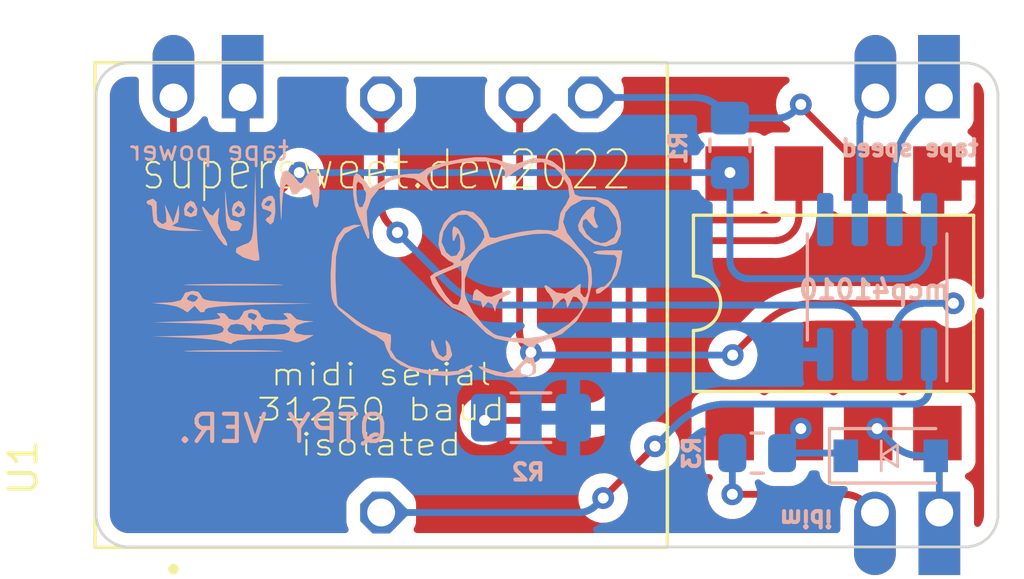
<source format=kicad_pcb>
(kicad_pcb (version 20211014) (generator pcbnew)
  (layers (0 "F.Cu" signal) (31 "B.Cu" signal) (34 "B.Paste" user) (35 "F.Paste" user) (36 "B.SilkS" user "B.Silkscreen") (37 "F.SilkS" user "F.Silkscreen") (38 "B.Mask" user) (39 "F.Mask" user) (44 "Edge.Cuts" user))
  (net 0 "")
  (net 1 "Net-(D1-Pad1)")
  (net 2 "Net-(D1-Pad2)")
  (net 5 "Net-(J1-PadA)")
  (net 6 "GND")
  (net 7 "Net-(ISOLATOR1-Pad6)")
  (net 8 "Net-(ISOLATOR1-Pad7)")
  (net 9 "+5V")
  (net 10 "Net-(POT1-PadSPEEDW)")
  (net 11 "Net-(POT1-PadSPEEDGND)")
  (net 12 "Net-(U1-Pad4)")
  (net 13 "Net-(U1-Pad9)")
  (net 14 "Net-(U1-Pad11)")
  (net 15 "Net-(U1-Pad12)")
  (footprint "Package_DIP:SMDIP-8_W9.53mm" (layer "F.Cu") (at 131.2 73.6 90)
    (fp_text reference "ISOLATOR1" hide)
    (fp_text value "6N138")
  )
  (footprint "adafruit:qtpy" (layer "F.Cu") (at 114.60425 73.6625 90)
    (fp_text reference "U1")
    (fp_text value "qtpy")
  )
  (footprint "Connector_PinHeader_1.27mm:PinHeader_1x02_P1.27mm_Vertical" (layer "F.Cu") (at 134.319 81.1545 -90)
    (fp_text reference "J1" hide)
    (fp_text value "TRS")
  )
  (footprint "Resistor_SMD:R_0805_2012Metric_Pad1.20x1.40mm_HandSolder" (layer "B.Cu") (at 127.4 67.8 -90)
    (fp_text reference "R1")
    (fp_text value "10KOhm")
  )
  (footprint "Resistor_SMD:R_1206_3216Metric_Pad1.30x1.75mm_HandSolder" (layer "B.Cu") (at 120.1 77.8)
    (fp_text reference "R2")
    (fp_text value "470Ohm")
  )
  (footprint "Resistor_SMD:R_0805_2012Metric" (layer "B.Cu") (at 128.4 79.1)
    (fp_text reference "R3")
    (fp_text value "220Ohm")
  )
  (footprint "LOGO" (layer "B.Cu") (at 114.1 72.6 180)
    (fp_text reference "G***" hide)
    (fp_text value "LOGO" hide)
  )
  (footprint "Connector_PinHeader_1.27mm:PinHeader_1x02_P1.27mm_Vertical" (layer "B.Cu") (at 134.766 65.92155 90)
    (fp_text reference "POT1" hide)
    (fp_text value "Tape Pot")
  )
  (footprint "Diode_SMD:D_SOD-123" (layer "B.Cu") (at 133.3 79.2)
    (fp_text reference "D1" hide)
    (fp_text value "swd")
  )
  (footprint "Package_SO:SOIC-8_3.9x4.9mm_P1.27mm" (layer "B.Cu") (at 132.8 73 90)
    (fp_text reference "mcp41010")
    (fp_text value "MCP41010")
  )
  (gr_line (start 136.138035 64.776865) (end 136.344117 64.813203) (layer "Edge.Cuts") (width 0.1))
  (gr_line (start 104.654218 82.330595) (end 104.493915 82.196085) (layer "Edge.Cuts") (width 0.1))
  (gr_line (start 137.121425 81.854557) (end 137.016795 82.035782) (layer "Edge.Cuts") (width 0.1))
  (gr_line (start 136.344117 64.813203) (end 136.540757 64.884775) (layer "Edge.Cuts") (width 0.1))
  (gr_line (start 104.359405 82.035782) (end 104.254775 81.854557) (layer "Edge.Cuts") (width 0.1))
  (gr_line (start 105.238165 82.543135) (end 105.032083 82.506797) (layer "Edge.Cuts") (width 0.1))
  (gr_line (start 136.0678 82.54532) (end 105.342795 82.54532) (layer "Edge.Cuts") (width 0.1))
  (gr_line (start 104.254775 81.854557) (end 104.183203 81.657917) (layer "Edge.Cuts") (width 0.1))
  (gr_line (start 104.254775 65.465443) (end 104.359405 65.284218) (layer "Edge.Cuts") (width 0.1))
  (gr_line (start 104.14468 65.972795) (end 104.146865 65.868165) (layer "Edge.Cuts") (width 0.1))
  (gr_line (start 104.493915 82.196085) (end 104.359405 82.035782) (layer "Edge.Cuts") (width 0.1))
  (gr_line (start 104.493915 65.123915) (end 104.654218 64.989405) (layer "Edge.Cuts") (width 0.1))
  (gr_line (start 104.835443 82.435225) (end 104.654218 82.330595) (layer "Edge.Cuts") (width 0.1))
  (gr_line (start 136.540757 82.435225) (end 136.344117 82.506797) (layer "Edge.Cuts") (width 0.1))
  (gr_line (start 104.835443 64.884775) (end 105.032083 64.813203) (layer "Edge.Cuts") (width 0.1))
  (gr_line (start 137.016795 82.035782) (end 136.882285 82.196085) (layer "Edge.Cuts") (width 0.1))
  (gr_line (start 137.192997 65.662083) (end 137.229335 65.868165) (layer "Edge.Cuts") (width 0.1))
  (gr_line (start 136.066601 82.544627) (end 136.0678 82.54532) (layer "Edge.Cuts") (width 0.1))
  (gr_line (start 137.23152 81.347205) (end 137.229335 81.451835) (layer "Edge.Cuts") (width 0.1))
  (gr_line (start 137.229335 81.451835) (end 137.192997 81.657917) (layer "Edge.Cuts") (width 0.1))
  (gr_line (start 137.016795 65.284218) (end 137.121425 65.465443) (layer "Edge.Cuts") (width 0.1))
  (gr_line (start 104.183203 65.662083) (end 104.254775 65.465443) (layer "Edge.Cuts") (width 0.1))
  (gr_line (start 105.342795 82.54532) (end 105.238165 82.543135) (layer "Edge.Cuts") (width 0.1))
  (gr_line (start 136.882285 82.196085) (end 136.721982 82.330595) (layer "Edge.Cuts") (width 0.1))
  (gr_line (start 137.121425 65.465443) (end 137.192997 65.662083) (layer "Edge.Cuts") (width 0.1))
  (gr_line (start 104.146865 65.868165) (end 104.183203 65.662083) (layer "Edge.Cuts") (width 0.1))
  (gr_line (start 104.654218 64.989405) (end 104.835443 64.884775) (layer "Edge.Cuts") (width 0.1))
  (gr_line (start 105.238165 64.776865) (end 105.309599 64.775373) (layer "Edge.Cuts") (width 0.1))
  (gr_line (start 137.229335 65.868165) (end 137.23152 65.972795) (layer "Edge.Cuts") (width 0.1))
  (gr_line (start 105.3084 64.77468) (end 136.033405 64.77468) (layer "Edge.Cuts") (width 0.1))
  (gr_line (start 136.721982 82.330595) (end 136.540757 82.435225) (layer "Edge.Cuts") (width 0.1))
  (gr_line (start 105.309599 64.775373) (end 105.3084 64.77468) (layer "Edge.Cuts") (width 0.1))
  (gr_line (start 137.192997 81.657917) (end 137.121425 81.854557) (layer "Edge.Cuts") (width 0.1))
  (gr_line (start 136.344117 82.506797) (end 136.138035 82.543135) (layer "Edge.Cuts") (width 0.1))
  (gr_line (start 105.032083 82.506797) (end 104.835443 82.435225) (layer "Edge.Cuts") (width 0.1))
  (gr_line (start 137.23152 65.972795) (end 137.23152 81.347205) (layer "Edge.Cuts") (width 0.1))
  (gr_line (start 104.14468 81.347205) (end 104.14468 65.972795) (layer "Edge.Cuts") (width 0.1))
  (gr_line (start 136.540757 64.884775) (end 136.721982 64.989405) (layer "Edge.Cuts") (width 0.1))
  (gr_line (start 104.183203 81.657917) (end 104.146865 81.451835) (layer "Edge.Cuts") (width 0.1))
  (gr_line (start 104.359405 65.284218) (end 104.493915 65.123915) (layer "Edge.Cuts") (width 0.1))
  (gr_line (start 136.138035 82.543135) (end 136.066601 82.544627) (layer "Edge.Cuts") (width 0.1))
  (gr_line (start 105.032083 64.813203) (end 105.238165 64.776865) (layer "Edge.Cuts") (width 0.1))
  (gr_line (start 136.033405 64.77468) (end 136.138035 64.776865) (layer "Edge.Cuts") (width 0.1))
  (gr_line (start 136.721982 64.989405) (end 136.882285 65.123915) (layer "Edge.Cuts") (width 0.1))
  (gr_line (start 104.146865 81.451835) (end 104.14468 81.347205) (layer "Edge.Cuts") (width 0.1))
  (gr_line (start 136.882285 65.123915) (end 137.016795 65.284218) (layer "Edge.Cuts") (width 0.1))
  (gr_text "tape power" (at 108.3 68) (layer "B.SilkS") (effects (font (size 0.7 0.7) (thickness 0.1)) (justify mirror)))
  (gr_text "QTPY VER." (at 111 78.2) (layer "B.SilkS") (effects (font (size 1 1)) (justify mirror)))
  (gr_text "midi serial\n31250 baud\nisolated" (at 114.6 77.5) (layer "F.SilkS") (effects (font (size 0.8 1) (thickness 0.075))))
  (gr_text "supersweet.dev2022" (at 114.8 68.7) (layer "F.SilkS") (effects (font (size 1.4 1.2) (thickness 0.075))))
  (via (at 130 78.2) (size 0.8) (drill 0.4) (layers "F.Cu" "B.Cu") (net 1))
  (segment (start 129.330679 78.898823) (end 129.332021 78.895585) (width 0.25) (layer "B.Cu") (net 1))
  (segment (start 130 78.2) (end 129.387627 78.812368) (width 0.25) (layer "B.Cu") (net 1))
  (segment (start 129.3125 78.993748) (end 129.3125 78.990239) (width 0.25) (layer "B.Cu") (net 1))
  (segment (start 131.479285 79.1) (end 129.418745 79.1) (width 0.25) (layer "B.Cu") (net 1))
  (segment (start 131.599995 79.149995) (end 131.65 79.2) (width 0.25) (layer "B.Cu") (net 1))
  (arc (start 129.312531 78.996355) (mid 129.31257 78.997658) (end 129.312626 78.998962) (width 0.25) (layer "B.Cu") (net 1))
  (arc (start 131.493931 79.100628) (mid 131.494974 79.100721) (end 131.496017 79.10082) (width 0.25) (layer "B.Cu") (net 1))
  (arc (start 129.312786 79.001564) (mid 129.31289 79.002863) (end 129.31301 79.004162) (width 0.25) (layer "B.Cu") (net 1))
  (arc (start 129.34002 79.065099) (mid 129.340902 79.06606) (end 129.341796 79.06701) (width 0.25) (layer "B.Cu") (net 1))
  (arc (start 131.567048 79.124284) (mid 131.567944 79.124824) (end 131.568838 79.125371) (width 0.25) (layer "B.Cu") (net 1))
  (arc (start 131.522795 79.105635) (mid 131.523806 79.105905) (end 131.524817 79.106181) (width 0.25) (layer "B.Cu") (net 1))
  (arc (start 131.577583 79.131138) (mid 131.578437 79.131743) (end 131.579289 79.132354) (width 0.25) (layer "B.Cu") (net 1))
  (arc (start 129.349347 79.074201) (mid 129.35034 79.075046) (end 129.351343 79.07588) (width 0.25) (layer "B.Cu") (net 1))
  (arc (start 129.334986 79.059116) (mid 129.335794 79.060138) (end 129.336615 79.061151) (width 0.25) (layer "B.Cu") (net 1))
  (arc (start 131.544614 79.112991) (mid 131.54558 79.113394) (end 131.546544 79.113804) (width 0.25) (layer "B.Cu") (net 1))
  (arc (start 131.592366 79.142821) (mid 131.593149 79.143518) (end 131.593928 79.144219) (width 0.25) (layer "B.Cu") (net 1))
  (arc (start 129.403154 79.098848) (mid 129.404445 79.099031) (end 129.405739 79.099199) (width 0.25) (layer "B.Cu") (net 1))
  (arc (start 131.516687 79.104145) (mid 131.517708 79.104377) (end 131.518729 79.104616) (width 0.25) (layer "B.Cu") (net 1))
  (arc (start 129.324553 78.915306) (mid 129.324097 78.9167) (end 129.32365 78.918097) (width 0.25) (layer "B.Cu") (net 1))
  (arc (start 129.315531 78.95229) (mid 129.315302 78.953739) (end 129.315083 78.955188) (width 0.25) (layer "B.Cu") (net 1))
  (arc (start 129.378945 78.821485) (mid 129.377891 78.822654) (end 129.376845 78.823829) (width 0.25) (layer "B.Cu") (net 1))
  (arc (start 129.364866 78.838426) (mid 129.363916 78.839682) (end 129.362975 78.840944) (width 0.25) (layer "B.Cu") (net 1))
  (arc (start 129.378085 79.091908) (mid 129.379294 79.0924) (end 129.380508 79.092877) (width 0.25) (layer "B.Cu") (net 1))
  (arc (start 131.589195 79.140085) (mid 131.589994 79.140762) (end 131.590789 79.141444) (width 0.25) (layer "B.Cu") (net 1))
  (arc (start 129.41093 79.099711) (mid 129.41223 79.099798) (end 129.413532 79.099871) (width 0.25) (layer "B.Cu") (net 1))
  (arc (start 129.341318 78.875613) (mid 129.340597 78.877012) (end 129.339885 78.878415) (width 0.25) (layer "B.Cu") (net 1))
  (arc (start 129.375689 79.090882) (mid 129.376884 79.091402) (end 129.378085 79.091908) (width 0.25) (layer "B.Cu") (net 1))
  (arc (start 131.574128 79.128767) (mid 131.574997 79.129351) (end 131.575863 79.129942) (width 0.25) (layer "B.Cu") (net 1))
  (arc (start 129.319655 78.932196) (mid 129.319303 78.933619) (end 129.31896 78.935044) (width 0.25) (layer "B.Cu") (net 1))
  (arc (start 129.315681 79.019562) (mid 129.316006 79.020825) (end 129.316347 79.022085) (width 0.25) (layer "B.Cu") (net 1))
  (arc (start 129.325042 79.043833) (mid 129.325664 79.044979) (end 129.3263 79.046118) (width 0.25) (layer "B.Cu") (net 1))
  (arc (start 129.317676 78.940764) (mid 129.317377 78.942199) (end 129.317087 78.943636) (width 0.25) (layer "B.Cu") (net 1))
  (arc (start 129.326459 78.909763) (mid 129.32597 78.911144) (end 129.325489 78.912528) (width 0.25) (layer "B.Cu") (net 1))
  (arc (start 129.31896 78.935044) (mid 129.318626 78.936471) (end 129.318301 78.937901) (width 0.25) (layer "B.Cu") (net 1))
  (arc (start 131.579289 79.132354) (mid 131.580135 79.13297) (end 131.580979 79.133592) (width 0.25) (layer "B.Cu") (net 1))
  (arc (start 131.572378 79.127613) (mid 131.573254 79.128187) (end 131.574128 79.128767) (width 0.25) (layer "B.Cu") (net 1))
  (arc (start 131.528841 79.107348) (mid 131.529841 79.107655) (end 131.530841 79.107968) (width 0.25) (layer "B.Cu") (net 1))
  (arc (start 131.498102 79.101038) (mid 131.499142 79.101156) (end 131.500182 79.101281) (width 0.25) (layer "B.Cu") (net 1))
  (arc (start 131.568838 79.125371) (mid 131.569728 79.125923) (end 131.570615 79.126481) (width 0.25) (layer "B.Cu") (net 1))
  (arc (start 131.518729 79.104616) (mid 131.519747 79.104861) (end 131.520765 79.105113) (width 0.25) (layer "B.Cu") (net 1))
  (arc (start 131.565245 79.123218) (mid 131.566148 79.123748) (end 131.567048 79.124284) (width 0.25) (layer "B.Cu") (net 1))
  (arc (start 129.357568 79.080616) (mid 129.358638 79.08136) (end 129.359719 79.082092) (width 0.25) (layer "B.Cu") (net 1))
  (arc (start 131.538764 79.110693) (mid 131.539745 79.111061) (end 131.540724 79.111435) (width 0.25) (layer "B.Cu") (net 1))
  (arc (start 129.385415 78.814607) (mid 129.384319 78.815736) (end 129.38323 78.816873) (width 0.25) (layer "B.Cu") (net 1))
  (arc (start 129.361116 78.843483) (mid 129.360198 78.844761) (end 129.359288 78.846045) (width 0.25) (layer "B.Cu") (net 1))
  (arc (start 129.345819 78.867314) (mid 129.345048 78.868685) (end 129.344285 78.870061) (width 0.25) (layer "B.Cu") (net 1))
  (arc (start 129.381073 78.819166) (mid 129.380005 78.820322) (end 129.378945 78.821485) (width 0.25) (layer "B.Cu") (net 1))
  (arc (start 129.352292 78.856513) (mid 129.351454 78.857846) (end 129.350624 78.859184) (width 0.25) (layer "B.Cu") (net 1))
  (arc (start 129.333406 79.05704) (mid 129.33419 79.058082) (end 129.334986 79.059116) (width 0.25) (layer "B.Cu") (net 1))
  (arc (start 131.48138 79.100012) (mid 131.480332 79.100003) (end 131.479285 79.1) (width 0.25) (layer "B.Cu") (net 1))
  (arc (start 131.514641 79.103699) (mid 131.515664 79.103919) (end 131.516687 79.104145) (width 0.25) (layer "B.Cu") (net 1))
  (arc (start 129.398018 79.097956) (mid 129.399298 79.098202) (end 129.400581 79.098434) (width 0.25) (layer "B.Cu") (net 1))
  (arc (start 129.31786 79.027076) (mid 129.318277 79.028311) (end 129.318709 79.029542) (width 0.25) (layer "B.Cu") (net 1))
  (arc (start 131.506405 79.102165) (mid 131.507439 79.102335) (end 131.508472 79.102511) (width 0.25) (layer "B.Cu") (net 1))
  (arc (start 131.530841 79.107968) (mid 131.531838 79.108287) (end 131.532834 79.108613) (width 0.25) (layer "B.Cu") (net 1))
  (arc (start 129.313648 79.009339) (mid 129.313847 79.010627) (end 129.314063 79.011913) (width 0.25) (layer "B.Cu") (net 1))
  (arc (start 131.580979 79.133592) (mid 131.581817 79.134218) (end 131.582653 79.134849) (width 0.25) (layer "B.Cu") (net 1))
  (arc (start 131.595471 79.145635) (mid 131.596236 79.14635) (end 131.596997 79.14707) (width 0.25) (layer "B.Cu") (net 1))
  (arc (start 129.339885 78.878415) (mid 129.339181 78.879823) (end 129.338486 78.881236) (width 0.25) (layer "B.Cu") (net 1))
  (arc (start 129.385418 79.094635) (mid 129.386658 79.095036) (end 129.387904 79.095422) (width 0.25) (layer "B.Cu") (net 1))
  (arc (start 129.331879 79.054927) (mid 129.332636 79.055988) (end 129.333406 79.05704) (width 0.25) (layer "B.Cu") (net 1))
  (arc (start 129.370721 78.831018) (mid 129.369726 78.832237) (end 129.368739 78.833463) (width 0.25) (layer "B.Cu") (net 1))
  (arc (start 129.312517 78.987308) (mid 129.312504 78.988773) (end 129.3125 78.990239) (width 0.25) (layer "B.Cu") (net 1))
  (arc (start 129.382951 79.093786) (mid 129.384182 79.094218) (end 129.385418 79.094635) (width 0.25) (layer "B.Cu") (net 1))
  (arc (start 129.347393 79.072473) (mid 129.348365 79.073343) (end 129.349347 79.074201) (width 0.25) (layer "B.Cu") (net 1))
  (arc (start 129.320585 79.034407) (mid 129.321091 79.035608) (end 129.321612 79.036804) (width 0.25) (layer "B.Cu") (net 1))
  (arc (start 129.400581 79.098434) (mid 129.401866 79.098648) (end 129.403154 79.098848) (width 0.25) (layer "B.Cu") (net 1))
  (arc (start 129.413532 79.099871) (mid 129.414835 79.099926) (end 129.416138 79.099967) (width 0.25) (layer "B.Cu") (net 1))
  (arc (start 129.359288 78.846045) (mid 129.358385 78.847335) (end 129.357491 78.84863) (width 0.25) (layer "B.Cu") (net 1))
  (arc (start 129.327464 78.907009) (mid 129.326957 78.908384) (end 129.326459 78.909763) (width 0.25) (layer "B.Cu") (net 1))
  (arc (start 131.532834 79.108613) (mid 131.533828 79.108944) (end 131.53482 79.109282) (width 0.25) (layer "B.Cu") (net 1))
  (arc (start 131.552275 79.116388) (mid 131.55322 79.116838) (end 131.554163 79.117295) (width 0.25) (layer "B.Cu") (net 1))
  (arc (start 129.38323 78.816873) (mid 129.382148 78.818016) (end 129.381073 78.819166) (width 0.25) (layer "B.Cu") (net 1))
  (arc (start 129.355726 78.851236) (mid 129.354855 78.852548) (end 129.353993 78.853865) (width 0.25) (layer "B.Cu") (net 1))
  (arc (start 129.330679 78.898823) (mid 129.330122 78.900179) (end 129.329574 78.901539) (width 0.25) (layer "B.Cu") (net 1))
  (arc (start 129.32365 78.918097) (mid 129.323212 78.919495) (end 129.322782 78.920896) (width 0.25) (layer "B.Cu") (net 1))
  (arc (start 129.330403 79.052776) (mid 129.331135 79.053856) (end 129.331879 79.054927) (width 0.25) (layer "B.Cu") (net 1))
  (arc (start 131.520765 79.105113) (mid 131.52178 79.105371) (end 131.522795 79.105635) (width 0.25) (layer "B.Cu") (net 1))
  (arc (start 129.405739 79.099199) (mid 129.407034 79.09935) (end 129.408332 79.099487) (width 0.25) (layer "B.Cu") (net 1))
  (arc (start 129.318301 78.937901) (mid 129.317984 78.939331) (end 129.317676 78.940764) (width 0.25) (layer "B.Cu") (net 1))
  (arc (start 129.317087 78.943636) (mid 129.316805 78.945074) (end 129.316532 78.946515) (width 0.25) (layer "B.Cu") (net 1))
  (arc (start 131.526833 79.106752) (mid 131.527837 79.107047) (end 131.528841 79.107348) (width 0.25) (layer "B.Cu") (net 1))
  (arc (start 129.321612 79.036804) (mid 129.322148 79.037993) (end 129.322698 79.039175) (width 0.25) (layer "B.Cu") (net 1))
  (arc (start 131.587583 79.138746) (mid 131.588391 79.139413) (end 131.589195 79.140085) (width 0.25) (layer "B.Cu") (net 1))
  (arc (start 131.570615 79.126481) (mid 131.571498 79.127044) (end 131.572378 79.127613) (width 0.25) (layer "B.Cu") (net 1))
  (arc (start 131.548465 79.114642) (mid 131.549421 79.115069) (end 131.550375 79.115503) (width 0.25) (layer "B.Cu") (net 1))
  (arc (start 129.314671 78.95809) (mid 129.314478 78.959543) (end 129.314294 78.960997) (width 0.25) (layer "B.Cu") (net 1))
  (arc (start 129.376845 78.823829) (mid 129.375806 78.825012) (end 129.374774 78.826202) (width 0.25) (layer "B.Cu") (net 1))
  (arc (start 129.312626 78.998962) (mid 129.312698 79.000263) (end 129.312786 79.001564) (width 0.25) (layer "B.Cu") (net 1))
  (arc (start 131.575863 79.129942) (mid 131.576724 79.130537) (end 131.577583 79.131138) (width 0.25) (layer "B.Cu") (net 1))
  (arc (start 129.372734 78.828598) (mid 129.371724 78.829805) (end 129.370721 78.831018) (width 0.25) (layer "B.Cu") (net 1))
  (arc (start 129.353379 79.07751) (mid 129.354411 79.078305) (end 129.355454 79.079088) (width 0.25) (layer "B.Cu") (net 1))
  (arc (start 129.316014 78.9494) (mid 129.315768 78.950844) (end 129.315531 78.95229) (width 0.25) (layer "B.Cu") (net 1))
  (arc (start 131.582653 79.134849) (mid 131.583484 79.135486) (end 131.584312 79.136128) (width 0.25) (layer "B.Cu") (net 1))
  (arc (start 129.335796 78.886928) (mid 129.335145 78.888361) (end 129.334502 78.889798) (width 0.25) (layer "B.Cu") (net 1))
  (arc (start 129.348989 78.861873) (mid 129.348184 78.863227) (end 129.347387 78.864585) (width 0.25) (layer "B.Cu") (net 1))
  (arc (start 129.328502 78.904268) (mid 129.327979 78.905637) (end 129.327464 78.907009) (width 0.25) (layer "B.Cu") (net 1))
  (arc (start 129.32115 78.926526) (mid 129.320763 78.92794) (end 129.320385 78.929357) (width 0.25) (layer "B.Cu") (net 1))
  (arc (start 131.585956 79.137427) (mid 131.586771 79.138084) (end 131.587583 79.138746) (width 0.25) (layer "B.Cu") (net 1))
  (arc (start 131.510533 79.102882) (mid 131.511562 79.103077) (end 131.51259 79.103278) (width 0.25) (layer "B.Cu") (net 1))
  (arc (start 129.364124 79.084882) (mid 129.365246 79.085544) (end 129.366376 79.086194) (width 0.25) (layer "B.Cu") (net 1))
  (arc (start 129.327613 79.048371) (mid 129.32829 79.049485) (end 129.328981 79.050591) (width 0.25) (layer "B.Cu") (net 1))
  (arc (start 129.3263 79.046118) (mid 129.326949 79.047248) (end 129.327613 79.048371) (width 0.25) (layer "B.Cu") (net 1))
  (arc (start 131.500182 79.101281) (mid 131.501222 79.101413) (end 131.502261 79.101551) (width 0.25) (layer "B.Cu") (net 1))
  (arc (start 129.416138 79.099967) (mid 129.417441 79.099991) (end 129.418745 79.1) (width 0.25) (layer "B.Cu") (net 1))
  (arc (start 129.317073 79.02459) (mid 129.317459 79.025835) (end 129.31786 79.027076) (width 0.25) (layer "B.Cu") (net 1))
  (arc (start 129.316347 79.022085) (mid 129.316702 79.023339) (end 129.317073 79.02459) (width 0.25) (layer "B.Cu") (net 1))
  (arc (start 129.338486 78.881236) (mid 129.3378 78.882653) (end 129.337123 78.884074) (width 0.25) (layer "B.Cu") (net 1))
  (arc (start 129.359719 79.082092) (mid 129.360807 79.082809) (end 129.361904 79.083514) (width 0.25) (layer "B.Cu") (net 1))
  (arc (start 131.491842 79.10046) (mid 131.492887 79.100541) (end 131.493931 79.100628) (width 0.25) (layer "B.Cu") (net 1))
  (arc (start 129.313379 78.969744) (mid 129.313257 78.971204) (end 129.313144 78.972667) (width 0.25) (layer "B.Cu") (net 1))
  (arc (start 131.556039 79.118224) (mid 131.556973 79.118698) (end 131.557905 79.119178) (width 0.25) (layer "B.Cu") (net 1))
  (arc (start 129.374774 78.826202) (mid 129.37375 78.827397) (end 129.372734 78.828598) (width 0.25) (layer "B.Cu") (net 1))
  (arc (start 131.48138 79.100012) (mid 131.482428 79.100028) (end 131.483476 79.10005) (width 0.25) (layer "B.Cu") (net 1))
  (arc (start 129.366376 79.086194) (mid 129.367514 79.086829) (end 129.368661 79.087452) (width 0.25) (layer "B.Cu") (net 1))
  (arc (start 129.328981 79.050591) (mid 129.329685 79.051688) (end 129.330403 79.052776) (width 0.25) (layer "B.Cu") (net 1))
  (arc (start 129.368739 78.833463) (mid 129.367759 78.834695) (end 129.366787 78.835933) (width 0.25) (layer "B.Cu") (net 1))
  (arc (start 129.370975 79.088653) (mid 129.372143 79.089231) (end 129.373318 79.089796) (width 0.25) (layer "B.Cu") (net 1))
  (arc (start 129.316532 78.946515) (mid 129.316269 78.947956) (end 129.316014 78.9494) (width 0.25) (layer "B.Cu") (net 1))
  (arc (start 131.593928 79.144219) (mid 131.594701 79.144924) (end 131.595471 79.145635) (width 0.25) (layer "B.Cu") (net 1))
  (arc (start 131.540724 79.111435) (mid 131.5417 79.111815) (end 131.542674 79.112201) (width 0.25) (layer "B.Cu") (net 1))
  (arc (start 131.485569 79.100114) (mid 131.486615 79.100156) (end 131.487661 79.100204) (width 0.25) (layer "B.Cu") (net 1))
  (arc (start 131.5616 79.121153) (mid 131.562516 79.12166) (end 131.563429 79.122174) (width 0.25) (layer "B.Cu") (net 1))
  (arc (start 131.502261 79.101551) (mid 131.503298 79.101695) (end 131.504335 79.101845) (width 0.25) (layer "B.Cu") (net 1))
  (arc (start 129.408332 79.099487) (mid 129.40963 79.099606) (end 129.41093 79.099711) (width 0.25) (layer "B.Cu") (net 1))
  (arc (start 131.557905 79.119178) (mid 131.558833 79.119663) (end 131.559759 79.120154) (width 0.25) (layer "B.Cu") (net 1))
  (arc (start 129.373318 79.089796) (mid 129.3745 79.090346) (end 129.375689 79.090882) (width 0.25) (layer "B.Cu") (net 1))
  (arc (start 129.337123 78.884074) (mid 129.336455 78.885499) (end 129.335796 78.886928) (width 0.25) (layer "B.Cu") (net 1))
  (arc (start 129.323842 79.041519) (mid 129.324435 79.042679) (end 129.325042 79.043833) (width 0.25) (layer "B.Cu") (net 1))
  (arc (start 129.315083 78.955188) (mid 129.314872 78.956638) (end 129.314671 78.95809) (width 0.25) (layer "B.Cu") (net 1))
  (arc (start 131.550375 79.115503) (mid 131.551326 79.115942) (end 131.552275 79.116388) (width 0.25) (layer "B.Cu") (net 1))
  (arc (start 129.320385 78.929357) (mid 129.320016 78.930775) (end 129.319655 78.932196) (width 0.25) (layer "B.Cu") (net 1))
  (arc (start 129.357491 78.84863) (mid 129.356604 78.84993) (end 129.355726 78.851236) (width 0.25) (layer "B.Cu") (net 1))
  (arc (start 129.355454 79.079088) (mid 129.356506 79.079858) (end 129.357568 79.080616) (width 0.25) (layer "B.Cu") (net 1))
  (arc (start 129.321949 78.923706) (mid 129.321545 78.925115) (end 129.32115 78.926526) (width 0.25) (layer "B.Cu") (net 1))
  (arc (start 131.483476 79.10005) (mid 131.484522 79.100079) (end 131.485569 79.100114) (width 0.25) (layer "B.Cu") (net 1))
  (arc (start 129.344285 78.870061) (mid 129.34353 78.871442) (end 129.342784 78.872827) (width 0.25) (layer "B.Cu") (net 1))
  (arc (start 129.322782 78.920896) (mid 129.322361 78.9223) (end 129.321949 78.923706) (width 0.25) (layer "B.Cu") (net 1))
  (arc (start 129.392931 79.096814) (mid 129.394197 79.097122) (end 129.395467 79.097416) (width 0.25) (layer "B.Cu") (net 1))
  (arc (start 131.508472 79.102511) (mid 131.509503 79.102693) (end 131.510533 79.102882) (width 0.25) (layer "B.Cu") (net 1))
  (arc (start 131.598505 79.148523) (mid 131.599252 79.149257) (end 131.599995 79.149995) (width 0.25) (layer "B.Cu") (net 1))
  (arc (start 131.51259 79.103278) (mid 131.513616 79.103485) (end 131.514641 79.103699) (width 0.25) (layer "B.Cu") (net 1))
  (arc (start 129.314294 78.960997) (mid 129.314119 78.962453) (end 129.313953 78.963909) (width 0.25) (layer "B.Cu") (net 1))
  (arc (start 131.504335 79.101845) (mid 131.50537 79.102002) (end 131.506405 79.102165) (width 0.25) (layer "B.Cu") (net 1))
  (arc (start 131.536797 79.109976) (mid 131.537781 79.110331) (end 131.538764 79.110693) (width 0.25) (layer "B.Cu") (net 1))
  (arc (start 129.312947 78.975592) (mid 129.312862 78.977055) (end 129.312786 78.978518) (width 0.25) (layer "B.Cu") (net 1))
  (arc (start 129.31257 78.984377) (mid 129.312539 78.985842) (end 129.312517 78.987308) (width 0.25) (layer "B.Cu") (net 1))
  (arc (start 131.546544 79.113804) (mid 131.547505 79.11422) (end 131.548465 79.114642) (width 0.25) (layer "B.Cu") (net 1))
  (arc (start 129.390409 79.096149) (mid 129.391668 79.096489) (end 129.392931 79.096814) (width 0.25) (layer "B.Cu") (net 1))
  (arc (start 129.345483 79.070699) (mid 129.346433 79.071591) (end 129.347393 79.072473) (width 0.25) (layer "B.Cu") (net 1))
  (arc (start 129.322698 79.039175) (mid 129.323263 79.04035) (end 129.323842 79.041519) (width 0.25) (layer "B.Cu") (net 1))
  (arc (start 129.387904 79.095422) (mid 129.389154 79.095793) (end 129.390409 79.096149) (width 0.25) (layer "B.Cu") (net 1))
  (arc (start 129.350624 78.859184) (mid 129.349802 78.860526) (end 129.348989 78.861873) (width 0.25) (layer "B.Cu") (net 1))
  (arc (start 129.368661 79.087452) (mid 129.369814 79.088059) (end 129.370975 79.088653) (width 0.25) (layer "B.Cu") (net 1))
  (arc (start 129.351343 79.07588) (mid 129.352356 79.076701) (end 129.353379 79.07751) (width 0.25) (layer "B.Cu") (net 1))
  (arc (start 129.387627 78.812368) (mid 129.386518 78.813484) (end 129.385415 78.814607) (width 0.25) (layer "B.Cu") (net 1))
  (arc (start 129.318709 79.029542) (mid 129.319155 79.030766) (end 129.319617 79.031986) (width 0.25) (layer "B.Cu") (net 1))
  (arc (start 129.313297 79.006754) (mid 129.313464 79.008047) (end 129.313648 79.009339) (width 0.25) (layer "B.Cu") (net 1))
  (arc (start 129.314539 79.014475) (mid 129.314801 79.015752) (end 129.315079 79.017026) (width 0.25) (layer "B.Cu") (net 1))
  (arc (start 129.31266 78.981446) (mid 129.31261 78.982911) (end 129.31257 78.984377) (width 0.25) (layer "B.Cu") (net 1))
  (arc (start 131.496017 79.10082) (mid 131.49706 79.100926) (end 131.498102 79.101038) (width 0.25) (layer "B.Cu") (net 1))
  (arc (start 129.313648 78.966825) (mid 129.313509 78.968284) (end 129.313379 78.969744) (width 0.25) (layer "B.Cu") (net 1))
  (arc (start 129.336615 79.061151) (mid 129.337448 79.062153) (end 129.338293 79.063146) (width 0.25) (layer "B.Cu") (net 1))
  (arc (start 129.333244 78.892684) (mid 129.332628 78.894132) (end 129.332021 78.895585) (width 0.25) (layer "B.Cu") (net 1))
  (arc (start 131.524817 79.106181) (mid 131.525825 79.106463) (end 131.526833 79.106752) (width 0.25) (layer "B.Cu") (net 1))
  (arc (start 129.329574 78.901539) (mid 129.329034 78.902901) (end 129.328502 78.904268) (width 0.25) (layer "B.Cu") (net 1))
  (arc (start 131.487661 79.100204) (mid 131.488706 79.100259) (end 131.489752 79.10032) (width 0.25) (layer "B.Cu") (net 1))
  (arc (start 129.338293 79.063146) (mid 129.33915 79.064128) (end 129.34002 79.065099) (width 0.25) (layer "B.Cu") (net 1))
  (arc (start 129.334502 78.889798) (mid 129.333868 78.891239) (end 129.333244 78.892684) (width 0.25) (layer "B.Cu") (net 1))
  (arc (start 129.362975 78.840944) (mid 129.362041 78.84221) (end 129.361116 78.843483) (width 0.25) (layer "B.Cu") (net 1))
  (arc (start 129.313144 78.972667) (mid 129.313041 78.974129) (end 129.312947 78.975592) (width 0.25) (layer "B.Cu") (net 1))
  (arc (start 129.312786 78.978518) (mid 129.312718 78.979982) (end 129.31266 78.981446) (width 0.25) (layer "B.Cu") (net 1))
  (arc (start 129.342784 78.872827) (mid 129.342047 78.874218) (end 129.341318 78.875613) (width 0.25) (layer "B.Cu") (net 1))
  (arc (start 129.361904 79.083514) (mid 129.36301 79.084204) (end 129.364124 79.084882) (width 0.25) (layer "B.Cu") (net 1))
  (arc (start 129.313953 78.963909) (mid 129.313796 78.965366) (end 129.313648 78.966825) (width 0.25) (layer "B.Cu") (net 1))
  (arc (start 129.31301 79.004162) (mid 129.313145 79.005458) (end 129.313297 79.006754) (width 0.25) (layer "B.Cu") (net 1))
  (arc (start 131.53482 79.109282) (mid 131.535809 79.109626) (end 131.536797 79.109976) (width 0.25) (layer "B.Cu") (net 1))
  (arc (start 131.563429 79.122174) (mid 131.564338 79.122693) (end 131.565245 79.123218) (width 0.25) (layer "B.Cu") (net 1))
  (arc (start 129.3125 78.993748) (mid 129.312507 78.995051) (end 129.312531 78.996355) (width 0.25) (layer "B.Cu") (net 1))
  (arc (start 129.343616 79.068877) (mid 129.344544 79.069793) (end 129.345483 79.070699) (width 0.25) (layer "B.Cu") (net 1))
  (arc (start 129.380508 79.092877) (mid 129.381726 79.093339) (end 129.382951 79.093786) (width 0.25) (layer "B.Cu") (net 1))
  (arc (start 131.590789 79.141444) (mid 131.591579 79.14213) (end 131.592366 79.142821) (width 0.25) (layer "B.Cu") (net 1))
  (arc (start 131.554163 79.117295) (mid 131.555102 79.117756) (end 131.556039 79.118224) (width 0.25) (layer "B.Cu") (net 1))
  (arc (start 129.325489 78.912528) (mid 129.325017 78.913916) (end 129.324553 78.915306) (width 0.25) (layer "B.Cu") (net 1))
  (arc (start 129.341796 79.06701) (mid 129.3427 79.067949) (end 129.343616 79.068877) (width 0.25) (layer "B.Cu") (net 1))
  (arc (start 131.542674 79.112201) (mid 131.543645 79.112593) (end 131.544614 79.112991) (width 0.25) (layer "B.Cu") (net 1))
  (arc (start 129.353993 78.853865) (mid 129.353138 78.855186) (end 129.352292 78.856513) (width 0.25) (layer "B.Cu") (net 1))
  (arc (start 131.559759 79.120154) (mid 131.560681 79.12065) (end 131.5616 79.121153) (width 0.25) (layer "B.Cu") (net 1))
  (arc (start 129.347387 78.864585) (mid 129.346599 78.865947) (end 129.345819 78.867314) (width 0.25) (layer "B.Cu") (net 1))
  (arc (start 129.366787 78.835933) (mid 129.365822 78.837176) (end 129.364866 78.838426) (width 0.25) (layer "B.Cu") (net 1))
  (arc (start 131.584312 79.136128) (mid 131.585136 79.136775) (end 131.585956 79.137427) (width 0.25) (layer "B.Cu") (net 1))
  (arc (start 129.319617 79.031986) (mid 129.320093 79.033199) (end 129.320585 79.034407) (width 0.25) (layer "B.Cu") (net 1))
  (arc (start 131.596997 79.14707) (mid 131.597753 79.147794) (end 131.598505 79.148523) (width 0.25) (layer "B.Cu") (net 1))
  (arc (start 129.315079 79.017026) (mid 129.315372 79.018295) (end 129.315681 79.019562) (width 0.25) (layer "B.Cu") (net 1))
  (arc (start 129.395467 79.097416) (mid 129.39674 79.097693) (end 129.398018 79.097956) (width 0.25) (layer "B.Cu") (net 1))
  (arc (start 129.314063 79.011913) (mid 129.314293 79.013195) (end 129.314539 79.014475) (width 0.25) (layer "B.Cu") (net 1))
  (arc (start 131.489752 79.10032) (mid 131.490797 79.100387) (end 131.491842 79.10046) (width 0.25) (layer "B.Cu") (net 1))
  (via (at 132.8 78.2) (size 0.8) (drill 0.4) (layers "F.Cu" "B.Cu") (net 2))
  (segment (start 132.8 78.2) (end 133.393411 78.793411) (width 0.25) (layer "B.Cu") (net 2))
  (segment (start 134.374996 79.2) (end 134.857364 79.2) (width 0.25) (layer "B.Cu") (net 2))
  (segment (start 135.081 79.423629) (end 135.081 81.2825) (width 0.25) (layer "B.Cu") (net 2))
  (arc (start 134.988369 79.242385) (mid 134.989478 79.243192) (end 134.990583 79.244006) (width 0.25) (layer "B.Cu") (net 2))
  (arc (start 134.986135 79.240792) (mid 134.987254 79.241585) (end 134.988369 79.242385) (width 0.25) (layer "B.Cu") (net 2))
  (arc (start 135.017425 79.267449) (mid 135.01838 79.268434) (end 135.01933 79.269426) (width 0.25) (layer "B.Cu") (net 2))
  (arc (start 133.843766 79.094327) (mid 133.851645 79.097562) (end 133.859544 79.10075) (width 0.25) (layer "B.Cu") (net 2))
  (arc (start 135.075563 79.37463) (mid 135.07586 79.37597) (end 135.076149 79.377312) (width 0.25) (layer "B.Cu") (net 2))
  (arc (start 134.238932 79.193314) (mid 134.247411 79.194122) (end 134.255895 79.194879) (width 0.25) (layer "B.Cu") (net 2))
  (arc (start 134.120905 79.176545) (mid 134.129283 79.178078) (end 134.137671 79.17956) (width 0.25) (layer "B.Cu") (net 2))
  (arc (start 135.060685 79.330502) (mid 135.061252 79.331751) (end 135.061813 79.333004) (width 0.25) (layer "B.Cu") (net 2))
  (arc (start 134.865597 79.20015) (mid 134.866967 79.200204) (end 134.868338 79.200267) (width 0.25) (layer "B.Cu") (net 2))
  (arc (start 135.036989 79.290411) (mid 135.037802 79.291515) (end 135.038609 79.292625) (width 0.25) (layer "B.Cu") (net 2))
  (arc (start 134.862854 79.200066) (mid 134.864225 79.200104) (end 134.865597 79.20015) (width 0.25) (layer "B.Cu") (net 2))
  (arc (start 134.17131 79.184973) (mid 134.179739 79.186196) (end 134.188176 79.187369) (width 0.25) (layer "B.Cu") (net 2))
  (arc (start 134.967592 79.229049) (mid 134.968784 79.229729) (end 134.969972 79.230417) (width 0.25) (layer "B.Cu") (net 2))
  (arc (start 134.909037 79.206048) (mid 134.91037 79.206369) (end 134.911703 79.206698) (width 0.25) (layer "B.Cu") (net 2))
  (arc (start 135.078963 79.393531) (mid 135.079143 79.394891) (end 135.079315 79.396252) (width 0.25) (layer "B.Cu") (net 2))
  (arc (start 134.977008 79.234693) (mid 134.978164 79.23543) (end 134.979317 79.236175) (width 0.25) (layer "B.Cu") (net 2))
  (arc (start 135.078577 79.390815) (mid 135.078774 79.392172) (end 135.078963 79.393531) (width 0.25) (layer "B.Cu") (net 2))
  (arc (start 134.983882 79.239225) (mid 134.98501 79.240005) (end 134.986135 79.240792) (width 0.25) (layer "B.Cu") (net 2))
  (arc (start 135.031964 79.28389) (mid 135.032818 79.284964) (end 135.033666 79.286044) (width 0.25) (layer "B.Cu") (net 2))
  (arc (start 135.070555 79.356089) (mid 135.070965 79.3574) (end 135.071368 79.358714) (width 0.25) (layer "B.Cu") (net 2))
  (arc (start 135.076149 79.377312) (mid 135.076428 79.378655) (end 135.076701 79.380001) (width 0.25) (layer "B.Cu") (net 2))
  (arc (start 134.955455 79.222656) (mid 134.956685 79.223261) (end 134.957913 79.223875) (width 0.25) (layer "B.Cu") (net 2))
  (arc (start 135.062909 79.33552) (mid 135.063445 79.336782) (end 135.063975 79.338048) (width 0.25) (layer "B.Cu") (net 2))
  (arc (start 133.393411 78.793411) (mid 133.399452 78.799415) (end 133.40553 78.805382) (width 0.25) (layer "B.Cu") (net 2))
  (arc (start 134.021199 79.154154) (mid 134.029442 79.156299) (end 134.037698 79.158394) (width 0.25) (layer "B.Cu") (net 2))
  (arc (start 135.005502 79.256097) (mid 135.006527 79.257009) (end 135.007547 79.257927) (width 0.25) (layer "B.Cu") (net 2))
  (arc (start 134.924902 79.210438) (mid 134.92621 79.210856) (end 134.927515 79.211283) (width 0.25) (layer "B.Cu") (net 2))
  (arc (start 135.023065 79.273446) (mid 135.023984 79.274466) (end 135.024897 79.275492) (width 0.25) (layer "B.Cu") (net 2))
  (arc (start 134.965197 79.227711) (mid 134.966396 79.228376) (end 134.967592 79.229049) (width 0.25) (layer "B.Cu") (net 2))
  (arc (start 133.561808 78.936879) (mid 133.568727 78.941847) (end 133.575676 78.946774) (width 0.25) (layer "B.Cu") (net 2))
  (arc (start 135.046302 79.303986) (mid 135.047032 79.305147) (end 135.047755 79.306312) (width 0.25) (layer "B.Cu") (net 2))
  (arc (start 133.875399 79.106978) (mid 133.883356 79.110019) (end 133.891332 79.113012) (width 0.25) (layer "B.Cu") (net 2))
  (arc (start 133.481248 78.874009) (mid 133.487782 78.879472) (end 133.49435 78.884896) (width 0.25) (layer "B.Cu") (net 2))
  (arc (start 135.030235 79.281757) (mid 135.031103 79.282821) (end 135.031964 79.28389) (width 0.25) (layer "B.Cu") (net 2))
  (arc (start 133.455451 78.851755) (mid 133.461849 78.857377) (end 133.468281 78.862961) (width 0.25) (layer "B.Cu") (net 2))
  (arc (start 134.972334 79.231813) (mid 134.973509 79.232522) (end 134.974681 79.233239) (width 0.25) (layer "B.Cu") (net 2))
  (arc (start 133.617992 78.975425) (mid 133.625146 78.980047) (end 133.632328 78.984627) (width 0.25) (layer "B.Cu") (net 2))
  (arc (start 134.22199 79.19154) (mid 134.230458 79.192452) (end 134.238932 79.193314) (width 0.25) (layer "B.Cu") (net 2))
  (arc (start 134.93785 79.214981) (mid 134.939128 79.215479) (end 134.940404 79.215985) (width 0.25) (layer "B.Cu") (net 2))
  (arc (start 134.952981 79.221467) (mid 134.954219 79.222058) (end 134.955455 79.222656) (width 0.25) (layer "B.Cu") (net 2))
  (arc (start 133.859544 79.10075) (mid 133.867462 79.103888) (end 133.875399 79.106978) (width 0.25) (layer "B.Cu") (net 2))
  (arc (start 133.923409 79.124489) (mid 133.931472 79.127235) (end 133.939552 79.129932) (width 0.25) (layer "B.Cu") (net 2))
  (arc (start 134.860109 79.200016) (mid 134.858736 79.200004) (end 134.857364 79.2) (width 0.25) (layer "B.Cu") (net 2))
  (arc (start 134.188176 79.187369) (mid 134.19662 79.188489) (end 134.20507 79.189558) (width 0.25) (layer "B.Cu") (net 2))
  (arc (start 135.066013 79.343144) (mid 135.066502 79.344425) (end 135.066985 79.34571) (width 0.25) (layer "B.Cu") (net 2))
  (arc (start 134.942945 79.217019) (mid 134.944212 79.217548) (end 134.945476 79.218085) (width 0.25) (layer "B.Cu") (net 2))
  (arc (start 134.004753 79.149711) (mid 134.012969 79.151957) (end 134.021199 79.154154) (width 0.25) (layer "B.Cu") (net 2))
  (arc (start 135.079921 79.401707) (mid 135.080051 79.403074) (end 135.080174 79.404441) (width 0.25) (layer "B.Cu") (net 2))
  (arc (start 134.272876 79.196236) (mid 134.281372 79.196836) (end 134.289873 79.197385) (width 0.25) (layer "B.Cu") (net 2))
  (arc (start 134.887462 79.202032) (mid 134.888821 79.202221) (end 134.890179 79.202418) (width 0.25) (layer "B.Cu") (net 2))
  (arc (start 134.037698 79.158394) (mid 134.045967 79.160438) (end 134.054248 79.162432) (width 0.25) (layer "B.Cu") (net 2))
  (arc (start 133.828068 79.087712) (mid 133.835907 79.091043) (end 133.843766 79.094327) (width 0.25) (layer "B.Cu") (net 2))
  (arc (start 134.860109 79.200016) (mid 134.861481 79.200037) (end 134.862854 79.200066) (width 0.25) (layer "B.Cu") (net 2))
  (arc (start 135.035341 79.288218) (mid 135.036168 79.289312) (end 135.036989 79.290411) (width 0.25) (layer "B.Cu") (net 2))
  (arc (start 133.675999 79.011168) (mid 133.683371 79.015434) (end 133.69077 79.019655) (width 0.25) (layer "B.Cu") (net 2))
  (arc (start 135.049181 79.308659) (mid 135.049883 79.309838) (end 135.050578 79.311022) (width 0.25) (layer "B.Cu") (net 2))
  (arc (start 135.080578 79.409915) (mid 135.080657 79.411285) (end 135.080729 79.412655) (width 0.25) (layer "B.Cu") (net 2))
  (arc (start 133.705644 79.027961) (mid 133.713118 79.032044) (end 133.720618 79.036083) (width 0.25) (layer "B.Cu") (net 2))
  (arc (start 135.061813 79.333004) (mid 135.062364 79.33426) (end 135.062909 79.33552) (width 0.25) (layer "B.Cu") (net 2))
  (arc (start 134.20507 79.189558) (mid 134.213527 79.190574) (end 134.22199 79.19154) (width 0.25) (layer "B.Cu") (net 2))
  (arc (start 135.033666 79.286044) (mid 135.034506 79.287128) (end 135.035341 79.288218) (width 0.25) (layer "B.Cu") (net 2))
  (arc (start 135.057118 79.32308) (mid 135.057731 79.324308) (end 135.058337 79.32554) (width 0.25) (layer "B.Cu") (net 2))
  (arc (start 134.087491 79.169898) (mid 134.095829 79.171636) (end 134.104177 79.173323) (width 0.25) (layer "B.Cu") (net 2))
  (arc (start 134.895597 79.203289) (mid 134.896948 79.203528) (end 134.898298 79.203775) (width 0.25) (layer "B.Cu") (net 2))
  (arc (start 135.059526 79.328014) (mid 135.060109 79.329256) (end 135.060685 79.330502) (width 0.25) (layer "B.Cu") (net 2))
  (arc (start 135.007547 79.257927) (mid 135.00856 79.258852) (end 135.009569 79.259783) (width 0.25) (layer "B.Cu") (net 2))
  (arc (start 134.871078 79.200419) (mid 134.872447 79.200507) (end 134.873817 79.200604) (width 0.25) (layer "B.Cu") (net 2))
  (arc (start 133.661333 79.002499) (mid 133.668653 79.006856) (end 133.675999 79.011168) (width 0.25) (layer "B.Cu") (net 2))
  (arc (start 134.979317 79.236175) (mid 134.980465 79.236927) (end 134.98161 79.237686) (width 0.25) (layer "B.Cu") (net 2))
  (arc (start 135.024897 79.275492) (mid 135.025802 79.276522) (end 135.026702 79.277558) (width 0.25) (layer "B.Cu") (net 2))
  (arc (start 134.992776 79.245653) (mid 134.993865 79.246488) (end 134.99495 79.247329) (width 0.25) (layer "B.Cu") (net 2))
  (arc (start 133.632328 78.984627) (mid 133.639538 78.989161) (end 133.646776 78.993652) (width 0.25) (layer "B.Cu") (net 2))
  (arc (start 135.053283 79.315798) (mid 135.053941 79.317002) (end 135.054592 79.31821) (width 0.25) (layer "B.Cu") (net 2))
  (arc (start 134.960357 79.225124) (mid 134.961572 79.225759) (end 134.962785 79.226403) (width 0.25) (layer "B.Cu") (net 2))
  (arc (start 133.972031 79.140222) (mid 133.98019 79.14267) (end 133.988363 79.145068) (width 0.25) (layer "B.Cu") (net 2))
  (arc (start 134.947991 79.219182) (mid 134.949243 79.219741) (end 134.950493 79.220309) (width 0.25) (layer "B.Cu") (net 2))
  (arc (start 133.575676 78.946774) (mid 133.582654 78.951657) (end 133.589663 78.956497) (width 0.25) (layer "B.Cu") (net 2))
  (arc (start 134.137671 79.17956) (mid 134.146069 79.18099) (end 134.154475 79.18237) (width 0.25) (layer "B.Cu") (net 2))
  (arc (start 133.796921 79.073905) (mid 133.804675 79.077428) (end 133.812451 79.080904) (width 0.25) (layer "B.Cu") (net 2))
  (arc (start 133.646776 78.993652) (mid 133.654041 78.998098) (end 133.661333 79.002499) (width 0.25) (layer "B.Cu") (net 2))
  (arc (start 135.069711 79.353479) (mid 135.070136 79.354783) (end 135.070555 79.356089) (width 0.25) (layer "B.Cu") (net 2))
  (arc (start 133.988363 79.145068) (mid 133.996551 79.147414) (end 134.004753 79.149711) (width 0.25) (layer "B.Cu") (net 2))
  (arc (start 134.919651 79.208846) (mid 134.920967 79.209232) (end 134.922282 79.209626) (width 0.25) (layer "B.Cu") (net 2))
  (arc (start 133.534443 78.916584) (mid 133.541237 78.92172) (end 133.548063 78.926816) (width 0.25) (layer "B.Cu") (net 2))
  (arc (start 135.051945 79.313402) (mid 135.052617 79.314598) (end 135.053283 79.315798) (width 0.25) (layer "B.Cu") (net 2))
  (arc (start 134.873817 79.200604) (mid 134.875185 79.200709) (end 134.876553 79.200822) (width 0.25) (layer "B.Cu") (net 2))
  (arc (start 134.950493 79.220309) (mid 134.951738 79.220884) (end 134.952981 79.221467) (width 0.25) (layer "B.Cu") (net 2))
  (arc (start 134.906362 79.20543) (mid 134.9077 79.205735) (end 134.909037 79.206048) (width 0.25) (layer "B.Cu") (net 2))
  (arc (start 135.080174 79.404441) (mid 135.080287 79.405808) (end 135.080393 79.407177) (width 0.25) (layer "B.Cu") (net 2))
  (arc (start 135.067925 79.348287) (mid 135.068383 79.349582) (end 135.068834 79.35088) (width 0.25) (layer "B.Cu") (net 2))
  (arc (start 133.891332 79.113012) (mid 133.899324 79.115955) (end 133.907335 79.118849) (width 0.25) (layer "B.Cu") (net 2))
  (arc (start 134.89289 79.202836) (mid 134.894244 79.203058) (end 134.895597 79.203289) (width 0.25) (layer "B.Cu") (net 2))
  (arc (start 135.065009 79.34059) (mid 135.065514 79.341865) (end 135.066013 79.343144) (width 0.25) (layer "B.Cu") (net 2))
  (arc (start 135.072898 79.363984) (mid 135.073259 79.365307) (end 135.073613 79.366632) (width 0.25) (layer "B.Cu") (net 2))
  (arc (start 134.997103 79.24903) (mid 134.998171 79.249891) (end 134.999235 79.250758) (width 0.25) (layer "B.Cu") (net 2))
  (arc (start 134.900994 79.204294) (mid 134.902338 79.204566) (end 134.903682 79.204846) (width 0.25) (layer "B.Cu") (net 2))
  (arc (start 133.907335 79.118849) (mid 133.915363 79.121693) (end 133.923409 79.124489) (width 0.25) (layer "B.Cu") (net 2))
  (arc (start 134.890179 79.202418) (mid 134.891535 79.202623) (end 134.89289 79.202836) (width 0.25) (layer "B.Cu") (net 2))
  (arc (start 135.058337 79.32554) (mid 135.058935 79.326775) (end 135.059526 79.328014) (width 0.25) (layer "B.Cu") (net 2))
  (arc (start 134.054248 79.162432) (mid 134.062541 79.164375) (end 134.070847 79.166267) (width 0.25) (layer "B.Cu") (net 2))
  (arc (start 134.922282 79.209626) (mid 134.923593 79.210028) (end 134.924902 79.210438) (width 0.25) (layer "B.Cu") (net 2))
  (arc (start 135.013543 79.263567) (mid 135.014522 79.264528) (end 135.015496 79.265496) (width 0.25) (layer "B.Cu") (net 2))
  (arc (start 134.935283 79.214008) (mid 134.936568 79.21449) (end 134.93785 79.214981) (width 0.25) (layer "B.Cu") (net 2))
  (arc (start 134.882015 79.20136) (mid 134.883378 79.201515) (end 134.88474 79.201678) (width 0.25) (layer "B.Cu") (net 2))
  (arc (start 134.154475 79.18237) (mid 134.162888 79.183697) (end 134.17131 79.184973) (width 0.25) (layer "B.Cu") (net 2))
  (arc (start 133.468281 78.862961) (mid 133.474747 78.868504) (end 133.481248 78.874009) (width 0.25) (layer "B.Cu") (net 2))
  (arc (start 133.766123 79.059339) (mid 133.773789 79.063051) (end 133.781477 79.066717) (width 0.25) (layer "B.Cu") (net 2))
  (arc (start 133.939552 79.129932) (mid 133.947648 79.132579) (end 133.95576 79.135177) (width 0.25) (layer "B.Cu") (net 2))
  (arc (start 135.072149 79.361344) (mid 135.072527 79.362663) (end 135.072898 79.363984) (width 0.25) (layer "B.Cu") (net 2))
  (arc (start 133.95576 79.135177) (mid 133.963887 79.137724) (end 133.972031 79.140222) (width 0.25) (layer "B.Cu") (net 2))
  (arc (start 134.969972 79.230417) (mid 134.971154 79.231111) (end 134.972334 79.231813) (width 0.25) (layer "B.Cu") (net 2))
  (arc (start 134.879286 79.201074) (mid 134.880651 79.201213) (end 134.882015 79.20136) (width 0.25) (layer "B.Cu") (net 2))
  (arc (start 135.074946 79.371957) (mid 135.075258 79.373292) (end 135.075563 79.37463) (width 0.25) (layer "B.Cu") (net 2))
  (arc (start 135.003435 79.254292) (mid 135.004471 79.255191) (end 135.005502 79.256097) (width 0.25) (layer "B.Cu") (net 2))
  (arc (start 135.04177 79.297113) (mid 135.042543 79.298247) (end 135.043309 79.299385) (width 0.25) (layer "B.Cu") (net 2))
  (arc (start 134.91436 79.207381) (mid 134.915686 79.207735) (end 134.91701 79.208098) (width 0.25) (layer "B.Cu") (net 2))
  (arc (start 135.009569 79.259783) (mid 135.010571 79.26072) (end 135.011568 79.261663) (width 0.25) (layer "B.Cu") (net 2))
  (arc (start 134.306882 79.198326) (mid 134.315391 79.198717) (end 134.323902 79.199058) (width 0.25) (layer "B.Cu") (net 2))
  (arc (start 133.417795 78.817204) (mid 133.423982 78.823058) (end 133.430205 78.828875) (width 0.25) (layer "B.Cu") (net 2))
  (arc (start 135.038609 79.292625) (mid 135.039409 79.293739) (end 135.040203 79.294859) (width 0.25) (layer "B.Cu") (net 2))
  (arc (start 133.720618 79.036083) (mid 133.728142 79.040074) (end 133.73569 79.04402) (width 0.25) (layer "B.Cu") (net 2))
  (arc (start 135.044819 79.301677) (mid 135.045564 79.302829) (end 135.046302 79.303986) (width 0.25) (layer "B.Cu") (net 2))
  (arc (start 135.011568 79.261663) (mid 135.012558 79.262612) (end 135.013543 79.263567) (width 0.25) (layer "B.Cu") (net 2))
  (arc (start 134.99495 79.247329) (mid 134.996029 79.248176) (end 134.997103 79.24903) (width 0.25) (layer "B.Cu") (net 2))
  (arc (start 134.255895 79.194879) (mid 134.264383 79.195583) (end 134.272876 79.196236) (width 0.25) (layer "B.Cu") (net 2))
  (arc (start 133.520949 78.906185) (mid 133.52768 78.911405) (end 133.534443 78.916584) (width 0.25) (layer "B.Cu") (net 2))
  (arc (start 134.930115 79.21216) (mid 134.931411 79.21261) (end 134.932705 79.213069) (width 0.25) (layer "B.Cu") (net 2))
  (arc (start 134.974681 79.233239) (mid 134.975846 79.233962) (end 134.977008 79.234693) (width 0.25) (layer "B.Cu") (net 2))
  (arc (start 135.015496 79.265496) (mid 135.016463 79.266469) (end 135.017425 79.267449) (width 0.25) (layer "B.Cu") (net 2))
  (arc (start 134.323902 79.199058) (mid 134.332414 79.199345) (end 134.340929 79.19958) (width 0.25) (layer "B.Cu") (net 2))
  (arc (start 135.026702 79.277558) (mid 135.027594 79.278599) (end 135.028481 79.279646) (width 0.25) (layer "B.Cu") (net 2))
  (arc (start 135.01933 79.269426) (mid 135.020272 79.270422) (end 135.02121 79.271425) (width 0.25) (layer "B.Cu") (net 2))
  (arc (start 134.104177 79.173323) (mid 134.112536 79.174959) (end 134.120905 79.176545) (width 0.25) (layer "B.Cu") (net 2))
  (arc (start 135.079635 79.398978) (mid 135.079782 79.400342) (end 135.079921 79.401707) (width 0.25) (layer "B.Cu") (net 2))
  (arc (start 134.911703 79.206698) (mid 134.913032 79.207035) (end 134.91436 79.207381) (width 0.25) (layer "B.Cu") (net 2))
  (arc (start 135.001346 79.252512) (mid 135.002393 79.253399) (end 135.003435 79.254292) (width 0.25) (layer "B.Cu") (net 2))
  (arc (start 135.074296 79.36929) (mid 135.074624 79.370622) (end 135.074946 79.371957) (width 0.25) (layer "B.Cu") (net 2))
  (arc (start 134.957913 79.223875) (mid 134.959136 79.224495) (end 134.960357 79.225124) (width 0.25) (layer "B.Cu") (net 2))
  (arc (start 134.070847 79.166267) (mid 134.079163 79.168108) (end 134.087491 79.169898) (width 0.25) (layer "B.Cu") (net 2))
  (arc (start 134.289873 79.197385) (mid 134.298376 79.197881) (end 134.306882 79.198326) (width 0.25) (layer "B.Cu") (net 2))
  (arc (start 134.98161 79.237686) (mid 134.982748 79.238452) (end 134.983882 79.239225) (width 0.25) (layer "B.Cu") (net 2))
  (arc (start 134.945476 79.218085) (mid 134.946735 79.218629) (end 134.947991 79.219182) (width 0.25) (layer "B.Cu") (net 2))
  (arc (start 135.02121 79.271425) (mid 135.02214 79.272432) (end 135.023065 79.273446) (width 0.25) (layer "B.Cu") (net 2))
  (arc (start 135.040203 79.294859) (mid 135.04099 79.295984) (end 135.04177 79.297113) (width 0.25) (layer "B.Cu") (net 2))
  (arc (start 134.962785 79.226403) (mid 134.963992 79.227053) (end 134.965197 79.227711) (width 0.25) (layer "B.Cu") (net 2))
  (arc (start 135.047755 79.306312) (mid 135.048471 79.307483) (end 135.049181 79.308659) (width 0.25) (layer "B.Cu") (net 2))
  (arc (start 134.999235 79.250758) (mid 135.000293 79.251632) (end 135.001346 79.252512) (width 0.25) (layer "B.Cu") (net 2))
  (arc (start 133.430205 78.828875) (mid 133.436463 78.834653) (end 133.442757 78.840392) (width 0.25) (layer "B.Cu") (net 2))
  (arc (start 135.078158 79.388103) (mid 135.078371 79.389458) (end 135.078577 79.390815) (width 0.25) (layer "B.Cu") (net 2))
  (arc (start 134.990583 79.244006) (mid 134.991682 79.244826) (end 134.992776 79.245653) (width 0.25) (layer "B.Cu") (net 2))
  (arc (start 135.05587 79.320637) (mid 135.056497 79.321856) (end 135.057118 79.32308) (width 0.25) (layer "B.Cu") (net 2))
  (arc (start 133.40553 78.805382) (mid 133.411644 78.811311) (end 133.417795 78.817204) (width 0.25) (layer "B.Cu") (net 2))
  (arc (start 135.08093 79.418139) (mid 135.08096 79.419511) (end 135.080982 79.420884) (width 0.25) (layer "B.Cu") (net 2))
  (arc (start 135.076701 79.380001) (mid 135.076964 79.381347) (end 135.07722 79.382696) (width 0.25) (layer "B.Cu") (net 2))
  (arc (start 135.079315 79.396252) (mid 135.079479 79.397615) (end 135.079635 79.398978) (width 0.25) (layer "B.Cu") (net 2))
  (arc (start 135.043309 79.299385) (mid 135.044067 79.300528) (end 135.044819 79.301677) (width 0.25) (layer "B.Cu") (net 2))
  (arc (start 135.080393 79.407177) (mid 135.080489 79.408546) (end 135.080578 79.409915) (width 0.25) (layer "B.Cu") (net 2))
  (arc (start 134.88474 79.201678) (mid 134.886101 79.201851) (end 134.887462 79.202032) (width 0.25) (layer "B.Cu") (net 2))
  (arc (start 135.07722 79.382696) (mid 135.077466 79.384045) (end 135.077705 79.385397) (width 0.25) (layer "B.Cu") (net 2))
  (arc (start 135.054592 79.31821) (mid 135.055234 79.319421) (end 135.05587 79.320637) (width 0.25) (layer "B.Cu") (net 2))
  (arc (start 135.080982 79.420884) (mid 135.080995 79.422256) (end 135.081 79.423629) (width 0.25) (layer "B.Cu") (net 2))
  (arc (start 135.068834 79.35088) (mid 135.069276 79.352178) (end 135.069711 79.353479) (width 0.25) (layer "B.Cu") (net 2))
  (arc (start 135.028481 79.279646) (mid 135.029361 79.280699) (end 135.030235 79.281757) (width 0.25) (layer "B.Cu") (net 2))
  (arc (start 133.548063 78.926816) (mid 133.55492 78.931868) (end 133.561808 78.936879) (width 0.25) (layer "B.Cu") (net 2))
  (arc (start 134.903682 79.204846) (mid 134.905022 79.205134) (end 134.906362 79.20543) (width 0.25) (layer "B.Cu") (net 2))
  (arc (start 135.080846 79.415397) (mid 135.080892 79.416768) (end 135.08093 79.418139) (width 0.25) (layer "B.Cu") (net 2))
  (arc (start 135.063975 79.338048) (mid 135.064495 79.339317) (end 135.065009 79.34059) (width 0.25) (layer "B.Cu") (net 2))
  (arc (start 134.876553 79.200822) (mid 134.877919 79.200944) (end 134.879286 79.201074) (width 0.25) (layer "B.Cu") (net 2))
  (arc (start 134.868338 79.200267) (mid 134.869708 79.200339) (end 134.871078 79.200419) (width 0.25) (layer "B.Cu") (net 2))
  (arc (start 133.589663 78.956497) (mid 133.596701 78.961294) (end 133.60377 78.966048) (width 0.25) (layer "B.Cu") (net 2))
  (arc (start 133.60377 78.966048) (mid 133.610867 78.970758) (end 133.617992 78.975425) (width 0.25) (layer "B.Cu") (net 2))
  (arc (start 135.071368 79.358714) (mid 135.071762 79.360028) (end 135.072149 79.361344) (width 0.25) (layer "B.Cu") (net 2))
  (arc (start 135.050578 79.311022) (mid 135.051265 79.31221) (end 135.051945 79.313402) (width 0.25) (layer "B.Cu") (net 2))
  (arc (start 134.940404 79.215985) (mid 134.941676 79.216498) (end 134.942945 79.217019) (width 0.25) (layer "B.Cu") (net 2))
  (arc (start 133.781477 79.066717) (mid 133.789188 79.070334) (end 133.796921 79.073905) (width 0.25) (layer "B.Cu") (net 2))
  (arc (start 134.927515 79.211283) (mid 134.928816 79.211717) (end 134.930115 79.21216) (width 0.25) (layer "B.Cu") (net 2))
  (arc (start 133.49435 78.884896) (mid 133.500951 78.890279) (end 133.507585 78.895622) (width 0.25) (layer "B.Cu") (net 2))
  (arc (start 133.507585 78.895622) (mid 133.514251 78.900924) (end 133.520949 78.906185) (width 0.25) (layer "B.Cu") (net 2))
  (arc (start 134.340929 79.19958) (mid 134.349445 79.199763) (end 134.357962 79.199895) (width 0.25) (layer "B.Cu") (net 2))
  (arc (start 135.080729 79.412655) (mid 135.080791 79.414026) (end 135.080846 79.415397) (width 0.25) (layer "B.Cu") (net 2))
  (arc (start 134.357962 79.199895) (mid 134.366479 79.199973) (end 134.374996 79.2) (width 0.25) (layer "B.Cu") (net 2))
  (arc (start 134.932705 79.213069) (mid 134.933995 79.213534) (end 134.935283 79.214008) (width 0.25) (layer "B.Cu") (net 2))
  (arc (start 134.898298 79.203775) (mid 134.899646 79.20403) (end 134.900994 79.204294) (width 0.25) (layer "B.Cu") (net 2))
  (arc (start 135.077705 79.385397) (mid 135.077935 79.386749) (end 135.078158 79.388103) (width 0.25) (layer "B.Cu") (net 2))
  (arc (start 133.812451 79.080904) (mid 133.820249 79.084332) (end 133.828068 79.087712) (width 0.25) (layer "B.Cu") (net 2))
  (arc (start 133.69077 79.019655) (mid 133.698194 79.02383) (end 133.705644 79.027961) (width 0.25) (layer "B.Cu") (net 2))
  (arc (start 134.91701 79.208098) (mid 134.918331 79.208468) (end 134.919651 79.208846) (width 0.25) (layer "B.Cu") (net 2))
  (arc (start 133.442757 78.840392) (mid 133.449087 78.846093) (end 133.455451 78.851755) (width 0.25) (layer "B.Cu") (net 2))
  (arc (start 133.750859 79.051772) (mid 133.75848 79.055579) (end 133.766123 79.059339) (width 0.25) (layer "B.Cu") (net 2))
  (arc (start 135.066985 79.34571) (mid 135.067458 79.346997) (end 135.067925 79.348287) (width 0.25) (layer "B.Cu") (net 2))
  (arc (start 135.073613 79.366632) (mid 135.073958 79.36796) (end 135.074296 79.36929) (width 0.25) (layer "B.Cu") (net 2))
  (arc (start 133.73569 79.04402) (mid 133.743262 79.047919) (end 133.750859 79.051772) (width 0.25) (layer "B.Cu") (net 2))
  (segment (start 132.383996 80.947496) (end 132.719 81.2825) (width 0.25) (layer "F.Cu") (net 5))
  (segment (start 131.575234 80.6125) (end 127.4875 80.6125) (width 0.25) (layer "F.Cu") (net 5))
  (via (at 127.4875 80.6125) (size 0.8) (drill 0.4) (layers "F.Cu" "B.Cu") (net 5))
  (arc (start 131.64537 80.61465) (mid 131.652374 80.615102) (end 131.659376 80.615597) (width 0.25) (layer "F.Cu") (net 5))
  (arc (start 131.756932 80.627022) (mid 131.763857 80.628158) (end 131.770776 80.629337) (width 0.25) (layer "F.Cu") (net 5))
  (arc (start 131.81212 80.637296) (mid 131.818981 80.638771) (end 131.825834 80.640288) (width 0.25) (layer "F.Cu") (net 5))
  (arc (start 131.58927 80.612586) (mid 131.582252 80.612521) (end 131.575234 80.6125) (width 0.25) (layer "F.Cu") (net 5))
  (arc (start 131.960556 80.679355) (mid 131.967156 80.68174) (end 131.973742 80.684165) (width 0.25) (layer "F.Cu") (net 5))
  (arc (start 131.631357 80.613876) (mid 131.638364 80.614241) (end 131.64537 80.61465) (width 0.25) (layer "F.Cu") (net 5))
  (arc (start 131.83951 80.643447) (mid 131.846333 80.645089) (end 131.853146 80.646774) (width 0.25) (layer "F.Cu") (net 5))
  (arc (start 132.163245 80.775221) (mid 132.169253 80.778847) (end 132.17524 80.78251) (width 0.25) (layer "F.Cu") (net 5))
  (arc (start 131.798371 80.634474) (mid 131.80525 80.635864) (end 131.81212 80.637296) (width 0.25) (layer "F.Cu") (net 5))
  (arc (start 132.17524 80.78251) (mid 132.181203 80.78621) (end 132.187144 80.789946) (width 0.25) (layer "F.Cu") (net 5))
  (arc (start 132.038735 80.710621) (mid 132.045141 80.713484) (end 132.051531 80.716387) (width 0.25) (layer "F.Cu") (net 5))
  (arc (start 132.198956 80.797529) (mid 132.204826 80.801373) (end 132.210674 80.805254) (width 0.25) (layer "F.Cu") (net 5))
  (arc (start 131.603303 80.612843) (mid 131.610319 80.613037) (end 131.617335 80.613274) (width 0.25) (layer "F.Cu") (net 5))
  (arc (start 131.934012 80.670224) (mid 131.940668 80.672445) (end 131.947312 80.674708) (width 0.25) (layer "F.Cu") (net 5))
  (arc (start 132.151163 80.76808) (mid 132.157214 80.771632) (end 132.163245 80.775221) (width 0.25) (layer "F.Cu") (net 5))
  (arc (start 132.311626 80.88109) (mid 132.316981 80.885625) (end 132.32231 80.890193) (width 0.25) (layer "F.Cu") (net 5))
  (arc (start 131.617335 80.613274) (mid 131.624346 80.613553) (end 131.631357 80.613876) (width 0.25) (layer "F.Cu") (net 5))
  (arc (start 131.907251 80.661747) (mid 131.91396 80.663804) (end 131.920656 80.665903) (width 0.25) (layer "F.Cu") (net 5))
  (arc (start 132.30083 80.872119) (mid 132.306241 80.876588) (end 132.311626 80.88109) (width 0.25) (layer "F.Cu") (net 5))
  (arc (start 131.86674 80.650268) (mid 131.87352 80.652077) (end 131.88029 80.653928) (width 0.25) (layer "F.Cu") (net 5))
  (arc (start 132.363905 80.927892) (mid 132.368972 80.932747) (end 132.374011 80.937633) (width 0.25) (layer "F.Cu") (net 5))
  (arc (start 131.986868 80.689135) (mid 131.993408 80.691681) (end 131.999933 80.694268) (width 0.25) (layer "F.Cu") (net 5))
  (arc (start 131.701303 80.619467) (mid 131.708275 80.620262) (end 131.715243 80.621099) (width 0.25) (layer "F.Cu") (net 5))
  (arc (start 131.853146 80.646774) (mid 131.859948 80.6485) (end 131.86674 80.650268) (width 0.25) (layer "F.Cu") (net 5))
  (arc (start 132.267796 80.846011) (mid 132.273368 80.850277) (end 132.278914 80.854578) (width 0.25) (layer "F.Cu") (net 5))
  (arc (start 132.114399 80.747549) (mid 132.120579 80.750877) (end 132.126739 80.754243) (width 0.25) (layer "F.Cu") (net 5))
  (arc (start 132.101982 80.74101) (mid 132.1082 80.74426) (end 132.114399 80.747549) (width 0.25) (layer "F.Cu") (net 5))
  (arc (start 131.88029 80.653928) (mid 131.887048 80.655821) (end 131.893795 80.657755) (width 0.25) (layer "F.Cu") (net 5))
  (arc (start 131.715243 80.621099) (mid 131.722205 80.621979) (end 131.729163 80.622902) (width 0.25) (layer "F.Cu") (net 5))
  (arc (start 131.673367 80.616715) (mid 131.680356 80.617339) (end 131.687343 80.618005) (width 0.25) (layer "F.Cu") (net 5))
  (arc (start 131.999933 80.694268) (mid 132.006441 80.696894) (end 132.012934 80.69956) (width 0.25) (layer "F.Cu") (net 5))
  (arc (start 132.278914 80.854578) (mid 132.284433 80.858912) (end 132.289926 80.863281) (width 0.25) (layer "F.Cu") (net 5))
  (arc (start 131.770776 80.629337) (mid 131.777686 80.630558) (end 131.78459 80.631821) (width 0.25) (layer "F.Cu") (net 5))
  (arc (start 132.222298 80.813125) (mid 132.228072 80.817113) (end 132.233822 80.821137) (width 0.25) (layer "F.Cu") (net 5))
  (arc (start 132.374011 80.937633) (mid 132.379018 80.942549) (end 132.383996 80.947496) (width 0.25) (layer "F.Cu") (net 5))
  (arc (start 132.343339 80.908787) (mid 132.348524 80.913515) (end 132.35368 80.918276) (width 0.25) (layer "F.Cu") (net 5))
  (arc (start 131.947312 80.674708) (mid 131.953941 80.677011) (end 131.960556 80.679355) (width 0.25) (layer "F.Cu") (net 5))
  (arc (start 131.74306 80.624877) (mid 131.749999 80.625928) (end 131.756932 80.627022) (width 0.25) (layer "F.Cu") (net 5))
  (arc (start 132.35368 80.918276) (mid 132.358807 80.923068) (end 132.363905 80.927892) (width 0.25) (layer "F.Cu") (net 5))
  (arc (start 132.076908 80.728389) (mid 132.083205 80.731486) (end 132.089484 80.734622) (width 0.25) (layer "F.Cu") (net 5))
  (arc (start 132.233822 80.821137) (mid 132.239547 80.825195) (end 132.245247 80.829288) (width 0.25) (layer "F.Cu") (net 5))
  (arc (start 131.920656 80.665903) (mid 131.92734 80.668043) (end 131.934012 80.670224) (width 0.25) (layer "F.Cu") (net 5))
  (arc (start 131.78459 80.631821) (mid 131.791484 80.633126) (end 131.798371 80.634474) (width 0.25) (layer "F.Cu") (net 5))
  (arc (start 132.289926 80.863281) (mid 132.295391 80.867683) (end 132.30083 80.872119) (width 0.25) (layer "F.Cu") (net 5))
  (arc (start 132.332881 80.899425) (mid 132.338124 80.90409) (end 132.343339 80.908787) (width 0.25) (layer "F.Cu") (net 5))
  (arc (start 131.659376 80.615597) (mid 131.666373 80.616134) (end 131.673367 80.616715) (width 0.25) (layer "F.Cu") (net 5))
  (arc (start 132.012934 80.69956) (mid 132.019409 80.702265) (end 132.025868 80.705011) (width 0.25) (layer "F.Cu") (net 5))
  (arc (start 132.245247 80.829288) (mid 132.250922 80.833417) (end 132.256573 80.83758) (width 0.25) (layer "F.Cu") (net 5))
  (arc (start 131.973742 80.684165) (mid 131.980312 80.68663) (end 131.986868 80.689135) (width 0.25) (layer "F.Cu") (net 5))
  (arc (start 131.58927 80.612586) (mid 131.596287 80.612693) (end 131.603303 80.612843) (width 0.25) (layer "F.Cu") (net 5))
  (arc (start 132.126739 80.754243) (mid 132.132876 80.757645) (end 132.138992 80.761086) (width 0.25) (layer "F.Cu") (net 5))
  (arc (start 132.025868 80.705011) (mid 132.03231 80.707796) (end 132.038735 80.710621) (width 0.25) (layer "F.Cu") (net 5))
  (arc (start 132.32231 80.890193) (mid 132.327609 80.894793) (end 132.332881 80.899425) (width 0.25) (layer "F.Cu") (net 5))
  (arc (start 132.051531 80.716387) (mid 132.057903 80.719329) (end 132.064258 80.72231) (width 0.25) (layer "F.Cu") (net 5))
  (arc (start 132.138992 80.761086) (mid 132.145088 80.764564) (end 132.151163 80.76808) (width 0.25) (layer "F.Cu") (net 5))
  (arc (start 132.064258 80.72231) (mid 132.070592 80.72533) (end 132.076908 80.728389) (width 0.25) (layer "F.Cu") (net 5))
  (arc (start 131.729163 80.622902) (mid 131.736114 80.623868) (end 131.74306 80.624877) (width 0.25) (layer "F.Cu") (net 5))
  (arc (start 132.089484 80.734622) (mid 132.095742 80.737797) (end 132.101982 80.74101) (width 0.25) (layer "F.Cu") (net 5))
  (arc (start 131.687343 80.618005) (mid 131.694325 80.618714) (end 131.701303 80.619467) (width 0.25) (layer "F.Cu") (net 5))
  (arc (start 132.256573 80.83758) (mid 132.262197 80.841778) (end 132.267796 80.846011) (width 0.25) (layer "F.Cu") (net 5))
  (arc (start 131.825834 80.640288) (mid 131.832676 80.641846) (end 131.83951 80.643447) (width 0.25) (layer "F.Cu") (net 5))
  (arc (start 132.187144 80.789946) (mid 132.193061 80.793719) (end 132.198956 80.797529) (width 0.25) (layer "F.Cu") (net 5))
  (arc (start 131.893795 80.657755) (mid 131.900529 80.65973) (end 131.907251 80.661747) (width 0.25) (layer "F.Cu") (net 5))
  (arc (start 132.210674 80.805254) (mid 132.216498 80.809172) (end 132.222298 80.813125) (width 0.25) (layer "F.Cu") (net 5))
  (segment (start 127.4875 80.6125) (end 127.4875 79.1) (width 0.25) (layer "B.Cu") (net 5))
  (segment (start 130.022978 66.387978) (end 132.47 68.835) (width 0.25) (layer "F.Cu") (net 7))
  (segment (start 130 66.332496) (end 130 66.3) (width 0.25) (layer "F.Cu") (net 7))
  (via (at 130 66.3) (size 0.8) (drill 0.4) (layers "F.Cu" "B.Cu") (net 7))
  (arc (start 130.004583 66.35893) (mid 130.004747 66.359383) (end 130.004913 66.359835) (width 0.25) (layer "F.Cu") (net 7))
  (arc (start 130.01269 66.375284) (mid 130.012954 66.375686) (end 130.01322 66.376088) (width 0.25) (layer "F.Cu") (net 7))
  (arc (start 130.011159 66.372834) (mid 130.011408 66.373246) (end 130.011659 66.373657) (width 0.25) (layer "F.Cu") (net 7))
  (arc (start 130.01217 66.374474) (mid 130.012429 66.374879) (end 130.01269 66.375284) (width 0.25) (layer "F.Cu") (net 7))
  (arc (start 130.003661 66.356194) (mid 130.003808 66.356652) (end 130.003957 66.357109) (width 0.25) (layer "F.Cu") (net 7))
  (arc (start 130.004913 66.359835) (mid 130.005083 66.360286) (end 130.005255 66.360736) (width 0.25) (layer "F.Cu") (net 7))
  (arc (start 130.000587 66.342101) (mid 130.000647 66.342578) (end 130.000711 66.343056) (width 0.25) (layer "F.Cu") (net 7))
  (arc (start 130.019679 66.384471) (mid 130.019999 66.38483) (end 130.020322 66.385189) (width 0.25) (layer "F.Cu") (net 7))
  (arc (start 130.00753 66.366044) (mid 130.007737 66.366478) (end 130.007946 66.366911) (width 0.25) (layer "F.Cu") (net 7))
  (arc (start 130.000093 66.336348) (mid 130.000118 66.336828) (end 130.000146 66.337309) (width 0.25) (layer "F.Cu") (net 7))
  (arc (start 130.001505 66.347804) (mid 130.001601 66.348276) (end 130.001699 66.348748) (width 0.25) (layer "F.Cu") (net 7))
  (arc (start 130.001904 66.349688) (mid 130.002011 66.350158) (end 130.002121 66.350627) (width 0.25) (layer "F.Cu") (net 7))
  (arc (start 130.000711 66.343056) (mid 130.000777 66.343532) (end 130.000846 66.344009) (width 0.25) (layer "F.Cu") (net 7))
  (arc (start 130.022302 66.387293) (mid 130.022639 66.387636) (end 130.022978 66.387978) (width 0.25) (layer "F.Cu") (net 7))
  (arc (start 130.008374 66.367775) (mid 130.008591 66.368204) (end 130.008811 66.368632) (width 0.25) (layer "F.Cu") (net 7))
  (arc (start 130.01322 66.376088) (mid 130.013489 66.376487) (end 130.01376 66.376886) (width 0.25) (layer "F.Cu") (net 7))
  (arc (start 130.020322 66.385189) (mid 130.020647 66.385544) (end 130.020974 66.385898) (width 0.25) (layer "F.Cu") (net 7))
  (arc (start 130.00284 66.353424) (mid 130.002969 66.353887) (end 130.003101 66.354349) (width 0.25) (layer "F.Cu") (net 7))
  (arc (start 130.010189 66.371172) (mid 130.010428 66.371589) (end 130.010669 66.372006) (width 0.25) (layer "F.Cu") (net 7))
  (arc (start 130.018423 66.383013) (mid 130.018734 66.38338) (end 130.019047 66.383746) (width 0.25) (layer "F.Cu") (net 7))
  (arc (start 130.000022 66.334422) (mid 130.000036 66.334903) (end 130.000052 66.335385) (width 0.25) (layer "F.Cu") (net 7))
  (arc (start 130.000286 66.339228) (mid 130.000329 66.339708) (end 130.000375 66.340187) (width 0.25) (layer "F.Cu") (net 7))
  (arc (start 130.015438 66.379236) (mid 130.015726 66.379622) (end 130.016017 66.380007) (width 0.25) (layer "F.Cu") (net 7))
  (arc (start 130.001322 66.346857) (mid 130.001412 66.347331) (end 130.001505 66.347804) (width 0.25) (layer "F.Cu") (net 7))
  (arc (start 130.007123 66.365171) (mid 130.007325 66.365608) (end 130.00753 66.366044) (width 0.25) (layer "F.Cu") (net 7))
  (arc (start 130.007946 66.366911) (mid 130.008159 66.367343) (end 130.008374 66.367775) (width 0.25) (layer "F.Cu") (net 7))
  (arc (start 130.000146 66.337309) (mid 130.000177 66.337789) (end 130.000211 66.338269) (width 0.25) (layer "F.Cu") (net 7))
  (arc (start 130.01431 66.377676) (mid 130.014588 66.378068) (end 130.014868 66.378459) (width 0.25) (layer "F.Cu") (net 7))
  (arc (start 130.002589 66.352495) (mid 130.002713 66.35296) (end 130.00284 66.353424) (width 0.25) (layer "F.Cu") (net 7))
  (arc (start 130.00235 66.351563) (mid 130.002468 66.352029) (end 130.002589 66.352495) (width 0.25) (layer "F.Cu") (net 7))
  (arc (start 130.017807 66.382273) (mid 130.018114 66.382643) (end 130.018423 66.383013) (width 0.25) (layer "F.Cu") (net 7))
  (arc (start 130.000846 66.344009) (mid 130.000919 66.344485) (end 130.000994 66.344962) (width 0.25) (layer "F.Cu") (net 7))
  (arc (start 130.005255 66.360736) (mid 130.005429 66.361184) (end 130.005606 66.361631) (width 0.25) (layer "F.Cu") (net 7))
  (arc (start 130.000375 66.340187) (mid 130.000423 66.340665) (end 130.000474 66.341143) (width 0.25) (layer "F.Cu") (net 7))
  (arc (start 130.021634 66.3866) (mid 130.021967 66.386947) (end 130.022302 66.387293) (width 0.25) (layer "F.Cu") (net 7))
  (arc (start 130.001153 66.345911) (mid 130.001236 66.346384) (end 130.001322 66.346857) (width 0.25) (layer "F.Cu") (net 7))
  (arc (start 130.006728 66.364293) (mid 130.006924 66.364732) (end 130.007123 66.365171) (width 0.25) (layer "F.Cu") (net 7))
  (arc (start 130.011659 66.373657) (mid 130.011913 66.374066) (end 130.01217 66.374474) (width 0.25) (layer "F.Cu") (net 7))
  (arc (start 130 66.332496) (mid 130.000001 66.332977) (end 130.000005 66.333459) (width 0.25) (layer "F.Cu") (net 7))
  (arc (start 130.003101 66.354349) (mid 130.003237 66.354812) (end 130.003376 66.355274) (width 0.25) (layer "F.Cu") (net 7))
  (arc (start 130.014868 66.378459) (mid 130.015152 66.378848) (end 130.015438 66.379236) (width 0.25) (layer "F.Cu") (net 7))
  (arc (start 130.000994 66.344962) (mid 130.001072 66.345436) (end 130.001153 66.345911) (width 0.25) (layer "F.Cu") (net 7))
  (arc (start 130.009719 66.370331) (mid 130.009953 66.370752) (end 130.010189 66.371172) (width 0.25) (layer "F.Cu") (net 7))
  (arc (start 130.002121 66.350627) (mid 130.002234 66.351095) (end 130.00235 66.351563) (width 0.25) (layer "F.Cu") (net 7))
  (arc (start 130.003957 66.357109) (mid 130.004109 66.357565) (end 130.004264 66.358021) (width 0.25) (layer "F.Cu") (net 7))
  (arc (start 130.016603 66.380769) (mid 130.016901 66.381147) (end 130.017201 66.381525) (width 0.25) (layer "F.Cu") (net 7))
  (arc (start 130.000052 66.335385) (mid 130.000071 66.335866) (end 130.000093 66.336348) (width 0.25) (layer "F.Cu") (net 7))
  (arc (start 130.004264 66.358021) (mid 130.004422 66.358476) (end 130.004583 66.35893) (width 0.25) (layer "F.Cu") (net 7))
  (arc (start 130.019047 66.383746) (mid 130.019362 66.384109) (end 130.019679 66.384471) (width 0.25) (layer "F.Cu") (net 7))
  (arc (start 130.001699 66.348748) (mid 130.0018 66.349218) (end 130.001904 66.349688) (width 0.25) (layer "F.Cu") (net 7))
  (arc (start 130.006343 66.363412) (mid 130.006534 66.363853) (end 130.006728 66.364293) (width 0.25) (layer "F.Cu") (net 7))
  (arc (start 130.005968 66.362522) (mid 130.006154 66.362967) (end 130.006343 66.363412) (width 0.25) (layer "F.Cu") (net 7))
  (arc (start 130.000005 66.333459) (mid 130.000012 66.33394) (end 130.000022 66.334422) (width 0.25) (layer "F.Cu") (net 7))
  (arc (start 130.010669 66.372006) (mid 130.010913 66.37242) (end 130.011159 66.372834) (width 0.25) (layer "F.Cu") (net 7))
  (arc (start 130.008811 66.368632) (mid 130.009034 66.369058) (end 130.009259 66.369483) (width 0.25) (layer "F.Cu") (net 7))
  (arc (start 130.020974 66.385898) (mid 130.021303 66.386249) (end 130.021634 66.3866) (width 0.25) (layer "F.Cu") (net 7))
  (arc (start 130.01376 66.376886) (mid 130.014034 66.377281) (end 130.01431 66.377676) (width 0.25) (layer "F.Cu") (net 7))
  (arc (start 130.016017 66.380007) (mid 130.016309 66.380388) (end 130.016603 66.380769) (width 0.25) (layer "F.Cu") (net 7))
  (arc (start 130.003376 66.355274) (mid 130.003517 66.355734) (end 130.003661 66.356194) (width 0.25) (layer "F.Cu") (net 7))
  (arc (start 130.000474 66.341143) (mid 130.000529 66.341622) (end 130.000587 66.342101) (width 0.25) (layer "F.Cu") (net 7))
  (arc (start 130.017201 66.381525) (mid 130.017503 66.381899) (end 130.017807 66.382273) (width 0.25) (layer "F.Cu") (net 7))
  (arc (start 130.005606 66.361631) (mid 130.005786 66.362077) (end 130.005968 66.362522) (width 0.25) (layer "F.Cu") (net 7))
  (arc (start 130.000211 66.338269) (mid 130.000247 66.338748) (end 130.000286 66.339228) (width 0.25) (layer "F.Cu") (net 7))
  (arc (start 130.009259 66.369483) (mid 130.009488 66.369907) (end 130.009719 66.370331) (width 0.25) (layer "F.Cu") (net 7))
  (segment (start 126.106864 66.0425) (end 122.22425 66.0425) (width 0.25) (layer "B.Cu") (net 7))
  (segment (start 129.146443 66.8) (end 127.935629 66.8) (width 0.25) (layer "B.Cu") (net 7))
  (segment (start 130 66.3) (end 129.749997 66.549996) (width 0.25) (layer "B.Cu") (net 7))
  (arc (start 126.421069 66.081249) (mid 126.428759 66.0832) (end 126.436438 66.085199) (width 0.25) (layer "B.Cu") (net 7))
  (arc (start 126.85146 66.278384) (mid 126.857933 66.282972) (end 126.864378 66.287601) (width 0.25) (layer "B.Cu") (net 7))
  (arc (start 126.716442 66.195187) (mid 126.723428 66.198949) (end 126.730391 66.202753) (width 0.25) (layer "B.Cu") (net 7))
  (arc (start 126.630895 66.153435) (mid 126.638138 66.156673) (end 126.645363 66.159955) (width 0.25) (layer "B.Cu") (net 7))
  (arc (start 126.744247 66.210491) (mid 126.751138 66.214423) (end 126.758007 66.218397) (width 0.25) (layer "B.Cu") (net 7))
  (arc (start 129.719654 66.578884) (mid 129.715762 66.582389) (end 129.71185 66.585871) (width 0.25) (layer "B.Cu") (net 7))
  (arc (start 126.542506 66.118087) (mid 126.549968 66.120782) (end 126.557414 66.123524) (width 0.25) (layer "B.Cu") (net 7))
  (arc (start 126.877181 66.296975) (mid 126.88354 66.301722) (end 126.88987 66.306507) (width 0.25) (layer "B.Cu") (net 7))
  (arc (start 126.68827 66.180571) (mid 126.695346 66.18416) (end 126.702401 66.187793) (width 0.25) (layer "B.Cu") (net 7))
  (arc (start 129.654903 66.632023) (mid 129.650687 66.63513) (end 129.646452 66.638212) (width 0.25) (layer "B.Cu") (net 7))
  (arc (start 129.511383 66.718046) (mid 129.506641 66.720271) (end 129.501887 66.722467) (width 0.25) (layer "B.Cu") (net 7))
  (arc (start 129.240525 66.794796) (mid 129.235316 66.795357) (end 129.230105 66.795887) (width 0.25) (layer "B.Cu") (net 7))
  (arc (start 127.667808 66.771958) (mid 127.675575 66.773578) (end 127.683353 66.77515) (width 0.25) (layer "B.Cu") (net 7))
  (arc (start 127.652304 66.768576) (mid 127.660051 66.77029) (end 127.667808 66.771958) (width 0.25) (layer "B.Cu") (net 7))
  (arc (start 129.433995 66.750101) (mid 129.429058 66.75185) (end 129.424111 66.75357) (width 0.25) (layer "B.Cu") (net 7))
  (arc (start 126.986971 66.388211) (mid 126.992767 66.393628) (end 126.99853 66.399081) (width 0.25) (layer "B.Cu") (net 7))
  (arc (start 129.250927 66.793578) (mid 129.245727 66.794202) (end 129.240525 66.794796) (width 0.25) (layer "B.Cu") (net 7))
  (arc (start 129.40422 66.76014) (mid 129.399222 66.761707) (end 129.394215 66.763243) (width 0.25) (layer "B.Cu") (net 7))
  (arc (start 126.359141 66.067344) (mid 126.366917 66.068915) (end 126.374685 66.070535) (width 0.25) (layer "B.Cu") (net 7))
  (arc (start 127.165311 66.545517) (mid 127.171699 66.550224) (end 127.178115 66.554892) (width 0.25) (layer "B.Cu") (net 7))
  (arc (start 127.606055 66.757293) (mid 127.613734 66.759292) (end 127.621426 66.761244) (width 0.25) (layer "B.Cu") (net 7))
  (arc (start 127.217204 66.582065) (mid 127.223815 66.586453) (end 127.230453 66.590801) (width 0.25) (layer "B.Cu") (net 7))
  (arc (start 126.374685 66.070535) (mid 126.382442 66.072202) (end 126.390189 66.073917) (width 0.25) (layer "B.Cu") (net 7))
  (arc (start 126.436438 66.085199) (mid 126.444104 66.087245) (end 126.451758 66.089338) (width 0.25) (layer "B.Cu") (net 7))
  (arc (start 127.636843 66.765005) (mid 127.644568 66.766814) (end 127.652304 66.768576) (width 0.25) (layer "B.Cu") (net 7))
  (arc (start 129.539536 66.704091) (mid 129.534879 66.706488) (end 129.530208 66.708858) (width 0.25) (layer "B.Cu") (net 7))
  (arc (start 126.280894 66.054261) (mid 126.288753 66.055353) (end 126.296605 66.056493) (width 0.25) (layer "B.Cu") (net 7))
  (arc (start 126.939425 66.346168) (mid 126.945479 66.351295) (end 126.951503 66.356459) (width 0.25) (layer "B.Cu") (net 7))
  (arc (start 126.730391 66.202753) (mid 126.73733 66.206601) (end 126.744247 66.210491) (width 0.25) (layer "B.Cu") (net 7))
  (arc (start 129.363984 66.77181) (mid 129.358915 66.773129) (end 129.353839 66.774417) (width 0.25) (layer "B.Cu") (net 7))
  (arc (start 129.629325 66.650274) (mid 129.624997 66.653223) (end 129.620652 66.656146) (width 0.25) (layer "B.Cu") (net 7))
  (arc (start 126.785226 66.234713) (mid 126.791968 66.238896) (end 126.798686 66.243121) (width 0.25) (layer "B.Cu") (net 7))
  (arc (start 126.927218 66.336024) (mid 126.933337 66.341078) (end 126.939425 66.346168) (width 0.25) (layer "B.Cu") (net 7))
  (arc (start 126.90244 66.316192) (mid 126.90868 66.321093) (end 126.91489 66.326032) (width 0.25) (layer "B.Cu") (net 7))
  (arc (start 126.659749 66.166651) (mid 126.666911 66.170065) (end 126.674052 66.173524) (width 0.25) (layer "B.Cu") (net 7))
  (arc (start 126.312289 66.058918) (mid 126.320118 66.060202) (end 126.32794 66.061535) (width 0.25) (layer "B.Cu") (net 7))
  (arc (start 127.043962 66.443411) (mid 127.049725 66.448864) (end 127.055522 66.454282) (width 0.25) (layer "B.Cu") (net 7))
  (arc (start 129.156918 66.799934) (mid 129.15168 66.799983) (end 129.146443 66.8) (width 0.25) (layer "B.Cu") (net 7))
  (arc (start 127.340092 66.6547) (mid 127.347146 66.658332) (end 127.354223 66.661922) (width 0.25) (layer "B.Cu") (net 7))
  (arc (start 126.32794 66.061535) (mid 126.335753 66.062915) (end 126.343558 66.064344) (width 0.25) (layer "B.Cu") (net 7))
  (arc (start 127.793098 66.792118) (mid 127.800987 66.792968) (end 127.808881 66.793771) (width 0.25) (layer "B.Cu") (net 7))
  (arc (start 127.777337 66.790273) (mid 127.785214 66.791219) (end 127.793098 66.792118) (width 0.25) (layer "B.Cu") (net 7))
  (arc (start 126.201991 66.046001) (mid 126.209903 66.046609) (end 126.217811 66.047265) (width 0.25) (layer "B.Cu") (net 7))
  (arc (start 129.735003 66.564626) (mid 129.731198 66.568225) (end 129.727373 66.571802) (width 0.25) (layer "B.Cu") (net 7))
  (arc (start 126.963456 66.366897) (mid 126.969383 66.372171) (end 126.975279 66.377482) (width 0.25) (layer "B.Cu") (net 7))
  (arc (start 127.903894 66.799609) (mid 127.911827 66.799779) (end 127.919761 66.799902) (width 0.25) (layer "B.Cu") (net 7))
  (arc (start 126.91489 66.326032) (mid 126.921069 66.331009) (end 126.927218 66.336024) (width 0.25) (layer "B.Cu") (net 7))
  (arc (start 129.646452 66.638212) (mid 129.642198 66.641266) (end 129.637925 66.644296) (width 0.25) (layer "B.Cu") (net 7))
  (arc (start 129.57624 66.683889) (mid 129.571706 66.686512) (end 129.567157 66.689109) (width 0.25) (layer "B.Cu") (net 7))
  (arc (start 126.645363 66.159955) (mid 126.652566 66.163281) (end 126.659749 66.166651) (width 0.25) (layer "B.Cu") (net 7))
  (arc (start 127.127603 66.516461) (mid 127.133813 66.521399) (end 127.140053 66.5263) (width 0.25) (layer "B.Cu") (net 7))
  (arc (start 129.558012 66.694216) (mid 129.553415 66.696727) (end 129.548804 66.69921) (width 0.25) (layer "B.Cu") (net 7))
  (arc (start 129.492338 66.72677) (mid 129.487543 66.728877) (end 129.482736 66.730956) (width 0.25) (layer "B.Cu") (net 7))
  (arc (start 129.501887 66.722467) (mid 129.497119 66.724633) (end 129.492338 66.72677) (width 0.25) (layer "B.Cu") (net 7))
  (arc (start 129.637925 66.644296) (mid 129.633634 66.647298) (end 129.629325 66.650274) (width 0.25) (layer "B.Cu") (net 7))
  (arc (start 129.292367 66.787431) (mid 129.287204 66.78831) (end 129.282037 66.789159) (width 0.25) (layer "B.Cu") (net 7))
  (arc (start 129.671574 66.61934) (mid 129.667435 66.622549) (end 129.663278 66.625733) (width 0.25) (layer "B.Cu") (net 7))
  (arc (start 127.426146 66.6954) (mid 127.433448 66.698504) (end 127.44077 66.701564) (width 0.25) (layer "B.Cu") (net 7))
  (arc (start 129.611907 66.661912) (mid 129.607508 66.664754) (end 129.603092 66.66757) (width 0.25) (layer "B.Cu") (net 7))
  (arc (start 126.771667 66.226472) (mid 126.778459 66.230571) (end 126.785226 66.234713) (width 0.25) (layer "B.Cu") (net 7))
  (arc (start 126.390189 66.073917) (mid 126.397925 66.075678) (end 126.40565 66.077487) (width 0.25) (layer "B.Cu") (net 7))
  (arc (start 129.16739 66.799741) (mid 129.162154 66.799853) (end 129.156918 66.799934) (width 0.25) (layer "B.Cu") (net 7))
  (arc (start 126.758007 66.218397) (mid 126.764849 66.222413) (end 126.771667 66.226472) (width 0.25) (layer "B.Cu") (net 7))
  (arc (start 126.825289 66.260428) (mid 126.831873 66.264857) (end 126.83843 66.269327) (width 0.25) (layer "B.Cu") (net 7))
  (arc (start 127.270827 66.616022) (mid 127.277645 66.620079) (end 127.284487 66.624096) (width 0.25) (layer "B.Cu") (net 7))
  (arc (start 126.122733 66.042597) (mid 126.114798 66.042524) (end 126.106864 66.0425) (width 0.25) (layer "B.Cu") (net 7))
  (arc (start 129.46338 66.738973) (mid 129.458511 66.740902) (end 129.453631 66.742802) (width 0.25) (layer "B.Cu") (net 7))
  (arc (start 129.71185 66.585871) (mid 129.707916 66.589327) (end 129.703961 66.592761) (width 0.25) (layer "B.Cu") (net 7))
  (arc (start 126.572255 66.129145) (mid 126.579648 66.132023) (end 126.587025 66.134947) (width 0.25) (layer "B.Cu") (net 7))
  (arc (start 129.703961 66.592761) (mid 129.699985 66.596169) (end 129.695988 66.599554) (width 0.25) (layer "B.Cu") (net 7))
  (arc (start 129.749997 66.549996) (mid 129.746282 66.553688) (end 129.742545 66.557357) (width 0.25) (layer "B.Cu") (net 7))
  (arc (start 127.243808 66.599373) (mid 127.250524 66.603597) (end 127.257267 66.60778) (width 0.25) (layer "B.Cu") (net 7))
  (arc (start 127.44077 66.701564) (mid 127.44811 66.704578) (end 127.455468 66.707547) (width 0.25) (layer "B.Cu") (net 7))
  (arc (start 129.620652 66.656146) (mid 129.616288 66.659042) (end 129.611907 66.661912) (width 0.25) (layer "B.Cu") (net 7))
  (arc (start 126.217811 66.047265) (mid 126.225714 66.04797) (end 126.233613 66.048724) (width 0.25) (layer "B.Cu") (net 7))
  (arc (start 127.103069 66.496326) (mid 127.109155 66.501415) (end 127.115273 66.506468) (width 0.25) (layer "B.Cu") (net 7))
  (arc (start 127.257267 66.60778) (mid 127.264034 66.611921) (end 127.270827 66.616022) (width 0.25) (layer "B.Cu") (net 7))
  (arc (start 126.265157 66.052222) (mid 126.273028 66.053217) (end 126.280894 66.054261) (width 0.25) (layer "B.Cu") (net 7))
  (arc (start 126.674052 66.173524) (mid 126.681171 66.177025) (end 126.68827 66.180571) (width 0.25) (layer "B.Cu") (net 7))
  (arc (start 129.302676 66.785577) (mid 129.297524 66.786519) (end 129.292367 66.787431) (width 0.25) (layer "B.Cu") (net 7))
  (arc (start 127.485079 66.718968) (mid 127.492525 66.721709) (end 127.499988 66.724406) (width 0.25) (layer "B.Cu") (net 7))
  (arc (start 126.451758 66.089338) (mid 126.459398 66.091478) (end 126.467026 66.093665) (width 0.25) (layer "B.Cu") (net 7))
  (arc (start 126.527532 66.112832) (mid 126.535026 66.115436) (end 126.542506 66.118087) (width 0.25) (layer "B.Cu") (net 7))
  (arc (start 126.601724 66.140931) (mid 126.609045 66.14399) (end 126.616348 66.147094) (width 0.25) (layer "B.Cu") (net 7))
  (arc (start 126.951503 66.356459) (mid 126.957495 66.36166) (end 126.963456 66.366897) (width 0.25) (layer "B.Cu") (net 7))
  (arc (start 127.683353 66.77515) (mid 127.691139 66.776673) (end 127.698935 66.77815) (width 0.25) (layer "B.Cu") (net 7))
  (arc (start 127.560254 66.744315) (mid 127.567853 66.746594) (end 127.575467 66.748827) (width 0.25) (layer "B.Cu") (net 7))
  (arc (start 126.587025 66.134947) (mid 126.594383 66.137916) (end 126.601724 66.140931) (width 0.25) (layer "B.Cu") (net 7))
  (arc (start 127.53 66.734731) (mid 127.537541 66.737196) (end 127.545098 66.739616) (width 0.25) (layer "B.Cu") (net 7))
  (arc (start 126.812041 66.251693) (mid 126.818678 66.25604) (end 126.825289 66.260428) (width 0.25) (layer "B.Cu") (net 7))
  (arc (start 127.514962 66.72966) (mid 127.522473 66.732218) (end 127.53 66.734731) (width 0.25) (layer "B.Cu") (net 7))
  (arc (start 126.296605 66.056493) (mid 126.30445 66.057681) (end 126.312289 66.058918) (width 0.25) (layer "B.Cu") (net 7))
  (arc (start 126.88987 66.306507) (mid 126.896169 66.31133) (end 126.90244 66.316192) (width 0.25) (layer "B.Cu") (net 7))
  (arc (start 129.219675 66.79685) (mid 129.214455 66.797283) (end 129.209234 66.797685) (width 0.25) (layer "B.Cu") (net 7))
  (arc (start 127.009956 66.410094) (mid 127.015617 66.415652) (end 127.021245 66.421245) (width 0.25) (layer "B.Cu") (net 7))
  (arc (start 127.312102 66.63974) (mid 127.319065 66.643544) (end 127.326051 66.647306) (width 0.25) (layer "B.Cu") (net 7))
  (arc (start 126.170314 66.044055) (mid 126.178238 66.044469) (end 126.186159 66.044931) (width 0.25) (layer "B.Cu") (net 7))
  (arc (start 126.702401 66.187793) (mid 126.709433 66.191468) (end 126.716442 66.195187) (width 0.25) (layer "B.Cu") (net 7))
  (arc (start 127.872178 66.79844) (mid 127.880104 66.798805) (end 127.888033 66.799122) (width 0.25) (layer "B.Cu") (net 7))
  (arc (start 126.482239 66.098178) (mid 126.489824 66.100504) (end 126.497395 66.102876) (width 0.25) (layer "B.Cu") (net 7))
  (arc (start 129.585257 66.678559) (mid 129.580756 66.681237) (end 129.57624 66.683889) (width 0.25) (layer "B.Cu") (net 7))
  (arc (start 129.424111 66.75357) (mid 129.419153 66.755258) (end 129.414186 66.756916) (width 0.25) (layer "B.Cu") (net 7))
  (arc (start 129.453631 66.742802) (mid 129.448739 66.744671) (end 129.443836 66.746512) (width 0.25) (layer "B.Cu") (net 7))
  (arc (start 127.140053 66.5263) (mid 127.146323 66.531162) (end 127.152623 66.535986) (width 0.25) (layer "B.Cu") (net 7))
  (arc (start 127.919761 66.799902) (mid 127.927695 66.799975) (end 127.935629 66.8) (width 0.25) (layer "B.Cu") (net 7))
  (arc (start 127.590735 66.753154) (mid 127.598389 66.755247) (end 127.606055 66.757293) (width 0.25) (layer "B.Cu") (net 7))
  (arc (start 126.249394 66.050376) (mid 126.257278 66.051275) (end 126.265157 66.052222) (width 0.25) (layer "B.Cu") (net 7))
  (arc (start 127.808881 66.793771) (mid 127.816779 66.794524) (end 127.824682 66.795229) (width 0.25) (layer "B.Cu") (net 7))
  (arc (start 127.230453 66.590801) (mid 127.237117 66.595107) (end 127.243808 66.599373) (width 0.25) (layer "B.Cu") (net 7))
  (arc (start 127.39713 66.682538) (mid 127.404354 66.68582) (end 127.411599 66.689058) (width 0.25) (layer "B.Cu") (net 7))
  (arc (start 129.548804 66.69921) (mid 129.544177 66.701665) (end 129.539536 66.704091) (width 0.25) (layer "B.Cu") (net 7))
  (arc (start 129.530208 66.708858) (mid 129.525523 66.711198) (end 129.520824 66.71351) (width 0.25) (layer "B.Cu") (net 7))
  (arc (start 127.761599 66.788234) (mid 127.769465 66.789277) (end 127.777337 66.790273) (width 0.25) (layer "B.Cu") (net 7))
  (arc (start 129.695988 66.599554) (mid 129.691969 66.602913) (end 129.68793 66.60625) (width 0.25) (layer "B.Cu") (net 7))
  (arc (start 129.333458 66.779257) (mid 129.328344 66.780389) (end 129.323224 66.78149) (width 0.25) (layer "B.Cu") (net 7))
  (arc (start 127.411599 66.689058) (mid 127.418862 66.692251) (end 127.426146 66.6954) (width 0.25) (layer "B.Cu") (net 7))
  (arc (start 127.714553 66.78096) (mid 127.722374 66.782292) (end 127.730204 66.783577) (width 0.25) (layer "B.Cu") (net 7))
  (arc (start 127.545098 66.739616) (mid 127.552669 66.741988) (end 127.560254 66.744315) (width 0.25) (layer "B.Cu") (net 7))
  (arc (start 127.455468 66.707547) (mid 127.462844 66.71047) (end 127.470239 66.713348) (width 0.25) (layer "B.Cu") (net 7))
  (arc (start 127.824682 66.795229) (mid 127.832589 66.795885) (end 127.840501 66.796493) (width 0.25) (layer "B.Cu") (net 7))
  (arc (start 127.021245 66.421245) (mid 127.026875 66.42684) (end 127.032537 66.4324) (width 0.25) (layer "B.Cu") (net 7))
  (arc (start 127.152623 66.535986) (mid 127.158952 66.540771) (end 127.165311 66.545517) (width 0.25) (layer "B.Cu") (net 7))
  (arc (start 129.188325 66.79897) (mid 129.183092 66.79921) (end 129.177859 66.79942) (width 0.25) (layer "B.Cu") (net 7))
  (arc (start 129.261314 66.792233) (mid 129.256122 66.792921) (end 129.250927 66.793578) (width 0.25) (layer "B.Cu") (net 7))
  (arc (start 127.204063 66.573167) (mid 127.210619 66.577635) (end 127.217204 66.582065) (width 0.25) (layer "B.Cu") (net 7))
  (arc (start 127.055522 66.454282) (mid 127.061352 66.459664) (end 127.067215 66.465012) (width 0.25) (layer "B.Cu") (net 7))
  (arc (start 126.186159 66.044931) (mid 126.194076 66.045442) (end 126.201991 66.046001) (width 0.25) (layer "B.Cu") (net 7))
  (arc (start 127.326051 66.647306) (mid 127.33306 66.651024) (end 127.340092 66.6547) (width 0.25) (layer "B.Cu") (net 7))
  (arc (start 126.154461 66.043375) (mid 126.162388 66.043691) (end 126.170314 66.044055) (width 0.25) (layer "B.Cu") (net 7))
  (arc (start 129.394215 66.763243) (mid 129.389199 66.764747) (end 129.384174 66.766221) (width 0.25) (layer "B.Cu") (net 7))
  (arc (start 126.233613 66.048724) (mid 126.241506 66.049526) (end 126.249394 66.050376) (width 0.25) (layer "B.Cu") (net 7))
  (arc (start 129.742545 66.557357) (mid 129.738785 66.561003) (end 129.735003 66.564626) (width 0.25) (layer "B.Cu") (net 7))
  (arc (start 129.384174 66.766221) (mid 129.379139 66.767664) (end 129.374096 66.769077) (width 0.25) (layer "B.Cu") (net 7))
  (arc (start 127.298246 66.632002) (mid 127.305162 66.635892) (end 127.312102 66.63974) (width 0.25) (layer "B.Cu") (net 7))
  (arc (start 126.40565 66.077487) (mid 126.413365 66.079344) (end 126.421069 66.081249) (width 0.25) (layer "B.Cu") (net 7))
  (arc (start 129.567157 66.689109) (mid 129.562592 66.691676) (end 129.558012 66.694216) (width 0.25) (layer "B.Cu") (net 7))
  (arc (start 129.323224 66.78149) (mid 129.318096 66.782558) (end 129.312963 66.783596) (width 0.25) (layer "B.Cu") (net 7))
  (arc (start 127.840501 66.796493) (mid 127.848416 66.797053) (end 127.856334 66.797564) (width 0.25) (layer "B.Cu") (net 7))
  (arc (start 129.443836 66.746512) (mid 129.438921 66.748321) (end 129.433995 66.750101) (width 0.25) (layer "B.Cu") (net 7))
  (arc (start 129.520824 66.71351) (mid 129.51611 66.715792) (end 129.511383 66.718046) (width 0.25) (layer "B.Cu") (net 7))
  (arc (start 126.557414 66.123524) (mid 126.564843 66.126311) (end 126.572255 66.129145) (width 0.25) (layer "B.Cu") (net 7))
  (arc (start 127.284487 66.624096) (mid 127.291354 66.62807) (end 127.298246 66.632002) (width 0.25) (layer "B.Cu") (net 7))
  (arc (start 129.312963 66.783596) (mid 129.307822 66.784602) (end 129.302676 66.785577) (width 0.25) (layer "B.Cu") (net 7))
  (arc (start 129.271684 66.790759) (mid 129.266501 66.791511) (end 129.261314 66.792233) (width 0.25) (layer "B.Cu") (net 7))
  (arc (start 129.177859 66.79942) (mid 129.172625 66.799596) (end 129.16739 66.799741) (width 0.25) (layer "B.Cu") (net 7))
  (arc (start 127.856334 66.797564) (mid 127.864255 66.798026) (end 127.872178 66.79844) (width 0.25) (layer "B.Cu") (net 7))
  (arc (start 126.497395 66.102876) (mid 126.504952 66.105296) (end 126.512494 66.107762) (width 0.25) (layer "B.Cu") (net 7))
  (arc (start 129.282037 66.789159) (mid 129.276863 66.789974) (end 129.271684 66.790759) (width 0.25) (layer "B.Cu") (net 7))
  (arc (start 126.83843 66.269327) (mid 126.844958 66.273835) (end 126.85146 66.278384) (width 0.25) (layer "B.Cu") (net 7))
  (arc (start 127.09099 66.486035) (mid 127.097013 66.491199) (end 127.103069 66.496326) (width 0.25) (layer "B.Cu") (net 7))
  (arc (start 126.99853 66.399081) (mid 127.004259 66.40457) (end 127.009956 66.410094) (width 0.25) (layer "B.Cu") (net 7))
  (arc (start 127.698935 66.77815) (mid 127.70674 66.779578) (end 127.714553 66.78096) (width 0.25) (layer "B.Cu") (net 7))
  (arc (start 129.482736 66.730956) (mid 129.477915 66.733005) (end 129.473081 66.735025) (width 0.25) (layer "B.Cu") (net 7))
  (arc (start 129.603092 66.66757) (mid 129.598659 66.670358) (end 129.594209 66.673119) (width 0.25) (layer "B.Cu") (net 7))
  (arc (start 127.888033 66.799122) (mid 127.895962 66.799389) (end 127.903894 66.799609) (width 0.25) (layer "B.Cu") (net 7))
  (arc (start 127.499988 66.724406) (mid 127.507467 66.727055) (end 127.514962 66.72966) (width 0.25) (layer "B.Cu") (net 7))
  (arc (start 129.679793 66.612845) (mid 129.675693 66.616105) (end 129.671574 66.61934) (width 0.25) (layer "B.Cu") (net 7))
  (arc (start 127.032537 66.4324) (mid 127.038232 66.437923) (end 127.043962 66.443411) (width 0.25) (layer "B.Cu") (net 7))
  (arc (start 129.727373 66.571802) (mid 129.723524 66.575354) (end 129.719654 66.578884) (width 0.25) (layer "B.Cu") (net 7))
  (arc (start 129.414186 66.756916) (mid 129.409207 66.758543) (end 129.40422 66.76014) (width 0.25) (layer "B.Cu") (net 7))
  (arc (start 126.467026 66.093665) (mid 126.474639 66.095898) (end 126.482239 66.098178) (width 0.25) (layer "B.Cu") (net 7))
  (arc (start 129.343663 66.7769) (mid 129.338564 66.778094) (end 129.333458 66.779257) (width 0.25) (layer "B.Cu") (net 7))
  (arc (start 127.745888 66.786002) (mid 127.75374 66.787141) (end 127.761599 66.788234) (width 0.25) (layer "B.Cu") (net 7))
  (arc (start 127.730204 66.783577) (mid 127.738042 66.784813) (end 127.745888 66.786002) (width 0.25) (layer "B.Cu") (net 7))
  (arc (start 129.209234 66.797685) (mid 129.204009 66.798054) (end 129.198783 66.798392) (width 0.25) (layer "B.Cu") (net 7))
  (arc (start 126.512494 66.107762) (mid 126.52002 66.110274) (end 126.527532 66.112832) (width 0.25) (layer "B.Cu") (net 7))
  (arc (start 129.198783 66.798392) (mid 129.193554 66.798697) (end 129.188325 66.79897) (width 0.25) (layer "B.Cu") (net 7))
  (arc (start 127.470239 66.713348) (mid 127.47765 66.71618) (end 127.485079 66.718968) (width 0.25) (layer "B.Cu") (net 7))
  (arc (start 126.138599 66.042888) (mid 126.14653 66.043107) (end 126.154461 66.043375) (width 0.25) (layer "B.Cu") (net 7))
  (arc (start 127.079038 66.475597) (mid 127.084998 66.480834) (end 127.09099 66.486035) (width 0.25) (layer "B.Cu") (net 7))
  (arc (start 127.115273 66.506468) (mid 127.121423 66.511483) (end 127.127603 66.516461) (width 0.25) (layer "B.Cu") (net 7))
  (arc (start 127.178115 66.554892) (mid 127.18456 66.55952) (end 127.191033 66.564109) (width 0.25) (layer "B.Cu") (net 7))
  (arc (start 127.368441 66.66897) (mid 127.375582 66.672427) (end 127.382744 66.675842) (width 0.25) (layer "B.Cu") (net 7))
  (arc (start 126.864378 66.287601) (mid 126.870794 66.292268) (end 126.877181 66.296975) (width 0.25) (layer "B.Cu") (net 7))
  (arc (start 127.067215 66.465012) (mid 127.07311 66.470322) (end 127.079038 66.475597) (width 0.25) (layer "B.Cu") (net 7))
  (arc (start 126.616348 66.147094) (mid 126.623631 66.150242) (end 126.630895 66.153435) (width 0.25) (layer "B.Cu") (net 7))
  (arc (start 126.798686 66.243121) (mid 126.805376 66.247386) (end 126.812041 66.251693) (width 0.25) (layer "B.Cu") (net 7))
  (arc (start 129.663278 66.625733) (mid 129.6591 66.62889) (end 129.654903 66.632023) (width 0.25) (layer "B.Cu") (net 7))
  (arc (start 126.975279 66.377482) (mid 126.981141 66.382828) (end 126.986971 66.388211) (width 0.25) (layer "B.Cu") (net 7))
  (arc (start 129.230105 66.795887) (mid 129.224891 66.796384) (end 129.219675 66.79685) (width 0.25) (layer "B.Cu") (net 7))
  (arc (start 126.343558 66.064344) (mid 126.351354 66.06582) (end 126.359141 66.067344) (width 0.25) (layer "B.Cu") (net 7))
  (arc (start 127.354223 66.661922) (mid 127.361321 66.665467) (end 127.368441 66.66897) (width 0.25) (layer "B.Cu") (net 7))
  (arc (start 127.382744 66.675842) (mid 127.389927 66.679212) (end 127.39713 66.682538) (width 0.25) (layer "B.Cu") (net 7))
  (arc (start 127.575467 66.748827) (mid 127.583094 66.751014) (end 127.590735 66.753154) (width 0.25) (layer "B.Cu") (net 7))
  (arc (start 129.473081 66.735025) (mid 129.468236 66.737013) (end 129.46338 66.738973) (width 0.25) (layer "B.Cu") (net 7))
  (arc (start 129.374096 66.769077) (mid 129.369043 66.770459) (end 129.363984 66.77181) (width 0.25) (layer "B.Cu") (net 7))
  (arc (start 129.353839 66.774417) (mid 129.348754 66.775674) (end 129.343663 66.7769) (width 0.25) (layer "B.Cu") (net 7))
  (arc (start 126.122733 66.042597) (mid 126.130666 66.042718) (end 126.138599 66.042888) (width 0.25) (layer "B.Cu") (net 7))
  (arc (start 129.594209 66.673119) (mid 129.589741 66.675852) (end 129.585257 66.678559) (width 0.25) (layer "B.Cu") (net 7))
  (arc (start 127.621426 66.761244) (mid 127.629128 66.763148) (end 127.636843 66.765005) (width 0.25) (layer "B.Cu") (net 7))
  (arc (start 127.191033 66.564109) (mid 127.197534 66.568657) (end 127.204063 66.573167) (width 0.25) (layer "B.Cu") (net 7))
  (arc (start 129.68793 66.60625) (mid 129.683871 66.60956) (end 129.679793 66.612845) (width 0.25) (layer "B.Cu") (net 7))
  (segment (start 129.93 70.395229) (end 129.93 68.835) (width 0.25) (layer "F.Cu") (net 8))
  (segment (start 125.236393 71.3) (end 129.025229 71.3) (width 0.25) (layer "F.Cu") (net 8))
  (segment (start 123.7 72.836393) (end 123.7 76.3636) (width 0.25) (layer "F.Cu") (net 8))
  (segment (start 122.1636 77.9) (end 118.4 77.9) (width 0.25) (layer "F.Cu") (net 8))
  (via (at 118.4 77.9) (size 0.8) (drill 0.4) (layers "F.Cu" "B.Cu") (net 8))
  (arc (start 129.266541 71.267222) (mid 129.261186 71.268686) (end 129.255823 71.270118) (width 0.25) (layer "F.Cu") (net 8))
  (arc (start 124.718796 71.389808) (mid 124.709929 71.393011) (end 124.701083 71.396269) (width 0.25) (layer "F.Cu") (net 8))
  (arc (start 129.833389 70.802023) (mid 129.830877 70.806973) (end 129.828336 70.811909) (width 0.25) (layer "F.Cu") (net 8))
  (arc (start 124.562504 71.455673) (mid 124.554044 71.459833) (end 124.545611 71.464046) (width 0.25) (layer "F.Cu") (net 8))
  (arc (start 122.426268 77.877377) (mid 122.416974 77.87896) (end 122.407671 77.880487) (width 0.25) (layer "F.Cu") (net 8))
  (arc (start 123.603723 76.89891) (mid 123.600411 76.907736) (end 123.597046 76.916542) (width 0.25) (layer "F.Cu") (net 8))
  (arc (start 129.703023 70.99456) (mid 129.699332 70.998707) (end 129.695617 71.002832) (width 0.25) (layer "F.Cu") (net 8))
  (arc (start 122.920888 77.700397) (mid 122.912671 77.705018) (end 122.904427 77.70959) (width 0.25) (layer "F.Cu") (net 8))
  (arc (start 123.864045 72.14561) (mid 123.859832 72.154043) (end 123.855672 72.162503) (width 0.25) (layer "F.Cu") (net 8))
  (arc (start 129.897222 70.636541) (mid 129.895725 70.641887) (end 129.894196 70.647224) (width 0.25) (layer "F.Cu") (net 8))
  (arc (start 123.908988 72.062758) (mid 123.904266 72.070917) (end 123.899595 72.079105) (width 0.25) (layer "F.Cu") (net 8))
  (arc (start 124.176986 71.723661) (mid 124.170178 71.730183) (end 124.16341 71.736746) (width 0.25) (layer "F.Cu") (net 8))
  (arc (start 129.480815 71.176923) (mid 129.47601 71.179703) (end 129.471188 71.182455) (width 0.25) (layer "F.Cu") (net 8))
  (arc (start 129.091789 71.297546) (mid 129.08625 71.297937) (end 129.080711 71.298295) (width 0.25) (layer "F.Cu") (net 8))
  (arc (start 129.391879 71.222375) (mid 129.386796 71.224609) (end 129.381701 71.226813) (width 0.25) (layer "F.Cu") (net 8))
  (arc (start 122.389038 77.883368) (mid 122.379707 77.884722) (end 122.37037 77.88602) (width 0.25) (layer "F.Cu") (net 8))
  (arc (start 123.46163 77.185568) (mid 123.456561 77.193517) (end 123.451445 77.201435) (width 0.25) (layer "F.Cu") (net 8))
  (arc (start 124.190721 71.710745) (mid 124.183833 71.717182) (end 124.176986 71.723661) (width 0.25) (layer "F.Cu") (net 8))
  (arc (start 124.02518 71.891153) (mid 124.019402 71.898602) (end 124.013671 71.906087) (width 0.25) (layer "F.Cu") (net 8))
  (arc (start 123.816947 72.248439) (mid 123.813366 72.257159) (end 123.809839 72.265902) (width 0.25) (layer "F.Cu") (net 8))
  (arc (start 124.808477 71.36079) (mid 124.79943 71.363443) (end 124.790399 71.366153) (width 0.25) (layer "F.Cu") (net 8))
  (arc (start 123.928373 72.030414) (mid 123.923452 72.038455) (end 123.918581 72.046527) (width 0.25) (layer "F.Cu") (net 8))
  (arc (start 129.823162 70.821734) (mid 129.82053 70.826622) (end 129.817869 70.831494) (width 0.25) (layer "F.Cu") (net 8))
  (arc (start 124.136746 71.76341) (mid 124.130182 71.770177) (end 124.123661 71.776984) (width 0.25) (layer "F.Cu") (net 8))
  (arc (start 125.085799 71.307395) (mid 125.07642 71.308347) (end 125.067047 71.309358) (width 0.25) (layer "F.Cu") (net 8))
  (arc (start 129.471188 71.182455) (mid 129.466349 71.185176) (end 129.461494 71.187869) (width 0.25) (layer "F.Cu") (net 8))
  (arc (start 123.700462 72.798687) (mid 123.700259 72.808112) (end 123.700115 72.817538) (width 0.25) (layer "F.Cu") (net 8))
  (arc (start 123.583045 76.951554) (mid 123.57941 76.960251) (end 123.575723 76.968927) (width 0.25) (layer "F.Cu") (net 8))
  (arc (start 122.645541 77.822451) (mid 122.63658 77.82538) (end 122.627603 77.828254) (width 0.25) (layer "F.Cu") (net 8))
  (arc (start 123.441066 77.217176) (mid 123.435804 77.224998) (end 123.430496 77.232789) (width 0.25) (layer "F.Cu") (net 8))
  (arc (start 124.736588 71.383564) (mid 124.727682 71.386659) (end 124.718796 71.389808) (width 0.25) (layer "F.Cu") (net 8))
  (arc (start 123.783565 72.336588) (mid 123.780525 72.345512) (end 123.777541 72.354454) (width 0.25) (layer "F.Cu") (net 8))
  (arc (start 129.573074 71.115277) (mid 129.568646 71.118625) (end 129.564198 71.121946) (width 0.25) (layer "F.Cu") (net 8))
  (arc (start 123.76079 72.408478) (mid 123.758192 72.417539) (end 123.755651 72.426617) (width 0.25) (layer "F.Cu") (net 8))
  (arc (start 123.552484 77.020494) (mid 123.548427 77.029003) (end 123.544319 77.037488) (width 0.25) (layer "F.Cu") (net 8))
  (arc (start 123.729517 72.536656) (mid 123.727707 72.545908) (end 123.725953 72.555171) (width 0.25) (layer "F.Cu") (net 8))
  (arc (start 129.77129 70.907085) (mid 129.768135 70.911652) (end 129.764953 70.916201) (width 0.25) (layer "F.Cu") (net 8))
  (arc (start 123.7 76.3636) (mid 123.69997 76.373027) (end 123.699884 76.382455) (width 0.25) (layer "F.Cu") (net 8))
  (arc (start 123.430496 77.232789) (mid 123.425138 77.240546) (end 123.419734 77.24827) (width 0.25) (layer "F.Cu") (net 8))
  (arc (start 129.828336 70.811909) (mid 129.825764 70.816829) (end 129.823162 70.821734) (width 0.25) (layer "F.Cu") (net 8))
  (arc (start 129.789625 70.879278) (mid 129.786641 70.883958) (end 129.783628 70.888621) (width 0.25) (layer "F.Cu") (net 8))
  (arc (start 122.463337 77.870475) (mid 122.454085 77.872286) (end 122.444823 77.87404) (width 0.25) (layer "F.Cu") (net 8))
  (arc (start 124.528823 71.472626) (mid 124.520468 71.476993) (end 124.512139 71.481412) (width 0.25) (layer "F.Cu") (net 8))
  (arc (start 124.665902 71.409839) (mid 124.657159 71.413366) (end 124.648439 71.416947) (width 0.25) (layer "F.Cu") (net 8))
  (arc (start 124.085423 71.818659) (mid 124.079199 71.82574) (end 124.073019 71.832859) (width 0.25) (layer "F.Cu") (net 8))
  (arc (start 123.855672 72.162503) (mid 123.851563 72.170987) (end 123.847507 72.179496) (width 0.25) (layer "F.Cu") (net 8))
  (arc (start 129.080711 71.298295) (mid 129.075168 71.298618) (end 129.069625 71.298908) (width 0.25) (layer "F.Cu") (net 8))
  (arc (start 129.607745 71.087528) (mid 129.603486 71.091088) (end 129.599206 71.094623) (width 0.25) (layer "F.Cu") (net 8))
  (arc (start 123.51858 77.087852) (mid 123.51411 77.096152) (end 123.50959 77.104425) (width 0.25) (layer "F.Cu") (net 8))
  (arc (start 124.204613 71.697997) (mid 124.197647 71.70435) (end 124.190721 71.710745) (width 0.25) (layer "F.Cu") (net 8))
  (arc (start 123.67404 76.644823) (mid 123.672285 76.654085) (end 123.670475 76.663336) (width 0.25) (layer "F.Cu") (net 8))
  (arc (start 122.663405 77.816427) (mid 122.654482 77.819466) (end 122.645541 77.822451) (width 0.25) (layer "F.Cu") (net 8))
  (arc (start 129.880784 70.689559) (mid 129.878961 70.694803) (end 129.877107 70.700037) (width 0.25) (layer "F.Cu") (net 8))
  (arc (start 123.19538 77.501994) (mid 123.188375 77.508304) (end 123.181333 77.514571) (width 0.25) (layer "F.Cu") (net 8))
  (arc (start 123.622451 76.845541) (mid 123.619466 76.854482) (end 123.616427 76.863406) (width 0.25) (layer "F.Cu") (net 8))
  (arc (start 129.432023 71.203389) (mid 129.427057 71.205869) (end 129.422076 71.20832) (width 0.25) (layer "F.Cu") (net 8))
  (arc (start 129.509278 71.159625) (mid 129.504578 71.16258) (end 129.499862 71.165507) (width 0.25) (layer "F.Cu") (net 8))
  (arc (start 123.6926 76.514194) (mid 123.691646 76.523573) (end 123.690636 76.532946) (width 0.25) (layer "F.Cu") (net 8))
  (arc (start 129.908013 70.593465) (mid 129.90678 70.598877) (end 129.905515 70.604283) (width 0.25) (layer "F.Cu") (net 8))
  (arc (start 129.925641 70.483912) (mid 129.925079 70.489435) (end 129.924484 70.494956) (width 0.25) (layer "F.Cu") (net 8))
  (arc (start 129.058531 71.299385) (mid 129.052983 71.299572) (end 129.047434 71.299726) (width 0.25) (layer "F.Cu") (net 8))
  (arc (start 129.599206 71.094623) (mid 129.594904 71.098132) (end 129.590581 71.101615) (width 0.25) (layer "F.Cu") (net 8))
  (arc (start 124.936656 71.329517) (mid 124.927415 71.331385) (end 124.918187 71.333309) (width 0.25) (layer "F.Cu") (net 8))
  (arc (start 124.097998 71.804611) (mid 124.091689 71.811616) (end 124.085423 71.818659) (width 0.25) (layer "F.Cu") (net 8))
  (arc (start 123.948547 71.998557) (mid 123.94343 72.006475) (end 123.938362 72.014424) (width 0.25) (layer "F.Cu") (net 8))
  (arc (start 129.918508 70.538961) (mid 129.917609 70.544438) (end 129.916677 70.549911) (width 0.25) (layer "F.Cu") (net 8))
  (arc (start 129.843129 70.782067) (mid 129.84074 70.787079) (end 129.83832 70.792076) (width 0.25) (layer "F.Cu") (net 8))
  (arc (start 124.398557 71.548546) (mid 124.390671 71.553712) (end 124.382817 71.558926) (width 0.25) (layer "F.Cu") (net 8))
  (arc (start 123.881411 72.112141) (mid 123.876993 72.120468) (end 123.872626 72.128822) (width 0.25) (layer "F.Cu") (net 8))
  (arc (start 129.912612 70.571741) (mid 129.911512 70.577182) (end 129.910379 70.582617) (width 0.25) (layer "F.Cu") (net 8))
  (arc (start 123.544319 77.037488) (mid 123.540158 77.045946) (end 123.535946 77.05438) (width 0.25) (layer "F.Cu") (net 8))
  (arc (start 129.861125 70.741469) (mid 129.858985 70.746591) (end 129.856814 70.751701) (width 0.25) (layer "F.Cu") (net 8))
  (arc (start 123.363122 77.323632) (mid 123.357208 77.330973) (end 123.35125 77.33828) (width 0.25) (layer "F.Cu") (net 8))
  (arc (start 122.820494 77.752485) (mid 122.811959 77.756489) (end 122.803401 77.760441) (width 0.25) (layer "F.Cu") (net 8))
  (arc (start 124.306088 71.613671) (mid 124.298603 71.619402) (end 124.291154 71.625179) (width 0.25) (layer "F.Cu") (net 8))
  (arc (start 122.887852 77.718581) (mid 122.879524 77.722999) (end 122.87117 77.727366) (width 0.25) (layer "F.Cu") (net 8))
  (arc (start 123.50959 77.104425) (mid 123.505019 77.112669) (end 123.500398 77.120886) (width 0.25) (layer "F.Cu") (net 8))
  (arc (start 122.500226 77.862665) (mid 122.491021 77.864702) (end 122.481805 77.866684) (width 0.25) (layer "F.Cu") (net 8))
  (arc (start 122.985569 77.661629) (mid 122.977589 77.666648) (end 122.969579 77.671619) (width 0.25) (layer "F.Cu") (net 8))
  (arc (start 123.918581 72.046527) (mid 123.913759 72.054627) (end 123.908988 72.062758) (width 0.25) (layer "F.Cu") (net 8))
  (arc (start 123.872626 72.128822) (mid 123.868309 72.137203) (end 123.864045 72.14561) (width 0.25) (layer "F.Cu") (net 8))
  (arc (start 124.683451 71.402946) (mid 124.674666 71.406365) (end 124.665902 71.409839) (width 0.25) (layer "F.Cu") (net 8))
  (arc (start 123.662665 76.700226) (mid 123.660571 76.709418) (end 123.658422 76.718597) (width 0.25) (layer "F.Cu") (net 8))
  (arc (start 123.716625 72.610956) (mid 123.715271 72.620285) (end 123.713974 72.629623) (width 0.25) (layer "F.Cu") (net 8))
  (arc (start 124.826617 71.35565) (mid 124.817539 71.358192) (end 124.808477 71.36079) (width 0.25) (layer "F.Cu") (net 8))
  (arc (start 129.309038 71.25433) (mid 129.303761 71.256055) (end 129.298475 71.257748) (width 0.25) (layer "F.Cu") (net 8))
  (arc (start 129.856814 70.751701) (mid 129.854611 70.756796) (end 129.852377 70.761879) (width 0.25) (layer "F.Cu") (net 8))
  (arc (start 122.768929 77.775722) (mid 122.760252 77.779409) (end 122.751554 77.783044) (width 0.25) (layer "F.Cu") (net 8))
  (arc (start 129.298475 71.257748) (mid 129.293177 71.259408) (end 129.287868 71.261037) (width 0.25) (layer "F.Cu") (net 8))
  (arc (start 123.722616 72.573727) (mid 123.721032 72.583019) (end 123.719506 72.592322) (width 0.25) (layer "F.Cu") (net 8))
  (arc (start 123.677377 76.626267) (mid 123.675737 76.63555) (end 123.67404 76.644823) (width 0.25) (layer "F.Cu") (net 8))
  (arc (start 124.123661 71.776984) (mid 124.117182 71.783831) (end 124.110745 71.790718) (width 0.25) (layer "F.Cu") (net 8))
  (arc (start 122.351673 77.888443) (mid 122.342313 77.889567) (end 122.332947 77.890635) (width 0.25) (layer "F.Cu") (net 8))
  (arc (start 123.699884 76.382455) (mid 123.699738 76.391881) (end 123.699536 76.401306) (width 0.25) (layer "F.Cu") (net 8))
  (arc (start 129.738498 70.951869) (mid 129.735069 70.956235) (end 129.731614 70.960581) (width 0.25) (layer "F.Cu") (net 8))
  (arc (start 129.330035 71.247107) (mid 129.324802 71.248961) (end 129.319559 71.250784) (width 0.25) (layer "F.Cu") (net 8))
  (arc (start 129.865311 70.731185) (mid 129.863233 70.736333) (end 129.861125 70.741469) (width 0.25) (layer "F.Cu") (net 8))
  (arc (start 129.255823 71.270118) (mid 129.25045 71.271516) (end 129.245069 71.272881) (width 0.25) (layer "F.Cu") (net 8))
  (arc (start 122.518597 77.858421) (mid 122.509418 77.860571) (end 122.500226 77.862665) (width 0.25) (layer "F.Cu") (net 8))
  (arc (start 123.83955 72.196591) (mid 123.835651 72.205173) (end 123.831804 72.21378) (width 0.25) (layer "F.Cu") (net 8))
  (arc (start 129.190838 71.284711) (mid 129.185377 71.28571) (end 129.179911 71.286677) (width 0.25) (layer "F.Cu") (net 8))
  (arc (start 129.319559 71.250784) (mid 129.314304 71.252573) (end 129.309038 71.25433) (width 0.25) (layer "F.Cu") (net 8))
  (arc (start 129.905515 70.604283) (mid 129.904215 70.609679) (end 129.902882 70.615069) (width 0.25) (layer "F.Cu") (net 8))
  (arc (start 123.847507 72.179496) (mid 123.843502 72.188031) (end 123.83955 72.196591) (width 0.25) (layer "F.Cu") (net 8))
  (arc (start 129.036332 71.299931) (mid 129.03078 71.299982) (end 129.025229 71.3) (width 0.25) (layer "F.Cu") (net 8))
  (arc (start 129.873302 70.710467) (mid 129.871351 70.715664) (end 129.86937 70.72085) (width 0.25) (layer "F.Cu") (net 8))
  (arc (start 123.809839 72.265902) (mid 123.806365 72.274666) (end 123.802946 72.283451) (width 0.25) (layer "F.Cu") (net 8))
  (arc (start 129.340467 71.243302) (mid 129.335257 71.24522) (end 129.330035 71.247107) (width 0.25) (layer "F.Cu") (net 8))
  (arc (start 123.386321 77.293905) (mid 123.380589 77.301389) (end 123.374813 77.308839) (width 0.25) (layer "F.Cu") (net 8))
  (arc (start 124.61378 71.431805) (mid 124.605173 71.435651) (end 124.596591 71.43955) (width 0.25) (layer "F.Cu") (net 8))
  (arc (start 129.929931 70.406332) (mid 129.929845 70.411883) (end 129.929726 70.417434) (width 0.25) (layer "F.Cu") (net 8))
  (arc (start 123.017177 77.641066) (mid 123.009322 77.64628) (end 123.001436 77.651445) (width 0.25) (layer "F.Cu") (net 8))
  (arc (start 129.113913 71.295641) (mid 129.108386 71.296167) (end 129.102857 71.296661) (width 0.25) (layer "F.Cu") (net 8))
  (arc (start 129.695617 71.002832) (mid 129.691876 71.006934) (end 129.68811 71.011013) (width 0.25) (layer "F.Cu") (net 8))
  (arc (start 123.167131 77.526973) (mid 123.159973 77.533108) (end 123.152779 77.5392) (width 0.25) (layer "F.Cu") (net 8))
  (arc (start 125.217539 71.300115) (mid 125.208112 71.300259) (end 125.198687 71.300461) (width 0.25) (layer "F.Cu") (net 8))
  (arc (start 123.181333 77.514571) (mid 123.174251 77.520793) (end 123.167131 77.526973) (width 0.25) (layer "F.Cu") (net 8))
  (arc (start 123.698958 76.420151) (mid 123.698581 76.429571) (end 123.698147 76.438989) (width 0.25) (layer "F.Cu") (net 8))
  (arc (start 129.371468 71.231125) (mid 129.366333 71.233233) (end 129.361185 71.235311) (width 0.25) (layer "F.Cu") (net 8))
  (arc (start 125.161005 71.301848) (mid 125.15159 71.302339) (end 125.142179 71.302889) (width 0.25) (layer "F.Cu") (net 8))
  (arc (start 123.108838 77.574813) (mid 123.101388 77.580589) (end 123.093904 77.586321) (width 0.25) (layer "F.Cu") (net 8))
  (arc (start 129.146994 71.291767) (mid 129.14149 71.292496) (end 129.135983 71.293193) (width 0.25) (layer "F.Cu") (net 8))
  (arc (start 124.013671 71.906087) (mid 124.007986 71.913607) (end 124.002347 71.921162) (width 0.25) (layer "F.Cu") (net 8))
  (arc (start 123.666683 76.681805) (mid 123.664702 76.691021) (end 123.662665 76.700226) (width 0.25) (layer "F.Cu") (net 8))
  (arc (start 129.499862 71.165507) (mid 129.495126 71.168404) (end 129.490374 71.171273) (width 0.25) (layer "F.Cu") (net 8))
  (arc (start 123.938362 72.014424) (mid 123.933343 72.022404) (end 123.928373 72.030414) (width 0.25) (layer "F.Cu") (net 8))
  (arc (start 129.929385 70.428532) (mid 129.929163 70.434079) (end 129.928908 70.439625) (width 0.25) (layer "F.Cu") (net 8))
  (arc (start 129.764953 70.916201) (mid 129.761741 70.920729) (end 129.758503 70.925239) (width 0.25) (layer "F.Cu") (net 8))
  (arc (start 129.381701 71.226813) (mid 129.376591 71.228984) (end 129.371468 71.231125) (width 0.25) (layer "F.Cu") (net 8))
  (arc (start 122.698911 77.803723) (mid 122.690063 77.806981) (end 122.681197 77.810184) (width 0.25) (layer "F.Cu") (net 8))
  (arc (start 123.802946 72.283451) (mid 123.79958 72.292257) (end 123.796268 72.301083) (width 0.25) (layer "F.Cu") (net 8))
  (arc (start 123.771737 72.372391) (mid 123.768917 72.381387) (end 123.766152 72.390402) (width 0.25) (layer "F.Cu") (net 8))
  (arc (start 129.124955 71.294485) (mid 129.119435 71.295079) (end 129.113913 71.295641) (width 0.25) (layer "F.Cu") (net 8))
  (arc (start 123.63384 76.80959) (mid 123.631074 76.818606) (end 123.628254 76.827603) (width 0.25) (layer "F.Cu") (net 8))
  (arc (start 123.575723 76.968927) (mid 123.571982 76.97758) (end 123.568188 76.98621) (width 0.25) (layer "F.Cu") (net 8))
  (arc (start 123.695835 76.476625) (mid 123.695112 76.486025) (end 123.694333 76.49542) (width 0.25) (layer "F.Cu") (net 8))
  (arc (start 123.374813 77.308839) (mid 123.36899 77.316253) (end 123.363122 77.323632) (width 0.25) (layer "F.Cu") (net 8))
  (arc (start 123.701849 72.761005) (mid 123.701415 72.770422) (end 123.70104 72.779841) (width 0.25) (layer "F.Cu") (net 8))
  (arc (start 123.31457 77.381333) (mid 123.308303 77.388375) (end 123.301994 77.39538) (width 0.25) (layer "F.Cu") (net 8))
  (arc (start 125.029623 71.313974) (mid 125.020285 71.315271) (end 125.010956 71.316625) (width 0.25) (layer "F.Cu") (net 8))
  (arc (start 129.929726 70.417434) (mid 129.929572 70.422983) (end 129.929385 70.428532) (width 0.25) (layer "F.Cu") (net 8))
  (arc (start 124.03687 71.87636) (mid 124.031002 71.883738) (end 124.02518 71.891153) (width 0.25) (layer "F.Cu") (net 8))
  (arc (start 129.916677 70.549911) (mid 129.91571 70.555377) (end 129.914711 70.560839) (width 0.25) (layer "F.Cu") (net 8))
  (arc (start 123.688443 76.551673) (mid 123.68726 76.561025) (end 123.686021 76.57037) (width 0.25) (layer "F.Cu") (net 8))
  (arc (start 124.918187 71.333309) (mid 124.90897 71.33529) (end 124.899766 71.337327) (width 0.25) (layer "F.Cu") (net 8))
  (arc (start 123.408783 77.263618) (mid 123.403237 77.271241) (end 123.397645 77.278831) (width 0.25) (layer "F.Cu") (net 8))
  (arc (start 123.289247 77.409272) (mid 123.28281 77.416159) (end 123.27633 77.423007) (width 0.25) (layer "F.Cu") (net 8))
  (arc (start 129.664995 71.034996) (mid 129.661057 71.038909) (end 129.657096 71.042799) (width 0.25) (layer "F.Cu") (net 8))
  (arc (start 124.881396 71.341571) (mid 124.87223 71.343777) (end 124.863079 71.346039) (width 0.25) (layer "F.Cu") (net 8))
  (arc (start 123.700115 72.817538) (mid 123.700028 72.826965) (end 123.7 72.836393) (width 0.25) (layer "F.Cu") (net 8))
  (arc (start 124.790399 71.366153) (mid 124.781386 71.368917) (end 124.772391 71.371737) (width 0.25) (layer "F.Cu") (net 8))
  (arc (start 123.527366 77.071168) (mid 123.522998 77.079523) (end 123.51858 77.087852) (width 0.25) (layer "F.Cu") (net 8))
  (arc (start 123.001436 77.651445) (mid 122.993518 77.656561) (end 122.985569 77.661629) (width 0.25) (layer "F.Cu") (net 8))
  (arc (start 123.699536 76.401306) (mid 123.699275 76.410729) (end 123.698958 76.420151) (width 0.25) (layer "F.Cu") (net 8))
  (arc (start 125.198687 71.300461) (mid 125.189263 71.300721) (end 125.179841 71.301039) (width 0.25) (layer "F.Cu") (net 8))
  (arc (start 129.490374 71.171273) (mid 129.485603 71.174112) (end 129.480815 71.176923) (width 0.25) (layer "F.Cu") (net 8))
  (arc (start 123.48141 77.153465) (mid 123.476539 77.161536) (end 123.471619 77.169578) (width 0.25) (layer "F.Cu") (net 8))
  (arc (start 123.3392 77.352781) (mid 123.333107 77.359975) (end 123.326972 77.367132) (width 0.25) (layer "F.Cu") (net 8))
  (arc (start 129.047434 71.299726) (mid 129.041883 71.299845) (end 129.036332 71.299931) (width 0.25) (layer "F.Cu") (net 8))
  (arc (start 124.648439 71.416947) (mid 124.63974 71.420582) (end 124.631064 71.42427) (width 0.25) (layer "F.Cu") (net 8))
  (arc (start 129.212617 71.280379) (mid 129.207182 71.281512) (end 129.201741 71.282612) (width 0.25) (layer "F.Cu") (net 8))
  (arc (start 129.102857 71.296661) (mid 129.097324 71.29712) (end 129.091789 71.297546) (width 0.25) (layer "F.Cu") (net 8))
  (arc (start 123.500398 77.120886) (mid 123.495725 77.129074) (end 123.491004 77.137234) (width 0.25) (layer "F.Cu") (net 8))
  (arc (start 123.697107 76.457814) (mid 123.696499 76.467221) (end 123.695835 76.476625) (width 0.25) (layer "F.Cu") (net 8))
  (arc (start 123.711552 72.648321) (mid 123.710426 72.65768) (end 123.709359 72.667046) (width 0.25) (layer "F.Cu") (net 8))
  (arc (start 122.407671 77.880487) (mid 122.398359 77.881956) (end 122.389038 77.883368) (width 0.25) (layer "F.Cu") (net 8))
  (arc (start 129.657096 71.042799) (mid 129.65311 71.046663) (end 129.649102 71.050504) (width 0.25) (layer "F.Cu") (net 8))
  (arc (start 123.491004 77.137234) (mid 123.486231 77.145364) (end 123.48141 77.153465) (width 0.25) (layer "F.Cu") (net 8))
  (arc (start 124.276362 71.636871) (mid 124.269019 71.642784) (end 124.261713 71.648742) (width 0.25) (layer "F.Cu") (net 8))
  (arc (start 129.795508 70.86986) (mid 129.792581 70.874578) (end 129.789625 70.879278) (width 0.25) (layer "F.Cu") (net 8))
  (arc (start 129.923193 70.505983) (mid 129.922496 70.51149) (end 129.921767 70.516994) (width 0.25) (layer "F.Cu") (net 8))
  (arc (start 122.220152 77.898957) (mid 122.210729 77.899275) (end 122.201306 77.899536) (width 0.25) (layer "F.Cu") (net 8))
  (arc (start 123.535946 77.05438) (mid 123.531681 77.062787) (end 123.527366 77.071168) (width 0.25) (layer "F.Cu") (net 8))
  (arc (start 129.157986 71.290205) (mid 129.152492 71.291002) (end 129.146994 71.291767) (width 0.25) (layer "F.Cu") (net 8))
  (arc (start 129.902882 70.615069) (mid 129.901516 70.62045) (end 129.900118 70.625823) (width 0.25) (layer "F.Cu") (net 8))
  (arc (start 123.223006 77.476331) (mid 123.216158 77.48281) (end 123.209272 77.489248) (width 0.25) (layer "F.Cu") (net 8))
  (arc (start 123.628254 76.827603) (mid 123.62538 76.83658) (end 123.622451 76.845541) (width 0.25) (layer "F.Cu") (net 8))
  (arc (start 129.801274 70.860373) (mid 129.798405 70.865125) (end 129.795508 70.86986) (width 0.25) (layer "F.Cu") (net 8))
  (arc (start 129.350851 71.23937) (mid 129.345664 71.241351) (end 129.340467 71.243302) (width 0.25) (layer "F.Cu") (net 8))
  (arc (start 122.276626 77.895834) (mid 122.267221 77.896498) (end 122.257814 77.897106) (width 0.25) (layer "F.Cu") (net 8))
  (arc (start 129.179911 71.286677) (mid 129.174438 71.287608) (end 129.168961 71.288507) (width 0.25) (layer "F.Cu") (net 8))
  (arc (start 129.564198 71.121946) (mid 129.559729 71.125238) (end 129.55524 71.128504) (width 0.25) (layer "F.Cu") (net 8))
  (arc (start 122.953467 77.68141) (mid 122.945365 77.686231) (end 122.937235 77.691004) (width 0.25) (layer "F.Cu") (net 8))
  (arc (start 129.590581 71.101615) (mid 129.586235 71.10507) (end 129.581869 71.1085) (width 0.25) (layer "F.Cu") (net 8))
  (arc (start 129.924484 70.494956) (mid 129.923855 70.500471) (end 129.923193 70.505983) (width 0.25) (layer "F.Cu") (net 8))
  (arc (start 123.326972 77.367132) (mid 123.320792 77.374251) (end 123.31457 77.381333) (width 0.25) (layer "F.Cu") (net 8))
  (arc (start 123.725953 72.555171) (mid 123.724256 72.564444) (end 123.722616 72.573727) (width 0.25) (layer "F.Cu") (net 8))
  (arc (start 122.591515 77.839202) (mid 122.582453 77.841799) (end 122.573376 77.844342) (width 0.25) (layer "F.Cu") (net 8))
  (arc (start 123.698147 76.438989) (mid 123.697655 76.448403) (end 123.697107 76.457814) (width 0.25) (layer "F.Cu") (net 8))
  (arc (start 122.536913 77.853952) (mid 122.527761 77.856214) (end 122.518597 77.858421) (width 0.25) (layer "F.Cu") (net 8))
  (arc (start 129.223464 71.278012) (mid 129.218044 71.279212) (end 129.212617 71.280379) (width 0.25) (layer "F.Cu") (net 8))
  (arc (start 129.877107 70.700037) (mid 129.87522 70.705257) (end 129.873302 70.710467) (width 0.25) (layer "F.Cu") (net 8))
  (arc (start 129.891038 70.657868) (mid 129.889409 70.663177) (end 129.887749 70.668475) (width 0.25) (layer "F.Cu") (net 8))
  (arc (start 124.430414 71.528373) (mid 124.422404 71.533343) (end 124.414424 71.538362) (width 0.25) (layer "F.Cu") (net 8))
  (arc (start 122.751554 77.783044) (mid 122.742832 77.786625) (end 122.734089 77.790153) (width 0.25) (layer "F.Cu") (net 8))
  (arc (start 129.920205 70.527986) (mid 129.919373 70.533476) (end 129.918508 70.538961) (width 0.25) (layer "F.Cu") (net 8))
  (arc (start 124.701083 71.396269) (mid 124.692257 71.39958) (end 124.683451 71.402946) (width 0.25) (layer "F.Cu") (net 8))
  (arc (start 123.263246 77.436582) (mid 123.256641 77.443309) (end 123.249996 77.449996) (width 0.25) (layer "F.Cu") (net 8))
  (arc (start 129.927546 70.461788) (mid 129.92712 70.467324) (end 129.926661 70.472857) (width 0.25) (layer "F.Cu") (net 8))
  (arc (start 123.093904 77.586321) (mid 123.086384 77.592006) (end 123.07883 77.597645) (width 0.25) (layer "F.Cu") (net 8))
  (arc (start 122.716542 77.797046) (mid 122.707736 77.800411) (end 122.698911 77.803723) (width 0.25) (layer "F.Cu") (net 8))
  (arc (start 129.581869 71.1085) (mid 129.577482 71.111902) (end 129.573074 71.115277) (width 0.25) (layer "F.Cu") (net 8))
  (arc (start 124.545611 71.464046) (mid 124.537204 71.46831) (end 124.528823 71.472626) (width 0.25) (layer "F.Cu") (net 8))
  (arc (start 123.741571 72.481396) (mid 123.739421 72.490574) (end 123.737327 72.499766) (width 0.25) (layer "F.Cu") (net 8))
  (arc (start 129.641014 71.05811) (mid 129.636934 71.061876) (end 129.632832 71.065618) (width 0.25) (layer "F.Cu") (net 8))
  (arc (start 129.914711 70.560839) (mid 129.913678 70.566293) (end 129.912612 70.571741) (width 0.25) (layer "F.Cu") (net 8))
  (arc (start 123.991209 71.936374) (mid 123.98571 71.94403) (end 123.980258 71.951721) (width 0.25) (layer "F.Cu") (net 8))
  (arc (start 124.21866 71.685422) (mid 124.211617 71.691688) (end 124.204613 71.697997) (width 0.25) (layer "F.Cu") (net 8))
  (arc (start 124.899766 71.337327) (mid 124.890574 71.339421) (end 124.881396 71.341571) (width 0.25) (layer "F.Cu") (net 8))
  (arc (start 124.351723 71.580258) (mid 124.344032 71.58571) (end 124.336375 71.591209) (width 0.25) (layer "F.Cu") (net 8))
  (arc (start 123.831804 72.21378) (mid 123.82801 72.22241) (end 123.824269 72.231064) (width 0.25) (layer "F.Cu") (net 8))
  (arc (start 122.37037 77.88602) (mid 122.361025 77.88726) (end 122.351673 77.888443) (width 0.25) (layer "F.Cu") (net 8))
  (arc (start 124.462757 71.508988) (mid 124.454627 71.513759) (end 124.446527 71.518581) (width 0.25) (layer "F.Cu") (net 8))
  (arc (start 123.063617 77.608783) (mid 123.05596 77.614282) (end 123.04827 77.619734) (width 0.25) (layer "F.Cu") (net 8))
  (arc (start 123.249996 77.449996) (mid 123.243308 77.456642) (end 123.236581 77.463247) (width 0.25) (layer "F.Cu") (net 8))
  (arc (start 129.817869 70.831494) (mid 129.815176 70.836349) (end 129.812455 70.841188) (width 0.25) (layer "F.Cu") (net 8))
  (arc (start 123.746039 72.463079) (mid 123.743777 72.47223) (end 123.741571 72.481396) (width 0.25) (layer "F.Cu") (net 8))
  (arc (start 124.110745 71.790718) (mid 124.10435 71.797645) (end 124.097998 71.804611) (width 0.25) (layer "F.Cu") (net 8))
  (arc (start 124.512139 71.481412) (mid 124.503838 71.485881) (end 124.495566 71.490401) (width 0.25) (layer "F.Cu") (net 8))
  (arc (start 129.777515 70.897891) (mid 129.774416 70.902497) (end 129.77129 70.907085) (width 0.25) (layer "F.Cu") (net 8))
  (arc (start 125.104573 71.305663) (mid 125.095183 71.3065) (end 125.085799 71.307395) (width 0.25) (layer "F.Cu") (net 8))
  (arc (start 123.750734 72.444818) (mid 123.748358 72.453941) (end 123.746039 72.463079) (width 0.25) (layer "F.Cu") (net 8))
  (arc (start 129.201741 71.282612) (mid 129.196293 71.283678) (end 129.190838 71.284711) (width 0.25) (layer "F.Cu") (net 8))
  (arc (start 129.86937 70.72085) (mid 129.867356 70.726023) (end 129.865311 70.731185) (width 0.25) (layer "F.Cu") (net 8))
  (arc (start 124.149995 71.749997) (mid 124.14335 71.756683) (end 124.136746 71.76341) (width 0.25) (layer "F.Cu") (net 8))
  (arc (start 123.707395 72.685799) (mid 123.7065 72.695183) (end 123.705663 72.704573) (width 0.25) (layer "F.Cu") (net 8))
  (arc (start 122.609591 77.833839) (mid 122.600561 77.836548) (end 122.591515 77.839202) (width 0.25) (layer "F.Cu") (net 8))
  (arc (start 125.179841 71.301039) (mid 125.170422 71.301414) (end 125.161005 71.301848) (width 0.25) (layer "F.Cu") (net 8))
  (arc (start 122.627603 77.828254) (mid 122.618606 77.831074) (end 122.609591 77.833839) (width 0.25) (layer "F.Cu") (net 8))
  (arc (start 124.414424 71.538362) (mid 124.406475 71.54343) (end 124.398557 71.548546) (width 0.25) (layer "F.Cu") (net 8))
  (arc (start 123.236581 77.463247) (mid 123.229813 77.469809) (end 123.223006 77.476331) (width 0.25) (layer "F.Cu") (net 8))
  (arc (start 123.824269 72.231064) (mid 123.820581 72.23974) (end 123.816947 72.248439) (width 0.25) (layer "F.Cu") (net 8))
  (arc (start 123.702889 72.742179) (mid 123.70234 72.75159) (end 123.701849 72.761005) (width 0.25) (layer "F.Cu") (net 8))
  (arc (start 129.783628 70.888621) (mid 129.780586 70.893264) (end 129.777515 70.897891) (width 0.25) (layer "F.Cu") (net 8))
  (arc (start 129.616196 71.080328) (mid 129.611981 71.08394) (end 129.607745 71.087528) (width 0.25) (layer "F.Cu") (net 8))
  (arc (start 129.68811 71.011013) (mid 129.684319 71.015069) (end 129.680504 71.019102) (width 0.25) (layer "F.Cu") (net 8))
  (arc (start 122.837489 77.744319) (mid 122.829004 77.748427) (end 122.820494 77.752485) (width 0.25) (layer "F.Cu") (net 8))
  (arc (start 129.745276 70.943075) (mid 129.7419 70.947482) (end 129.738498 70.951869) (width 0.25) (layer "F.Cu") (net 8))
  (arc (start 123.639202 76.791516) (mid 123.636548 76.800561) (end 123.63384 76.80959) (width 0.25) (layer "F.Cu") (net 8))
  (arc (start 124.048741 71.861712) (mid 124.042783 71.869018) (end 124.03687 71.87636) (width 0.25) (layer "F.Cu") (net 8))
  (arc (start 124.479104 71.499593) (mid 124.470916 71.504265) (end 124.462757 71.508988) (width 0.25) (layer "F.Cu") (net 8))
  (arc (start 123.610185 76.881197) (mid 123.606981 76.890063) (end 123.603723 76.89891) (width 0.25) (layer "F.Cu") (net 8))
  (arc (start 124.446527 71.518581) (mid 124.438455 71.523452) (end 124.430414 71.528373) (width 0.25) (layer "F.Cu") (net 8))
  (arc (start 123.397645 77.278831) (mid 123.392006 77.286385) (end 123.386321 77.293905) (width 0.25) (layer "F.Cu") (net 8))
  (arc (start 123.568188 76.98621) (mid 123.564341 76.994817) (end 123.560442 77.003401) (width 0.25) (layer "F.Cu") (net 8))
  (arc (start 123.209272 77.489248) (mid 123.202345 77.495642) (end 123.19538 77.501994) (width 0.25) (layer "F.Cu") (net 8))
  (arc (start 123.560442 77.003401) (mid 123.556489 77.011959) (end 123.552484 77.020494) (width 0.25) (layer "F.Cu") (net 8))
  (arc (start 124.579498 71.447506) (mid 124.570988 71.451563) (end 124.562504 71.455673) (width 0.25) (layer "F.Cu") (net 8))
  (arc (start 123.138278 77.55125) (mid 123.130972 77.557208) (end 123.123631 77.563122) (width 0.25) (layer "F.Cu") (net 8))
  (arc (start 123.27633 77.423007) (mid 123.269808 77.429814) (end 123.263246 77.436582) (width 0.25) (layer "F.Cu") (net 8))
  (arc (start 129.245069 71.272881) (mid 129.239679 71.274213) (end 129.234282 71.275513) (width 0.25) (layer "F.Cu") (net 8))
  (arc (start 125.010956 71.316625) (mid 125.001634 71.318037) (end 124.992322 71.319506) (width 0.25) (layer "F.Cu") (net 8))
  (arc (start 124.261713 71.648742) (mid 124.254444 71.654745) (end 124.247212 71.660792) (width 0.25) (layer "F.Cu") (net 8))
  (arc (start 123.958926 71.982816) (mid 123.953712 71.99067) (end 123.948547 71.998557) (width 0.25) (layer "F.Cu") (net 8))
  (arc (start 123.419734 77.24827) (mid 123.414282 77.25596) (end 123.408783 77.263618) (width 0.25) (layer "F.Cu") (net 8))
  (arc (start 129.527891 71.147516) (mid 129.523265 71.150586) (end 129.518621 71.153628) (width 0.25) (layer "F.Cu") (net 8))
  (arc (start 129.451734 71.193163) (mid 129.446829 71.195764) (end 129.44191 71.198336) (width 0.25) (layer "F.Cu") (net 8))
  (arc (start 124.754453 71.377541) (mid 124.745511 71.380525) (end 124.736588 71.383564) (width 0.25) (layer "F.Cu") (net 8))
  (arc (start 129.234282 71.275513) (mid 129.228876 71.276779) (end 129.223464 71.278012) (width 0.25) (layer "F.Cu") (net 8))
  (arc (start 129.277224 71.264195) (mid 129.271887 71.265724) (end 129.266541 71.267222) (width 0.25) (layer "F.Cu") (net 8))
  (arc (start 123.789808 72.318796) (mid 123.786659 72.327683) (end 123.783565 72.336588) (width 0.25) (layer "F.Cu") (net 8))
  (arc (start 129.900118 70.625823) (mid 129.898686 70.631186) (end 129.897222 70.636541) (width 0.25) (layer "F.Cu") (net 8))
  (arc (start 129.847815 70.772002) (mid 129.845487 70.777041) (end 129.843129 70.782067) (width 0.25) (layer "F.Cu") (net 8))
  (arc (start 129.812455 70.841188) (mid 129.809703 70.84601) (end 129.806923 70.850815) (width 0.25) (layer "F.Cu") (net 8))
  (arc (start 122.314195 77.892599) (mid 122.30481 77.893494) (end 122.29542 77.894332) (width 0.25) (layer "F.Cu") (net 8))
  (arc (start 129.069625 71.298908) (mid 129.064078 71.299163) (end 129.058531 71.299385) (width 0.25) (layer "F.Cu") (net 8))
  (arc (start 129.758503 70.925239) (mid 129.755237 70.929728) (end 129.751945 70.934198) (width 0.25) (layer "F.Cu") (net 8))
  (arc (start 123.07883 77.597645) (mid 123.07124 77.603237) (end 123.063617 77.608783) (width 0.25) (layer "F.Cu") (net 8))
  (arc (start 129.926661 70.472857) (mid 129.926167 70.478386) (end 129.925641 70.483912) (width 0.25) (layer "F.Cu") (net 8))
  (arc (start 124.955171 71.325953) (mid 124.945908 71.327707) (end 124.936656 71.329517) (width 0.25) (layer "F.Cu") (net 8))
  (arc (start 124.992322 71.319506) (mid 124.983019 71.321032) (end 124.973727 71.322615) (width 0.25) (layer "F.Cu") (net 8))
  (arc (start 129.461494 71.187869) (mid 129.456622 71.19053) (end 129.451734 71.193163) (width 0.25) (layer "F.Cu") (net 8))
  (arc (start 122.803401 77.760441) (mid 122.794818 77.76434) (end 122.786212 77.768187) (width 0.25) (layer "F.Cu") (net 8))
  (arc (start 129.806923 70.850815) (mid 129.804113 70.855602) (end 129.801274 70.860373) (width 0.25) (layer "F.Cu") (net 8))
  (arc (start 123.969497 71.967204) (mid 123.964187 71.974994) (end 123.958926 71.982816) (width 0.25) (layer "F.Cu") (net 8))
  (arc (start 124.002347 71.921162) (mid 123.996755 71.928751) (end 123.991209 71.936374) (width 0.25) (layer "F.Cu") (net 8))
  (arc (start 124.321163 71.602346) (mid 124.313608 71.607985) (end 124.306088 71.613671) (width 0.25) (layer "F.Cu") (net 8))
  (arc (start 123.709359 72.667046) (mid 123.708348 72.676419) (end 123.707395 72.685799) (width 0.25) (layer "F.Cu") (net 8))
  (arc (start 124.596591 71.43955) (mid 124.588032 71.443502) (end 124.579498 71.447506) (width 0.25) (layer "F.Cu") (net 8))
  (arc (start 123.04827 77.619734) (mid 123.040546 77.625138) (end 123.032789 77.630496) (width 0.25) (layer "F.Cu") (net 8))
  (arc (start 129.649102 71.050504) (mid 129.645069 71.054319) (end 129.641014 71.05811) (width 0.25) (layer "F.Cu") (net 8))
  (arc (start 123.737327 72.499766) (mid 123.73529 72.50897) (end 123.733309 72.518187) (width 0.25) (layer "F.Cu") (net 8))
  (arc (start 123.451445 77.201435) (mid 123.44628 77.209321) (end 123.441066 77.217176) (width 0.25) (layer "F.Cu") (net 8))
  (arc (start 129.717527 70.977746) (mid 129.713939 70.981982) (end 129.710327 70.986197) (width 0.25) (layer "F.Cu") (net 8))
  (arc (start 124.631064 71.42427) (mid 124.62241 71.428011) (end 124.61378 71.431805) (width 0.25) (layer "F.Cu") (net 8))
  (arc (start 124.060792 71.847211) (mid 124.054744 71.854443) (end 124.048741 71.861712) (width 0.25) (layer "F.Cu") (net 8))
  (arc (start 129.287868 71.261037) (mid 129.28255 71.262632) (end 129.277224 71.264195) (width 0.25) (layer "F.Cu") (net 8))
  (arc (start 122.87117 77.727366) (mid 122.862788 77.731681) (end 122.854381 77.735946) (width 0.25) (layer "F.Cu") (net 8))
  (arc (start 123.301994 77.39538) (mid 123.295641 77.402345) (end 123.289247 77.409272) (width 0.25) (layer "F.Cu") (net 8))
  (arc (start 123.35125 77.33828) (mid 123.345247 77.345549) (end 123.3392 77.352781) (width 0.25) (layer "F.Cu") (net 8))
  (arc (start 124.336375 71.591209) (mid 124.328752 71.596754) (end 124.321163 71.602346) (width 0.25) (layer "F.Cu") (net 8))
  (arc (start 129.518621 71.153628) (mid 129.513958 71.156641) (end 129.509278 71.159625) (width 0.25) (layer "F.Cu") (net 8))
  (arc (start 129.921767 70.516994) (mid 129.921002 70.522492) (end 129.920205 70.527986) (width 0.25) (layer "F.Cu") (net 8))
  (arc (start 129.93 70.395229) (mid 129.929982 70.40078) (end 129.929931 70.406332) (width 0.25) (layer "F.Cu") (net 8))
  (arc (start 124.495566 71.490401) (mid 124.487321 71.494972) (end 124.479104 71.499593) (width 0.25) (layer "F.Cu") (net 8))
  (arc (start 124.367205 71.569497) (mid 124.359447 71.574853) (end 124.351723 71.580258) (width 0.25) (layer "F.Cu") (net 8))
  (arc (start 124.863079 71.346039) (mid 124.853941 71.348358) (end 124.844818 71.350733) (width 0.25) (layer "F.Cu") (net 8))
  (arc (start 123.690636 76.532946) (mid 123.689568 76.542313) (end 123.688443 76.551673) (width 0.25) (layer "F.Cu") (net 8))
  (arc (start 123.152779 77.5392) (mid 123.145547 77.545247) (end 123.138278 77.55125) (width 0.25) (layer "F.Cu") (net 8))
  (arc (start 123.658422 76.718597) (mid 123.656215 76.727762) (end 123.653952 76.736914) (width 0.25) (layer "F.Cu") (net 8))
  (arc (start 123.680486 76.607671) (mid 123.67896 76.616973) (end 123.677377 76.626267) (width 0.25) (layer "F.Cu") (net 8))
  (arc (start 129.83832 70.792076) (mid 129.835869 70.797057) (end 129.833389 70.802023) (width 0.25) (layer "F.Cu") (net 8))
  (arc (start 122.681197 77.810184) (mid 122.67231 77.813332) (end 122.663405 77.816427) (width 0.25) (layer "F.Cu") (net 8))
  (arc (start 123.683368 76.589037) (mid 123.681955 76.598358) (end 123.680486 76.607671) (width 0.25) (layer "F.Cu") (net 8))
  (arc (start 125.048321 71.311551) (mid 125.038968 71.312733) (end 125.029623 71.313974) (width 0.25) (layer "F.Cu") (net 8))
  (arc (start 123.686021 76.57037) (mid 123.684723 76.579707) (end 123.683368 76.589037) (width 0.25) (layer "F.Cu") (net 8))
  (arc (start 123.653952 76.736914) (mid 123.651633 76.746051) (end 123.649259 76.755175) (width 0.25) (layer "F.Cu") (net 8))
  (arc (start 129.55524 71.128504) (mid 129.55073 71.131742) (end 129.546202 71.134953) (width 0.25) (layer "F.Cu") (net 8))
  (arc (start 129.894196 70.647224) (mid 129.892633 70.65255) (end 129.891038 70.657868) (width 0.25) (layer "F.Cu") (net 8))
  (arc (start 129.135983 71.293193) (mid 129.130471 71.293855) (end 129.124955 71.294485) (width 0.25) (layer "F.Cu") (net 8))
  (arc (start 122.937235 77.691004) (mid 122.929076 77.695725) (end 122.920888 77.700397) (width 0.25) (layer "F.Cu") (net 8))
  (arc (start 123.597046 76.916542) (mid 123.593626 76.925327) (end 123.590153 76.934092) (width 0.25) (layer "F.Cu") (net 8))
  (arc (start 124.973727 71.322615) (mid 124.964444 71.324255) (end 124.955171 71.325953) (width 0.25) (layer "F.Cu") (net 8))
  (arc (start 125.236393 71.3) (mid 125.226966 71.300028) (end 125.217539 71.300115) (width 0.25) (layer "F.Cu") (net 8))
  (arc (start 123.644342 76.773376) (mid 123.641799 76.782453) (end 123.639202 76.791516) (width 0.25) (layer "F.Cu") (net 8))
  (arc (start 129.546202 71.134953) (mid 129.541652 71.138135) (end 129.537084 71.141291) (width 0.25) (layer "F.Cu") (net 8))
  (arc (start 123.705663 72.704573) (mid 123.704882 72.713968) (end 123.70416 72.723367) (width 0.25) (layer "F.Cu") (net 8))
  (arc (start 125.123368 71.30416) (mid 125.113968 71.304882) (end 125.104573 71.305663) (width 0.25) (layer "F.Cu") (net 8))
  (arc (start 129.751945 70.934198) (mid 129.748624 70.938646) (end 129.745276 70.943075) (width 0.25) (layer "F.Cu") (net 8))
  (arc (start 129.537084 71.141291) (mid 129.532497 71.144417) (end 129.527891 71.147516) (width 0.25) (layer "F.Cu") (net 8))
  (arc (start 129.887749 70.668475) (mid 129.886056 70.673761) (end 129.884331 70.679038) (width 0.25) (layer "F.Cu") (net 8))
  (arc (start 124.382817 71.558926) (mid 124.374995 71.564187) (end 124.367205 71.569497) (width 0.25) (layer "F.Cu") (net 8))
  (arc (start 123.590153 76.934092) (mid 123.586625 76.942833) (end 123.583045 76.951554) (width 0.25) (layer "F.Cu") (net 8))
  (arc (start 123.032789 77.630496) (mid 123.024999 77.635804) (end 123.017177 77.641066) (width 0.25) (layer "F.Cu") (net 8))
  (arc (start 129.731614 70.960581) (mid 129.728131 70.964904) (end 129.724623 70.969206) (width 0.25) (layer "F.Cu") (net 8))
  (arc (start 123.766152 72.390402) (mid 123.763443 72.399432) (end 123.76079 72.408478) (width 0.25) (layer "F.Cu") (net 8))
  (arc (start 129.62456 71.073024) (mid 129.620389 71.076688) (end 129.616196 71.080328) (width 0.25) (layer "F.Cu") (net 8))
  (arc (start 123.796268 72.301083) (mid 123.793011 72.309929) (end 123.789808 72.318796) (width 0.25) (layer "F.Cu") (net 8))
  (arc (start 123.777541 72.354454) (mid 123.774611 72.363413) (end 123.771737 72.372391) (width 0.25) (layer "F.Cu") (net 8))
  (arc (start 124.23286 71.673019) (mid 124.225741 71.679199) (end 124.21866 71.685422) (width 0.25) (layer "F.Cu") (net 8))
  (arc (start 122.555175 77.849258) (mid 122.546051 77.851632) (end 122.536913 77.853952) (width 0.25) (layer "F.Cu") (net 8))
  (arc (start 124.247212 71.660792) (mid 124.240017 71.666883) (end 124.23286 71.673019) (width 0.25) (layer "F.Cu") (net 8))
  (arc (start 129.412068 71.213128) (mid 129.407041 71.215486) (end 129.402002 71.217814) (width 0.25) (layer "F.Cu") (net 8))
  (arc (start 123.713974 72.629623) (mid 123.712734 72.638968) (end 123.711552 72.648321) (width 0.25) (layer "F.Cu") (net 8))
  (arc (start 129.672799 71.027096) (mid 129.668909 71.031058) (end 129.664995 71.034996) (width 0.25) (layer "F.Cu") (net 8))
  (arc (start 123.616427 76.863406) (mid 123.613333 76.872311) (end 123.610185 76.881197) (width 0.25) (layer "F.Cu") (net 8))
  (arc (start 122.257814 77.897106) (mid 122.248403 77.897655) (end 122.238989 77.898147) (width 0.25) (layer "F.Cu") (net 8))
  (arc (start 129.910379 70.582617) (mid 129.909212 70.588044) (end 129.908013 70.593465) (width 0.25) (layer "F.Cu") (net 8))
  (arc (start 124.16341 71.736746) (mid 124.156682 71.74335) (end 124.149995 71.749997) (width 0.25) (layer "F.Cu") (net 8))
  (arc (start 122.854381 77.735946) (mid 122.845947 77.740158) (end 122.837489 77.744319) (width 0.25) (layer "F.Cu") (net 8))
  (arc (start 122.444823 77.87404) (mid 122.43555 77.875737) (end 122.426268 77.877377) (width 0.25) (layer "F.Cu") (net 8))
  (arc (start 129.422076 71.20832) (mid 129.417079 71.210739) (end 129.412068 71.213128) (width 0.25) (layer "F.Cu") (net 8))
  (arc (start 122.481805 77.866684) (mid 122.472576 77.868608) (end 122.463337 77.870475) (width 0.25) (layer "F.Cu") (net 8))
  (arc (start 122.238989 77.898147) (mid 122.229571 77.89858) (end 122.220152 77.898957) (width 0.25) (layer "F.Cu") (net 8))
  (arc (start 122.969579 77.671619) (mid 122.961537 77.676539) (end 122.953467 77.68141) (width 0.25) (layer "F.Cu") (net 8))
  (arc (start 129.928908 70.439625) (mid 129.928618 70.445168) (end 129.928295 70.450711) (width 0.25) (layer "F.Cu") (net 8))
  (arc (start 123.755651 72.426617) (mid 123.753164 72.43571) (end 123.750734 72.444818) (width 0.25) (layer "F.Cu") (net 8))
  (arc (start 123.70104 72.779841) (mid 123.700722 72.789263) (end 123.700462 72.798687) (width 0.25) (layer "F.Cu") (net 8))
  (arc (start 124.844818 71.350733) (mid 124.83571 71.353163) (end 124.826617 71.35565) (width 0.25) (layer "F.Cu") (net 8))
  (arc (start 129.724623 70.969206) (mid 129.721087 70.973486) (end 129.717527 70.977746) (width 0.25) (layer "F.Cu") (net 8))
  (arc (start 129.632832 71.065618) (mid 129.628707 71.069333) (end 129.62456 71.073024) (width 0.25) (layer "F.Cu") (net 8))
  (arc (start 125.067047 71.309358) (mid 125.05768 71.310426) (end 125.048321 71.311551) (width 0.25) (layer "F.Cu") (net 8))
  (arc (start 123.70416 72.723367) (mid 123.703495 72.732771) (end 123.702889 72.742179) (width 0.25) (layer "F.Cu") (net 8))
  (arc (start 123.980258 71.951721) (mid 123.974853 71.959446) (end 123.969497 71.967204) (width 0.25) (layer "F.Cu") (net 8))
  (arc (start 123.471619 77.169578) (mid 123.466649 77.177588) (end 123.46163 77.185568) (width 0.25) (layer "F.Cu") (net 8))
  (arc (start 129.168961 71.288507) (mid 129.163476 71.289372) (end 129.157986 71.290205) (width 0.25) (layer "F.Cu") (net 8))
  (arc (start 122.332947 77.890635) (mid 122.323573 77.891645) (end 122.314195 77.892599) (width 0.25) (layer "F.Cu") (net 8))
  (arc (start 129.928295 70.450711) (mid 129.927937 70.45625) (end 129.927546 70.461788) (width 0.25) (layer "F.Cu") (net 8))
  (arc (start 129.884331 70.679038) (mid 129.882573 70.684304) (end 129.880784 70.689559) (width 0.25) (layer "F.Cu") (net 8))
  (arc (start 123.899595 72.079105) (mid 123.894973 72.087321) (end 123.890402 72.095565) (width 0.25) (layer "F.Cu") (net 8))
  (arc (start 125.142179 71.302889) (mid 125.132771 71.303495) (end 125.123368 71.30416) (width 0.25) (layer "F.Cu") (net 8))
  (arc (start 123.123631 77.563122) (mid 123.116252 77.56899) (end 123.108838 77.574813) (width 0.25) (layer "F.Cu") (net 8))
  (arc (start 123.649259 76.755175) (mid 123.646828 76.764283) (end 123.644342 76.773376) (width 0.25) (layer "F.Cu") (net 8))
  (arc (start 129.852377 70.761879) (mid 129.850111 70.766947) (end 129.847815 70.772002) (width 0.25) (layer "F.Cu") (net 8))
  (arc (start 122.201306 77.899536) (mid 122.191881 77.899738) (end 122.182455 77.899883) (width 0.25) (layer "F.Cu") (net 8))
  (arc (start 124.772391 71.371737) (mid 124.763413 71.374611) (end 124.754453 71.377541) (width 0.25) (layer "F.Cu") (net 8))
  (arc (start 122.29542 77.894332) (mid 122.286025 77.895111) (end 122.276626 77.895834) (width 0.25) (layer "F.Cu") (net 8))
  (arc (start 123.670475 76.663336) (mid 123.668607 76.672576) (end 123.666683 76.681805) (width 0.25) (layer "F.Cu") (net 8))
  (arc (start 123.733309 72.518187) (mid 123.731385 72.527415) (end 123.729517 72.536656) (width 0.25) (layer "F.Cu") (net 8))
  (arc (start 124.291154 71.625179) (mid 124.28374 71.631002) (end 124.276362 71.636871) (width 0.25) (layer "F.Cu") (net 8))
  (arc (start 129.710327 70.986197) (mid 129.706687 70.99039) (end 129.703023 70.99456) (width 0.25) (layer "F.Cu") (net 8))
  (arc (start 123.890402 72.095565) (mid 123.885881 72.103839) (end 123.881411 72.112141) (width 0.25) (layer "F.Cu") (net 8))
  (arc (start 129.402002 71.217814) (mid 129.396947 71.22011) (end 129.391879 71.222375) (width 0.25) (layer "F.Cu") (net 8))
  (arc (start 129.44191 71.198336) (mid 129.436974 71.200877) (end 129.432023 71.203389) (width 0.25) (layer "F.Cu") (net 8))
  (arc (start 122.734089 77.790153) (mid 122.725326 77.793626) (end 122.716542 77.797046) (width 0.25) (layer "F.Cu") (net 8))
  (arc (start 122.182455 77.899883) (mid 122.173027 77.89997) (end 122.1636 77.9) (width 0.25) (layer "F.Cu") (net 8))
  (arc (start 129.361185 71.235311) (mid 129.356024 71.237356) (end 129.350851 71.23937) (width 0.25) (layer "F.Cu") (net 8))
  (arc (start 124.073019 71.832859) (mid 124.066883 71.840016) (end 124.060792 71.847211) (width 0.25) (layer "F.Cu") (net 8))
  (arc (start 122.573376 77.844342) (mid 122.564283 77.846827) (end 122.555175 77.849258) (width 0.25) (layer "F.Cu") (net 8))
  (arc (start 123.719506 72.592322) (mid 123.718037 72.601634) (end 123.716625 72.610956) (width 0.25) (layer "F.Cu") (net 8))
  (arc (start 122.786212 77.768187) (mid 122.777582 77.771981) (end 122.768929 77.775722) (width 0.25) (layer "F.Cu") (net 8))
  (arc (start 123.694333 76.49542) (mid 123.693495 76.504809) (end 123.6926 76.514194) (width 0.25) (layer "F.Cu") (net 8))
  (arc (start 122.904427 77.70959) (mid 122.896154 77.71411) (end 122.887852 77.718581) (width 0.25) (layer "F.Cu") (net 8))
  (arc (start 129.680504 71.019102) (mid 129.676663 71.02311) (end 129.672799 71.027096) (width 0.25) (layer "F.Cu") (net 8))
  (segment (start 106.98425 68.783162) (end 106.98425 66.0425) (width 0.25) (layer "F.Cu") (net 9))
  (segment (start 111.6 68.8) (end 109.48284 70.917154) (width 0.25) (layer "F.Cu") (net 9))
  (segment (start 107.692123 70.492123) (end 108.117153 70.917153) (width 0.25) (layer "F.Cu") (net 9))
  (via (at 111.6 68.8) (size 0.8) (drill 0.4) (layers "F.Cu" "B.Cu") (net 9))
  (via (at 127.4 68.8) (size 0.8) (drill 0.4) (layers "F.Cu" "B.Cu") (net 9))
  (arc (start 107.590542 70.384111) (mid 107.600399 70.395189) (end 107.610325 70.406208) (width 0.25) (layer "F.Cu") (net 9))
  (arc (start 109.465876 70.933707) (mid 109.461571 70.937779) (end 109.457242 70.941825) (width 0.25) (layer "F.Cu") (net 9))
  (arc (start 109.191332 71.11715) (mid 109.185907 71.119534) (end 109.180469 71.121885) (width 0.25) (layer "F.Cu") (net 9))
  (arc (start 107.650697 70.449668) (mid 107.660955 70.460376) (end 107.671279 70.471022) (width 0.25) (layer "F.Cu") (net 9))
  (arc (start 107.242306 69.869798) (mid 107.249014 69.883023) (end 107.255803 69.896208) (width 0.25) (layer "F.Cu") (net 9))
  (arc (start 108.419523 71.121885) (mid 108.424977 71.124203) (end 108.430446 71.126488) (width 0.25) (layer "F.Cu") (net 9))
  (arc (start 108.871037 71.197381) (mid 108.865126 71.197798) (end 108.859214 71.19818) (width 0.25) (layer "F.Cu") (net 9))
  (arc (start 109.147542 71.135289) (mid 109.142007 71.137404) (end 109.13646 71.139486) (width 0.25) (layer "F.Cu") (net 9))
  (arc (start 107.391557 70.125883) (mid 107.399834 70.138187) (end 107.408186 70.150441) (width 0.25) (layer "F.Cu") (net 9))
  (arc (start 108.243947 71.023841) (mid 108.248802 71.027238) (end 108.253678 71.030605) (width 0.25) (layer "F.Cu") (net 9))
  (arc (start 109.125327 71.143546) (mid 109.119741 71.145525) (end 109.114144 71.14747) (width 0.25) (layer "F.Cu") (net 9))
  (arc (start 108.74078 71.19818) (mid 108.746695 71.198525) (end 108.752613 71.198835) (width 0.25) (layer "F.Cu") (net 9))
  (arc (start 107.025078 69.225539) (mid 107.027837 69.240109) (end 107.030686 69.254662) (width 0.25) (layer "F.Cu") (net 9))
  (arc (start 108.788145 71.199927) (mid 108.794069 71.199981) (end 108.799994 71.2) (width 0.25) (layer "F.Cu") (net 9))
  (arc (start 108.953404 71.187734) (mid 108.94755 71.188657) (end 108.941692 71.189545) (width 0.25) (layer "F.Cu") (net 9))
  (arc (start 109.234178 71.096885) (mid 109.228877 71.099532) (end 109.223561 71.102148) (width 0.25) (layer "F.Cu") (net 9))
  (arc (start 108.918207 71.192735) (mid 108.912324 71.193441) (end 108.906438 71.194112) (width 0.25) (layer "F.Cu") (net 9))
  (arc (start 109.439681 70.957743) (mid 109.43523 70.961653) (end 109.430756 70.965537) (width 0.25) (layer "F.Cu") (net 9))
  (arc (start 108.717143 71.196436) (mid 108.723048 71.196926) (end 108.728956 71.197381) (width 0.25) (layer "F.Cu") (net 9))
  (arc (start 109.000001 71.179058) (mid 108.9942 71.180267) (end 108.988392 71.181442) (width 0.25) (layer "F.Cu") (net 9))
  (arc (start 109.403414 70.988257) (mid 109.398776 70.991945) (end 109.394116 70.995605) (width 0.25) (layer "F.Cu") (net 9))
  (arc (start 108.313739 71.068637) (mid 108.318867 71.071604) (end 108.324013 71.074541) (width 0.25) (layer "F.Cu") (net 9))
  (arc (start 107.071794 69.427761) (mid 107.075793 69.442041) (end 107.07988 69.456297) (width 0.25) (layer "F.Cu") (net 9))
  (arc (start 107.179736 69.735375) (mid 107.18562 69.748986) (end 107.191588 69.762562) (width 0.25) (layer "F.Cu") (net 9))
  (arc (start 108.64659 71.187734) (mid 108.652442 71.188657) (end 108.658301 71.189545) (width 0.25) (layer "F.Cu") (net 9))
  (arc (start 107.229134 69.843225) (mid 107.235679 69.856531) (end 107.242306 69.869798) (width 0.25) (layer "F.Cu") (net 9))
  (arc (start 109.068958 71.161784) (mid 109.063262 71.163417) (end 109.057557 71.165015) (width 0.25) (layer "F.Cu") (net 9))
  (arc (start 107.006235 69.108421) (mid 107.008275 69.123109) (end 107.010406 69.137785) (width 0.25) (layer "F.Cu") (net 9))
  (arc (start 109.346315 71.030604) (mid 109.341418 71.033941) (end 109.336502 71.037249) (width 0.25) (layer "F.Cu") (net 9))
  (arc (start 108.88285 71.196437) (mid 108.876945 71.196927) (end 108.871037 71.197381) (width 0.25) (layer "F.Cu") (net 9))
  (arc (start 108.293409 71.056452) (mid 108.298463 71.059545) (end 108.303536 71.062607) (width 0.25) (layer "F.Cu") (net 9))
  (arc (start 108.344775 71.085969) (mid 108.35001 71.088746) (end 108.355261 71.091492) (width 0.25) (layer "F.Cu") (net 9))
  (arc (start 107.106229 69.541279) (mid 107.110924 69.555345) (end 107.115705 69.569382) (width 0.25) (layer "F.Cu") (net 9))
  (arc (start 108.397857 71.112281) (mid 108.403251 71.114732) (end 108.408661 71.11715) (width 0.25) (layer "F.Cu") (net 9))
  (arc (start 108.117153 70.917153) (mid 108.121356 70.92133) (end 108.125585 70.925482) (width 0.25) (layer "F.Cu") (net 9))
  (arc (start 109.336502 71.037249) (mid 109.331565 71.040525) (end 109.326609 71.043772) (width 0.25) (layer "F.Cu") (net 9))
  (arc (start 109.316635 71.050173) (mid 109.311619 71.053328) (end 109.306584 71.056452) (width 0.25) (layer "F.Cu") (net 9))
  (arc (start 109.394116 70.995605) (mid 109.389434 70.999236) (end 109.38473 71.002838) (width 0.25) (layer "F.Cu") (net 9))
  (arc (start 107.551798 70.339196) (mid 107.56138 70.350514) (end 107.571032 70.361773) (width 0.25) (layer "F.Cu") (net 9))
  (arc (start 107.610325 70.406208) (mid 107.620318 70.417165) (end 107.630378 70.428062) (width 0.25) (layer "F.Cu") (net 9))
  (arc (start 109.255215 71.08597) (mid 109.249981 71.088746) (end 109.24473 71.091492) (width 0.25) (layer "F.Cu") (net 9))
  (arc (start 107.097099 69.513061) (mid 107.101621 69.527183) (end 107.106229 69.541279) (width 0.25) (layer "F.Cu") (net 9))
  (arc (start 108.273386 71.043773) (mid 108.278362 71.046988) (end 108.283359 71.050174) (width 0.25) (layer "F.Cu") (net 9))
  (arc (start 108.452452 71.135288) (mid 108.457987 71.137403) (end 108.463535 71.139485) (width 0.25) (layer "F.Cu") (net 9))
  (arc (start 109.38473 71.002838) (mid 109.380003 71.006411) (end 109.375255 71.009955) (width 0.25) (layer "F.Cu") (net 9))
  (arc (start 108.253678 71.030605) (mid 108.258574 71.033941) (end 108.263492 71.037249) (width 0.25) (layer "F.Cu") (net 9))
  (arc (start 107.630378 70.428062) (mid 107.640504 70.438896) (end 107.650697 70.449668) (width 0.25) (layer "F.Cu") (net 9))
  (arc (start 108.303536 71.062607) (mid 108.308628 71.065637) (end 108.313739 71.068637) (width 0.25) (layer "F.Cu") (net 9))
  (arc (start 109.034639 71.171056) (mid 109.028887 71.172478) (end 109.023127 71.173865) (width 0.25) (layer "F.Cu") (net 9))
  (arc (start 106.990796 68.960955) (mid 106.991932 68.975741) (end 106.993159 68.99052) (width 0.25) (layer "F.Cu") (net 9))
  (arc (start 109.421735 70.973222) (mid 109.417189 70.977022) (end 109.41262 70.980796) (width 0.25) (layer "F.Cu") (net 9))
  (arc (start 108.752613 71.198835) (mid 108.758531 71.199107) (end 108.764452 71.199344) (width 0.25) (layer "F.Cu") (net 9))
  (arc (start 107.014937 69.167095) (mid 107.017338 69.181729) (end 107.019829 69.196348) (width 0.25) (layer "F.Cu") (net 9))
  (arc (start 109.474409 70.925483) (mid 109.470155 70.929608) (end 109.465876 70.933707) (width 0.25) (layer "F.Cu") (net 9))
  (arc (start 108.728956 71.197381) (mid 108.734867 71.197798) (end 108.74078 71.19818) (width 0.25) (layer "F.Cu") (net 9))
  (arc (start 109.023127 71.173865) (mid 109.017357 71.175216) (end 109.01158 71.176532) (width 0.25) (layer "F.Cu") (net 9))
  (arc (start 106.995885 69.020053) (mid 106.997384 69.034806) (end 106.998973 69.04955) (width 0.25) (layer "F.Cu") (net 9))
  (arc (start 109.169548 71.126488) (mid 109.164066 71.128738) (end 109.158572 71.130956) (width 0.25) (layer "F.Cu") (net 9))
  (arc (start 107.030686 69.254662) (mid 107.033623 69.269197) (end 107.03665 69.283714) (width 0.25) (layer "F.Cu") (net 9))
  (arc (start 108.508354 71.154905) (mid 108.514008 71.156677) (end 108.519673 71.158414) (width 0.25) (layer "F.Cu") (net 9))
  (arc (start 108.387113 71.10728) (mid 108.392477 71.109797) (end 108.397857 71.112281) (width 0.25) (layer "F.Cu") (net 9))
  (arc (start 109.057557 71.165015) (mid 109.051841 71.166577) (end 109.046117 71.168105) (width 0.25) (layer "F.Cu") (net 9))
  (arc (start 109.326609 71.043772) (mid 109.321631 71.046988) (end 109.316635 71.050173) (width 0.25) (layer "F.Cu") (net 9))
  (arc (start 109.375255 71.009955) (mid 109.370484 71.01347) (end 109.365693 71.016957) (width 0.25) (layer "F.Cu") (net 9))
  (arc (start 108.811848 71.199926) (mid 108.805922 71.199981) (end 108.799994 71.2) (width 0.25) (layer "F.Cu") (net 9))
  (arc (start 109.01158 71.176532) (mid 109.005794 71.177812) (end 109.000001 71.179058) (width 0.25) (layer "F.Cu") (net 9))
  (arc (start 108.408661 71.11715) (mid 108.414085 71.119534) (end 108.419523 71.121885) (width 0.25) (layer "F.Cu") (net 9))
  (arc (start 108.553876 71.168106) (mid 108.559611 71.169598) (end 108.565354 71.171056) (width 0.25) (layer "F.Cu") (net 9))
  (arc (start 108.125585 70.925482) (mid 108.129838 70.929607) (end 108.134117 70.933706) (width 0.25) (layer "F.Cu") (net 9))
  (arc (start 107.019829 69.196348) (mid 107.022408 69.210951) (end 107.025078 69.225539) (width 0.25) (layer "F.Cu") (net 9))
  (arc (start 109.296457 71.062607) (mid 109.291365 71.065637) (end 109.286255 71.068637) (width 0.25) (layer "F.Cu") (net 9))
  (arc (start 109.158572 71.130956) (mid 109.153063 71.133139) (end 109.147542 71.135289) (width 0.25) (layer "F.Cu") (net 9))
  (arc (start 109.202136 71.112281) (mid 109.196741 71.114732) (end 109.191332 71.11715) (width 0.25) (layer "F.Cu") (net 9))
  (arc (start 108.160312 70.957742) (mid 108.164762 70.961653) (end 108.169237 70.965537) (width 0.25) (layer "F.Cu") (net 9))
  (arc (start 109.306584 71.056452) (mid 109.30153 71.059545) (end 109.296457 71.062607) (width 0.25) (layer "F.Cu") (net 9))
  (arc (start 108.151482 70.949837) (mid 108.155885 70.953803) (end 108.160312 70.957742) (width 0.25) (layer "F.Cu") (net 9))
  (arc (start 107.216289 69.816492) (mid 107.22267 69.829878) (end 107.229134 69.843225) (width 0.25) (layer "F.Cu") (net 9))
  (arc (start 108.965092 71.18578) (mid 108.95925 71.186774) (end 108.953404 71.187734) (width 0.25) (layer "F.Cu") (net 9))
  (arc (start 107.495778 70.270074) (mid 107.504937 70.281737) (end 107.514168 70.293344) (width 0.25) (layer "F.Cu") (net 9))
  (arc (start 109.41262 70.980796) (mid 109.408028 70.98454) (end 109.403414 70.988257) (width 0.25) (layer "F.Cu") (net 9))
  (arc (start 108.705343 71.195347) (mid 108.711241 71.195909) (end 108.717143 71.196436) (width 0.25) (layer "F.Cu") (net 9))
  (arc (start 108.19658 70.988258) (mid 108.201217 70.991946) (end 108.205877 70.995606) (width 0.25) (layer "F.Cu") (net 9))
  (arc (start 108.463535 71.139485) (mid 108.469095 71.141532) (end 108.474668 71.143546) (width 0.25) (layer "F.Cu") (net 9))
  (arc (start 107.125525 69.597368) (mid 107.130563 69.611315) (end 107.135688 69.625232) (width 0.25) (layer "F.Cu") (net 9))
  (arc (start 108.776296 71.199707) (mid 108.78222 71.199835) (end 108.788145 71.199927) (width 0.25) (layer "F.Cu") (net 9))
  (arc (start 109.13646 71.139486) (mid 109.130899 71.141532) (end 109.125327 71.143546) (width 0.25) (layer "F.Cu") (net 9))
  (arc (start 107.191588 69.762562) (mid 107.197639 69.7761) (end 107.203773 69.789602) (width 0.25) (layer "F.Cu") (net 9))
  (arc (start 108.334359 71.08032) (mid 108.339558 71.08316) (end 108.344775 71.085969) (width 0.25) (layer "F.Cu") (net 9))
  (arc (start 106.98425 68.783162) (mid 106.984295 68.797991) (end 106.984431 68.81282) (width 0.25) (layer "F.Cu") (net 9))
  (arc (start 106.987159 68.901749) (mid 106.987932 68.916559) (end 106.988796 68.931364) (width 0.25) (layer "F.Cu") (net 9))
  (arc (start 108.859214 71.19818) (mid 108.853298 71.198525) (end 108.847381 71.198834) (width 0.25) (layer "F.Cu") (net 9))
  (arc (start 107.07988 69.456297) (mid 107.084053 69.470526) (end 107.088315 69.484731) (width 0.25) (layer "F.Cu") (net 9))
  (arc (start 108.178258 70.973223) (mid 108.182803 70.977023) (end 108.187373 70.980797) (width 0.25) (layer "F.Cu") (net 9))
  (arc (start 108.835542 71.199344) (mid 108.829619 71.199543) (end 108.823696 71.199707) (width 0.25) (layer "F.Cu") (net 9))
  (arc (start 109.046117 71.168105) (mid 109.040382 71.169598) (end 109.034639 71.171056) (width 0.25) (layer "F.Cu") (net 9))
  (arc (start 108.847381 71.198834) (mid 108.841462 71.199107) (end 108.835542 71.199344) (width 0.25) (layer "F.Cu") (net 9))
  (arc (start 107.088315 69.484731) (mid 107.092663 69.498909) (end 107.097099 69.513061) (width 0.25) (layer "F.Cu") (net 9))
  (arc (start 108.134117 70.933706) (mid 108.138421 70.937778) (end 108.14275 70.941825) (width 0.25) (layer "F.Cu") (net 9))
  (arc (start 106.984431 68.81282) (mid 106.984658 68.827647) (end 106.984977 68.842474) (width 0.25) (layer "F.Cu") (net 9))
  (arc (start 108.355261 71.091492) (mid 108.360529 71.094204) (end 108.365814 71.096885) (width 0.25) (layer "F.Cu") (net 9))
  (arc (start 106.988796 68.931364) (mid 106.989751 68.946162) (end 106.990796 68.960955) (width 0.25) (layer "F.Cu") (net 9))
  (arc (start 107.477676 70.246582) (mid 107.486691 70.258355) (end 107.495778 70.270074) (width 0.25) (layer "F.Cu") (net 9))
  (arc (start 107.514168 70.293344) (mid 107.52347 70.304893) (end 107.532842 70.316385) (width 0.25) (layer "F.Cu") (net 9))
  (arc (start 107.002423 69.079008) (mid 107.004284 69.09372) (end 107.006235 69.108421) (width 0.25) (layer "F.Cu") (net 9))
  (arc (start 108.988392 71.181442) (mid 108.982577 71.182579) (end 108.976756 71.183682) (width 0.25) (layer "F.Cu") (net 9))
  (arc (start 109.48284 70.917154) (mid 109.478637 70.921331) (end 109.474409 70.925483) (width 0.25) (layer "F.Cu") (net 9))
  (arc (start 107.168217 69.708042) (mid 107.173934 69.721726) (end 107.179736 69.735375) (width 0.25) (layer "F.Cu") (net 9))
  (arc (start 108.283359 71.050174) (mid 108.288374 71.053328) (end 108.293409 71.056452) (width 0.25) (layer "F.Cu") (net 9))
  (arc (start 107.064059 69.399129) (mid 107.067882 69.413456) (end 107.071794 69.427761) (width 0.25) (layer "F.Cu") (net 9))
  (arc (start 108.441422 71.130956) (mid 108.44693 71.133138) (end 108.452452 71.135288) (width 0.25) (layer "F.Cu") (net 9))
  (arc (start 108.376431 71.102148) (mid 108.381764 71.10473) (end 108.387113 71.10728) (width 0.25) (layer "F.Cu") (net 9))
  (arc (start 107.328092 70.025662) (mid 107.335755 70.038358) (end 107.343496 70.051008) (width 0.25) (layer "F.Cu") (net 9))
  (arc (start 108.823696 71.199707) (mid 108.817772 71.199834) (end 108.811848 71.199926) (width 0.25) (layer "F.Cu") (net 9))
  (arc (start 108.576866 71.173865) (mid 108.582635 71.175216) (end 108.588413 71.176533) (width 0.25) (layer "F.Cu") (net 9))
  (arc (start 107.049647 69.34159) (mid 107.053118 69.356007) (end 107.056677 69.370404) (width 0.25) (layer "F.Cu") (net 9))
  (arc (start 109.114144 71.14747) (mid 109.108534 71.14938) (end 109.102914 71.151256) (width 0.25) (layer "F.Cu") (net 9))
  (arc (start 108.658301 71.189545) (mid 108.664165 71.190396) (end 108.670034 71.191212) (width 0.25) (layer "F.Cu") (net 9))
  (arc (start 108.324013 71.074541) (mid 108.329177 71.077446) (end 108.334359 71.08032) (width 0.25) (layer "F.Cu") (net 9))
  (arc (start 108.14275 70.941825) (mid 108.147104 70.945844) (end 108.151482 70.949837) (width 0.25) (layer "F.Cu") (net 9))
  (arc (start 108.693556 71.194113) (mid 108.699447 71.194747) (end 108.705343 71.195347) (width 0.25) (layer "F.Cu") (net 9))
  (arc (start 107.313001 70.00013) (mid 107.320507 70.012919) (end 107.328092 70.025662) (width 0.25) (layer "F.Cu") (net 9))
  (arc (start 108.430446 71.126488) (mid 108.435927 71.128738) (end 108.441422 71.130956) (width 0.25) (layer "F.Cu") (net 9))
  (arc (start 108.205877 70.995606) (mid 108.210559 70.999237) (end 108.215263 71.002839) (width 0.25) (layer "F.Cu") (net 9))
  (arc (start 107.425115 70.174794) (mid 107.43369 70.186892) (end 107.44234 70.198937) (width 0.25) (layer "F.Cu") (net 9))
  (arc (start 108.519673 71.158414) (mid 108.525349 71.160117) (end 108.531035 71.161785) (width 0.25) (layer "F.Cu") (net 9))
  (arc (start 108.929959 71.191212) (mid 108.924085 71.191991) (end 108.918207 71.192735) (width 0.25) (layer "F.Cu") (net 9))
  (arc (start 109.27598 71.074541) (mid 109.270815 71.077445) (end 109.265633 71.080319) (width 0.25) (layer "F.Cu") (net 9))
  (arc (start 109.356045 71.02384) (mid 109.35119 71.027236) (end 109.346315 71.030604) (width 0.25) (layer "F.Cu") (net 9))
  (arc (start 109.102914 71.151256) (mid 109.097282 71.153098) (end 109.091639 71.154905) (width 0.25) (layer "F.Cu") (net 9))
  (arc (start 107.571032 70.361773) (mid 107.580753 70.372971) (end 107.590542 70.384111) (width 0.25) (layer "F.Cu") (net 9))
  (arc (start 107.298224 69.974413) (mid 107.305573 69.987294) (end 107.313001 70.00013) (width 0.25) (layer "F.Cu") (net 9))
  (arc (start 107.359209 70.076161) (mid 107.367182 70.088666) (end 107.375231 70.101122) (width 0.25) (layer "F.Cu") (net 9))
  (arc (start 107.042971 69.312692) (mid 107.046265 69.327151) (end 107.049647 69.34159) (width 0.25) (layer "F.Cu") (net 9))
  (arc (start 109.286255 71.068637) (mid 109.281126 71.071604) (end 109.27598 71.074541) (width 0.25) (layer "F.Cu") (net 9))
  (arc (start 109.180469 71.121885) (mid 109.175015 71.124203) (end 109.169548 71.126488) (width 0.25) (layer "F.Cu") (net 9))
  (arc (start 108.365814 71.096885) (mid 108.371114 71.099532) (end 108.376431 71.102148) (width 0.25) (layer "F.Cu") (net 9))
  (arc (start 109.430756 70.965537) (mid 109.426257 70.969393) (end 109.421735 70.973222) (width 0.25) (layer "F.Cu") (net 9))
  (arc (start 108.565354 71.171056) (mid 108.571106 71.172478) (end 108.576866 71.173865) (width 0.25) (layer "F.Cu") (net 9))
  (arc (start 108.681786 71.192735) (mid 108.687669 71.193441) (end 108.693556 71.194113) (width 0.25) (layer "F.Cu") (net 9))
  (arc (start 107.146192 69.652968) (mid 107.151571 69.666787) (end 107.157035 69.680573) (width 0.25) (layer "F.Cu") (net 9))
  (arc (start 108.169237 70.965537) (mid 108.173736 70.969393) (end 108.178258 70.973223) (width 0.25) (layer "F.Cu") (net 9))
  (arc (start 107.44234 70.198937) (mid 107.451064 70.21093) (end 107.459863 70.22287) (width 0.25) (layer "F.Cu") (net 9))
  (arc (start 108.588413 71.176533) (mid 108.594198 71.177813) (end 108.599991 71.179058) (width 0.25) (layer "F.Cu") (net 9))
  (arc (start 107.671279 70.471022) (mid 107.681669 70.481604) (end 107.692123 70.492123) (width 0.25) (layer "F.Cu") (net 9))
  (arc (start 107.03665 69.283714) (mid 107.039766 69.298212) (end 107.042971 69.312692) (width 0.25) (layer "F.Cu") (net 9))
  (arc (start 106.984977 68.842474) (mid 106.985386 68.857297) (end 106.985886 68.872118) (width 0.25) (layer "F.Cu") (net 9))
  (arc (start 108.670034 71.191212) (mid 108.675908 71.191991) (end 108.681786 71.192735) (width 0.25) (layer "F.Cu") (net 9))
  (arc (start 107.283764 69.948519) (mid 107.290954 69.961488) (end 107.298224 69.974413) (width 0.25) (layer "F.Cu") (net 9))
  (arc (start 108.48585 71.147469) (mid 108.491458 71.149379) (end 108.497079 71.151256) (width 0.25) (layer "F.Cu") (net 9))
  (arc (start 108.224737 71.009956) (mid 108.229509 71.013473) (end 108.234302 71.016959) (width 0.25) (layer "F.Cu") (net 9))
  (arc (start 109.265633 71.080319) (mid 109.260432 71.08316) (end 109.255215 71.08597) (width 0.25) (layer "F.Cu") (net 9))
  (arc (start 109.24473 71.091492) (mid 109.239462 71.094204) (end 109.234178 71.096885) (width 0.25) (layer "F.Cu") (net 9))
  (arc (start 109.212879 71.10728) (mid 109.207515 71.109797) (end 109.202136 71.112281) (width 0.25) (layer "F.Cu") (net 9))
  (arc (start 109.44851 70.949838) (mid 109.444107 70.953804) (end 109.439681 70.957743) (width 0.25) (layer "F.Cu") (net 9))
  (arc (start 106.985886 68.872118) (mid 106.986477 68.886935) (end 106.987159 68.901749) (width 0.25) (layer "F.Cu") (net 9))
  (arc (start 107.269623 69.922449) (mid 107.276653 69.935505) (end 107.283764 69.948519) (width 0.25) (layer "F.Cu") (net 9))
  (arc (start 107.459863 70.22287) (mid 107.468733 70.234753) (end 107.477676 70.246582) (width 0.25) (layer "F.Cu") (net 9))
  (arc (start 107.203773 69.789602) (mid 107.209989 69.803065) (end 107.216289 69.816492) (width 0.25) (layer "F.Cu") (net 9))
  (arc (start 108.474668 71.143546) (mid 108.480253 71.145524) (end 108.48585 71.147469) (width 0.25) (layer "F.Cu") (net 9))
  (arc (start 107.532842 70.316385) (mid 107.542285 70.327819) (end 107.551798 70.339196) (width 0.25) (layer "F.Cu") (net 9))
  (arc (start 109.223561 71.102148) (mid 109.218228 71.10473) (end 109.212879 71.10728) (width 0.25) (layer "F.Cu") (net 9))
  (arc (start 108.263492 71.037249) (mid 108.268429 71.040526) (end 108.273386 71.043773) (width 0.25) (layer "F.Cu") (net 9))
  (arc (start 109.457242 70.941825) (mid 109.452888 70.945845) (end 109.44851 70.949838) (width 0.25) (layer "F.Cu") (net 9))
  (arc (start 108.894651 71.195347) (mid 108.888752 71.19591) (end 108.88285 71.196437) (width 0.25) (layer "F.Cu") (net 9))
  (arc (start 108.187373 70.980797) (mid 108.191965 70.984541) (end 108.19658 70.988258) (width 0.25) (layer "F.Cu") (net 9))
  (arc (start 109.08032 71.158414) (mid 109.074644 71.160116) (end 109.068958 71.161784) (width 0.25) (layer "F.Cu") (net 9))
  (arc (start 108.215263 71.002839) (mid 108.219989 71.006412) (end 108.224737 71.009956) (width 0.25) (layer "F.Cu") (net 9))
  (arc (start 107.255803 69.896208) (mid 107.262673 69.909349) (end 107.269623 69.922449) (width 0.25) (layer "F.Cu") (net 9))
  (arc (start 108.976756 71.183682) (mid 108.970927 71.184748) (end 108.965092 71.18578) (width 0.25) (layer "F.Cu") (net 9))
  (arc (start 107.375231 70.101122) (mid 107.383356 70.113527) (end 107.391557 70.125883) (width 0.25) (layer "F.Cu") (net 9))
  (arc (start 107.343496 70.051008) (mid 107.351314 70.063608) (end 107.359209 70.076161) (width 0.25) (layer "F.Cu") (net 9))
  (arc (start 107.157035 69.680573) (mid 107.162584 69.694324) (end 107.168217 69.708042) (width 0.25) (layer "F.Cu") (net 9))
  (arc (start 108.764452 71.199344) (mid 108.770373 71.199543) (end 108.776296 71.199707) (width 0.25) (layer "F.Cu") (net 9))
  (arc (start 108.234302 71.016959) (mid 108.239114 71.020414) (end 108.243947 71.023841) (width 0.25) (layer "F.Cu") (net 9))
  (arc (start 109.091639 71.154905) (mid 109.085985 71.156677) (end 109.08032 71.158414) (width 0.25) (layer "F.Cu") (net 9))
  (arc (start 108.599991 71.179058) (mid 108.605791 71.180267) (end 108.6116 71.181442) (width 0.25) (layer "F.Cu") (net 9))
  (arc (start 108.634901 71.185779) (mid 108.640742 71.186774) (end 108.64659 71.187734) (width 0.25) (layer "F.Cu") (net 9))
  (arc (start 108.906438 71.194112) (mid 108.900546 71.194747) (end 108.894651 71.195347) (width 0.25) (layer "F.Cu") (net 9))
  (arc (start 106.993159 68.99052) (mid 106.994477 69.00529) (end 106.995885 69.020053) (width 0.25) (layer "F.Cu") (net 9))
  (arc (start 107.115705 69.569382) (mid 107.120572 69.58339) (end 107.125525 69.597368) (width 0.25) (layer "F.Cu") (net 9))
  (arc (start 108.497079 71.151256) (mid 108.502711 71.153097) (end 108.508354 71.154905) (width 0.25) (layer "F.Cu") (net 9))
  (arc (start 108.941692 71.189545) (mid 108.935828 71.190396) (end 108.929959 71.191212) (width 0.25) (layer "F.Cu") (net 9))
  (arc (start 108.542436 71.165016) (mid 108.548151 71.166578) (end 108.553876 71.168106) (width 0.25) (layer "F.Cu") (net 9))
  (arc (start 108.6116 71.181442) (mid 108.617415 71.182579) (end 108.623237 71.183682) (width 0.25) (layer "F.Cu") (net 9))
  (arc (start 109.365693 71.016957) (mid 109.360879 71.020413) (end 109.356045 71.02384) (width 0.25) (layer "F.Cu") (net 9))
  (arc (start 108.623237 71.183682) (mid 108.629066 71.184748) (end 108.634901 71.185779) (width 0.25) (layer "F.Cu") (net 9))
  (arc (start 107.408186 70.150441) (mid 107.416613 70.162643) (end 107.425115 70.174794) (width 0.25) (layer "F.Cu") (net 9))
  (arc (start 107.135688 69.625232) (mid 107.140897 69.639115) (end 107.146192 69.652968) (width 0.25) (layer "F.Cu") (net 9))
  (arc (start 106.998973 69.04955) (mid 107.000653 69.064284) (end 107.002423 69.079008) (width 0.25) (layer "F.Cu") (net 9))
  (arc (start 108.531035 71.161785) (mid 108.53673 71.163418) (end 108.542436 71.165016) (width 0.25) (layer "F.Cu") (net 9))
  (arc (start 107.056677 69.370404) (mid 107.060324 69.384777) (end 107.064059 69.399129) (width 0.25) (layer "F.Cu") (net 9))
  (arc (start 107.010406 69.137785) (mid 107.012626 69.152446) (end 107.014937 69.167095) (width 0.25) (layer "F.Cu") (net 9))
  (segment (start 127.4 68.8) (end 127.4 72.02069) (width 0.25) (layer "B.Cu") (net 9))
  (segment (start 133.704998 72.695) (end 128.074303 72.695) (width 0.25) (layer "B.Cu") (net 9))
  (segment (start 134.705 71.694997) (end 134.705 70.525) (width 0.25) (layer "B.Cu") (net 9))
  (segment (start 127.4 68.8) (end 111.6 68.8) (width 0.25) (layer "B.Cu") (net 9))
  (arc (start 127.734764 72.603272) (mid 127.738346 72.605344) (end 127.74194 72.607395) (width 0.25) (layer "B.Cu") (net 9))
  (arc (start 127.400455 72.045509) (mid 127.40062 72.049643) (end 127.40081 72.053776) (width 0.25) (layer "B.Cu") (net 9))
  (arc (start 127.99998 72.690889) (mid 128.004093 72.691332) (end 128.008209 72.69175) (width 0.25) (layer "B.Cu") (net 9))
  (arc (start 127.686031 72.571992) (mid 127.689421 72.574364) (end 127.692826 72.576715) (width 0.25) (layer "B.Cu") (net 9))
  (arc (start 127.778541 72.626671) (mid 127.782264 72.628474) (end 127.785999 72.630255) (width 0.25) (layer "B.Cu") (net 9))
  (arc (start 134.445947 72.366555) (mid 134.43765 72.375597) (end 134.429244 72.384537) (width 0.25) (layer "B.Cu") (net 9))
  (arc (start 127.585938 72.485651) (mid 127.5888 72.488639) (end 127.591681 72.49161) (width 0.25) (layer "B.Cu") (net 9))
  (arc (start 133.803016 72.690183) (mid 133.790796 72.69131) (end 133.778563 72.692288) (width 0.25) (layer "B.Cu") (net 9))
  (arc (start 127.532696 72.422375) (mid 127.535171 72.425691) (end 127.537666 72.428992) (width 0.25) (layer "B.Cu") (net 9))
  (arc (start 127.886496 72.668315) (mid 127.890473 72.669455) (end 127.894457 72.670571) (width 0.25) (layer "B.Cu") (net 9))
  (arc (start 133.851729 72.684175) (mid 133.839579 72.685901) (end 133.82741 72.687478) (width 0.25) (layer "B.Cu") (net 9))
  (arc (start 127.569156 72.467363) (mid 127.571906 72.470453) (end 127.574676 72.473528) (width 0.25) (layer "B.Cu") (net 9))
  (arc (start 134.63799 72.054892) (mid 134.633503 72.066314) (end 134.628876 72.077682) (width 0.25) (layer "B.Cu") (net 9))
  (arc (start 127.464737 72.308994) (mid 127.466517 72.312728) (end 127.46832 72.316451) (width 0.25) (layer "B.Cu") (net 9))
  (arc (start 127.967185 72.686434) (mid 127.971272 72.687079) (end 127.975363 72.687699) (width 0.25) (layer "B.Cu") (net 9))
  (arc (start 134.412104 72.402103) (mid 134.403373 72.410726) (end 134.394538 72.419243) (width 0.25) (layer "B.Cu") (net 9))
  (arc (start 128.016451 72.692512) (mid 128.020574 72.692854) (end 128.024699 72.693171) (width 0.25) (layer "B.Cu") (net 9))
  (arc (start 127.870659 72.663511) (mid 127.874606 72.664747) (end 127.878561 72.665961) (width 0.25) (layer "B.Cu") (net 9))
  (arc (start 127.547848 72.442038) (mid 127.550443 72.44526) (end 127.553059 72.448467) (width 0.25) (layer "B.Cu") (net 9))
  (arc (start 127.412953 72.152239) (mid 127.413773 72.156295) (end 127.414618 72.160347) (width 0.25) (layer "B.Cu") (net 9))
  (arc (start 127.839362 72.652743) (mid 127.843244 72.654172) (end 127.847135 72.655579) (width 0.25) (layer "B.Cu") (net 9))
  (arc (start 134.154608 72.588221) (mid 134.143613 72.593671) (end 134.132553 72.598986) (width 0.25) (layer "B.Cu") (net 9))
  (arc (start 127.902446 72.672729) (mid 127.90645 72.673771) (end 127.910461 72.674789) (width 0.25) (layer "B.Cu") (net 9))
  (arc (start 127.457846 72.293948) (mid 127.459534 72.297725) (end 127.461245 72.301492) (width 0.25) (layer "B.Cu") (net 9))
  (arc (start 127.40856 72.127808) (mid 127.40923 72.13189) (end 127.409924 72.135969) (width 0.25) (layer "B.Cu") (net 9))
  (arc (start 127.44518 72.26337) (mid 127.44668 72.267225) (end 127.448205 72.271071) (width 0.25) (layer "B.Cu") (net 9))
  (arc (start 134.562726 72.2091) (mid 134.556352 72.219586) (end 134.549852 72.229994) (width 0.25) (layer "B.Cu") (net 9))
  (arc (start 134.586918 72.166394) (mid 134.581066 72.177181) (end 134.575084 72.187896) (width 0.25) (layer "B.Cu") (net 9))
  (arc (start 134.132553 72.598986) (mid 134.121427 72.604165) (end 134.110239 72.609207) (width 0.25) (layer "B.Cu") (net 9))
  (arc (start 133.900089 72.675783) (mid 133.888037 72.678103) (end 133.875959 72.680276) (width 0.25) (layer "B.Cu") (net 9))
  (arc (start 127.991761 72.689926) (mid 127.995869 72.69042) (end 127.99998 72.690889) (width 0.25) (layer "B.Cu") (net 9))
  (arc (start 133.72954 72.694698) (mid 133.717269 72.694924) (end 133.704998 72.695) (width 0.25) (layer "B.Cu") (net 9))
  (arc (start 127.401825 72.070295) (mid 127.402142 72.074419) (end 127.402484 72.078543) (width 0.25) (layer "B.Cu") (net 9))
  (arc (start 127.431483 72.224335) (mid 127.432744 72.228274) (end 127.43403 72.232207) (width 0.25) (layer "B.Cu") (net 9))
  (arc (start 127.801045 72.637147) (mid 127.804832 72.638812) (end 127.80863 72.640454) (width 0.25) (layer "B.Cu") (net 9))
  (arc (start 127.591681 72.49161) (mid 127.59458 72.494562) (end 127.597497 72.497497) (width 0.25) (layer "B.Cu") (net 9))
  (arc (start 127.950879 72.683605) (mid 127.954949 72.684349) (end 127.959023 72.685069) (width 0.25) (layer "B.Cu") (net 9))
  (arc (start 127.816255 72.643667) (mid 127.820084 72.645239) (end 127.823922 72.646788) (width 0.25) (layer "B.Cu") (net 9))
  (arc (start 134.700183 71.793015) (mid 134.698904 71.80522) (end 134.697477 71.817409) (width 0.25) (layer "B.Cu") (net 9))
  (arc (start 127.58027 72.479624) (mid 127.583095 72.482646) (end 127.585938 72.485651) (width 0.25) (layer "B.Cu") (net 9))
  (arc (start 127.420205 72.184532) (mid 127.421223 72.188543) (end 127.422265 72.192547) (width 0.25) (layer "B.Cu") (net 9))
  (arc (start 127.475762 72.331235) (mid 127.477679 72.334901) (end 127.479618 72.338556) (width 0.25) (layer "B.Cu") (net 9))
  (arc (start 127.975363 72.687699) (mid 127.979457 72.688293) (end 127.983555 72.688863) (width 0.25) (layer "B.Cu") (net 9))
  (arc (start 127.646526 72.541935) (mid 127.649732 72.544549) (end 127.652955 72.547145) (width 0.25) (layer "B.Cu") (net 9))
  (arc (start 127.727641 72.599062) (mid 127.731196 72.601177) (end 127.734764 72.603272) (width 0.25) (layer "B.Cu") (net 9))
  (arc (start 128.057756 72.694796) (mid 128.061892 72.694884) (end 128.066028 72.694948) (width 0.25) (layer "B.Cu") (net 9))
  (arc (start 127.67262 72.562298) (mid 127.67595 72.564752) (end 127.679296 72.567186) (width 0.25) (layer "B.Cu") (net 9))
  (arc (start 133.754066 72.693794) (mid 133.741805 72.694321) (end 133.72954 72.694698) (width 0.25) (layer "B.Cu") (net 9))
  (arc (start 127.692826 72.576715) (mid 127.696244 72.579045) (end 127.699677 72.581354) (width 0.25) (layer "B.Cu") (net 9))
  (arc (start 134.646541 72.031886) (mid 134.642336 72.043415) (end 134.63799 72.054892) (width 0.25) (layer "B.Cu") (net 9))
  (arc (start 127.471996 72.323867) (mid 127.473868 72.327556) (end 127.475762 72.331235) (width 0.25) (layer "B.Cu") (net 9))
  (arc (start 127.80863 72.640454) (mid 127.812437 72.642072) (end 127.816255 72.643667) (width 0.25) (layer "B.Cu") (net 9))
  (arc (start 134.668772 71.96171) (mid 134.665427 71.973516) (end 134.661937 71.985282) (width 0.25) (layer "B.Cu") (net 9))
  (arc (start 134.280806 72.512581) (mid 134.270729 72.519585) (end 134.260566 72.526467) (width 0.25) (layer "B.Cu") (net 9))
  (arc (start 127.558347 72.454832) (mid 127.56102 72.457989) (end 127.563713 72.46113) (width 0.25) (layer "B.Cu") (net 9))
  (arc (start 134.697477 71.817409) (mid 134.6959 71.829578) (end 134.694175 71.841728) (width 0.25) (layer "B.Cu") (net 9))
  (arc (start 134.197896 72.565083) (mid 134.187181 72.571065) (end 134.176394 72.576917) (width 0.25) (layer "B.Cu") (net 9))
  (arc (start 127.763758 72.619231) (mid 127.767435 72.621124) (end 127.771125 72.622995) (width 0.25) (layer "B.Cu") (net 9))
  (arc (start 127.405068 72.103232) (mid 127.405587 72.107336) (end 127.406132 72.111438) (width 0.25) (layer "B.Cu") (net 9))
  (arc (start 127.483563 72.345829) (mid 127.485569 72.349448) (end 127.487598 72.353055) (width 0.25) (layer "B.Cu") (net 9))
  (arc (start 134.33939 72.468006) (mid 134.329856 72.475732) (end 134.320229 72.483342) (width 0.25) (layer "B.Cu") (net 9))
  (arc (start 133.97171 72.658774) (mid 133.959863 72.661974) (end 133.947978 72.665029) (width 0.25) (layer "B.Cu") (net 9))
  (arc (start 127.862785 72.660963) (mid 127.866718 72.662249) (end 127.870659 72.663511) (width 0.25) (layer "B.Cu") (net 9))
  (arc (start 134.260566 72.526467) (mid 134.25032 72.533221) (end 134.239994 72.53985) (width 0.25) (layer "B.Cu") (net 9))
  (arc (start 127.424423 72.200535) (mid 127.425539 72.204519) (end 127.426679 72.208497) (width 0.25) (layer "B.Cu") (net 9))
  (arc (start 127.942754 72.68204) (mid 127.946814 72.682835) (end 127.950879 72.683605) (width 0.25) (layer "B.Cu") (net 9))
  (arc (start 127.621466 72.520318) (mid 127.62454 72.523087) (end 127.627631 72.525837) (width 0.25) (layer "B.Cu") (net 9))
  (arc (start 127.785999 72.630255) (mid 127.789744 72.632012) (end 127.7935 72.633746) (width 0.25) (layer "B.Cu") (net 9))
  (arc (start 127.7935 72.633746) (mid 127.797267 72.635458) (end 127.801045 72.637147) (width 0.25) (layer "B.Cu") (net 9))
  (arc (start 127.454539 72.286362) (mid 127.45618 72.290159) (end 127.457846 72.293948) (width 0.25) (layer "B.Cu") (net 9))
  (arc (start 127.574676 72.473528) (mid 127.577464 72.476584) (end 127.58027 72.479624) (width 0.25) (layer "B.Cu") (net 9))
  (arc (start 127.713551 72.59038) (mid 127.717053 72.592582) (end 127.720569 72.594764) (width 0.25) (layer "B.Cu") (net 9))
  (arc (start 127.461245 72.301492) (mid 127.462979 72.305248) (end 127.464737 72.308994) (width 0.25) (layer "B.Cu") (net 9))
  (arc (start 127.878561 72.665961) (mid 127.882525 72.66715) (end 127.886496 72.668315) (width 0.25) (layer "B.Cu") (net 9))
  (arc (start 127.934646 72.680375) (mid 127.938697 72.68122) (end 127.942754 72.68204) (width 0.25) (layer "B.Cu") (net 9))
  (arc (start 134.694175 71.841728) (mid 134.692299 71.853854) (end 134.690275 71.865958) (width 0.25) (layer "B.Cu") (net 9))
  (arc (start 127.406132 72.111438) (mid 127.406701 72.115535) (end 127.407295 72.11963) (width 0.25) (layer "B.Cu") (net 9))
  (arc (start 134.703794 71.744065) (mid 134.703116 71.756318) (end 134.702289 71.768562) (width 0.25) (layer "B.Cu") (net 9))
  (arc (start 127.43403 72.232207) (mid 127.43534 72.236132) (end 127.436674 72.240049) (width 0.25) (layer "B.Cu") (net 9))
  (arc (start 134.01868 72.644525) (mid 134.007004 72.648302) (end 133.995283 72.651937) (width 0.25) (layer "B.Cu") (net 9))
  (arc (start 127.4 72.02069) (mid 127.400012 72.024827) (end 127.40005 72.028965) (width 0.25) (layer "B.Cu") (net 9))
  (arc (start 134.685782 71.890088) (mid 134.683314 71.902109) (end 134.6807 71.914099) (width 0.25) (layer "B.Cu") (net 9))
  (arc (start 127.9185 72.67675) (mid 127.922528 72.677693) (end 127.926562 72.678612) (width 0.25) (layer "B.Cu") (net 9))
  (arc (start 127.894457 72.670571) (mid 127.898448 72.671662) (end 127.902446 72.672729) (width 0.25) (layer "B.Cu") (net 9))
  (arc (start 127.926562 72.678612) (mid 127.930601 72.679506) (end 127.934646 72.680375) (width 0.25) (layer "B.Cu") (net 9))
  (arc (start 127.652955 72.547145) (mid 127.656193 72.54972) (end 127.659447 72.552276) (width 0.25) (layer "B.Cu") (net 9))
  (arc (start 127.416382 72.168431) (mid 127.417301 72.172464) (end 127.418245 72.176493) (width 0.25) (layer "B.Cu") (net 9))
  (arc (start 134.300697 72.498203) (mid 134.290795 72.505452) (end 134.280806 72.512581) (width 0.25) (layer "B.Cu") (net 9))
  (arc (start 127.487598 72.353055) (mid 127.489648 72.356648) (end 127.491721 72.360229) (width 0.25) (layer "B.Cu") (net 9))
  (arc (start 127.451325 72.278735) (mid 127.45292 72.282554) (end 127.454539 72.286362) (width 0.25) (layer "B.Cu") (net 9))
  (arc (start 134.376555 72.435947) (mid 134.367411 72.444132) (end 134.358169 72.452205) (width 0.25) (layer "B.Cu") (net 9))
  (arc (start 134.478007 72.32939) (mid 134.470164 72.338828) (end 134.462206 72.348169) (width 0.25) (layer "B.Cu") (net 9))
  (arc (start 134.628876 72.077682) (mid 134.62411 72.08899) (end 134.619207 72.100239) (width 0.25) (layer "B.Cu") (net 9))
  (arc (start 127.40005 72.028965) (mid 127.400113 72.033101) (end 127.400201 72.037238) (width 0.25) (layer "B.Cu") (net 9))
  (arc (start 133.875959 72.680276) (mid 133.863855 72.682299) (end 133.851729 72.684175) (width 0.25) (layer "B.Cu") (net 9))
  (arc (start 134.493343 72.310229) (mid 134.485733 72.319856) (end 134.478007 72.32939) (width 0.25) (layer "B.Cu") (net 9))
  (arc (start 128.024699 72.693171) (mid 128.028825 72.693462) (end 128.032954 72.693729) (width 0.25) (layer "B.Cu") (net 9))
  (arc (start 127.597497 72.497497) (mid 127.600431 72.500413) (end 127.603384 72.503312) (width 0.25) (layer "B.Cu") (net 9))
  (arc (start 134.087682 72.618876) (mid 134.076315 72.623503) (end 134.064893 72.62799) (width 0.25) (layer "B.Cu") (net 9))
  (arc (start 134.575084 72.187896) (mid 134.568969 72.198535) (end 134.562726 72.2091) (width 0.25) (layer "B.Cu") (net 9))
  (arc (start 127.46832 72.316451) (mid 127.470147 72.320164) (end 127.471996 72.323867) (width 0.25) (layer "B.Cu") (net 9))
  (arc (start 127.706587 72.58591) (mid 127.710062 72.588155) (end 127.713551 72.59038) (width 0.25) (layer "B.Cu") (net 9))
  (arc (start 134.429244 72.384537) (mid 134.420727 72.393372) (end 134.412104 72.402103) (width 0.25) (layer "B.Cu") (net 9))
  (arc (start 128.008209 72.69175) (mid 128.012329 72.692143) (end 128.016451 72.692512) (width 0.25) (layer "B.Cu") (net 9))
  (arc (start 134.462206 72.348169) (mid 134.454133 72.357411) (end 134.445947 72.366555) (width 0.25) (layer "B.Cu") (net 9))
  (arc (start 127.666003 72.557328) (mid 127.669303 72.559822) (end 127.67262 72.562298) (width 0.25) (layer "B.Cu") (net 9))
  (arc (start 134.239994 72.53985) (mid 134.229586 72.546351) (end 134.219099 72.552725) (width 0.25) (layer "B.Cu") (net 9))
  (arc (start 127.429033 72.216431) (mid 127.430246 72.220386) (end 127.431483 72.224335) (width 0.25) (layer "B.Cu") (net 9))
  (arc (start 127.659447 72.552276) (mid 127.662717 72.554812) (end 127.666003 72.557328) (width 0.25) (layer "B.Cu") (net 9))
  (arc (start 127.609341 72.509054) (mid 127.612347 72.511898) (end 127.61537 72.514723) (width 0.25) (layer "B.Cu") (net 9))
  (arc (start 133.947978 72.665029) (mid 133.936056 72.667937) (end 133.9241 72.6707) (width 0.25) (layer "B.Cu") (net 9))
  (arc (start 127.491721 72.360229) (mid 127.493815 72.363797) (end 127.495932 72.367353) (width 0.25) (layer "B.Cu") (net 9))
  (arc (start 127.500229 72.374424) (mid 127.50241 72.377939) (end 127.504613 72.381442) (width 0.25) (layer "B.Cu") (net 9))
  (arc (start 134.608986 72.122552) (mid 134.603671 72.133613) (end 134.598221 72.144609) (width 0.25) (layer "B.Cu") (net 9))
  (arc (start 134.064893 72.62799) (mid 134.053416 72.632336) (end 134.041887 72.636541) (width 0.25) (layer "B.Cu") (net 9))
  (arc (start 127.61537 72.514723) (mid 127.618409 72.517529) (end 127.621466 72.520318) (width 0.25) (layer "B.Cu") (net 9))
  (arc (start 127.40081 72.053776) (mid 127.401026 72.057908) (end 127.401267 72.062039) (width 0.25) (layer "B.Cu") (net 9))
  (arc (start 127.74194 72.607395) (mid 127.745546 72.609423) (end 127.749164 72.61143) (width 0.25) (layer "B.Cu") (net 9))
  (arc (start 127.847135 72.655579) (mid 127.851036 72.656961) (end 127.854945 72.65832) (width 0.25) (layer "B.Cu") (net 9))
  (arc (start 127.509083 72.388407) (mid 127.511349 72.391867) (end 127.513637 72.395314) (width 0.25) (layer "B.Cu") (net 9))
  (arc (start 134.675028 71.937978) (mid 134.671972 71.949862) (end 134.668772 71.96171) (width 0.25) (layer "B.Cu") (net 9))
  (arc (start 127.402484 72.078543) (mid 127.402851 72.082664) (end 127.403244 72.086784) (width 0.25) (layer "B.Cu") (net 9))
  (arc (start 127.513637 72.395314) (mid 127.515947 72.398748) (end 127.518277 72.402167) (width 0.25) (layer "B.Cu") (net 9))
  (arc (start 127.542717 72.435546) (mid 127.545272 72.438799) (end 127.547848 72.442038) (width 0.25) (layer "B.Cu") (net 9))
  (arc (start 134.536468 72.250565) (mid 134.529586 72.260729) (end 134.522581 72.270806) (width 0.25) (layer "B.Cu") (net 9))
  (arc (start 127.436674 72.240049) (mid 127.438032 72.243957) (end 127.439414 72.247858) (width 0.25) (layer "B.Cu") (net 9))
  (arc (start 127.44225 72.255632) (mid 127.443703 72.259505) (end 127.44518 72.26337) (width 0.25) (layer "B.Cu") (net 9))
  (arc (start 134.702289 71.768562) (mid 134.70131 71.780795) (end 134.700183 71.793015) (width 0.25) (layer "B.Cu") (net 9))
  (arc (start 134.705 71.694997) (mid 134.704924 71.707268) (end 134.704698 71.719539) (width 0.25) (layer "B.Cu") (net 9))
  (arc (start 128.066028 72.694948) (mid 128.070165 72.694986) (end 128.074303 72.695) (width 0.25) (layer "B.Cu") (net 9))
  (arc (start 127.409924 72.135969) (mid 127.410644 72.140044) (end 127.411389 72.144114) (width 0.25) (layer "B.Cu") (net 9))
  (arc (start 127.418245 72.176493) (mid 127.419213 72.180515) (end 127.420205 72.184532) (width 0.25) (layer "B.Cu") (net 9))
  (arc (start 133.995283 72.651937) (mid 133.983517 72.655428) (end 133.97171 72.658774) (width 0.25) (layer "B.Cu") (net 9))
  (arc (start 127.479618 72.338556) (mid 127.481579 72.342198) (end 127.483563 72.345829) (width 0.25) (layer "B.Cu") (net 9))
  (arc (start 127.414618 72.160347) (mid 127.415487 72.164391) (end 127.416382 72.168431) (width 0.25) (layer "B.Cu") (net 9))
  (arc (start 127.403244 72.086784) (mid 127.403662 72.0909) (end 127.404106 72.095014) (width 0.25) (layer "B.Cu") (net 9))
  (arc (start 134.654525 72.008679) (mid 134.650604 72.020307) (end 134.646541 72.031886) (width 0.25) (layer "B.Cu") (net 9))
  (arc (start 134.176394 72.576917) (mid 134.165535 72.582635) (end 134.154608 72.588221) (width 0.25) (layer "B.Cu") (net 9))
  (arc (start 127.983555 72.688863) (mid 127.987656 72.689407) (end 127.991761 72.689926) (width 0.25) (layer "B.Cu") (net 9))
  (arc (start 133.9241 72.6707) (mid 133.91211 72.673315) (end 133.900089 72.675783) (width 0.25) (layer "B.Cu") (net 9))
  (arc (start 127.495932 72.367353) (mid 127.498069 72.370895) (end 127.500229 72.374424) (width 0.25) (layer "B.Cu") (net 9))
  (arc (start 127.910461 72.674789) (mid 127.914477 72.675781) (end 127.9185 72.67675) (width 0.25) (layer "B.Cu") (net 9))
  (arc (start 127.633863 72.53128) (mid 127.637004 72.533972) (end 127.640162 72.536646) (width 0.25) (layer "B.Cu") (net 9))
  (arc (start 134.549852 72.229994) (mid 134.543223 72.24032) (end 134.536468 72.250565) (width 0.25) (layer "B.Cu") (net 9))
  (arc (start 127.854945 72.65832) (mid 127.858861 72.659653) (end 127.862785 72.660963) (width 0.25) (layer "B.Cu") (net 9))
  (arc (start 127.411389 72.144114) (mid 127.412159 72.148179) (end 127.412953 72.152239) (width 0.25) (layer "B.Cu") (net 9))
  (arc (start 127.448205 72.271071) (mid 127.449753 72.274907) (end 127.451325 72.278735) (width 0.25) (layer "B.Cu") (net 9))
  (arc (start 134.358169 72.452205) (mid 134.348828 72.460163) (end 134.33939 72.468006) (width 0.25) (layer "B.Cu") (net 9))
  (arc (start 127.527806 72.415698) (mid 127.53024 72.419043) (end 127.532696 72.422375) (width 0.25) (layer "B.Cu") (net 9))
  (arc (start 127.404106 72.095014) (mid 127.404574 72.099124) (end 127.405068 72.103232) (width 0.25) (layer "B.Cu") (net 9))
  (arc (start 127.771125 72.622995) (mid 127.774828 72.624844) (end 127.778541 72.626671) (width 0.25) (layer "B.Cu") (net 9))
  (arc (start 134.704698 71.719539) (mid 134.704321 71.731804) (end 134.703794 71.744065) (width 0.25) (layer "B.Cu") (net 9))
  (arc (start 134.320229 72.483342) (mid 134.310508 72.490832) (end 134.300697 72.498203) (width 0.25) (layer "B.Cu") (net 9))
  (arc (start 134.598221 72.144609) (mid 134.592636 72.155536) (end 134.586918 72.166394) (width 0.25) (layer "B.Cu") (net 9))
  (arc (start 127.537666 72.428992) (mid 127.540181 72.432276) (end 127.542717 72.435546) (width 0.25) (layer "B.Cu") (net 9))
  (arc (start 127.426679 72.208497) (mid 127.427844 72.212467) (end 127.429033 72.216431) (width 0.25) (layer "B.Cu") (net 9))
  (arc (start 134.690275 71.865958) (mid 134.688102 71.878036) (end 134.685782 71.890088) (width 0.25) (layer "B.Cu") (net 9))
  (arc (start 127.756437 72.615375) (mid 127.760091 72.617314) (end 127.763758 72.619231) (width 0.25) (layer "B.Cu") (net 9))
  (arc (start 127.523 72.408961) (mid 127.525393 72.412337) (end 127.527806 72.415698) (width 0.25) (layer "B.Cu") (net 9))
  (arc (start 134.219099 72.552725) (mid 134.208535 72.558969) (end 134.197896 72.565083) (width 0.25) (layer "B.Cu") (net 9))
  (arc (start 127.749164 72.61143) (mid 127.752794 72.613413) (end 127.756437 72.615375) (width 0.25) (layer "B.Cu") (net 9))
  (arc (start 134.619207 72.100239) (mid 134.614165 72.111427) (end 134.608986 72.122552) (width 0.25) (layer "B.Cu") (net 9))
  (arc (start 128.049485 72.694542) (mid 128.05362 72.694681) (end 128.057756 72.694796) (width 0.25) (layer "B.Cu") (net 9))
  (arc (start 127.831624 72.649813) (mid 127.835488 72.651289) (end 127.839362 72.652743) (width 0.25) (layer "B.Cu") (net 9))
  (arc (start 127.720569 72.594764) (mid 127.724098 72.596923) (end 127.727641 72.599062) (width 0.25) (layer "B.Cu") (net 9))
  (arc (start 127.407295 72.11963) (mid 127.407915 72.123721) (end 127.40856 72.127808) (width 0.25) (layer "B.Cu") (net 9))
  (arc (start 134.508204 72.290697) (mid 134.500833 72.300508) (end 134.493343 72.310229) (width 0.25) (layer "B.Cu") (net 9))
  (arc (start 127.823922 72.646788) (mid 127.827768 72.648312) (end 127.831624 72.649813) (width 0.25) (layer "B.Cu") (net 9))
  (arc (start 127.518277 72.402167) (mid 127.520628 72.405571) (end 127.523 72.408961) (width 0.25) (layer "B.Cu") (net 9))
  (arc (start 127.627631 72.525837) (mid 127.630739 72.528568) (end 127.633863 72.53128) (width 0.25) (layer "B.Cu") (net 9))
  (arc (start 134.110239 72.609207) (mid 134.09899 72.61411) (end 134.087682 72.618876) (width 0.25) (layer "B.Cu") (net 9))
  (arc (start 134.522581 72.270806) (mid 134.515453 72.280795) (end 134.508204 72.290697) (width 0.25) (layer "B.Cu") (net 9))
  (arc (start 127.603384 72.503312) (mid 127.606353 72.506192) (end 127.609341 72.509054) (width 0.25) (layer "B.Cu") (net 9))
  (arc (start 127.563713 72.46113) (mid 127.566425 72.464255) (end 127.569156 72.467363) (width 0.25) (layer "B.Cu") (net 9))
  (arc (start 127.400201 72.037238) (mid 127.400315 72.041374) (end 127.400455 72.045509) (width 0.25) (layer "B.Cu") (net 9))
  (arc (start 127.679296 72.567186) (mid 127.682656 72.569599) (end 127.686031 72.571992) (width 0.25) (layer "B.Cu") (net 9))
  (arc (start 134.661937 71.985282) (mid 134.658302 71.997003) (end 134.654525 72.008679) (width 0.25) (layer "B.Cu") (net 9))
  (arc (start 127.699677 72.581354) (mid 127.703125 72.583642) (end 127.706587 72.58591) (width 0.25) (layer "B.Cu") (net 9))
  (arc (start 134.6807 71.914099) (mid 134.677937 71.926056) (end 134.675028 71.937978) (width 0.25) (layer "B.Cu") (net 9))
  (arc (start 134.394538 72.419243) (mid 134.385598 72.42765) (end 134.376555 72.435947) (width 0.25) (layer "B.Cu") (net 9))
  (arc (start 128.032954 72.693729) (mid 128.037084 72.69397) (end 128.041216 72.694186) (width 0.25) (layer "B.Cu") (net 9))
  (arc (start 133.82741 72.687478) (mid 133.815221 72.688905) (end 133.803016 72.690183) (width 0.25) (layer "B.Cu") (net 9))
  (arc (start 127.422265 72.192547) (mid 127.423332 72.196544) (end 127.424423 72.200535) (width 0.25) (layer "B.Cu") (net 9))
  (arc (start 127.401267 72.062039) (mid 127.401533 72.066167) (end 127.401825 72.070295) (width 0.25) (layer "B.Cu") (net 9))
  (arc (start 127.553059 72.448467) (mid 127.555693 72.451657) (end 127.558347 72.454832) (width 0.25) (layer "B.Cu") (net 9))
  (arc (start 127.959023 72.685069) (mid 127.963102 72.685764) (end 127.967185 72.686434) (width 0.25) (layer "B.Cu") (net 9))
  (arc (start 128.041216 72.694186) (mid 128.04535 72.694376) (end 128.049485 72.694542) (width 0.25) (layer "B.Cu") (net 9))
  (arc (start 133.778563 72.692288) (mid 133.766319 72.693116) (end 133.754066 72.693794) (width 0.25) (layer "B.Cu") (net 9))
  (arc (start 127.640162 72.536646) (mid 127.643336 72.5393) (end 127.646526 72.541935) (width 0.25) (layer "B.Cu") (net 9))
  (arc (start 127.439414 72.247858) (mid 127.44082 72.251749) (end 127.44225 72.255632) (width 0.25) (layer "B.Cu") (net 9))
  (arc (start 134.041887 72.636541) (mid 134.030308 72.640604) (end 134.01868 72.644525) (width 0.25) (layer "B.Cu") (net 9))
  (arc (start 127.504613 72.381442) (mid 127.506837 72.384931) (end 127.509083 72.388407) (width 0.25) (layer "B.Cu") (net 9))
  (segment (start 132.165 67.01384) (end 132.165 70.525) (width 0.25) (layer "B.Cu") (net 10))
  (segment (start 132.449496 66.326997) (end 132.734 66.0425) (width 0.25) (layer "B.Cu") (net 10))
  (arc (start 132.165656 66.978088) (mid 132.165455 66.984044) (end 132.165291 66.990003) (width 0.25) (layer "B.Cu") (net 10))
  (arc (start 132.274137 66.566499) (mid 132.271408 66.571798) (end 132.268712 66.577113) (width 0.25) (layer "B.Cu") (net 10))
  (arc (start 132.166825 66.954276) (mid 132.166478 66.960226) (end 132.166167 66.966179) (width 0.25) (layer "B.Cu") (net 10))
  (arc (start 132.169674 66.918633) (mid 132.169108 66.924566) (end 132.168579 66.930503) (width 0.25) (layer "B.Cu") (net 10))
  (arc (start 132.3931 66.388458) (mid 132.389277 66.39303) (end 132.385482 66.397626) (width 0.25) (layer "B.Cu") (net 10))
  (arc (start 132.165291 66.990003) (mid 132.165164 66.995962) (end 132.165073 67.001921) (width 0.25) (layer "B.Cu") (net 10))
  (arc (start 132.18366 66.82434) (mid 132.182515 66.83019) (end 132.181407 66.836046) (width 0.25) (layer "B.Cu") (net 10))
  (arc (start 132.243564 66.631137) (mid 132.241232 66.636623) (end 132.238934 66.642124) (width 0.25) (layer "B.Cu") (net 10))
  (arc (start 132.285375 66.545473) (mid 132.282517 66.550703) (end 132.279692 66.555951) (width 0.25) (layer "B.Cu") (net 10))
  (arc (start 132.335381 66.464319) (mid 132.332024 66.469244) (end 132.328697 66.47419) (width 0.25) (layer "B.Cu") (net 10))
  (arc (start 132.268712 66.577113) (mid 132.266049 66.582445) (end 132.263418 66.587793) (width 0.25) (layer "B.Cu") (net 10))
  (arc (start 132.177331 66.859535) (mid 132.176402 66.865422) (end 132.17551 66.871315) (width 0.25) (layer "B.Cu") (net 10))
  (arc (start 132.221776 66.686604) (mid 132.219786 66.692222) (end 132.21783 66.697852) (width 0.25) (layer "B.Cu") (net 10))
  (arc (start 132.17551 66.871315) (mid 132.174654 66.877213) (end 132.173834 66.883116) (width 0.25) (layer "B.Cu") (net 10))
  (arc (start 132.35615 66.435211) (mid 132.352614 66.440009) (end 132.349108 66.444829) (width 0.25) (layer "B.Cu") (net 10))
  (arc (start 132.210352 66.720488) (mid 132.208569 66.726175) (end 132.206822 66.731873) (width 0.25) (layer "B.Cu") (net 10))
  (arc (start 132.441119 66.335477) (mid 132.43697 66.339755) (end 132.432847 66.344059) (width 0.25) (layer "B.Cu") (net 10))
  (arc (start 132.179297 66.847776) (mid 132.178296 66.853653) (end 132.177331 66.859535) (width 0.25) (layer "B.Cu") (net 10))
  (arc (start 132.342185 66.454532) (mid 132.338768 66.459415) (end 132.335381 66.464319) (width 0.25) (layer "B.Cu") (net 10))
  (arc (start 132.197074 66.766278) (mid 132.195572 66.772045) (end 132.194106 66.777823) (width 0.25) (layer "B.Cu") (net 10))
  (arc (start 132.167629 66.942384) (mid 132.167209 66.948329) (end 132.166825 66.954276) (width 0.25) (layer "B.Cu") (net 10))
  (arc (start 132.253226 66.609343) (mid 132.25076 66.61477) (end 132.248328 66.620211) (width 0.25) (layer "B.Cu") (net 10))
  (arc (start 132.186058 66.812664) (mid 132.184841 66.818498) (end 132.18366 66.82434) (width 0.25) (layer "B.Cu") (net 10))
  (arc (start 132.21783 66.697852) (mid 132.215908 66.703493) (end 132.214021 66.709147) (width 0.25) (layer "B.Cu") (net 10))
  (arc (start 132.166167 66.966179) (mid 132.165893 66.972132) (end 132.165656 66.978088) (width 0.25) (layer "B.Cu") (net 10))
  (arc (start 132.206822 66.731873) (mid 132.205109 66.737582) (end 132.203432 66.743302) (width 0.25) (layer "B.Cu") (net 10))
  (arc (start 132.291186 66.535066) (mid 132.288264 66.54026) (end 132.285375 66.545473) (width 0.25) (layer "B.Cu") (net 10))
  (arc (start 132.172302 66.894938) (mid 132.171591 66.900855) (end 132.170916 66.906777) (width 0.25) (layer "B.Cu") (net 10))
  (arc (start 132.424681 66.352743) (mid 132.420637 66.357122) (end 132.416621 66.361526) (width 0.25) (layer "B.Cu") (net 10))
  (arc (start 132.203432 66.743302) (mid 132.201789 66.749031) (end 132.200182 66.75477) (width 0.25) (layer "B.Cu") (net 10))
  (arc (start 132.214021 66.709147) (mid 132.212169 66.714812) (end 132.210352 66.720488) (width 0.25) (layer "B.Cu") (net 10))
  (arc (start 132.377976 66.406887) (mid 132.374266 66.411551) (end 132.370585 66.416239) (width 0.25) (layer "B.Cu") (net 10))
  (arc (start 132.230083 66.664259) (mid 132.227955 66.669826) (end 132.225861 66.675406) (width 0.25) (layer "B.Cu") (net 10))
  (arc (start 132.449496 66.326997) (mid 132.445294 66.331224) (end 132.441119 66.335477) (width 0.25) (layer "B.Cu") (net 10))
  (arc (start 132.258256 66.598537) (mid 132.255724 66.603932) (end 132.253226 66.609343) (width 0.25) (layer "B.Cu") (net 10))
  (arc (start 132.349108 66.444829) (mid 132.345631 66.44967) (end 132.342185 66.454532) (width 0.25) (layer "B.Cu") (net 10))
  (arc (start 132.19128 66.789404) (mid 132.189921 66.795207) (end 132.188598 66.801018) (width 0.25) (layer "B.Cu") (net 10))
  (arc (start 132.279692 66.555951) (mid 132.276898 66.561217) (end 132.274137 66.566499) (width 0.25) (layer "B.Cu") (net 10))
  (arc (start 132.188598 66.801018) (mid 132.18731 66.806837) (end 132.186058 66.812664) (width 0.25) (layer "B.Cu") (net 10))
  (arc (start 132.40083 66.379385) (mid 132.396951 66.383909) (end 132.3931 66.388458) (width 0.25) (layer "B.Cu") (net 10))
  (arc (start 132.315697 66.494172) (mid 132.312523 66.499218) (end 132.309381 66.504283) (width 0.25) (layer "B.Cu") (net 10))
  (arc (start 132.303191 66.514469) (mid 132.300142 66.519591) (end 132.297125 66.524732) (width 0.25) (layer "B.Cu") (net 10))
  (arc (start 132.297125 66.524732) (mid 132.294139 66.52989) (end 132.291186 66.535066) (width 0.25) (layer "B.Cu") (net 10))
  (arc (start 132.23444 66.653165) (mid 132.232244 66.658705) (end 132.230083 66.664259) (width 0.25) (layer "B.Cu") (net 10))
  (arc (start 132.181407 66.836046) (mid 132.180334 66.841908) (end 132.179297 66.847776) (width 0.25) (layer "B.Cu") (net 10))
  (arc (start 132.40867 66.370407) (mid 132.404736 66.374884) (end 132.40083 66.379385) (width 0.25) (layer "B.Cu") (net 10))
  (arc (start 132.225861 66.675406) (mid 132.223801 66.680999) (end 132.221776 66.686604) (width 0.25) (layer "B.Cu") (net 10))
  (arc (start 132.416621 66.361526) (mid 132.412632 66.365954) (end 132.40867 66.370407) (width 0.25) (layer "B.Cu") (net 10))
  (arc (start 132.200182 66.75477) (mid 132.19861 66.760519) (end 132.197074 66.766278) (width 0.25) (layer "B.Cu") (net 10))
  (arc (start 132.165073 67.001921) (mid 132.165018 67.00788) (end 132.165 67.01384) (width 0.25) (layer "B.Cu") (net 10))
  (arc (start 132.370585 66.416239) (mid 132.366933 66.420949) (end 132.36331 66.425681) (width 0.25) (layer "B.Cu") (net 10))
  (arc (start 132.263418 66.587793) (mid 132.260821 66.593157) (end 132.258256 66.598537) (width 0.25) (layer "B.Cu") (net 10))
  (arc (start 132.322136 66.484142) (mid 132.318901 66.489147) (end 132.315697 66.494172) (width 0.25) (layer "B.Cu") (net 10))
  (arc (start 132.248328 66.620211) (mid 132.245929 66.625667) (end 132.243564 66.631137) (width 0.25) (layer "B.Cu") (net 10))
  (arc (start 132.194106 66.777823) (mid 132.192675 66.783609) (end 132.19128 66.789404) (width 0.25) (layer "B.Cu") (net 10))
  (arc (start 132.173834 66.883116) (mid 132.17305 66.889025) (end 132.172302 66.894938) (width 0.25) (layer "B.Cu") (net 10))
  (arc (start 132.170916 66.906777) (mid 132.170277 66.912703) (end 132.169674 66.918633) (width 0.25) (layer "B.Cu") (net 10))
  (arc (start 132.385482 66.397626) (mid 132.381715 66.402245) (end 132.377976 66.406887) (width 0.25) (layer "B.Cu") (net 10))
  (arc (start 132.328697 66.47419) (mid 132.325401 66.479156) (end 132.322136 66.484142) (width 0.25) (layer "B.Cu") (net 10))
  (arc (start 132.432847 66.344059) (mid 132.428751 66.348389) (end 132.424681 66.352743) (width 0.25) (layer "B.Cu") (net 10))
  (arc (start 132.238934 66.642124) (mid 132.23667 66.647637) (end 132.23444 66.653165) (width 0.25) (layer "B.Cu") (net 10))
  (arc (start 132.36331 66.425681) (mid 132.359715 66.430435) (end 132.35615 66.435211) (width 0.25) (layer "B.Cu") (net 10))
  (arc (start 132.168579 66.930503) (mid 132.168086 66.936442) (end 132.167629 66.942384) (width 0.25) (layer "B.Cu") (net 10))
  (arc (start 132.309381 66.504283) (mid 132.30627 66.509366) (end 132.303191 66.514469) (width 0.25) (layer "B.Cu") (net 10))
  (segment (start 133.435 68.800477) (end 133.435 70.525) (width 0.25) (layer "B.Cu") (net 11))
  (segment (start 134.231892 66.876601) (end 135.066 66.0425) (width 0.25) (layer "B.Cu") (net 11))
  (arc (start 133.642103 67.759282) (mid 133.635761 67.774726) (end 133.629515 67.790208) (width 0.25) (layer "B.Cu") (net 11))
  (arc (start 133.740703 67.547458) (mid 133.73306 67.5623) (end 133.725509 67.577188) (width 0.25) (layer "B.Cu") (net 11))
  (arc (start 133.772183 67.488565) (mid 133.764177 67.503215) (end 133.756262 67.517915) (width 0.25) (layer "B.Cu") (net 11))
  (arc (start 133.438275 68.666976) (mid 133.437507 68.683653) (end 133.436842 68.700334) (width 0.25) (layer "B.Cu") (net 11))
  (arc (start 133.459749 68.434315) (mid 133.457553 68.450864) (end 133.455459 68.467426) (width 0.25) (layer "B.Cu") (net 11))
  (arc (start 133.44503 68.567044) (mid 133.443648 68.583681) (end 133.442369 68.600326) (width 0.25) (layer "B.Cu") (net 11))
  (arc (start 133.89353 67.288895) (mid 133.884296 67.302806) (end 133.875149 67.316773) (width 0.25) (layer "B.Cu") (net 11))
  (arc (start 133.475053 68.335329) (mid 133.472249 68.351787) (end 133.469547 68.368261) (width 0.25) (layer "B.Cu") (net 11))
  (arc (start 133.480962 68.302469) (mid 133.477957 68.31889) (end 133.475053 68.335329) (width 0.25) (layer "B.Cu") (net 11))
  (arc (start 133.542656 68.04269) (mid 133.538056 68.058737) (end 133.533554 68.074813) (width 0.25) (layer "B.Cu") (net 11))
  (arc (start 133.617307 67.821285) (mid 133.611347 67.836879) (end 133.605483 67.852509) (width 0.25) (layer "B.Cu") (net 11))
  (arc (start 133.487275 68.26968) (mid 133.484068 68.286065) (end 133.480962 68.302469) (width 0.25) (layer "B.Cu") (net 11))
  (arc (start 133.582987 67.915382) (mid 133.577604 67.931185) (end 133.572319 67.94702) (width 0.25) (layer "B.Cu") (net 11))
  (arc (start 133.629515 67.790208) (mid 133.623363 67.805727) (end 133.617307 67.821285) (width 0.25) (layer "B.Cu") (net 11))
  (arc (start 133.594042 67.883877) (mid 133.588466 67.899612) (end 133.582987 67.915382) (width 0.25) (layer "B.Cu") (net 11))
  (arc (start 133.572319 67.94702) (mid 133.56713 67.962888) (end 133.56204 67.978788) (width 0.25) (layer "B.Cu") (net 11))
  (arc (start 134.031561 67.100377) (mid 134.021169 67.113442) (end 134.010858 67.126571) (width 0.25) (layer "B.Cu") (net 11))
  (arc (start 133.970424 67.179714) (mid 133.96052 67.193154) (end 133.950699 67.206654) (width 0.25) (layer "B.Cu") (net 11))
  (arc (start 133.516535 68.139384) (mid 133.512528 68.155591) (end 133.508621 68.171822) (width 0.25) (layer "B.Cu") (net 11))
  (arc (start 133.71068 67.607103) (mid 133.703404 67.622128) (end 133.69622 67.637199) (width 0.25) (layer "B.Cu") (net 11))
  (arc (start 133.442369 68.600326) (mid 133.441192 68.616979) (end 133.440118 68.633639) (width 0.25) (layer "B.Cu") (net 11))
  (arc (start 133.469547 68.368261) (mid 133.466945 68.384751) (end 133.464445 68.401259) (width 0.25) (layer "B.Cu") (net 11))
  (arc (start 133.493991 68.236974) (mid 133.490583 68.253317) (end 133.487275 68.26968) (width 0.25) (layer "B.Cu") (net 11))
  (arc (start 133.68213 67.667469) (mid 133.675224 67.682668) (end 133.668412 67.697909) (width 0.25) (layer "B.Cu") (net 11))
  (arc (start 134.095576 67.023342) (mid 134.08471 67.036017) (end 134.073923 67.048758) (width 0.25) (layer "B.Cu") (net 11))
  (arc (start 133.931306 67.233834) (mid 133.921735 67.247512) (end 133.912249 67.261249) (width 0.25) (layer "B.Cu") (net 11))
  (arc (start 134.162384 66.948717) (mid 134.151059 66.960982) (end 134.13981 66.973318) (width 0.25) (layer "B.Cu") (net 11))
  (arc (start 133.508621 68.171822) (mid 133.504813 68.188076) (end 133.501106 68.204353) (width 0.25) (layer "B.Cu") (net 11))
  (arc (start 133.605483 67.852509) (mid 133.599714 67.868175) (end 133.594042 67.883877) (width 0.25) (layer "B.Cu") (net 11))
  (arc (start 133.435204 68.76709) (mid 133.435051 68.783783) (end 133.435 68.800477) (width 0.25) (layer "B.Cu") (net 11))
  (arc (start 133.822085 67.401721) (mid 133.813546 67.416066) (end 133.805096 67.430464) (width 0.25) (layer "B.Cu") (net 11))
  (arc (start 133.464445 68.401259) (mid 133.462046 68.41778) (end 133.459749 68.434315) (width 0.25) (layer "B.Cu") (net 11))
  (arc (start 133.805096 67.430464) (mid 133.796734 67.444913) (end 133.788461 67.459414) (width 0.25) (layer "B.Cu") (net 11))
  (arc (start 133.725509 67.577188) (mid 133.718048 67.592122) (end 133.71068 67.607103) (width 0.25) (layer "B.Cu") (net 11))
  (arc (start 134.073923 67.048758) (mid 134.063214 67.061565) (end 134.052584 67.074438) (width 0.25) (layer "B.Cu") (net 11))
  (arc (start 133.668412 67.697909) (mid 133.661693 67.713191) (end 133.655069 67.728515) (width 0.25) (layer "B.Cu") (net 11))
  (arc (start 134.010858 67.126571) (mid 134.000627 67.139764) (end 133.990478 67.153019) (width 0.25) (layer "B.Cu") (net 11))
  (arc (start 133.448099 68.533796) (mid 133.446513 68.550415) (end 133.44503 68.567044) (width 0.25) (layer "B.Cu") (net 11))
  (arc (start 134.11754 66.998194) (mid 134.106519 67.010734) (end 134.095576 67.023342) (width 0.25) (layer "B.Cu") (net 11))
  (arc (start 133.440118 68.633639) (mid 133.439145 68.650304) (end 133.438275 68.666976) (width 0.25) (layer "B.Cu") (net 11))
  (arc (start 134.231892 66.876601) (mid 134.220124 66.888441) (end 134.208429 66.900354) (width 0.25) (layer "B.Cu") (net 11))
  (arc (start 134.208429 66.900354) (mid 134.196806 66.912338) (end 134.185258 66.924394) (width 0.25) (layer "B.Cu") (net 11))
  (arc (start 133.451576 68.500587) (mid 133.449786 68.517186) (end 133.448099 68.533796) (width 0.25) (layer "B.Cu") (net 11))
  (arc (start 133.533554 68.074813) (mid 133.52915 68.090916) (end 133.524846 68.107046) (width 0.25) (layer "B.Cu") (net 11))
  (arc (start 133.524846 68.107046) (mid 133.520641 68.123202) (end 133.516535 68.139384) (width 0.25) (layer "B.Cu") (net 11))
  (arc (start 133.436842 68.700334) (mid 133.436279 68.717018) (end 133.435818 68.733707) (width 0.25) (layer "B.Cu") (net 11))
  (arc (start 133.950699 67.206654) (mid 133.940961 67.220214) (end 133.931306 67.233834) (width 0.25) (layer "B.Cu") (net 11))
  (arc (start 133.455459 68.467426) (mid 133.453466 68.484) (end 133.451576 68.500587) (width 0.25) (layer "B.Cu") (net 11))
  (arc (start 133.501106 68.204353) (mid 133.497498 68.220652) (end 133.493991 68.236974) (width 0.25) (layer "B.Cu") (net 11))
  (arc (start 133.435818 68.733707) (mid 133.43546 68.750397) (end 133.435204 68.76709) (width 0.25) (layer "B.Cu") (net 11))
  (arc (start 133.552152 68.01068) (mid 133.547355 68.02667) (end 133.542656 68.04269) (width 0.25) (layer "B.Cu") (net 11))
  (arc (start 133.875149 67.316773) (mid 133.866088 67.330794) (end 133.857114 67.344871) (width 0.25) (layer "B.Cu") (net 11))
  (arc (start 134.13981 66.973318) (mid 134.128637 66.985722) (end 134.11754 66.998194) (width 0.25) (layer "B.Cu") (net 11))
  (arc (start 134.052584 67.074438) (mid 134.042032 67.087375) (end 134.031561 67.100377) (width 0.25) (layer "B.Cu") (net 11))
  (arc (start 133.56204 67.978788) (mid 133.557047 67.994719) (end 133.552152 68.01068) (width 0.25) (layer "B.Cu") (net 11))
  (arc (start 133.912249 67.261249) (mid 133.902847 67.275043) (end 133.89353 67.288895) (width 0.25) (layer "B.Cu") (net 11))
  (arc (start 134.185258 66.924394) (mid 134.173784 66.93652) (end 134.162384 66.948717) (width 0.25) (layer "B.Cu") (net 11))
  (arc (start 133.788461 67.459414) (mid 133.780277 67.473964) (end 133.772183 67.488565) (width 0.25) (layer "B.Cu") (net 11))
  (arc (start 133.69622 67.637199) (mid 133.689129 67.652312) (end 133.68213 67.667469) (width 0.25) (layer "B.Cu") (net 11))
  (arc (start 133.839425 67.373189) (mid 133.830711 67.387428) (end 133.822085 67.401721) (width 0.25) (layer "B.Cu") (net 11))
  (arc (start 133.990478 67.153019) (mid 133.98041 67.166335) (end 133.970424 67.179714) (width 0.25) (layer "B.Cu") (net 11))
  (arc (start 133.655069 67.728515) (mid 133.648539 67.743878) (end 133.642103 67.759282) (width 0.25) (layer "B.Cu") (net 11))
  (arc (start 133.857114 67.344871) (mid 133.848226 67.359003) (end 133.839425 67.373189) (width 0.25) (layer "B.Cu") (net 11))
  (arc (start 133.756262 67.517915) (mid 133.748437 67.532662) (end 133.740703 67.547458) (width 0.25) (layer "B.Cu") (net 11))
  (segment (start 122.75 80.75) (end 124.65 78.85) (width 0.25) (layer "F.Cu") (net 12))
  (via (at 122.75 80.75) (size 0.8) (drill 0.4) (layers "F.Cu" "B.Cu") (net 12))
  (via (at 124.65 78.85) (size 0.8) (drill 0.4) (layers "F.Cu" "B.Cu") (net 12))
  (segment (start 125.424997 78.074998) (end 124.65 78.85) (width 0.25) (layer "B.Cu") (net 12))
  (segment (start 122.75 80.75) (end 122.483747 81.016246) (width 0.25) (layer "B.Cu") (net 12))
  (segment (start 121.840961 81.2825) (end 114.60425 81.2825) (width 0.25) (layer "B.Cu") (net 12))
  (segment (start 134.705 76.779328) (end 134.705 75.475) (width 0.25) (layer "B.Cu") (net 12))
  (segment (start 127.296014 77.3) (end 134.184328 77.3) (width 0.25) (layer "B.Cu") (net 12))
  (arc (start 122.467778 81.031827) (mid 122.463726 81.03566) (end 122.459652 81.039469) (width 0.25) (layer "B.Cu") (net 12))
  (arc (start 134.310839 77.284393) (mid 134.307737 77.28516) (end 134.304632 77.285908) (width 0.25) (layer "B.Cu") (net 12))
  (arc (start 126.843645 77.338952) (mid 126.827657 77.341776) (end 126.811687 77.344699) (width 0.25) (layer "B.Cu") (net 12))
  (arc (start 126.223738 77.526998) (mid 126.208915 77.533623) (end 126.194132 77.540339) (width 0.25) (layer "B.Cu") (net 12))
  (arc (start 125.642625 77.88017) (mid 125.62998 77.890353) (end 125.617398 77.900614) (width 0.25) (layer "B.Cu") (net 12))
  (arc (start 122.373473 81.110194) (mid 122.368942 81.113447) (end 122.364391 81.116674) (width 0.25) (layer "B.Cu") (net 12))
  (arc (start 134.634171 77.041504) (mid 134.632554 77.044259) (end 134.63092 77.047005) (width 0.25) (layer "B.Cu") (net 12))
  (arc (start 134.561421 77.138349) (mid 134.559211 77.140655) (end 134.556987 77.142949) (width 0.25) (layer "B.Cu") (net 12))
  (arc (start 134.406944 77.250006) (mid 134.404051 77.251362) (end 134.401151 77.252702) (width 0.25) (layer "B.Cu") (net 12))
  (arc (start 126.811687 77.344699) (mid 126.795734 77.34772) (end 126.7798 77.350839) (width 0.25) (layer "B.Cu") (net 12))
  (arc (start 134.519551 77.177726) (mid 134.5171 77.179775) (end 134.514636 77.18181) (width 0.25) (layer "B.Cu") (net 12))
  (arc (start 134.353707 77.271675) (mid 134.350682 77.272705) (end 134.347652 77.273717) (width 0.25) (layer "B.Cu") (net 12))
  (arc (start 134.260726 77.294361) (mid 134.257565 77.29482) (end 134.254401 77.29526) (width 0.25) (layer "B.Cu") (net 12))
  (arc (start 134.317028 77.282802) (mid 134.313936 77.283607) (end 134.310839 77.284393) (width 0.25) (layer "B.Cu") (net 12))
  (arc (start 134.435386 77.23547) (mid 134.432582 77.237002) (end 134.429769 77.238517) (width 0.25) (layer "B.Cu") (net 12))
  (arc (start 134.197107 77.299842) (mid 134.193913 77.29991) (end 134.190719 77.29996) (width 0.25) (layer "B.Cu") (net 12))
  (arc (start 134.473596 77.212248) (mid 134.470934 77.214014) (end 134.468261 77.215765) (width 0.25) (layer "B.Cu") (net 12))
  (arc (start 134.578582 77.119414) (mid 134.576488 77.121826) (end 134.57438 77.124226) (width 0.25) (layer "B.Cu") (net 12))
  (arc (start 126.283426 77.501412) (mid 126.268445 77.507671) (end 126.253503 77.514022) (width 0.25) (layer "B.Cu") (net 12))
  (arc (start 127.231077 77.300796) (mid 127.214847 77.301243) (end 127.198621 77.301791) (width 0.25) (layer "B.Cu") (net 12))
  (arc (start 126.194132 77.540339) (mid 126.179392 77.547145) (end 126.164695 77.554041) (width 0.25) (layer "B.Cu") (net 12))
  (arc (start 134.452005 77.22592) (mid 134.44926 77.227554) (end 134.446506 77.229171) (width 0.25) (layer "B.Cu") (net 12))
  (arc (start 134.383581 77.260361) (mid 134.380623 77.261575) (end 134.37766 77.262771) (width 0.25) (layer "B.Cu") (net 12))
  (arc (start 126.020147 77.627916) (mid 126.005948 77.635788) (end 125.991797 77.643747) (width 0.25) (layer "B.Cu") (net 12))
  (arc (start 126.747992 77.357369) (mid 126.732118 77.36078) (end 126.716266 77.364289) (width 0.25) (layer "B.Cu") (net 12))
  (arc (start 121.930062 81.27812) (mid 121.924509 81.27865) (end 121.918954 81.279146) (width 0.25) (layer "B.Cu") (net 12))
  (arc (start 134.662882 76.984466) (mid 134.661613 76.987399) (end 134.660328 76.990325) (width 0.25) (layer "B.Cu") (net 12))
  (arc (start 134.509673 77.185833) (mid 134.507172 77.187821) (end 134.50466 77.189794) (width 0.25) (layer "B.Cu") (net 12))
  (arc (start 126.93991 77.32407) (mid 126.923829 77.326304) (end 126.907762 77.328637) (width 0.25) (layer "B.Cu") (net 12))
  (arc (start 134.606307 77.084334) (mid 134.604427 77.086917) (end 134.602532 77.08949) (width 0.25) (layer "B.Cu") (net 12))
  (arc (start 121.952237 81.275662) (mid 121.946699 81.276327) (end 121.941158 81.276959) (width 0.25) (layer "B.Cu") (net 12))
  (arc (start 134.37766 77.262771) (mid 134.374689 77.263948) (end 134.371712 77.265107) (width 0.25) (layer "B.Cu") (net 12))
  (arc (start 121.87442 81.281882) (mid 121.868845 81.28207) (end 121.86327 81.282225) (width 0.25) (layer "B.Cu") (net 12))
  (arc (start 134.660328 76.990325) (mid 134.659024 76.993241) (end 134.657703 76.99615) (width 0.25) (layer "B.Cu") (net 12))
  (arc (start 134.696201 76.874632) (mid 134.695606 76.877771) (end 134.694992 76.880907) (width 0.25) (layer "B.Cu") (net 12))
  (arc (start 134.643516 77.024769) (mid 134.642001 77.027581) (end 134.64047 77.030385) (width 0.25) (layer "B.Cu") (net 12))
  (arc (start 122.259608 81.180357) (mid 122.254649 81.18291) (end 122.249675 81.185433) (width 0.25) (layer "B.Cu") (net 12))
  (arc (start 134.285906 77.289992) (mid 134.28277 77.290605) (end 134.279632 77.291199) (width 0.25) (layer "B.Cu") (net 12))
  (arc (start 125.963642 77.659926) (mid 125.94964 77.668144) (end 125.935689 77.676449) (width 0.25) (layer "B.Cu") (net 12))
  (arc (start 122.168119 81.221584) (mid 122.162908 81.223575) (end 122.157686 81.225535) (width 0.25) (layer "B.Cu") (net 12))
  (arc (start 125.991797 77.643747) (mid 125.977694 77.651793) (end 125.963642 77.659926) (width 0.25) (layer "B.Cu") (net 12))
  (arc (start 122.040132 81.260408) (mid 122.034686 81.261613) (end 122.029233 81.262786) (width 0.25) (layer "B.Cu") (net 12))
  (arc (start 134.371712 77.265107) (mid 134.368728 77.266247) (end 134.365737 77.26737) (width 0.25) (layer "B.Cu") (net 12))
  (arc (start 134.273344 77.29233) (mid 134.270194 77.292866) (end 134.267042 77.293384) (width 0.25) (layer "B.Cu") (net 12))
  (arc (start 134.203493 77.299646) (mid 134.2003 77.299753) (end 134.197107 77.299842) (width 0.25) (layer "B.Cu") (net 12))
  (arc (start 134.457466 77.222601) (mid 134.45474 77.224269) (end 134.452005 77.22592) (width 0.25) (layer "B.Cu") (net 12))
  (arc (start 134.694992 76.880907) (mid 134.694359 76.884038) (end 134.693707 76.887166) (width 0.25) (layer "B.Cu") (net 12))
  (arc (start 121.985369 81.270954) (mid 121.97986 81.271822) (end 121.974346 81.272658) (width 0.25) (layer "B.Cu") (net 12))
  (arc (start 134.209877 77.299371) (mid 134.206685 77.299518) (end 134.203493 77.299646) (width 0.25) (layer "B.Cu") (net 12))
  (arc (start 134.565798 77.133694) (mid 134.563616 77.136028) (end 134.561421 77.138349) (width 0.25) (layer "B.Cu") (net 12))
  (arc (start 134.235364 77.29749) (mid 134.232182 77.297793) (end 134.229 77.298078) (width 0.25) (layer "B.Cu") (net 12))
  (arc (start 122.051 81.257898) (mid 122.045569 81.259169) (end 122.040132 81.260408) (width 0.25) (layer "B.Cu") (net 12))
  (arc (start 125.693821 77.840215) (mid 125.68093 77.850085) (end 125.6681 77.860035) (width 0.25) (layer "B.Cu") (net 12))
  (arc (start 134.680685 76.936573) (mid 134.67971 76.939615) (end 134.678718 76.942652) (width 0.25) (layer "B.Cu") (net 12))
  (arc (start 125.825965 77.74593) (mid 125.812493 77.754991) (end 125.799077 77.764135) (width 0.25) (layer "B.Cu") (net 12))
  (arc (start 122.355233 81.123041) (mid 122.350624 81.126182) (end 122.345996 81.129295) (width 0.25) (layer "B.Cu") (net 12))
  (arc (start 122.279284 81.169839) (mid 122.274389 81.172513) (end 122.269478 81.175158) (width 0.25) (layer "B.Cu") (net 12))
  (arc (start 122.12611 81.236615) (mid 122.120808 81.238349) (end 122.115497 81.24005) (width 0.25) (layer "B.Cu") (net 12))
  (arc (start 134.514636 77.18181) (mid 134.51216 77.183829) (end 134.509673 77.185833) (width 0.25) (layer "B.Cu") (net 12))
  (arc (start 134.216257 77.299017) (mid 134.213067 77.299203) (end 134.209877 77.299371) (width 0.25) (layer "B.Cu") (net 12))
  (arc (start 134.248064 77.296081) (mid 134.244892 77.296462) (end 134.241719 77.296825) (width 0.25) (layer "B.Cu") (net 12))
  (arc (start 127.263543 77.300199) (mid 127.247309 77.300447) (end 127.231077 77.300796) (width 0.25) (layer "B.Cu") (net 12))
  (arc (start 134.446506 77.229171) (mid 134.44374 77.230771) (end 134.440964 77.232355) (width 0.25) (layer "B.Cu") (net 12))
  (arc (start 122.382474 81.103604) (mid 122.377983 81.106912) (end 122.373473 81.110194) (width 0.25) (layer "B.Cu") (net 12))
  (arc (start 134.365737 77.26737) (mid 134.362739 77.268474) (end 134.359735 77.26956) (width 0.25) (layer "B.Cu") (net 12))
  (arc (start 134.657703 76.99615) (mid 134.656363 76.99905) (end 134.655007 77.001942) (width 0.25) (layer "B.Cu") (net 12))
  (arc (start 134.676676 76.948706) (mid 134.675627 76.951724) (end 134.67456 76.954736) (width 0.25) (layer "B.Cu") (net 12))
  (arc (start 122.007351 81.267139) (mid 122.001864 81.268142) (end 121.996372 81.269113) (width 0.25) (layer "B.Cu") (net 12))
  (arc (start 134.704371 76.804877) (mid 134.704203 76.808067) (end 134.704017 76.811257) (width 0.25) (layer "B.Cu") (net 12))
  (arc (start 126.653083 77.379295) (mid 126.637346 77.383288) (end 126.621634 77.387378) (width 0.25) (layer "B.Cu") (net 12))
  (arc (start 134.692346 76.893408) (mid 134.691636 76.896522) (end 134.690908 76.899632) (width 0.25) (layer "B.Cu") (net 12))
  (arc (start 122.157686 81.225535) (mid 122.152451 81.227461) (end 122.147205 81.229357) (width 0.25) (layer "B.Cu") (net 12))
  (arc (start 122.336681 81.135436) (mid 122.331996 81.138463) (end 122.327293 81.141461) (width 0.25) (layer "B.Cu") (net 12))
  (arc (start 134.412703 77.247239) (mid 134.409828 77.248631) (end 134.406944 77.250006) (width 0.25) (layer "B.Cu") (net 12))
  (arc (start 134.190719 77.29996) (mid 134.187523 77.299989) (end 134.184328 77.3) (width 0.25) (layer "B.Cu") (net 12))
  (arc (start 125.745982 77.801529) (mid 125.732853 77.81108) (end 125.719783 77.820711) (width 0.25) (layer "B.Cu") (net 12))
  (arc (start 127.166179 77.303185) (mid 127.149964 77.304031) (end 127.133755 77.304978) (width 0.25) (layer "B.Cu") (net 12))
  (arc (start 134.703587 76.817632) (mid 134.703342 76.820817) (end 134.703078 76.824001) (width 0.25) (layer "B.Cu") (net 12))
  (arc (start 122.104839 81.243354) (mid 122.099496 81.244957) (end 122.094144 81.246527) (width 0.25) (layer "B.Cu") (net 12))
  (arc (start 122.20934 81.20451) (mid 122.204233 81.206754) (end 122.199114 81.208968) (width 0.25) (layer "B.Cu") (net 12))
  (arc (start 134.254401 77.29526) (mid 134.251234 77.29568) (end 134.248064 77.296081) (width 0.25) (layer "B.Cu") (net 12))
  (arc (start 125.880399 77.710516) (mid 125.866709 77.719244) (end 125.853074 77.728056) (width 0.25) (layer "B.Cu") (net 12))
  (arc (start 122.094144 81.246527) (mid 122.088782 81.248064) (end 122.083412 81.249569) (width 0.25) (layer "B.Cu") (net 12))
  (arc (start 134.533985 77.165118) (mid 134.531612 77.167256) (end 134.529226 77.16938) (width 0.25) (layer "B.Cu") (net 12))
  (arc (start 125.935689 77.676449) (mid 125.921788 77.684838) (end 125.90794 77.693312) (width 0.25) (layer "B.Cu") (net 12))
  (arc (start 134.229 77.298078) (mid 134.225816 77.298342) (end 134.222632 77.298587) (width 0.25) (layer "B.Cu") (net 12))
  (arc (start 134.462885 77.219217) (mid 134.46018 77.220917) (end 134.457466 77.222601) (width 0.25) (layer "B.Cu") (net 12))
  (arc (start 126.164695 77.554041) (mid 126.15004 77.561027) (end 126.135428 77.568104) (width 0.25) (layer "B.Cu") (net 12))
  (arc (start 134.63092 77.047005) (mid 134.629269 77.04974) (end 134.627602 77.052466) (width 0.25) (layer "B.Cu") (net 12))
  (arc (start 134.33547 77.277577) (mid 134.332409 77.278495) (end 134.329344 77.279395) (width 0.25) (layer "B.Cu") (net 12))
  (arc (start 122.018306 81.265029) (mid 122.012831 81.2661) (end 122.007351 81.267139) (width 0.25) (layer "B.Cu") (net 12))
  (arc (start 122.391393 81.096905) (mid 122.386943 81.100268) (end 122.382474 81.103604) (width 0.25) (layer "B.Cu") (net 12))
  (arc (start 134.689393 76.90584) (mid 134.688607 76.908937) (end 134.687802 76.91203) (width 0.25) (layer "B.Cu") (net 12))
  (arc (start 134.667772 76.972659) (mid 134.666576 76.975622) (end 134.665363 76.978578) (width 0.25) (layer "B.Cu") (net 12))
  (arc (start 122.451433 81.047011) (mid 122.447289 81.050743) (end 122.443122 81.054451) (width 0.25) (layer "B.Cu") (net 12))
  (arc (start 126.496899 77.423549) (mid 126.481437 77.4285) (end 126.466005 77.433545) (width 0.25) (layer "B.Cu") (net 12))
  (arc (start 122.47581 81.024086) (mid 122.471805 81.027968) (end 122.467778 81.031827) (width 0.25) (layer "B.Cu") (net 12))
  (arc (start 122.317832 81.147372) (mid 122.313074 81.150283) (end 122.308299 81.153165) (width 0.25) (layer "B.Cu") (net 12))
  (arc (start 122.364391 81.116674) (mid 122.359821 81.119871) (end 122.355233 81.123041) (width 0.25) (layer "B.Cu") (net 12))
  (arc (start 122.298695 81.158842) (mid 122.293868 81.161635) (end 122.289024 81.1644) (width 0.25) (layer "B.Cu") (net 12))
  (arc (start 122.269478 81.175158) (mid 122.26455 81.177772) (end 122.259608 81.180357) (width 0.25) (layer "B.Cu") (net 12))
  (arc (start 126.435236 77.44392) (mid 126.419899 77.449248) (end 126.404595 77.454671) (width 0.25) (layer "B.Cu") (net 12))
  (arc (start 134.418427 77.244402) (mid 134.415569 77.245829) (end 134.412703 77.247239) (width 0.25) (layer "B.Cu") (net 12))
  (arc (start 134.617248 77.068596) (mid 134.615464 77.071247) (end 134.613665 77.073887) (width 0.25) (layer "B.Cu") (net 12))
  (arc (start 122.417648 81.076154) (mid 122.413325 81.079679) (end 122.408981 81.083178) (width 0.25) (layer "B.Cu") (net 12))
  (arc (start 134.697331 76.868344) (mid 134.696775 76.871489) (end 134.696201 76.874632) (width 0.25) (layer "B.Cu") (net 12))
  (arc (start 134.704645 76.798494) (mid 134.704517 76.801686) (end 134.704371 76.804877) (width 0.25) (layer "B.Cu") (net 12))
  (arc (start 122.188835 81.2133) (mid 122.183675 81.215418) (end 122.178503 81.217505) (width 0.25) (layer "B.Cu") (net 12))
  (arc (start 134.637354 77.035964) (mid 134.635771 77.038738) (end 134.634171 77.041504) (width 0.25) (layer "B.Cu") (net 12))
  (arc (start 134.698385 76.862042) (mid 134.697867 76.865194) (end 134.697331 76.868344) (width 0.25) (layer "B.Cu") (net 12))
  (arc (start 134.602532 77.08949) (mid 134.600621 77.09205) (end 134.598695 77.094599) (width 0.25) (layer "B.Cu") (net 12))
  (arc (start 125.448098 78.052179) (mid 125.436512 78.063553) (end 125.424997 78.074998) (width 0.25) (layer "B.Cu") (net 12))
  (arc (start 134.50466 77.189794) (mid 134.502135 77.191751) (end 134.499599 77.193694) (width 0.25) (layer "B.Cu") (net 12))
  (arc (start 134.649401 77.013425) (mid 134.647955 77.016274) (end 134.646493 77.019115) (width 0.25) (layer "B.Cu") (net 12))
  (arc (start 122.115497 81.24005) (mid 122.110173 81.241718) (end 122.104839 81.243354) (width 0.25) (layer "B.Cu") (net 12))
  (arc (start 122.199114 81.208968) (mid 122.193981 81.211149) (end 122.188835 81.2133) (width 0.25) (layer "B.Cu") (net 12))
  (arc (start 134.424116 77.241494) (mid 134.421276 77.242956) (end 134.418427 77.244402) (width 0.25) (layer "B.Cu") (net 12))
  (arc (start 134.613665 77.073887) (mid 134.611849 77.076515) (end 134.610018 77.079132) (width 0.25) (layer "B.Cu") (net 12))
  (arc (start 134.304632 77.285908) (mid 134.301521 77.286636) (end 134.298407 77.287346) (width 0.25) (layer "B.Cu") (net 12))
  (arc (start 134.652239 77.0077) (mid 134.650828 77.010567) (end 134.649401 77.013425) (width 0.25) (layer "B.Cu") (net 12))
  (arc (start 122.178503 81.217505) (mid 122.173317 81.21956) (end 122.168119 81.221584) (width 0.25) (layer "B.Cu") (net 12))
  (arc (start 122.327293 81.141461) (mid 122.322571 81.144431) (end 122.317832 81.147372) (width 0.25) (layer "B.Cu") (net 12))
  (arc (start 134.678718 76.942652) (mid 134.677706 76.945682) (end 134.676676 76.948706) (width 0.25) (layer "B.Cu") (net 12))
  (arc (start 134.620765 77.063261) (mid 134.619014 77.065934) (end 134.617248 77.068596) (width 0.25) (layer "B.Cu") (net 12))
  (arc (start 134.267042 77.293384) (mid 134.263885 77.293882) (end 134.260726 77.294361) (width 0.25) (layer "B.Cu") (net 12))
  (arc (start 134.699362 76.855726) (mid 134.698883 76.858885) (end 134.698385 76.862042) (width 0.25) (layer "B.Cu") (net 12))
  (arc (start 134.429769 77.238517) (mid 134.426947 77.240014) (end 134.424116 77.241494) (width 0.25) (layer "B.Cu") (net 12))
  (arc (start 122.483747 81.016246) (mid 122.47979 81.020178) (end 122.47581 81.024086) (width 0.25) (layer "B.Cu") (net 12))
  (arc (start 125.90794 77.693312) (mid 125.894143 77.701872) (end 125.880399 77.710516) (width 0.25) (layer "B.Cu") (net 12))
  (arc (start 127.296014 77.3) (mid 127.279778 77.300049) (end 127.263543 77.300199) (width 0.25) (layer "B.Cu") (net 12))
  (arc (start 134.703078 76.824001) (mid 134.702793 76.827182) (end 134.70249 76.830363) (width 0.25) (layer "B.Cu") (net 12))
  (arc (start 122.443122 81.054451) (mid 122.438932 81.058133) (end 122.434719 81.06179) (width 0.25) (layer "B.Cu") (net 12))
  (arc (start 134.590834 77.104673) (mid 134.588829 77.10716) (end 134.586809 77.109637) (width 0.25) (layer "B.Cu") (net 12))
  (arc (start 126.07742 77.597303) (mid 126.063032 77.604824) (end 126.04869 77.612434) (width 0.25) (layer "B.Cu") (net 12))
  (arc (start 134.701082 76.843064) (mid 134.700681 76.846234) (end 134.700262 76.849401) (width 0.25) (layer "B.Cu") (net 12))
  (arc (start 125.495132 78.007398) (mid 125.483271 78.018485) (end 125.471478 78.029644) (width 0.25) (layer "B.Cu") (net 12))
  (arc (start 121.885565 81.281403) (mid 121.879993 81.281659) (end 121.87442 81.281882) (width 0.25) (layer "B.Cu") (net 12))
  (arc (start 126.135428 77.568104) (mid 126.120859 77.57527) (end 126.106334 77.582526) (width 0.25) (layer "B.Cu") (net 12))
  (arc (start 122.061837 81.255255) (mid 122.056422 81.256593) (end 122.051 81.257898) (width 0.25) (layer "B.Cu") (net 12))
  (arc (start 134.341573 77.275684) (mid 134.338524 77.276639) (end 134.33547 77.277577) (width 0.25) (layer "B.Cu") (net 12))
  (arc (start 134.684395 76.924343) (mid 134.683495 76.927409) (end 134.682577 76.93047) (width 0.25) (layer "B.Cu") (net 12))
  (arc (start 127.068992 77.309755) (mid 127.05282 77.311197) (end 127.036658 77.312739) (width 0.25) (layer "B.Cu") (net 12))
  (arc (start 126.106334 77.582526) (mid 126.091854 77.58987) (end 126.07742 77.597303) (width 0.25) (layer "B.Cu") (net 12))
  (arc (start 126.313501 77.48917) (mid 126.298444 77.495245) (end 126.283426 77.501412) (width 0.25) (layer "B.Cu") (net 12))
  (arc (start 122.029233 81.262786) (mid 122.023773 81.263924) (end 122.018306 81.265029) (width 0.25) (layer "B.Cu") (net 12))
  (arc (start 126.972111 77.319897) (mid 126.956004 77.321934) (end 126.93991 77.32407) (width 0.25) (layer "B.Cu") (net 12))
  (arc (start 122.229624 81.195219) (mid 122.224574 81.197588) (end 122.219511 81.199927) (width 0.25) (layer "B.Cu") (net 12))
  (arc (start 125.592425 77.921368) (mid 125.580033 77.931859) (end 125.567706 77.942427) (width 0.25) (layer "B.Cu") (net 12))
  (arc (start 134.594795 77.09966) (mid 134.592822 77.102172) (end 134.590834 77.104673) (width 0.25) (layer "B.Cu") (net 12))
  (arc (start 122.400229 81.090095) (mid 122.395821 81.093513) (end 122.391393 81.096905) (width 0.25) (layer "B.Cu") (net 12))
  (arc (start 125.617398 77.900614) (mid 125.604879 77.910953) (end 125.592425 77.921368) (width 0.25) (layer "B.Cu") (net 12))
  (arc (start 134.693707 76.887166) (mid 134.693036 76.890289) (end 134.692346 76.893408) (width 0.25) (layer "B.Cu") (net 12))
  (arc (start 134.70496 76.785719) (mid 134.70491 76.788913) (end 134.704842 76.792107) (width 0.25) (layer "B.Cu") (net 12))
  (arc (start 134.241719 77.296825) (mid 134.238542 77.297167) (end 134.235364 77.29749) (width 0.25) (layer "B.Cu") (net 12))
  (arc (start 127.036658 77.312739) (mid 127.020505 77.31438) (end 127.004363 77.31612) (width 0.25) (layer "B.Cu") (net 12))
  (arc (start 122.083412 81.249569) (mid 122.078032 81.25104) (end 122.072643 81.252478) (width 0.25) (layer "B.Cu") (net 12))
  (arc (start 126.875671 77.333598) (mid 126.85965 77.336226) (end 126.843645 77.338952) (width 0.25) (layer "B.Cu") (net 12))
  (arc (start 134.705 76.779328) (mid 134.704989 76.782523) (end 134.70496 76.785719) (width 0.25) (layer "B.Cu") (net 12))
  (arc (start 122.249675 81.185433) (mid 122.244685 81.187925) (end 122.23968 81.190387) (width 0.25) (layer "B.Cu") (net 12))
  (arc (start 134.655007 77.001942) (mid 134.653631 77.004825) (end 134.652239 77.0077) (width 0.25) (layer "B.Cu") (net 12))
  (arc (start 125.772415 77.782669) (mid 125.759169 77.792058) (end 125.745982 77.801529) (width 0.25) (layer "B.Cu") (net 12))
  (arc (start 134.687802 76.91203) (mid 134.686978 76.915116) (end 134.686136 76.918197) (width 0.25) (layer "B.Cu") (net 12))
  (arc (start 121.918954 81.279146) (mid 121.913395 81.279606) (end 121.907834 81.280034) (width 0.25) (layer "B.Cu") (net 12))
  (arc (start 121.907834 81.280034) (mid 121.902269 81.280427) (end 121.896704 81.280787) (width 0.25) (layer "B.Cu") (net 12))
  (arc (start 134.395325 77.255327) (mid 134.3924 77.256612) (end 134.389469 77.25788) (width 0.25) (layer "B.Cu") (net 12))
  (arc (start 125.6681 77.860035) (mid 125.655331 77.870063) (end 125.642625 77.88017) (width 0.25) (layer "B.Cu") (net 12))
  (arc (start 134.359735 77.26956) (mid 134.356724 77.270626) (end 134.353707 77.271675) (width 0.25) (layer "B.Cu") (net 12))
  (arc (start 122.426228 81.069025) (mid 122.421948 81.072602) (end 122.417648 81.076154) (width 0.25) (layer "B.Cu") (net 12))
  (arc (start 134.70249 76.830363) (mid 134.702167 76.833542) (end 134.701825 76.836719) (width 0.25) (layer "B.Cu") (net 12))
  (arc (start 125.799077 77.764135) (mid 125.785717 77.773361) (end 125.772415 77.782669) (width 0.25) (layer "B.Cu") (net 12))
  (arc (start 134.704842 76.792107) (mid 134.704753 76.7953) (end 134.704645 76.798494) (width 0.25) (layer "B.Cu") (net 12))
  (arc (start 122.289024 81.1644) (mid 122.284162 81.167134) (end 122.279284 81.169839) (width 0.25) (layer "B.Cu") (net 12))
  (arc (start 134.670108 76.966713) (mid 134.668949 76.969689) (end 134.667772 76.972659) (width 0.25) (layer "B.Cu") (net 12))
  (arc (start 122.345996 81.129295) (mid 122.341347 81.13238) (end 122.336681 81.135436) (width 0.25) (layer "B.Cu") (net 12))
  (arc (start 134.389469 77.25788) (mid 134.386528 77.259129) (end 134.383581 77.260361) (width 0.25) (layer "B.Cu") (net 12))
  (arc (start 125.853074 77.728056) (mid 125.839492 77.736951) (end 125.825965 77.74593) (width 0.25) (layer "B.Cu") (net 12))
  (arc (start 126.343724 77.477298) (mid 126.328594 77.483188) (end 126.313501 77.48917) (width 0.25) (layer "B.Cu") (net 12))
  (arc (start 134.570118 77.128987) (mid 134.567965 77.131347) (end 134.565798 77.133694) (width 0.25) (layer "B.Cu") (net 12))
  (arc (start 126.907762 77.328637) (mid 126.891709 77.331068) (end 126.875671 77.333598) (width 0.25) (layer "B.Cu") (net 12))
  (arc (start 134.582726 77.114551) (mid 134.580661 77.116988) (end 134.578582 77.119414) (width 0.25) (layer "B.Cu") (net 12))
  (arc (start 121.896704 81.280787) (mid 121.891135 81.281111) (end 121.885565 81.281403) (width 0.25) (layer "B.Cu") (net 12))
  (arc (start 125.719783 77.820711) (mid 125.706772 77.830423) (end 125.693821 77.840215) (width 0.25) (layer "B.Cu") (net 12))
  (arc (start 134.67237 76.960738) (mid 134.671248 76.963729) (end 134.670108 76.966713) (width 0.25) (layer "B.Cu") (net 12))
  (arc (start 134.543349 77.15642) (mid 134.541028 77.158615) (end 134.538694 77.160797) (width 0.25) (layer "B.Cu") (net 12))
  (arc (start 122.434719 81.06179) (mid 122.430484 81.06542) (end 122.426228 81.069025) (width 0.25) (layer "B.Cu") (net 12))
  (arc (start 121.9633 81.274228) (mid 121.95777 81.274961) (end 121.952237 81.275662) (width 0.25) (layer "B.Cu") (net 12))
  (arc (start 134.700262 76.849401) (mid 134.699821 76.852565) (end 134.699362 76.855726) (width 0.25) (layer "B.Cu") (net 12))
  (arc (start 134.598695 77.094599) (mid 134.596752 77.097135) (end 134.594795 77.09966) (width 0.25) (layer "B.Cu") (net 12))
  (arc (start 126.37409 77.465798) (mid 126.358889 77.471501) (end 126.343724 77.477298) (width 0.25) (layer "B.Cu") (net 12))
  (arc (start 121.852116 81.282431) (mid 121.846538 81.282482) (end 121.840961 81.2825) (width 0.25) (layer "B.Cu") (net 12))
  (arc (start 127.004363 77.31612) (mid 126.988232 77.317959) (end 126.972111 77.319897) (width 0.25) (layer "B.Cu") (net 12))
  (arc (start 127.101359 77.307168) (mid 127.085171 77.308411) (end 127.068992 77.309755) (width 0.25) (layer "B.Cu") (net 12))
  (arc (start 134.484134 77.205018) (mid 134.481516 77.20685) (end 134.478887 77.208666) (width 0.25) (layer "B.Cu") (net 12))
  (arc (start 134.499599 77.193694) (mid 134.49705 77.195621) (end 134.494491 77.197533) (width 0.25) (layer "B.Cu") (net 12))
  (arc (start 134.401151 77.252702) (mid 134.398242 77.254023) (end 134.395325 77.255327) (width 0.25) (layer "B.Cu") (net 12))
  (arc (start 134.329344 77.279395) (mid 134.326273 77.280275) (end 134.323197 77.281136) (width 0.25) (layer "B.Cu") (net 12))
  (arc (start 134.556987 77.142949) (mid 134.554748 77.145228) (end 134.552496 77.147495) (width 0.25) (layer "B.Cu") (net 12))
  (arc (start 125.471478 78.029644) (mid 125.459753 78.040875) (end 125.448098 78.052179) (width 0.25) (layer "B.Cu") (net 12))
  (arc (start 122.13668 81.233051) (mid 122.1314 81.234849) (end 122.12611 81.236615) (width 0.25) (layer "B.Cu") (net 12))
  (arc (start 126.527913 77.413933) (mid 126.512391 77.418693) (end 126.496899 77.423549) (width 0.25) (layer "B.Cu") (net 12))
  (arc (start 122.408981 81.083178) (mid 122.404615 81.08665) (end 122.400229 81.090095) (width 0.25) (layer "B.Cu") (net 12))
  (arc (start 134.552496 77.147495) (mid 134.550229 77.149747) (end 134.547949 77.151986) (width 0.25) (layer "B.Cu") (net 12))
  (arc (start 126.621634 77.387378) (mid 126.605947 77.391564) (end 126.590287 77.395846) (width 0.25) (layer "B.Cu") (net 12))
  (arc (start 121.86327 81.282225) (mid 121.857693 81.282344) (end 121.852116 81.282431) (width 0.25) (layer "B.Cu") (net 12))
  (arc (start 126.404595 77.454671) (mid 126.389325 77.460187) (end 126.37409 77.465798) (width 0.25) (layer "B.Cu") (net 12))
  (arc (start 134.440964 77.232355) (mid 134.438179 77.233921) (end 134.435386 77.23547) (width 0.25) (layer "B.Cu") (net 12))
  (arc (start 122.072643 81.252478) (mid 122.067244 81.253883) (end 122.061837 81.255255) (width 0.25) (layer "B.Cu") (net 12))
  (arc (start 126.716266 77.364289) (mid 126.700436 77.367895) (end 126.684628 77.371598) (width 0.25) (layer "B.Cu") (net 12))
  (arc (start 134.279632 77.291199) (mid 134.276489 77.291774) (end 134.273344 77.29233) (width 0.25) (layer "B.Cu") (net 12))
  (arc (start 127.198621 77.301791) (mid 127.182398 77.302438) (end 127.166179 77.303185) (width 0.25) (layer "B.Cu") (net 12))
  (arc (start 134.665363 76.978578) (mid 134.664131 76.981525) (end 134.662882 76.984466) (width 0.25) (layer "B.Cu") (net 12))
  (arc (start 126.253503 77.514022) (mid 126.2386 77.520464) (end 126.223738 77.526998) (width 0.25) (layer "B.Cu") (net 12))
  (arc (start 126.466005 77.433545) (mid 126.450604 77.438685) (end 126.435236 77.44392) (width 0.25) (layer "B.Cu") (net 12))
  (arc (start 134.646493 77.019115) (mid 134.645013 77.021946) (end 134.643516 77.024769) (width 0.25) (layer "B.Cu") (net 12))
  (arc (start 134.524414 77.173583) (mid 134.521989 77.175662) (end 134.519551 77.177726) (width 0.25) (layer "B.Cu") (net 12))
  (arc (start 121.996372 81.269113) (mid 121.990873 81.27005) (end 121.985369 81.270954) (width 0.25) (layer "B.Cu") (net 12))
  (arc (start 134.624217 77.057885) (mid 134.622499 77.060578) (end 134.620765 77.063261) (width 0.25) (layer "B.Cu") (net 12))
  (arc (start 134.586809 77.109637) (mid 134.584775 77.1121) (end 134.582726 77.114551) (width 0.25) (layer "B.Cu") (net 12))
  (arc (start 121.974346 81.272658) (mid 121.968824 81.273459) (end 121.9633 81.274228) (width 0.25) (layer "B.Cu") (net 12))
  (arc (start 125.519057 77.985445) (mid 125.50706 77.996384) (end 125.495132 78.007398) (width 0.25) (layer "B.Cu") (net 12))
  (arc (start 134.690908 76.899632) (mid 134.69016 76.902738) (end 134.689393 76.90584) (width 0.25) (layer "B.Cu") (net 12))
  (arc (start 134.347652 77.273717) (mid 134.344615 77.274709) (end 134.341573 77.275684) (width 0.25) (layer "B.Cu") (net 12))
  (arc (start 126.559045 77.404697) (mid 126.543465 77.409267) (end 126.527913 77.413933) (width 0.25) (layer "B.Cu") (net 12))
  (arc (start 125.567706 77.942427) (mid 125.555445 77.953069) (end 125.54325 77.963787) (width 0.25) (layer "B.Cu") (net 12))
  (arc (start 134.468261 77.215765) (mid 134.465578 77.217499) (end 134.462885 77.219217) (width 0.25) (layer "B.Cu") (net 12))
  (arc (start 126.04869 77.612434) (mid 126.034394 77.620131) (end 126.020147 77.627916) (width 0.25) (layer "B.Cu") (net 12))
  (arc (start 134.686136 76.918197) (mid 134.685275 76.921272) (end 134.684395 76.924343) (width 0.25) (layer "B.Cu") (net 12))
  (arc (start 122.459652 81.039469) (mid 122.455554 81.043252) (end 122.451433 81.047011) (width 0.25) (layer "B.Cu") (net 12))
  (arc (start 127.133755 77.304978) (mid 127.117554 77.306023) (end 127.101359 77.307168) (width 0.25) (layer "B.Cu") (net 12))
  (arc (start 121.941158 81.276959) (mid 121.935611 81.277556) (end 121.930062 81.27812) (width 0.25) (layer "B.Cu") (net 12))
  (arc (start 122.23968 81.190387) (mid 122.234659 81.192818) (end 122.229624 81.195219) (width 0.25) (layer "B.Cu") (net 12))
  (arc (start 122.308299 81.153165) (mid 122.303505 81.156018) (end 122.298695 81.158842) (width 0.25) (layer "B.Cu") (net 12))
  (arc (start 134.298407 77.287346) (mid 134.295288 77.288036) (end 134.292166 77.288707) (width 0.25) (layer "B.Cu") (net 12))
  (arc (start 122.147205 81.229357) (mid 122.141948 81.23122) (end 122.13668 81.233051) (width 0.25) (layer "B.Cu") (net 12))
  (arc (start 134.489335 77.201307) (mid 134.48674 77.20317) (end 134.484134 77.205018) (width 0.25) (layer "B.Cu") (net 12))
  (arc (start 134.701825 76.836719) (mid 134.701463 76.839892) (end 134.701082 76.843064) (width 0.25) (layer "B.Cu") (net 12))
  (arc (start 134.529226 77.16938) (mid 134.526826 77.171488) (end 134.524414 77.173583) (width 0.25) (layer "B.Cu") (net 12))
  (arc (start 134.494491 77.197533) (mid 134.491918 77.199427) (end 134.489335 77.201307) (width 0.25) (layer "B.Cu") (net 12))
  (arc (start 134.323197 77.281136) (mid 134.320115 77.281978) (end 134.317028 77.282802) (width 0.25) (layer "B.Cu") (net 12))
  (arc (start 134.64047 77.030385) (mid 134.63892 77.033179) (end 134.637354 77.035964) (width 0.25) (layer "B.Cu") (net 12))
  (arc (start 134.610018 77.079132) (mid 134.60817 77.081738) (end 134.606307 77.084334) (width 0.25) (layer "B.Cu") (net 12))
  (arc (start 134.704017 76.811257) (mid 134.703811 76.814445) (end 134.703587 76.817632) (width 0.25) (layer "B.Cu") (net 12))
  (arc (start 134.538694 77.160797) (mid 134.536346 77.162964) (end 134.533985 77.165118) (width 0.25) (layer "B.Cu") (net 12))
  (arc (start 126.684628 77.371598) (mid 126.668843 77.375398) (end 126.653083 77.379295) (width 0.25) (layer "B.Cu") (net 12))
  (arc (start 134.547949 77.151986) (mid 134.545655 77.15421) (end 134.543349 77.15642) (width 0.25) (layer "B.Cu") (net 12))
  (arc (start 125.54325 77.963787) (mid 125.53112 77.974579) (end 125.519057 77.985445) (width 0.25) (layer "B.Cu") (net 12))
  (arc (start 134.57438 77.124226) (mid 134.572256 77.126613) (end 134.570118 77.128987) (width 0.25) (layer "B.Cu") (net 12))
  (arc (start 134.682577 76.93047) (mid 134.68164 76.933524) (end 134.680685 76.936573) (width 0.25) (layer "B.Cu") (net 12))
  (arc (start 134.627602 77.052466) (mid 134.625917 77.05518) (end 134.624217 77.057885) (width 0.25) (layer "B.Cu") (net 12))
  (arc (start 134.67456 76.954736) (mid 134.673474 76.95774) (end 134.67237 76.960738) (width 0.25) (layer "B.Cu") (net 12))
  (arc (start 126.7798 77.350839) (mid 126.763886 77.354055) (end 126.747992 77.357369) (width 0.25) (layer "B.Cu") (net 12))
  (arc (start 126.590287 77.395846) (mid 126.574652 77.400223) (end 126.559045 77.404697) (width 0.25) (layer "B.Cu") (net 12))
  (arc (start 134.292166 77.288707) (mid 134.289037 77.289359) (end 134.285906 77.289992) (width 0.25) (layer "B.Cu") (net 12))
  (arc (start 134.478887 77.208666) (mid 134.476247 77.210465) (end 134.473596 77.212248) (width 0.25) (layer "B.Cu") (net 12))
  (arc (start 122.219511 81.199927) (mid 122.214432 81.202234) (end 122.20934 81.20451) (width 0.25) (layer "B.Cu") (net 12))
  (arc (start 134.222632 77.298587) (mid 134.219445 77.298811) (end 134.216257 77.299017) (width 0.25) (layer "B.Cu") (net 12))
  (segment (start 120.1 75.4) (end 119.89212 75.19212) (width 0.25) (layer "F.Cu") (net 13))
  (segment (start 119.68425 74.690268) (end 119.68425 66.0425) (width 0.25) (layer "F.Cu") (net 13))
  (segment (start 130.526977 73.6) (end 135.6 73.6) (width 0.25) (layer "F.Cu") (net 13))
  (segment (start 127.5 75.5) (end 128.603101 74.396892) (width 0.25) (layer "F.Cu") (net 13))
  (via (at 127.5 75.5) (size 0.8) (drill 0.4) (layers "F.Cu" "B.Cu") (net 13))
  (via (at 120.1 75.4) (size 0.8) (drill 0.4) (layers "F.Cu" "B.Cu") (net 13))
  (via (at 135.6 73.6) (size 0.8) (drill 0.4) (layers "F.Cu" "B.Cu") (net 13))
  (arc (start 129.673521 73.737319) (mid 129.657685 73.742604) (end 129.641882 73.747986) (width 0.25) (layer "F.Cu") (net 13))
  (arc (start 129.215065 73.937183) (mid 129.200464 73.945277) (end 129.185913 73.953461) (width 0.25) (layer "F.Cu") (net 13))
  (arc (start 119.873989 75.173309) (mid 119.876962 75.17649) (end 119.879955 75.179653) (width 0.25) (layer "F.Cu") (net 13))
  (arc (start 128.699818 74.30481) (mid 128.687482 74.316059) (end 128.675216 74.327384) (width 0.25) (layer "F.Cu") (net 13))
  (arc (start 128.906213 74.135424) (mid 128.892835 74.14541) (end 128.879519 74.155478) (width 0.25) (layer "F.Cu") (net 13))
  (arc (start 119.728719 74.937551) (mid 119.730249 74.941628) (end 119.731804 74.945696) (width 0.25) (layer "F.Cu") (net 13))
  (arc (start 129.128221 73.987085) (mid 129.113928 73.995711) (end 129.099688 74.004426) (width 0.25) (layer "F.Cu") (net 13))
  (arc (start 129.455013 73.820069) (mid 129.43969 73.826693) (end 129.424408 73.833412) (width 0.25) (layer "F.Cu") (net 13))
  (arc (start 119.712331 74.88794) (mid 119.713556 74.892118) (end 119.714807 74.89629) (width 0.25) (layer "F.Cu") (net 13))
  (arc (start 130.227087 73.616576) (mid 130.2105 73.618466) (end 130.193926 73.620459) (width 0.25) (layer "F.Cu") (net 13))
  (arc (start 119.717387 74.90461) (mid 119.718715 74.908757) (end 119.720069 74.912897) (width 0.25) (layer "F.Cu") (net 13))
  (arc (start 119.868099 75.16689) (mid 119.871034 75.170109) (end 119.873989 75.173309) (width 0.25) (layer "F.Cu") (net 13))
  (arc (start 119.685103 74.725092) (mid 119.68533 74.72944) (end 119.685584 74.733788) (width 0.25) (layer "F.Cu") (net 13))
  (arc (start 129.996183 73.652274) (mid 129.979818 73.655581) (end 129.963475 73.658989) (width 0.25) (layer "F.Cu") (net 13))
  (arc (start 129.043273 74.040151) (mid 129.029307 74.049297) (end 129.015397 74.058529) (width 0.25) (layer "F.Cu") (net 13))
  (arc (start 119.813712 75.098936) (mid 119.81623 75.102488) (end 119.818771 75.106026) (width 0.25) (layer "F.Cu") (net 13))
  (arc (start 129.015397 74.058529) (mid 129.001544 74.067847) (end 128.987749 74.077249) (width 0.25) (layer "F.Cu") (net 13))
  (arc (start 119.818771 75.106026) (mid 119.821332 75.109547) (end 119.823916 75.113054) (width 0.25) (layer "F.Cu") (net 13))
  (arc (start 119.705517 74.862717) (mid 119.706588 74.866938) (end 119.707685 74.871153) (width 0.25) (layer "F.Cu") (net 13))
  (arc (start 119.69326 74.803014) (mid 119.693965 74.80731) (end 119.694696 74.811603) (width 0.25) (layer "F.Cu") (net 13))
  (arc (start 128.724694 74.28254) (mid 128.712222 74.293637) (end 128.699818 74.30481) (width 0.25) (layer "F.Cu") (net 13))
  (arc (start 119.768048 75.024829) (mid 119.770114 75.028665) (end 119.772202 75.032488) (width 0.25) (layer "F.Cu") (net 13))
  (arc (start 119.688572 74.768496) (mid 119.689065 74.772823) (end 119.689585 74.777147) (width 0.25) (layer "F.Cu") (net 13))
  (arc (start 129.071371 74.022115) (mid 129.057294 74.03109) (end 129.043273 74.040151) (width 0.25) (layer "F.Cu") (net 13))
  (arc (start 119.76399 75.017124) (mid 119.766007 75.020982) (end 119.768048 75.024829) (width 0.25) (layer "F.Cu") (net 13))
  (arc (start 128.626854 74.373429) (mid 128.614941 74.385124) (end 128.603101 74.396892) (width 0.25) (layer "F.Cu") (net 13))
  (arc (start 130.460206 73.600818) (mid 130.443518 73.601279) (end 130.426834 73.601842) (width 0.25) (layer "F.Cu") (net 13))
  (arc (start 119.845346 75.140514) (mid 119.848119 75.143872) (end 119.850913 75.147213) (width 0.25) (layer "F.Cu") (net 13))
  (arc (start 129.185913 73.953461) (mid 129.171413 73.961734) (end 129.156964 73.970096) (width 0.25) (layer "F.Cu") (net 13))
  (arc (start 119.756159 75.001566) (mid 119.75808 75.005473) (end 119.760026 75.009369) (width 0.25) (layer "F.Cu") (net 13))
  (arc (start 119.689585 74.777147) (mid 119.690131 74.781467) (end 119.690704 74.785784) (width 0.25) (layer "F.Cu") (net 13))
  (arc (start 130.360139 73.605118) (mid 130.343479 73.606192) (end 130.326826 73.607369) (width 0.25) (layer "F.Cu") (net 13))
  (arc (start 119.699636 74.83726) (mid 119.700551 74.841517) (end 119.701493 74.84577) (width 0.25) (layer "F.Cu") (net 13))
  (arc (start 128.800938 74.217584) (mid 128.788065 74.228214) (end 128.775258 74.238923) (width 0.25) (layer "F.Cu") (net 13))
  (arc (start 130.260296 73.613099) (mid 130.243686 73.614786) (end 130.227087 73.616576) (width 0.25) (layer "F.Cu") (net 13))
  (arc (start 119.68425 74.690268) (mid 119.684263 74.694622) (end 119.684303 74.698977) (width 0.25) (layer "F.Cu") (net 13))
  (arc (start 129.833546 73.689845) (mid 129.817416 73.69415) (end 129.801313 73.698553) (width 0.25) (layer "F.Cu") (net 13))
  (arc (start 119.839863 75.133748) (mid 119.842594 75.137139) (end 119.845346 75.140514) (width 0.25) (layer "F.Cu") (net 13))
  (arc (start 119.794358 75.06997) (mid 119.796699 75.073641) (end 119.799062 75.077299) (width 0.25) (layer "F.Cu") (net 13))
  (arc (start 129.76919 73.707656) (mid 129.75317 73.712355) (end 129.73718 73.717152) (width 0.25) (layer "F.Cu") (net 13))
  (arc (start 130.160815 73.624749) (mid 130.14428 73.627046) (end 130.127759 73.629445) (width 0.25) (layer "F.Cu") (net 13))
  (arc (start 128.933154 74.115699) (mid 128.919653 74.12552) (end 128.906213 74.135424) (width 0.25) (layer "F.Cu") (net 13))
  (arc (start 130.293544 73.61003) (mid 130.276915 73.611513) (end 130.260296 73.613099) (width 0.25) (layer "F.Cu") (net 13))
  (arc (start 119.697884 74.828729) (mid 119.698747 74.832997) (end 119.699636 74.83726) (width 0.25) (layer "F.Cu") (net 13))
  (arc (start 130.193926 73.620459) (mid 130.177364 73.622553) (end 130.160815 73.624749) (width 0.25) (layer "F.Cu") (net 13))
  (arc (start 129.898322 73.67362) (mid 129.882091 73.677527) (end 129.865884 73.681534) (width 0.25) (layer "F.Cu") (net 13))
  (arc (start 128.775258 74.238923) (mid 128.762517 74.24971) (end 128.749842 74.260576) (width 0.25) (layer "F.Cu") (net 13))
  (arc (start 129.393968 73.84713) (mid 129.378811 73.854129) (end 129.363696 73.861221) (width 0.25) (layer "F.Cu") (net 13))
  (arc (start 119.885998 75.185923) (mid 119.88905 75.189031) (end 119.89212 75.19212) (width 0.25) (layer "F.Cu") (net 13))
  (arc (start 129.485782 73.807103) (mid 129.470377 73.813539) (end 129.455013 73.820069) (width 0.25) (layer "F.Cu") (net 13))
  (arc (start 119.856561 75.153842) (mid 119.859415 75.15713) (end 119.86229 75.160402) (width 0.25) (layer "F.Cu") (net 13))
  (arc (start 130.393476 73.603275) (mid 130.376804 73.604145) (end 130.360139 73.605118) (width 0.25) (layer "F.Cu") (net 13))
  (arc (start 129.963475 73.658989) (mid 129.947153 73.662497) (end 129.930853 73.666105) (width 0.25) (layer "F.Cu") (net 13))
  (arc (start 119.701493 74.84577) (mid 119.70246 74.850015) (end 119.703453 74.854256) (width 0.25) (layer "F.Cu") (net 13))
  (arc (start 119.691928 74.794406) (mid 119.692581 74.798712) (end 119.69326 74.803014) (width 0.25) (layer "F.Cu") (net 13))
  (arc (start 129.363696 73.861221) (mid 129.348626 73.868405) (end 129.333601 73.875681) (width 0.25) (layer "F.Cu") (net 13))
  (arc (start 129.333601 73.875681) (mid 129.318621 73.883049) (end 129.303687 73.89051) (width 0.25) (layer "F.Cu") (net 13))
  (arc (start 119.738272 74.961869) (mid 119.739951 74.965887) (end 119.741654 74.969895) (width 0.25) (layer "F.Cu") (net 13))
  (arc (start 129.303687 73.89051) (mid 129.288799 73.898061) (end 129.273957 73.905704) (width 0.25) (layer "F.Cu") (net 13))
  (arc (start 129.273957 73.905704) (mid 129.259161 73.913438) (end 129.244414 73.921262) (width 0.25) (layer "F.Cu") (net 13))
  (arc (start 119.690704 74.785784) (mid 119.691303 74.790096) (end 119.691928 74.794406) (width 0.25) (layer "F.Cu") (net 13))
  (arc (start 128.826876 74.196561) (mid 128.813875 74.207032) (end 128.800938 74.217584) (width 0.25) (layer "F.Cu") (net 13))
  (arc (start 119.722851 74.921149) (mid 119.72428 74.925263) (end 119.725735 74.929368) (width 0.25) (layer "F.Cu") (net 13))
  (arc (start 130.326826 73.607369) (mid 130.310181 73.608648) (end 130.293544 73.61003) (width 0.25) (layer "F.Cu") (net 13))
  (arc (start 119.703453 74.854256) (mid 119.704472 74.858489) (end 119.705517 74.862717) (width 0.25) (layer "F.Cu") (net 13))
  (arc (start 119.748712 74.98582) (mid 119.750537 74.989773) (end 119.752387 74.993715) (width 0.25) (layer "F.Cu") (net 13))
  (arc (start 129.641882 73.747986) (mid 129.626112 73.753466) (end 129.610376 73.759042) (width 0.25) (layer "F.Cu") (net 13))
  (arc (start 119.720069 74.912897) (mid 119.721447 74.917027) (end 119.722851 74.921149) (width 0.25) (layer "F.Cu") (net 13))
  (arc (start 119.780788 75.047642) (mid 119.782992 75.051397) (end 119.78522 75.05514) (width 0.25) (layer "F.Cu") (net 13))
  (arc (start 119.823916 75.113054) (mid 119.82652 75.116543) (end 119.829147 75.120017) (width 0.25) (layer "F.Cu") (net 13))
  (arc (start 130.127759 73.629445) (mid 130.111251 73.631945) (end 130.094761 73.634547) (width 0.25) (layer "F.Cu") (net 13))
  (arc (start 119.772202 75.032488) (mid 119.774313 75.036296) (end 119.776449 75.040091) (width 0.25) (layer "F.Cu") (net 13))
  (arc (start 119.879955 75.179653) (mid 119.882967 75.182797) (end 119.885998 75.185923) (width 0.25) (layer "F.Cu") (net 13))
  (arc (start 119.686864 74.75116) (mid 119.687251 74.755497) (end 119.687665 74.759833) (width 0.25) (layer "F.Cu") (net 13))
  (arc (start 119.709956 74.879561) (mid 119.71113 74.883754) (end 119.712331 74.88794) (width 0.25) (layer "F.Cu") (net 13))
  (arc (start 119.685584 74.733788) (mid 119.685864 74.738133) (end 119.686171 74.742478) (width 0.25) (layer "F.Cu") (net 13))
  (arc (start 129.801313 73.698553) (mid 129.785237 73.703055) (end 129.76919 73.707656) (width 0.25) (layer "F.Cu") (net 13))
  (arc (start 119.760026 75.009369) (mid 119.761996 75.013252) (end 119.76399 75.017124) (width 0.25) (layer "F.Cu") (net 13))
  (arc (start 119.707685 74.871153) (mid 119.708807 74.87536) (end 119.709956 74.879561) (width 0.25) (layer "F.Cu") (net 13))
  (arc (start 119.799062 75.077299) (mid 119.801448 75.080942) (end 119.803857 75.084571) (width 0.25) (layer "F.Cu") (net 13))
  (arc (start 119.684303 74.698977) (mid 119.684369 74.703331) (end 119.684462 74.707685) (width 0.25) (layer "F.Cu") (net 13))
  (arc (start 119.714807 74.89629) (mid 119.716084 74.900454) (end 119.717387 74.90461) (width 0.25) (layer "F.Cu") (net 13))
  (arc (start 128.879519 74.155478) (mid 128.866265 74.165627) (end 128.853073 74.175857) (width 0.25) (layer "F.Cu") (net 13))
  (arc (start 128.960334 74.096307) (mid 128.946714 74.105961) (end 128.933154 74.115699) (width 0.25) (layer "F.Cu") (net 13))
  (arc (start 119.734989 74.953802) (mid 119.736618 74.95784) (end 119.738272 74.961869) (width 0.25) (layer "F.Cu") (net 13))
  (arc (start 129.424408 73.833412) (mid 129.409167 73.840224) (end 129.393968 73.84713) (width 0.25) (layer "F.Cu") (net 13))
  (arc (start 128.853073 74.175857) (mid 128.839942 74.186169) (end 128.826876 74.196561) (width 0.25) (layer "F.Cu") (net 13))
  (arc (start 119.687665 74.759833) (mid 119.688105 74.764166) (end 119.688572 74.768496) (width 0.25) (layer "F.Cu") (net 13))
  (arc (start 119.850913 75.147213) (mid 119.853727 75.150536) (end 119.856561 75.153842) (width 0.25) (layer "F.Cu") (net 13))
  (arc (start 128.650894 74.350258) (mid 128.638838 74.361806) (end 128.626854 74.373429) (width 0.25) (layer "F.Cu") (net 13))
  (arc (start 119.731804 74.945696) (mid 119.733384 74.949753) (end 119.734989 74.953802) (width 0.25) (layer "F.Cu") (net 13))
  (arc (start 119.696238 74.820176) (mid 119.697048 74.824455) (end 119.697884 74.828729) (width 0.25) (layer "F.Cu") (net 13))
  (arc (start 129.547785 73.782308) (mid 129.532227 73.788364) (end 129.516707 73.794516) (width 0.25) (layer "F.Cu") (net 13))
  (arc (start 119.86229 75.160402) (mid 119.865184 75.163654) (end 119.868099 75.16689) (width 0.25) (layer "F.Cu") (net 13))
  (arc (start 119.80874 75.091784) (mid 119.811215 75.095367) (end 119.813712 75.098936) (width 0.25) (layer "F.Cu") (net 13))
  (arc (start 119.752387 74.993715) (mid 119.754261 74.997646) (end 119.756159 75.001566) (width 0.25) (layer "F.Cu") (net 13))
  (arc (start 119.834463 75.126915) (mid 119.837152 75.130339) (end 119.839863 75.133748) (width 0.25) (layer "F.Cu") (net 13))
  (arc (start 119.68473 74.716391) (mid 119.684903 74.720742) (end 119.685103 74.725092) (width 0.25) (layer "F.Cu") (net 13))
  (arc (start 119.78522 75.05514) (mid 119.78747 75.058868) (end 119.789743 75.062583) (width 0.25) (layer "F.Cu") (net 13))
  (arc (start 129.865884 73.681534) (mid 129.849702 73.68564) (end 129.833546 73.689845) (width 0.25) (layer "F.Cu") (net 13))
  (arc (start 119.694696 74.811603) (mid 119.695454 74.815892) (end 119.696238 74.820176) (width 0.25) (layer "F.Cu") (net 13))
  (arc (start 129.73718 73.717152) (mid 129.721218 73.722047) (end 129.705287 73.727041) (width 0.25) (layer "F.Cu") (net 13))
  (arc (start 119.725735 74.929368) (mid 119.727214 74.933464) (end 119.728719 74.937551) (width 0.25) (layer "F.Cu") (net 13))
  (arc (start 130.094761 73.634547) (mid 130.078287 73.63725) (end 130.061829 73.640053) (width 0.25) (layer "F.Cu") (net 13))
  (arc (start 129.610376 73.759042) (mid 129.594675 73.764714) (end 129.579009 73.770483) (width 0.25) (layer "F.Cu") (net 13))
  (arc (start 128.749842 74.260576) (mid 128.737234 74.271519) (end 128.724694 74.28254) (width 0.25) (layer "F.Cu") (net 13))
  (arc (start 129.930853 73.666105) (mid 129.914576 73.669812) (end 129.898322 73.67362) (width 0.25) (layer "F.Cu") (net 13))
  (arc (start 128.675216 74.327384) (mid 128.66302 74.338784) (end 128.650894 74.350258) (width 0.25) (layer "F.Cu") (net 13))
  (arc (start 119.789743 75.062583) (mid 119.792039 75.066283) (end 119.794358 75.06997) (width 0.25) (layer "F.Cu") (net 13))
  (arc (start 128.987749 74.077249) (mid 128.974012 74.086736) (end 128.960334 74.096307) (width 0.25) (layer "F.Cu") (net 13))
  (arc (start 130.426834 73.601842) (mid 130.410153 73.602507) (end 130.393476 73.603275) (width 0.25) (layer "F.Cu") (net 13))
  (arc (start 130.061829 73.640053) (mid 130.04539 73.642957) (end 130.028969 73.645962) (width 0.25) (layer "F.Cu") (net 13))
  (arc (start 119.829147 75.120017) (mid 119.831794 75.123474) (end 119.834463 75.126915) (width 0.25) (layer "F.Cu") (net 13))
  (arc (start 129.156964 73.970096) (mid 129.142566 73.978546) (end 129.128221 73.987085) (width 0.25) (layer "F.Cu") (net 13))
  (arc (start 119.741654 74.969895) (mid 119.743382 74.973892) (end 119.745134 74.977879) (width 0.25) (layer "F.Cu") (net 13))
  (arc (start 130.028969 73.645962) (mid 130.012566 73.649068) (end 129.996183 73.652274) (width 0.25) (layer "F.Cu") (net 13))
  (arc (start 129.099688 74.004426) (mid 129.085502 74.013227) (end 129.071371 74.022115) (width 0.25) (layer "F.Cu") (net 13))
  (arc (start 119.684462 74.707685) (mid 119.684583 74.712038) (end 119.68473 74.716391) (width 0.25) (layer "F.Cu") (net 13))
  (arc (start 119.745134 74.977879) (mid 119.746911 74.981855) (end 119.748712 74.98582) (width 0.25) (layer "F.Cu") (net 13))
  (arc (start 129.244414 73.921262) (mid 129.229715 73.929177) (end 129.215065 73.937183) (width 0.25) (layer "F.Cu") (net 13))
  (arc (start 130.49359 73.600204) (mid 130.476897 73.60046) (end 130.460206 73.600818) (width 0.25) (layer "F.Cu") (net 13))
  (arc (start 130.526977 73.6) (mid 130.510283 73.600051) (end 130.49359 73.600204) (width 0.25) (layer "F.Cu") (net 13))
  (arc (start 129.705287 73.727041) (mid 129.689388 73.732131) (end 129.673521 73.737319) (width 0.25) (layer "F.Cu") (net 13))
  (arc (start 119.686171 74.742478) (mid 119.686504 74.746819) (end 119.686864 74.75116) (width 0.25) (layer "F.Cu") (net 13))
  (arc (start 129.516707 73.794516) (mid 129.501225 73.800762) (end 129.485782 73.807103) (width 0.25) (layer "F.Cu") (net 13))
  (arc (start 129.579009 73.770483) (mid 129.563379 73.776347) (end 129.547785 73.782308) (width 0.25) (layer "F.Cu") (net 13))
  (arc (start 119.803857 75.084571) (mid 119.806287 75.088185) (end 119.80874 75.091784) (width 0.25) (layer "F.Cu") (net 13))
  (arc (start 119.776449 75.040091) (mid 119.778607 75.043873) (end 119.780788 75.047642) (width 0.25) (layer "F.Cu") (net 13))
  (segment (start 133.435 74.735223) (end 133.435 75.475) (width 0.25) (layer "B.Cu") (net 13))
  (segment (start 120.1 75.4) (end 120.149994 75.449994) (width 0.25) (layer "B.Cu") (net 13))
  (segment (start 135.6 73.6) (end 134.570223 73.6) (width 0.25) (layer "B.Cu") (net 13))
  (segment (start 120.270708 75.5) (end 127.5 75.5) (width 0.25) (layer "B.Cu") (net 13))
  (arc (start 133.962878 73.776123) (mid 133.957005 73.779867) (end 133.951155 73.783648) (width 0.25) (layer "B.Cu") (net 13))
  (arc (start 133.454176 74.52743) (mid 133.452922 74.534282) (end 133.451711 74.541142) (width 0.25) (layer "B.Cu") (net 13))
  (arc (start 133.748037 73.952438) (mid 133.743249 73.957497) (end 133.738493 73.962586) (width 0.25) (layer "B.Cu") (net 13))
  (arc (start 133.465716 74.47292) (mid 133.464127 74.479701) (end 133.462581 74.486493) (width 0.25) (layer "B.Cu") (net 13))
  (arc (start 120.235352 75.496295) (mid 120.236377 75.496508) (end 120.237404 75.496716) (width 0.25) (layer "B.Cu") (net 13))
  (arc (start 134.321494 73.62758) (mid 134.314702 73.629127) (end 134.30792 73.630716) (width 0.25) (layer "B.Cu") (net 13))
  (arc (start 134.200922 73.661744) (mid 134.194342 73.66403) (end 134.187776 73.666357) (width 0.25) (layer "B.Cu") (net 13))
  (arc (start 133.550023 74.237295) (mid 133.546987 74.243564) (end 133.54399 74.249851) (width 0.25) (layer "B.Cu") (net 13))
  (arc (start 120.221153 75.492646) (mid 120.222156 75.492946) (end 120.223161 75.493242) (width 0.25) (layer "B.Cu") (net 13))
  (arc (start 133.435767 74.693438) (mid 133.435532 74.700399) (end 133.43534 74.707362) (width 0.25) (layer "B.Cu") (net 13))
  (arc (start 120.165681 75.463865) (mid 120.166508 75.464507) (end 120.16734 75.465144) (width 0.25) (layer "B.Cu") (net 13))
  (arc (start 133.757705 73.942408) (mid 133.752856 73.947408) (end 133.748037 73.952438) (width 0.25) (layer "B.Cu") (net 13))
  (arc (start 133.436365 74.679519) (mid 133.436045 74.686477) (end 133.435767 74.693438) (width 0.25) (layer "B.Cu") (net 13))
  (arc (start 134.570223 73.6) (mid 134.563257 73.600021) (end 134.556291 73.600085) (width 0.25) (layer "B.Cu") (net 13))
  (arc (start 133.658399 74.058969) (mid 133.654267 74.064577) (end 133.650169 74.07021) (width 0.25) (layer "B.Cu") (net 13))
  (arc (start 120.237404 75.496716) (mid 120.238431 75.496917) (end 120.23946 75.497112) (width 0.25) (layer "B.Cu") (net 13))
  (arc (start 134.348751 73.62181) (mid 134.341924 73.623189) (end 134.335105 73.624611) (width 0.25) (layer "B.Cu") (net 13))
  (arc (start 133.828722 73.875618) (mid 133.823462 73.880184) (end 133.81823 73.884782) (width 0.25) (layer "B.Cu") (net 13))
  (arc (start 120.258151 75.499536) (mid 120.259196 75.499609) (end 120.260242 75.499677) (width 0.25) (layer "B.Cu") (net 13))
  (arc (start 133.569041 74.200081) (mid 133.565776 74.206234) (end 133.562549 74.212408) (width 0.25) (layer "B.Cu") (net 13))
  (arc (start 120.213197 75.490019) (mid 120.214184 75.490368) (end 120.215173 75.490712) (width 0.25) (layer "B.Cu") (net 13))
  (arc (start 120.16734 75.465144) (mid 120.168175 75.465776) (end 120.169015 75.466403) (width 0.25) (layer "B.Cu") (net 13))
  (arc (start 133.839328 73.866583) (mid 133.834011 73.871084) (end 133.828722 73.875618) (width 0.25) (layer "B.Cu") (net 13))
  (arc (start 120.184749 75.476776) (mid 120.185655 75.4773) (end 120.186565 75.47782) (width 0.25) (layer "B.Cu") (net 13))
  (arc (start 134.362431 73.619176) (mid 134.355587 73.620472) (end 134.348751 73.62181) (width 0.25) (layer "B.Cu") (net 13))
  (arc (start 133.88283 73.831767) (mid 133.877299 73.836001) (end 133.871795 73.84027) (width 0.25) (layer "B.Cu") (net 13))
  (arc (start 134.556291 73.600085) (mid 134.549326 73.600191) (end 134.542362 73.600341) (width 0.25) (layer "B.Cu") (net 13))
  (arc (start 133.67527 74.036795) (mid 133.671001 74.0423) (end 133.666767 74.047831) (width 0.25) (layer "B.Cu") (net 13))
  (arc (start 133.445325 74.582443) (mid 133.444408 74.589347) (end 133.443534 74.596258) (width 0.25) (layer "B.Cu") (net 13))
  (arc (start 133.562549 74.212408) (mid 133.55936 74.2186) (end 133.55621 74.224813) (width 0.25) (layer "B.Cu") (net 13))
  (arc (start 133.986599 73.761507) (mid 133.980635 73.765106) (end 133.974694 73.768741) (width 0.25) (layer "B.Cu") (net 13))
  (arc (start 133.951155 73.783648) (mid 133.945327 73.787464) (end 133.939524 73.791316) (width 0.25) (layer "B.Cu") (net 13))
  (arc (start 133.91655 73.807078) (mid 133.910867 73.811106) (end 133.905209 73.815169) (width 0.25) (layer "B.Cu") (net 13))
  (arc (start 133.441914 74.610096) (mid 133.441167 74.617021) (end 133.440463 74.62395) (width 0.25) (layer "B.Cu") (net 13))
  (arc (start 133.618648 74.116155) (mid 133.614867 74.122006) (end 133.611122 74.12788) (width 0.25) (layer "B.Cu") (net 13))
  (arc (start 134.335105 73.624611) (mid 134.328295 73.626075) (end 134.321494 73.62758) (width 0.25) (layer "B.Cu") (net 13))
  (arc (start 120.205379 75.487003) (mid 120.206348 75.4874) (end 120.207319 75.487792) (width 0.25) (layer "B.Cu") (net 13))
  (arc (start 120.179379 75.473512) (mid 120.180265 75.474069) (end 120.181155 75.474622) (width 0.25) (layer "B.Cu") (net 13))
  (arc (start 133.797586 73.903493) (mid 133.792497 73.90825) (end 133.787437 73.913038) (width 0.25) (layer "B.Cu") (net 13))
  (arc (start 120.195831 75.482699) (mid 120.196773 75.483155) (end 120.197718 75.483606) (width 0.25) (layer "B.Cu") (net 13))
  (arc (start 120.154519 75.454356) (mid 120.155289 75.455066) (end 120.156063 75.455772) (width 0.25) (layer "B.Cu") (net 13))
  (arc (start 133.435085 74.721291) (mid 133.435021 74.728257) (end 133.435 74.735223) (width 0.25) (layer "B.Cu") (net 13))
  (arc (start 133.479917 74.41904) (mid 133.477997 74.425736) (end 133.476119 74.432444) (width 0.25) (layer "B.Cu") (net 13))
  (arc (start 133.69268 74.015042) (mid 133.688277 74.02044) (end 133.683908 74.025865) (width 0.25) (layer "B.Cu") (net 13))
  (arc (start 133.871795 73.84027) (mid 133.866317 73.844572) (end 133.860865 73.848908) (width 0.25) (layer "B.Cu") (net 13))
  (arc (start 120.264424 75.499882) (mid 120.26547 75.499917) (end 120.266517 75.499946) (width 0.25) (layer "B.Cu") (net 13))
  (arc (start 134.417443 73.610325) (mid 134.410543 73.611283) (end 134.40365 73.612284) (width 0.25) (layer "B.Cu") (net 13))
  (arc (start 133.43534 74.707362) (mid 133.435191 74.714326) (end 133.435085 74.721291) (width 0.25) (layer "B.Cu") (net 13))
  (arc (start 133.575685 74.187835) (mid 133.572344 74.193948) (end 133.569041 74.200081) (width 0.25) (layer "B.Cu") (net 13))
  (arc (start 133.582477 74.175672) (mid 133.579062 74.181743) (end 133.575685 74.187835) (width 0.25) (layer "B.Cu") (net 13))
  (arc (start 133.767495 73.932497) (mid 133.762585 73.937437) (end 133.757705 73.942408) (width 0.25) (layer "B.Cu") (net 13))
  (arc (start 120.241522 75.497484) (mid 120.242554 75.497659) (end 120.243587 75.497829) (width 0.25) (layer "B.Cu") (net 13))
  (arc (start 120.207319 75.487792) (mid 120.208293 75.488177) (end 120.209269 75.488558) (width 0.25) (layer "B.Cu") (net 13))
  (arc (start 120.188394 75.478841) (mid 120.189313 75.479342) (end 120.190235 75.479839) (width 0.25) (layer "B.Cu") (net 13))
  (arc (start 134.047407 73.727549) (mid 134.041233 73.730776) (end 134.03508 73.734042) (width 0.25) (layer "B.Cu") (net 13))
  (arc (start 133.787437 73.913038) (mid 133.782407 73.917857) (end 133.777407 73.922706) (width 0.25) (layer "B.Cu") (net 13))
  (arc (start 133.488004 74.392378) (mid 133.485921 74.399025) (end 133.483879 74.405684) (width 0.25) (layer "B.Cu") (net 13))
  (arc (start 133.506131 74.339689) (mid 133.503724 74.346225) (end 133.501357 74.352776) (width 0.25) (layer "B.Cu") (net 13))
  (arc (start 133.501357 74.352776) (mid 133.49903 74.359342) (end 133.496744 74.365922) (width 0.25) (layer "B.Cu") (net 13))
  (arc (start 120.211228 75.4893) (mid 120.212211 75.489662) (end 120.213197 75.490019) (width 0.25) (layer "B.Cu") (net 13))
  (arc (start 133.440463 74.62395) (mid 133.439802 74.630884) (end 133.439183 74.637823) (width 0.25) (layer "B.Cu") (net 13))
  (arc (start 133.496744 74.365922) (mid 133.494498 74.372515) (end 133.492293 74.379123) (width 0.25) (layer "B.Cu") (net 13))
  (arc (start 134.227378 73.653004) (mid 134.220744 73.655128) (end 134.214123 73.657292) (width 0.25) (layer "B.Cu") (net 13))
  (arc (start 120.181155 75.474622) (mid 120.182048 75.475168) (end 120.182945 75.47571) (width 0.25) (layer "B.Cu") (net 13))
  (arc (start 120.151484 75.451466) (mid 120.152236 75.452195) (end 120.152992 75.45292) (width 0.25) (layer "B.Cu") (net 13))
  (arc (start 134.148693 73.681158) (mid 134.142233 73.683764) (end 134.135789 73.68641) (width 0.25) (layer "B.Cu") (net 13))
  (arc (start 133.52682 74.287953) (mid 133.524094 74.294363) (end 133.521409 74.30079) (width 0.25) (layer "B.Cu") (net 13))
  (arc (start 134.110181 73.697387) (mid 134.103821 73.700229) (end 134.09748 73.703111) (width 0.25) (layer "B.Cu") (net 13))
  (arc (start 134.03508 73.734042) (mid 134.028947 73.737344) (end 134.022834 73.740685) (width 0.25) (layer "B.Cu") (net 13))
  (arc (start 120.152992 75.45292) (mid 120.153753 75.45364) (end 120.154519 75.454356) (width 0.25) (layer "B.Cu") (net 13))
  (arc (start 134.010671 73.747477) (mid 134.004621 73.750929) (end 133.998592 73.754418) (width 0.25) (layer "B.Cu") (net 13))
  (arc (start 120.245659 75.49815) (mid 120.246695 75.4983) (end 120.247732 75.498444) (width 0.25) (layer "B.Cu") (net 13))
  (arc (start 134.376142 73.61671) (mid 134.369282 73.617922) (end 134.362431 73.619176) (width 0.25) (layer "B.Cu") (net 13))
  (arc (start 120.17241 75.468857) (mid 120.173268 75.469457) (end 120.17413 75.470052) (width 0.25) (layer "B.Cu") (net 13))
  (arc (start 120.201529 75.485351) (mid 120.202488 75.485772) (end 120.203449 75.486189) (width 0.25) (layer "B.Cu") (net 13))
  (arc (start 120.157625 75.457171) (mid 120.158412 75.457862) (end 120.159203 75.458549) (width 0.25) (layer "B.Cu") (net 13))
  (arc (start 120.170704 75.46764) (mid 120.171555 75.468251) (end 120.17241 75.468857) (width 0.25) (layer "B.Cu") (net 13))
  (arc (start 133.469018 74.459386) (mid 133.467346 74.466148) (end 133.465716 74.47292) (width 0.25) (layer "B.Cu") (net 13))
  (arc (start 134.500609 73.602134) (mid 134.493658 73.602582) (end 134.486709 73.603073) (width 0.25) (layer "B.Cu") (net 13))
  (arc (start 134.486709 73.603073) (mid 134.479764 73.603607) (end 134.472823 73.604184) (width 0.25) (layer "B.Cu") (net 13))
  (arc (start 133.443534 74.596258) (mid 133.442703 74.603175) (end 133.441914 74.610096) (width 0.25) (layer "B.Cu") (net 13))
  (arc (start 120.175866 75.471226) (mid 120.176739 75.471805) (end 120.177616 75.47238) (width 0.25) (layer "B.Cu") (net 13))
  (arc (start 133.54399 74.249851) (mid 133.541031 74.256156) (end 133.538111 74.26248) (width 0.25) (layer "B.Cu") (net 13))
  (arc (start 120.16241 75.461247) (mid 120.163221 75.461909) (end 120.164037 75.462566) (width 0.25) (layer "B.Cu") (net 13))
  (arc (start 134.472823 73.604184) (mid 134.465884 73.604803) (end 134.45895 73.605464) (width 0.25) (layer "B.Cu") (net 13))
  (arc (start 133.710618 73.993724) (mid 133.706085 73.999012) (end 133.701584 74.004328) (width 0.25) (layer "B.Cu") (net 13))
  (arc (start 134.174688 73.671131) (mid 134.168166 73.673578) (end 134.16166 73.676065) (width 0.25) (layer "B.Cu") (net 13))
  (arc (start 134.389883 73.614413) (mid 134.383009 73.61554) (end 134.376142 73.61671) (width 0.25) (layer "B.Cu") (net 13))
  (arc (start 134.294385 73.634018) (mid 134.287634 73.635731) (end 134.280893 73.637486) (width 0.25) (layer "B.Cu") (net 13))
  (arc (start 133.738493 73.962586) (mid 133.733767 73.967704) (end 133.729073 73.972851) (width 0.25) (layer "B.Cu") (net 13))
  (arc (start 120.160797 75.459907) (mid 120.161601 75.460579) (end 120.16241 75.461247) (width 0.25) (layer "B.Cu") (net 13))
  (arc (start 134.528438 73.600768) (mid 134.521477 73.601045) (end 134.514519 73.601365) (width 0.25) (layer "B.Cu") (net 13))
  (arc (start 134.30792 73.630716) (mid 134.301147 73.632346) (end 134.294385 73.634018) (width 0.25) (layer "B.Cu") (net 13))
  (arc (start 133.729073 73.972851) (mid 133.724411 73.978027) (end 133.719782 73.983231) (width 0.25) (layer "B.Cu") (net 13))
  (arc (start 133.439183 74.637823) (mid 133.438607 74.644764) (end 133.438073 74.65171) (width 0.25) (layer "B.Cu") (net 13))
  (arc (start 133.626316 74.104525) (mid 133.622464 74.110328) (end 133.618648 74.116155) (width 0.25) (layer "B.Cu") (net 13))
  (arc (start 120.197718 75.483606) (mid 120.198667 75.484051) (end 120.199618 75.484491) (width 0.25) (layer "B.Cu") (net 13))
  (arc (start 134.122952 73.69182) (mid 134.116558 73.694584) (end 134.110181 73.697387) (width 0.25) (layer "B.Cu") (net 13))
  (arc (start 134.072293 73.715023) (mid 134.066043 73.718097) (end 134.059812 73.72121) (width 0.25) (layer "B.Cu") (net 13))
  (arc (start 133.532387 74.275182) (mid 133.529584 74.281559) (end 133.52682 74.287953) (width 0.25) (layer "B.Cu") (net 13))
  (arc (start 120.192089 75.480816) (mid 120.19302 75.481295) (end 120.193954 75.481769) (width 0.25) (layer "B.Cu") (net 13))
  (arc (start 133.642078 74.081551) (mid 133.638085 74.087258) (end 133.634127 74.092989) (width 0.25) (layer "B.Cu") (net 13))
  (arc (start 133.521409 74.30079) (mid 133.518763 74.307234) (end 133.516158 74.313694) (width 0.25) (layer "B.Cu") (net 13))
  (arc (start 134.135789 73.68641) (mid 134.129362 73.689095) (end 134.122952 73.69182) (width 0.25) (layer "B.Cu") (net 13))
  (arc (start 133.777407 73.922706) (mid 133.772436 73.927586) (end 133.767495 73.932497) (width 0.25) (layer "B.Cu") (net 13))
  (arc (start 133.596507 74.1516) (mid 133.592944 74.157585) (end 133.589418 74.163593) (width 0.25) (layer "B.Cu") (net 13))
  (arc (start 120.268613 75.499986) (mid 120.26966 75.499996) (end 120.270708 75.5) (width 0.25) (layer "B.Cu") (net 13))
  (arc (start 120.229228 75.49488) (mid 120.230245 75.495131) (end 120.231264 75.495377) (width 0.25) (layer "B.Cu") (net 13))
  (arc (start 120.203449 75.486189) (mid 120.204413 75.486598) (end 120.205379 75.487003) (width 0.25) (layer "B.Cu") (net 13))
  (arc (start 120.253975 75.499175) (mid 120.255018 75.499275) (end 120.256062 75.499369) (width 0.25) (layer "B.Cu") (net 13))
  (arc (start 120.23946 75.497112) (mid 120.240491 75.497301) (end 120.241522 75.497484) (width 0.25) (layer "B.Cu") (net 13))
  (arc (start 133.719782 73.983231) (mid 133.715184 73.988463) (end 133.710618 73.993724) (width 0.25) (layer "B.Cu") (net 13))
  (arc (start 133.603742 74.139695) (mid 133.600106 74.145636) (end 133.596507 74.1516) (width 0.25) (layer "B.Cu") (net 13))
  (arc (start 120.266517 75.499946) (mid 120.267565 75.499969) (end 120.268613 75.499986) (width 0.25) (layer "B.Cu") (net 13))
  (arc (start 133.483879 74.405684) (mid 133.481877 74.412356) (end 133.479917 74.41904) (width 0.25) (layer "B.Cu") (net 13))
  (arc (start 134.09748 73.703111) (mid 134.091156 73.706031) (end 134.08485 73.70899) (width 0.25) (layer "B.Cu") (net 13))
  (arc (start 133.438073 74.65171) (mid 133.437582 74.658658) (end 133.437134 74.665609) (width 0.25) (layer "B.Cu") (net 13))
  (arc (start 133.516158 74.313694) (mid 133.513591 74.320169) (end 133.511064 74.326661) (width 0.25) (layer "B.Cu") (net 13))
  (arc (start 120.186565 75.47782) (mid 120.187478 75.478333) (end 120.188394 75.478841) (width 0.25) (layer "B.Cu") (net 13))
  (arc (start 120.199618 75.484491) (mid 120.200572 75.484923) (end 120.201529 75.485351) (width 0.25) (layer "B.Cu") (net 13))
  (arc (start 134.022834 73.740685) (mid 134.016742 73.744062) (end 134.010671 73.747477) (width 0.25) (layer "B.Cu") (net 13))
  (arc (start 120.190235 75.479839) (mid 120.191161 75.48033) (end 120.192089 75.480816) (width 0.25) (layer "B.Cu") (net 13))
  (arc (start 120.182945 75.47571) (mid 120.183845 75.476245) (end 120.184749 75.476776) (width 0.25) (layer "B.Cu") (net 13))
  (arc (start 120.17413 75.470052) (mid 120.174996 75.470641) (end 120.175866 75.471226) (width 0.25) (layer "B.Cu") (net 13))
  (arc (start 133.807851 73.894075) (mid 133.802704 73.898768) (end 133.797586 73.903493) (width 0.25) (layer "B.Cu") (net 13))
  (arc (start 120.164037 75.462566) (mid 120.164857 75.463218) (end 120.165681 75.463865) (width 0.25) (layer "B.Cu") (net 13))
  (arc (start 133.462581 74.486493) (mid 133.461075 74.493295) (end 133.459612 74.500105) (width 0.25) (layer "B.Cu") (net 13))
  (arc (start 134.254039 73.644917) (mid 134.247355 73.646878) (end 134.240684 73.648879) (width 0.25) (layer "B.Cu") (net 13))
  (arc (start 134.445096 73.606915) (mid 134.438175 73.607704) (end 134.431258 73.608535) (width 0.25) (layer "B.Cu") (net 13))
  (arc (start 120.217158 75.491381) (mid 120.218154 75.491706) (end 120.219152 75.492026) (width 0.25) (layer "B.Cu") (net 13))
  (arc (start 120.247732 75.498444) (mid 120.248771 75.498582) (end 120.249811 75.498714) (width 0.25) (layer "B.Cu") (net 13))
  (arc (start 134.187776 73.666357) (mid 134.181225 73.668724) (end 134.174688 73.671131) (width 0.25) (layer "B.Cu") (net 13))
  (arc (start 120.177616 75.47238) (mid 120.178495 75.472948) (end 120.179379 75.473512) (width 0.25) (layer "B.Cu") (net 13))
  (arc (start 133.893968 73.8234) (mid 133.888386 73.827566) (end 133.88283 73.831767) (width 0.25) (layer "B.Cu") (net 13))
  (arc (start 134.214123 73.657292) (mid 134.207515 73.659498) (end 134.200922 73.661744) (width 0.25) (layer "B.Cu") (net 13))
  (arc (start 120.249811 75.498714) (mid 120.250851 75.498838) (end 120.251892 75.498957) (width 0.25) (layer "B.Cu") (net 13))
  (arc (start 133.459612 74.500105) (mid 133.45819 74.506924) (end 133.45681 74.513751) (width 0.25) (layer "B.Cu") (net 13))
  (arc (start 133.927989 73.799126) (mid 133.922257 73.803085) (end 133.91655 73.807078) (width 0.25) (layer "B.Cu") (net 13))
  (arc (start 120.169015 75.466403) (mid 120.169857 75.467024) (end 120.170704 75.46764) (width 0.25) (layer "B.Cu") (net 13))
  (arc (start 120.231264 75.495377) (mid 120.232284 75.495615) (end 120.233306 75.495848) (width 0.25) (layer "B.Cu") (net 13))
  (arc (start 134.08485 73.70899) (mid 134.078562 73.711987) (end 134.072293 73.715023) (width 0.25) (layer "B.Cu") (net 13))
  (arc (start 133.589418 74.163593) (mid 133.585929 74.169622) (end 133.582477 74.175672) (width 0.25) (layer "B.Cu") (net 13))
  (arc (start 133.860865 73.848908) (mid 133.85544 73.853277) (end 133.850042 73.85768) (width 0.25) (layer "B.Cu") (net 13))
  (arc (start 133.538111 74.26248) (mid 133.535229 74.268822) (end 133.532387 74.275182) (width 0.25) (layer "B.Cu") (net 13))
  (arc (start 134.542362 73.600341) (mid 134.535399 73.600533) (end 134.528438 73.600768) (width 0.25) (layer "B.Cu") (net 13))
  (arc (start 133.650169 74.07021) (mid 133.646106 74.075868) (end 133.642078 74.081551) (width 0.25) (layer "B.Cu") (net 13))
  (arc (start 134.240684 73.648879) (mid 134.234025 73.650921) (end 134.227378 73.653004) (width 0.25) (layer "B.Cu") (net 13))
  (arc (start 120.149994 75.449994) (mid 120.150737 75.450732) (end 120.151484 75.451466) (width 0.25) (layer "B.Cu") (net 13))
  (arc (start 133.666767 74.047831) (mid 133.662566 74.053387) (end 133.658399 74.058969) (width 0.25) (layer "B.Cu") (net 13))
  (arc (start 133.905209 73.815169) (mid 133.899576 73.819267) (end 133.893968 73.8234) (width 0.25) (layer "B.Cu") (net 13))
  (arc (start 133.511064 74.326661) (mid 133.508577 74.333167) (end 133.506131 74.339689) (width 0.25) (layer "B.Cu") (net 13))
  (arc (start 120.243587 75.497829) (mid 120.244623 75.497992) (end 120.245659 75.49815) (width 0.25) (layer "B.Cu") (net 13))
  (arc (start 133.939524 73.791316) (mid 133.933744 73.795203) (end 133.927989 73.799126) (width 0.25) (layer "B.Cu") (net 13))
  (arc (start 134.059812 73.72121) (mid 134.053599 73.72436) (end 134.047407 73.727549) (width 0.25) (layer "B.Cu") (net 13))
  (arc (start 120.251892 75.498957) (mid 120.252933 75.499069) (end 120.253975 75.499175) (width 0.25) (layer "B.Cu") (net 13))
  (arc (start 133.701584 74.004328) (mid 133.697115 74.009671) (end 133.69268 74.015042) (width 0.25) (layer "B.Cu") (net 13))
  (arc (start 133.492293 74.379123) (mid 133.490128 74.385744) (end 133.488004 74.392378) (width 0.25) (layer "B.Cu") (net 13))
  (arc (start 133.472486 74.445893) (mid 133.470731 74.452634) (end 133.469018 74.459386) (width 0.25) (layer "B.Cu") (net 13))
  (arc (start 133.449413 74.554883) (mid 133.448327 74.561763) (end 133.447284 74.56865) (width 0.25) (layer "B.Cu") (net 13))
  (arc (start 134.431258 73.608535) (mid 134.424347 73.609409) (end 134.417443 73.610325) (width 0.25) (layer "B.Cu") (net 13))
  (arc (start 120.193954 75.481769) (mid 120.194891 75.482236) (end 120.195831 75.482699) (width 0.25) (layer "B.Cu") (net 13))
  (arc (start 120.227199 75.494359) (mid 120.228212 75.494622) (end 120.229228 75.49488) (width 0.25) (layer "B.Cu") (net 13))
  (arc (start 120.219152 75.492026) (mid 120.220151 75.492338) (end 120.221153 75.492646) (width 0.25) (layer "B.Cu") (net 13))
  (arc (start 120.225176 75.493813) (mid 120.226186 75.494088) (end 120.227199 75.494359) (width 0.25) (layer "B.Cu") (net 13))
  (arc (start 133.850042 73.85768) (mid 133.844671 73.862115) (end 133.839328 73.866583) (width 0.25) (layer "B.Cu") (net 13))
  (arc (start 133.81823 73.884782) (mid 133.813026 73.889412) (end 133.807851 73.894075) (width 0.25) (layer "B.Cu") (net 13))
  (arc (start 133.45681 74.513751) (mid 133.455472 74.520586) (end 133.454176 74.52743) (width 0.25) (layer "B.Cu") (net 13))
  (arc (start 120.209269 75.488558) (mid 120.210247 75.488931) (end 120.211228 75.4893) (width 0.25) (layer "B.Cu") (net 13))
  (arc (start 134.267444 73.641118) (mid 134.260735 73.642997) (end 134.254039 73.644917) (width 0.25) (layer "B.Cu") (net 13))
  (arc (start 134.16166 73.676065) (mid 134.155168 73.678591) (end 134.148693 73.681158) (width 0.25) (layer "B.Cu") (net 13))
  (arc (start 134.280893 73.637486) (mid 134.274163 73.639281) (end 134.267444 73.641118) (width 0.25) (layer "B.Cu") (net 13))
  (arc (start 120.159203 75.458549) (mid 120.159998 75.45923) (end 120.160797 75.459907) (width 0.25) (layer "B.Cu") (net 13))
  (arc (start 133.55621 74.224813) (mid 133.553097 74.231044) (end 133.550023 74.237295) (width 0.25) (layer "B.Cu") (net 13))
  (arc (start 120.215173 75.490712) (mid 120.216164 75.491049) (end 120.217158 75.491381) (width 0.25) (layer "B.Cu") (net 13))
  (arc (start 120.260242 75.499677) (mid 120.261287 75.499738) (end 120.262332 75.499793) (width 0.25) (layer "B.Cu") (net 13))
  (arc (start 133.998592 73.754418) (mid 133.992584 73.757944) (end 133.986599 73.761507) (width 0.25) (layer "B.Cu") (net 13))
  (arc (start 133.447284 74.56865) (mid 133.446283 74.575543) (end 133.445325 74.582443) (width 0.25) (layer "B.Cu") (net 13))
  (arc (start 120.156063 75.455772) (mid 120.156842 75.456474) (end 120.157625 75.457171) (width 0.25) (layer "B.Cu") (net 13))
  (arc (start 133.451711 74.541142) (mid 133.450541 74.548009) (end 133.449413 74.554883) (width 0.25) (layer "B.Cu") (net 13))
  (arc (start 133.611122 74.12788) (mid 133.607414 74.133776) (end 133.603742 74.139695) (width 0.25) (layer "B.Cu") (net 13))
  (arc (start 133.437134 74.665609) (mid 133.436728 74.672563) (end 133.436365 74.679519) (width 0.25) (layer "B.Cu") (net 13))
  (arc (start 133.974694 73.768741) (mid 133.968775 73.772414) (end 133.962878 73.776123) (width 0.25) (layer "B.Cu") (net 13))
  (arc (start 134.514519 73.601365) (mid 134.507563 73.601728) (end 134.500609 73.602134) (width 0.25) (layer "B.Cu") (net 13))
  (arc (start 134.40365 73.612284) (mid 134.396763 73.613327) (end 134.389883 73.614413) (width 0.25) (layer "B.Cu") (net 13))
  (arc (start 133.683908 74.025865) (mid 133.679572 74.031317) (end 133.67527 74.036795) (width 0.25) (layer "B.Cu") (net 13))
  (arc (start 120.262332 75.499793) (mid 120.263378 75.49984) (end 120.264424 75.499882) (width 0.25) (layer "B.Cu") (net 13))
  (arc (start 134.45895 73.605464) (mid 134.452021 73.606168) (end 134.445096 73.606915) (width 0.25) (layer "B.Cu") (net 13))
  (arc (start 133.634127 74.092989) (mid 133.630203 74.098745) (end 133.626316 74.104525) (width 0.25) (layer "B.Cu") (net 13))
  (arc (start 120.256062 75.499369) (mid 120.257106 75.499455) (end 120.258151 75.499536) (width 0.25) (layer "B.Cu") (net 13))
  (arc (start 120.223161 75.493242) (mid 120.224167 75.49353) (end 120.225176 75.493813) (width 0.25) (layer "B.Cu") (net 13))
  (arc (start 133.476119 74.432444) (mid 133.474282 74.439163) (end 133.472486 74.445893) (width 0.25) (layer "B.Cu") (net 13))
  (arc (start 120.233306 75.495848) (mid 120.234328 75.496074) (end 120.235352 75.496295) (width 0.25) (layer "B.Cu") (net 13))
  (segment (start 114.902122 70.702122) (end 115.2 71) (width 0.25) (layer "F.Cu") (net 14))
  (segment (start 114.60425 69.982988) (end 114.60425 66.0425) (width 0.25) (layer "F.Cu") (net 14))
  (via (at 115.2 71) (size 0.8) (drill 0.4) (layers "F.Cu" "B.Cu") (net 14))
  (arc (start 114.637831 70.242188) (mid 114.63944 70.248216) (end 114.641086 70.254236) (width 0.25) (layer "F.Cu") (net 14))
  (arc (start 114.628957 70.205814) (mid 114.630343 70.211899) (end 114.631767 70.217975) (width 0.25) (layer "F.Cu") (net 14))
  (arc (start 114.762031 70.527085) (mid 114.765386 70.532347) (end 114.768774 70.537589) (width 0.25) (layer "F.Cu") (net 14))
  (arc (start 114.718517 70.45136) (mid 114.721408 70.45689) (end 114.724333 70.462403) (width 0.25) (layer "F.Cu") (net 14))
  (arc (start 114.686509 70.383682) (mid 114.688985 70.389409) (end 114.691496 70.395122) (width 0.25) (layer "F.Cu") (net 14))
  (arc (start 114.748938 70.505836) (mid 114.752162 70.511178) (end 114.755419 70.516501) (width 0.25) (layer "F.Cu") (net 14))
  (arc (start 114.804386 70.58882) (mid 114.808119 70.593821) (end 114.811882 70.598799) (width 0.25) (layer "F.Cu") (net 14))
  (arc (start 114.60425 69.982988) (mid 114.604269 69.989227) (end 114.604326 69.995467) (width 0.25) (layer "F.Cu") (net 14))
  (arc (start 114.615255 70.132213) (mid 114.61619 70.138383) (end 114.617163 70.144548) (width 0.25) (layer "F.Cu") (net 14))
  (arc (start 114.672392 70.349002) (mid 114.674656 70.354818) (end 114.676956 70.36062) (width 0.25) (layer "F.Cu") (net 14))
  (arc (start 114.78264 70.558343) (mid 114.786186 70.563477) (end 114.789764 70.568591) (width 0.25) (layer "F.Cu") (net 14))
  (arc (start 114.736369 70.484271) (mid 114.739461 70.489691) (end 114.742587 70.495092) (width 0.25) (layer "F.Cu") (net 14))
  (arc (start 114.611896 70.10748) (mid 114.612679 70.113671) (end 114.6135 70.119857) (width 0.25) (layer "F.Cu") (net 14))
  (arc (start 114.607003 70.057802) (mid 114.607481 70.064024) (end 114.607997 70.070243) (width 0.25) (layer "F.Cu") (net 14))
  (arc (start 114.631767 70.217975) (mid 114.633227 70.224041) (end 114.634725 70.2301) (width 0.25) (layer "F.Cu") (net 14))
  (arc (start 114.644489 70.266244) (mid 114.646245 70.272232) (end 114.648038 70.278209) (width 0.25) (layer "F.Cu") (net 14))
  (arc (start 114.742587 70.495092) (mid 114.745746 70.500473) (end 114.748938 70.505836) (width 0.25) (layer "F.Cu") (net 14))
  (arc (start 114.851168 70.64727) (mid 114.855258 70.651983) (end 114.859378 70.656671) (width 0.25) (layer "F.Cu") (net 14))
  (arc (start 114.859378 70.656671) (mid 114.863526 70.661333) (end 114.867702 70.66597) (width 0.25) (layer "F.Cu") (net 14))
  (arc (start 114.634725 70.2301) (mid 114.636259 70.236148) (end 114.637831 70.242188) (width 0.25) (layer "F.Cu") (net 14))
  (arc (start 114.604326 69.995467) (mid 114.604421 70.001706) (end 114.604555 70.007945) (width 0.25) (layer "F.Cu") (net 14))
  (arc (start 114.667973 70.337332) (mid 114.670164 70.343173) (end 114.672392 70.349002) (width 0.25) (layer "F.Cu") (net 14))
  (arc (start 114.617163 70.144548) (mid 114.618172 70.150705) (end 114.61922 70.156857) (width 0.25) (layer "F.Cu") (net 14))
  (arc (start 114.655577 70.302006) (mid 114.657553 70.307924) (end 114.659565 70.313831) (width 0.25) (layer "F.Cu") (net 14))
  (arc (start 114.691496 70.395122) (mid 114.694043 70.400819) (end 114.696624 70.406501) (width 0.25) (layer "F.Cu") (net 14))
  (arc (start 114.775643 70.548008) (mid 114.779125 70.553186) (end 114.78264 70.558343) (width 0.25) (layer "F.Cu") (net 14))
  (arc (start 114.604937 70.02042) (mid 114.605186 70.026655) (end 114.605473 70.032889) (width 0.25) (layer "F.Cu") (net 14))
  (arc (start 114.626298 70.193621) (mid 114.627609 70.199721) (end 114.628957 70.205814) (width 0.25) (layer "F.Cu") (net 14))
  (arc (start 114.712837 70.440246) (mid 114.71566 70.445811) (end 114.718517 70.45136) (width 0.25) (layer "F.Cu") (net 14))
  (arc (start 114.797013 70.57875) (mid 114.800684 70.583796) (end 114.804386 70.58882) (width 0.25) (layer "F.Cu") (net 14))
  (arc (start 114.621429 70.16914) (mid 114.62259 70.175271) (end 114.623788 70.181395) (width 0.25) (layer "F.Cu") (net 14))
  (arc (start 114.701889 70.417815) (mid 114.704575 70.423448) (end 114.707295 70.429065) (width 0.25) (layer "F.Cu") (net 14))
  (arc (start 114.607997 70.070243) (mid 114.608552 70.076458) (end 114.609145 70.082673) (width 0.25) (layer "F.Cu") (net 14))
  (arc (start 114.843073 70.637769) (mid 114.847106 70.642532) (end 114.851168 70.64727) (width 0.25) (layer "F.Cu") (net 14))
  (arc (start 114.789764 70.568591) (mid 114.793373 70.573681) (end 114.797013 70.57875) (width 0.25) (layer "F.Cu") (net 14))
  (arc (start 114.755419 70.516501) (mid 114.758709 70.521803) (end 114.762031 70.527085) (width 0.25) (layer "F.Cu") (net 14))
  (arc (start 114.648038 70.278209) (mid 114.649868 70.284175) (end 114.651734 70.29013) (width 0.25) (layer "F.Cu") (net 14))
  (arc (start 114.604555 70.007945) (mid 114.604727 70.014183) (end 114.604937 70.02042) (width 0.25) (layer "F.Cu") (net 14))
  (arc (start 114.6135 70.119857) (mid 114.614358 70.126037) (end 114.615255 70.132213) (width 0.25) (layer "F.Cu") (net 14))
  (arc (start 114.651734 70.29013) (mid 114.653637 70.296073) (end 114.655577 70.302006) (width 0.25) (layer "F.Cu") (net 14))
  (arc (start 114.884691 70.684258) (mid 114.889007 70.688764) (end 114.893352 70.693244) (width 0.25) (layer "F.Cu") (net 14))
  (arc (start 114.663696 70.325607) (mid 114.665816 70.331476) (end 114.667973 70.337332) (width 0.25) (layer "F.Cu") (net 14))
  (arc (start 114.606162 70.04535) (mid 114.606563 70.051577) (end 114.607003 70.057802) (width 0.25) (layer "F.Cu") (net 14))
  (arc (start 114.811882 70.598799) (mid 114.815676 70.603753) (end 114.8195 70.608684) (width 0.25) (layer "F.Cu") (net 14))
  (arc (start 114.724333 70.462403) (mid 114.727292 70.467898) (end 114.730284 70.473375) (width 0.25) (layer "F.Cu") (net 14))
  (arc (start 114.641086 70.254236) (mid 114.642769 70.260245) (end 114.644489 70.266244) (width 0.25) (layer "F.Cu") (net 14))
  (arc (start 114.707295 70.429065) (mid 114.710049 70.434664) (end 114.712837 70.440246) (width 0.25) (layer "F.Cu") (net 14))
  (arc (start 114.605473 70.032889) (mid 114.605798 70.03912) (end 114.606162 70.04535) (width 0.25) (layer "F.Cu") (net 14))
  (arc (start 114.61922 70.156857) (mid 114.620305 70.163002) (end 114.621429 70.16914) (width 0.25) (layer "F.Cu") (net 14))
  (arc (start 114.8195 70.608684) (mid 114.823354 70.613591) (end 114.827239 70.618476) (width 0.25) (layer "F.Cu") (net 14))
  (arc (start 114.893352 70.693244) (mid 114.897723 70.697696) (end 114.902122 70.702122) (width 0.25) (layer "F.Cu") (net 14))
  (arc (start 114.87614 70.675166) (mid 114.880401 70.679725) (end 114.884691 70.684258) (width 0.25) (layer "F.Cu") (net 14))
  (arc (start 114.610445 70.095085) (mid 114.611151 70.101284) (end 114.611896 70.10748) (width 0.25) (layer "F.Cu") (net 14))
  (arc (start 114.835097 70.628171) (mid 114.83907 70.632982) (end 114.843073 70.637769) (width 0.25) (layer "F.Cu") (net 14))
  (arc (start 114.676956 70.36062) (mid 114.67929 70.366406) (end 114.68166 70.372179) (width 0.25) (layer "F.Cu") (net 14))
  (arc (start 114.68166 70.372179) (mid 114.684067 70.377938) (end 114.686509 70.383682) (width 0.25) (layer "F.Cu") (net 14))
  (arc (start 114.768774 70.537589) (mid 114.772192 70.542809) (end 114.775643 70.548008) (width 0.25) (layer "F.Cu") (net 14))
  (arc (start 114.827239 70.618476) (mid 114.831153 70.623335) (end 114.835097 70.628171) (width 0.25) (layer "F.Cu") (net 14))
  (arc (start 114.867702 70.66597) (mid 114.871907 70.67058) (end 114.87614 70.675166) (width 0.25) (layer "F.Cu") (net 14))
  (arc (start 114.696624 70.406501) (mid 114.699239 70.412166) (end 114.701889 70.417815) (width 0.25) (layer "F.Cu") (net 14))
  (arc (start 114.659565 70.313831) (mid 114.661612 70.319725) (end 114.663696 70.325607) (width 0.25) (layer "F.Cu") (net 14))
  (arc (start 114.623788 70.181395) (mid 114.625024 70.187512) (end 114.626298 70.193621) (width 0.25) (layer "F.Cu") (net 14))
  (arc (start 114.730284 70.473375) (mid 114.733309 70.478832) (end 114.736369 70.484271) (width 0.25) (layer "F.Cu") (net 14))
  (arc (start 114.609145 70.082673) (mid 114.609776 70.08888) (end 114.610445 70.095085) (width 0.25) (layer "F.Cu") (net 14))
  (segment (start 127.823511 73.665) (end 127.7869 73.665) (width 0.25) (layer "B.Cu") (net 14))
  (segment (start 125.956318 73.665) (end 125.919707 73.665) (width 0.25) (layer "B.Cu") (net 14))
  (segment (start 127.054668 73.665) (end 127.018056 73.665) (width 0.25) (layer "B.Cu") (net 14))
  (segment (start 127.347561 73.665) (end 127.310949 73.665) (width 0.25) (layer "B.Cu") (net 14))
  (segment (start 127.896735 73.665) (end 127.860124 73.665) (width 0.25) (layer "B.Cu") (net 14))
  (segment (start 126.944832 73.665) (end 126.90822 73.665) (width 0.25) (layer "B.Cu") (net 14))
  (segment (start 127.530618 73.665) (end 127.494006 73.665) (width 0.25) (layer "B.Cu") (net 14))
  (segment (start 126.468881 73.665) (end 126.43227 73.665) (width 0.25) (layer "B.Cu") (net 14))
  (segment (start 127.677065 73.665) (end 127.640453 73.665) (width 0.25) (layer "B.Cu") (net 14))
  (segment (start 126.725163 73.665) (end 126.68855 73.665) (width 0.25) (layer "B.Cu") (net 14))
  (segment (start 126.43227 73.665) (end 126.395659 73.665) (width 0.25) (layer "B.Cu") (net 14))
  (segment (start 126.249211 73.665) (end 126.2126 73.665) (width 0.25) (layer "B.Cu") (net 14))
  (segment (start 127.750288 73.665) (end 127.713676 73.665) (width 0.25) (layer "B.Cu") (net 14))
  (segment (start 127.713676 73.665) (end 127.677065 73.665) (width 0.25) (layer "B.Cu") (net 14))
  (segment (start 126.542104 73.665) (end 126.505493 73.665) (width 0.25) (layer "B.Cu") (net 14))
  (segment (start 125.700037 73.665) (end 125.663426 73.665) (width 0.25) (layer "B.Cu") (net 14))
  (segment (start 127.164502 73.665) (end 127.12789 73.665) (width 0.25) (layer "B.Cu") (net 14))
  (segment (start 125.846484 73.665) (end 125.809871 73.665) (width 0.25) (layer "B.Cu") (net 14))
  (segment (start 127.567231 73.665) (end 127.530618 73.665) (width 0.25) (layer "B.Cu") (net 14))
  (segment (start 126.359046 73.665) (end 126.322434 73.665) (width 0.25) (layer "B.Cu") (net 14))
  (segment (start 126.578716 73.665) (end 126.542104 73.665) (width 0.25) (layer "B.Cu") (net 14))
  (segment (start 125.663426 73.665) (end 118.991983 73.665) (width 0.25) (layer "B.Cu") (net 14))
  (segment (start 127.640453 73.665) (end 127.603842 73.665) (width 0.25) (layer "B.Cu") (net 14))
  (segment (start 126.615328 73.665) (end 126.578716 73.665) (width 0.25) (layer "B.Cu") (net 14))
  (segment (start 127.603842 73.665) (end 127.567231 73.665) (width 0.25) (layer "B.Cu") (net 14))
  (segment (start 126.2126 73.665) (end 126.175988 73.665) (width 0.25) (layer "B.Cu") (net 14))
  (segment (start 126.798386 73.665) (end 126.761775 73.665) (width 0.25) (layer "B.Cu") (net 14))
  (segment (start 127.12789 73.665) (end 127.091279 73.665) (width 0.25) (layer "B.Cu") (net 14))
  (segment (start 127.237725 73.665) (end 127.201113 73.665) (width 0.25) (layer "B.Cu") (net 14))
  (segment (start 126.651939 73.665) (end 126.615328 73.665) (width 0.25) (layer "B.Cu") (net 14))
  (segment (start 125.919707 73.665) (end 125.883096 73.665) (width 0.25) (layer "B.Cu") (net 14))
  (segment (start 128.006569 73.665) (end 131.259997 73.665) (width 0.25) (layer "B.Cu") (net 14))
  (segment (start 126.066153 73.665) (end 126.029541 73.665) (width 0.25) (layer "B.Cu") (net 14))
  (segment (start 126.871609 73.665) (end 126.834997 73.665) (width 0.25) (layer "B.Cu") (net 14))
  (segment (start 125.736648 73.665) (end 125.700037 73.665) (width 0.25) (layer "B.Cu") (net 14))
  (segment (start 126.68855 73.665) (end 126.651939 73.665) (width 0.25) (layer "B.Cu") (net 14))
  (segment (start 127.969958 73.665) (end 127.933347 73.665) (width 0.25) (layer "B.Cu") (net 14))
  (segment (start 127.457395 73.665) (end 127.420783 73.665) (width 0.25) (layer "B.Cu") (net 14))
  (segment (start 127.310949 73.665) (end 127.274336 73.665) (width 0.25) (layer "B.Cu") (net 14))
  (segment (start 126.505493 73.665) (end 126.468881 73.665) (width 0.25) (layer "B.Cu") (net 14))
  (segment (start 127.201113 73.665) (end 127.164502 73.665) (width 0.25) (layer "B.Cu") (net 14))
  (segment (start 127.091279 73.665) (end 127.054668 73.665) (width 0.25) (layer "B.Cu") (net 14))
  (segment (start 125.99293 73.665) (end 125.956318 73.665) (width 0.25) (layer "B.Cu") (net 14))
  (segment (start 125.809871 73.665) (end 125.77326 73.665) (width 0.25) (layer "B.Cu") (net 14))
  (segment (start 126.834997 73.665) (end 126.798386 73.665) (width 0.25) (layer "B.Cu") (net 14))
  (segment (start 126.285823 73.665) (end 126.249211 73.665) (width 0.25) (layer "B.Cu") (net 14))
  (segment (start 126.102764 73.665) (end 126.066153 73.665) (width 0.25) (layer "B.Cu") (net 14))
  (segment (start 126.322434 73.665) (end 126.285823 73.665) (width 0.25) (layer "B.Cu") (net 14))
  (segment (start 126.761775 73.665) (end 126.725163 73.665) (width 0.25) (layer "B.Cu") (net 14))
  (segment (start 127.384172 73.665) (end 127.347561 73.665) (width 0.25) (layer "B.Cu") (net 14))
  (segment (start 127.274336 73.665) (end 127.237725 73.665) (width 0.25) (layer "B.Cu") (net 14))
  (segment (start 126.395659 73.665) (end 126.359046 73.665) (width 0.25) (layer "B.Cu") (net 14))
  (segment (start 127.933347 73.665) (end 127.896735 73.665) (width 0.25) (layer "B.Cu") (net 14))
  (segment (start 126.139377 73.665) (end 126.102764 73.665) (width 0.25) (layer "B.Cu") (net 14))
  (segment (start 126.029541 73.665) (end 125.99293 73.665) (width 0.25) (layer "B.Cu") (net 14))
  (segment (start 127.7869 73.665) (end 127.750288 73.665) (width 0.25) (layer "B.Cu") (net 14))
  (segment (start 127.018056 73.665) (end 126.981443 73.665) (width 0.25) (layer "B.Cu") (net 14))
  (segment (start 126.90822 73.665) (end 126.871609 73.665) (width 0.25) (layer "B.Cu") (net 14))
  (segment (start 127.494006 73.665) (end 127.457395 73.665) (width 0.25) (layer "B.Cu") (net 14))
  (segment (start 128.006569 73.665) (end 127.969958 73.665) (width 0.25) (layer "B.Cu") (net 14))
  (segment (start 127.420783 73.665) (end 127.384172 73.665) (width 0.25) (layer "B.Cu") (net 14))
  (segment (start 127.860124 73.665) (end 127.823511 73.665) (width 0.25) (layer "B.Cu") (net 14))
  (segment (start 115.2 71) (end 117.068101 72.868101) (width 0.25) (layer "B.Cu") (net 14))
  (segment (start 126.981443 73.665) (end 126.944832 73.665) (width 0.25) (layer "B.Cu") (net 14))
  (segment (start 132.165 74.569996) (end 132.165 75.475) (width 0.25) (layer "B.Cu") (net 14))
  (segment (start 125.77326 73.665) (end 125.736648 73.665) (width 0.25) (layer "B.Cu") (net 14))
  (segment (start 125.883096 73.665) (end 125.846484 73.665) (width 0.25) (layer "B.Cu") (net 14))
  (segment (start 126.175988 73.665) (end 126.139377 73.665) (width 0.25) (layer "B.Cu") (net 14))
  (arc (start 131.986901 74.030889) (mid 131.993461 74.039849) (end 131.999912 74.04889) (width 0.25) (layer "B.Cu") (net 14))
  (arc (start 132.112095 74.265111) (mid 132.115772 74.275591) (end 132.119321 74.286115) (width 0.25) (layer "B.Cu") (net 14))
  (arc (start 118.791827 73.657626) (mid 118.80848 73.658802) (end 118.82514 73.659878) (width 0.25) (layer "B.Cu") (net 14))
  (arc (start 131.762788 73.817516) (mid 131.771984 73.823743) (end 131.781104 73.830082) (width 0.25) (layer "B.Cu") (net 14))
  (arc (start 131.522704 73.703966) (mid 131.533312 73.707255) (end 131.54388 73.710675) (width 0.25) (layer "B.Cu") (net 14))
  (arc (start 118.858478 73.661721) (mid 118.875155 73.662488) (end 118.891836 73.663154) (width 0.25) (layer "B.Cu") (net 14))
  (arc (start 117.189694 72.982453) (mid 117.202234 72.993473) (end 117.214842 73.004416) (width 0.25) (layer "B.Cu") (net 14))
  (arc (start 117.798603 73.389312) (mid 117.813628 73.396588) (end 117.828697 73.403772) (width 0.25) (layer "B.Cu") (net 14))
  (arc (start 132.164727 74.547786) (mid 132.164931 74.55889) (end 132.165 74.569996) (width 0.25) (layer "B.Cu") (net 14))
  (arc (start 131.867757 73.899435) (mid 131.87594 73.906944) (end 131.884031 73.914553) (width 0.25) (layer "B.Cu") (net 14))
  (arc (start 118.559762 73.630447) (mid 118.576252 73.633048) (end 118.592759 73.635549) (width 0.25) (layer "B.Cu") (net 14))
  (arc (start 117.140217 72.937609) (mid 117.152482 72.948933) (end 117.164818 72.960183) (width 0.25) (layer "B.Cu") (net 14))
  (arc (start 131.348703 73.669356) (mid 131.359748 73.670512) (end 131.370778 73.671804) (width 0.25) (layer "B.Cu") (net 14))
  (arc (start 117.738958 73.359289) (mid 117.7538 73.366932) (end 117.768689 73.374484) (width 0.25) (layer "B.Cu") (net 14))
  (arc (start 132.158192 74.459214) (mid 132.159483 74.470244) (end 132.16064 74.48129) (width 0.25) (layer "B.Cu") (net 14))
  (arc (start 132.147609 74.39344) (mid 132.149708 74.404345) (end 132.151674 74.415275) (width 0.25) (layer "B.Cu") (net 14))
  (arc (start 131.816782 73.856543) (mid 131.825495 73.863429) (end 131.834123 73.870421) (width 0.25) (layer "B.Cu") (net 14))
  (arc (start 131.458284 73.686987) (mid 131.469104 73.689487) (end 131.479894 73.692119) (width 0.25) (layer "B.Cu") (net 14))
  (arc (start 118.692089 73.648419) (mid 118.708688 73.650208) (end 118.725297 73.651896) (width 0.25) (layer "B.Cu") (net 14))
  (arc (start 131.884031 73.914553) (mid 131.892027 73.92226) (end 131.89993 73.930066) (width 0.25) (layer "B.Cu") (net 14))
  (arc (start 117.680065 73.327811) (mid 117.694715 73.335815) (end 117.709414 73.34373) (width 0.25) (layer "B.Cu") (net 14))
  (arc (start 118.493968 73.61903) (mid 118.51039 73.622035) (end 118.52683 73.62494) (width 0.25) (layer "B.Cu") (net 14))
  (arc (start 118.758545 73.654965) (mid 118.775182 73.656346) (end 118.791827 73.657626) (width 0.25) (layer "B.Cu") (net 14))
  (arc (start 131.479894 73.692119) (mid 131.490651 73.694883) (end 131.501373 73.69778) (width 0.25) (layer "B.Cu") (net 14))
  (arc (start 118.82514 73.659878) (mid 118.841806 73.66085) (end 118.858478 73.661721) (width 0.25) (layer "B.Cu") (net 14))
  (arc (start 131.781104 73.830082) (mid 131.790144 73.836533) (end 131.799106 73.843094) (width 0.25) (layer "B.Cu") (net 14))
  (arc (start 117.371215 73.129568) (mid 117.384655 73.139472) (end 117.398155 73.149293) (width 0.25) (layer "B.Cu") (net 14))
  (arc (start 117.240257 73.026069) (mid 117.253064 73.036778) (end 117.265937 73.047409) (width 0.25) (layer "B.Cu") (net 14))
  (arc (start 132.137876 74.3501) (mid 132.140508 74.360889) (end 132.143008 74.37171) (width 0.25) (layer "B.Cu") (net 14))
  (arc (start 131.646934 73.751886) (mid 131.656943 73.756696) (end 131.666894 73.761628) (width 0.25) (layer "B.Cu") (net 14))
  (arc (start 131.304404 73.666088) (mid 131.315493 73.666701) (end 131.326575 73.667451) (width 0.25) (layer "B.Cu") (net 14))
  (arc (start 131.282207 73.665272) (mid 131.271102 73.665068) (end 131.259997 73.665) (width 0.25) (layer "B.Cu") (net 14))
  (arc (start 132.143008 74.37171) (mid 132.145375 74.382561) (end 132.147609 74.39344) (width 0.25) (layer "B.Cu") (net 14))
  (arc (start 132.104356 74.244292) (mid 132.108289 74.254677) (end 132.112095 74.265111) (width 0.25) (layer "B.Cu") (net 14))
  (arc (start 132.024591 74.085824) (mid 132.030474 74.095243) (end 132.036243 74.104734) (width 0.25) (layer "B.Cu") (net 14))
  (arc (start 131.501373 73.69778) (mid 131.512057 73.700807) (end 131.522704 73.703966) (width 0.25) (layer "B.Cu") (net 14))
  (arc (start 132.119321 74.286115) (mid 132.122739 74.296681) (end 132.126028 74.307289) (width 0.25) (layer "B.Cu") (net 14))
  (arc (start 118.266311 73.566439) (mid 118.282415 73.570842) (end 118.298545 73.575147) (width 0.25) (layer "B.Cu") (net 14))
  (arc (start 131.282207 73.665272) (mid 131.293308 73.665612) (end 131.304404 73.666088) (width 0.25) (layer "B.Cu") (net 14))
  (arc (start 131.326575 73.667451) (mid 131.337644 73.668335) (end 131.348703 73.669356) (width 0.25) (layer "B.Cu") (net 14))
  (arc (start 131.973452 74.013213) (mid 131.98023 74.02201) (end 131.986901 74.030889) (width 0.25) (layer "B.Cu") (net 14))
  (arc (start 118.891836 73.663154) (mid 118.908522 73.663717) (end 118.92521 73.664179) (width 0.25) (layer "B.Cu") (net 14))
  (arc (start 132.058137 74.143383) (mid 132.063312 74.153209) (end 132.068366 74.163098) (width 0.25) (layer "B.Cu") (net 14))
  (arc (start 117.768689 73.374484) (mid 117.783623 73.381943) (end 117.798603 73.389312) (width 0.25) (layer "B.Cu") (net 14))
  (arc (start 131.89993 73.930066) (mid 131.907734 73.937967) (end 131.915442 73.945963) (width 0.25) (layer "B.Cu") (net 14))
  (arc (start 131.959573 73.995872) (mid 131.966565 74.0045) (end 131.973452 74.013213) (width 0.25) (layer "B.Cu") (net 14))
  (arc (start 117.508273 73.224843) (mid 117.522294 73.233903) (end 117.536371 73.242878) (width 0.25) (layer "B.Cu") (net 14))
  (arc (start 131.72526 73.793752) (mid 131.73475 73.799519) (end 131.744169 73.805403) (width 0.25) (layer "B.Cu") (net 14))
  (arc (start 118.298545 73.575147) (mid 118.314701 73.579352) (end 118.330883 73.583458) (width 0.25) (layer "B.Cu") (net 14))
  (arc (start 118.234188 73.557337) (mid 118.250235 73.561937) (end 118.266311 73.566439) (width 0.25) (layer "B.Cu") (net 14))
  (arc (start 118.330883 73.583458) (mid 118.34709 73.587464) (end 118.363321 73.591372) (width 0.25) (layer "B.Cu") (net 14))
  (arc (start 118.592759 73.635549) (mid 118.60928 73.637947) (end 118.625816 73.640245) (width 0.25) (layer "B.Cu") (net 14))
  (arc (start 118.202179 73.547841) (mid 118.218169 73.552638) (end 118.234188 73.557337) (width 0.25) (layer "B.Cu") (net 14))
  (arc (start 117.981709 73.470478) (mid 117.997228 73.476629) (end 118.012786 73.482685) (width 0.25) (layer "B.Cu") (net 14))
  (arc (start 117.398155 73.149293) (mid 117.411715 73.159031) (end 117.425335 73.168686) (width 0.25) (layer "B.Cu") (net 14))
  (arc (start 117.344519 73.109513) (mid 117.357836 73.119581) (end 117.371215 73.129568) (width 0.25) (layer "B.Cu") (net 14))
  (arc (start 132.126028 74.307289) (mid 132.129187 74.317936) (end 132.132215 74.328622) (width 0.25) (layer "B.Cu") (net 14))
  (arc (start 131.436554 73.682387) (mid 131.447433 73.68462) (end 131.458284 73.686987) (width 0.25) (layer "B.Cu") (net 14))
  (arc (start 131.999912 74.04889) (mid 132.006251 74.058009) (end 132.012478 74.067206) (width 0.25) (layer "B.Cu") (net 14))
  (arc (start 117.265937 73.047409) (mid 117.278874 73.057959) (end 117.291876 73.068431) (width 0.25) (layer "B.Cu") (net 14))
  (arc (start 118.075379 73.505951) (mid 118.091114 73.511527) (end 118.106884 73.517006) (width 0.25) (layer "B.Cu") (net 14))
  (arc (start 118.04401 73.49451) (mid 118.059677 73.500278) (end 118.075379 73.505951) (width 0.25) (layer "B.Cu") (net 14))
  (arc (start 131.54388 73.710675) (mid 131.554403 73.714223) (end 131.564883 73.7179) (width 0.25) (layer "B.Cu") (net 14))
  (arc (start 131.414718 73.678322) (mid 131.425648 73.680287) (end 131.436554 73.682387) (width 0.25) (layer "B.Cu") (net 14))
  (arc (start 131.564883 73.7179) (mid 131.575316 73.721705) (end 131.585702 73.725639) (width 0.25) (layer "B.Cu") (net 14))
  (arc (start 132.155203 74.437205) (mid 132.156765 74.4482) (end 132.158192 74.459214) (width 0.25) (layer "B.Cu") (net 14))
  (arc (start 118.012786 73.482685) (mid 118.02838 73.488645) (end 118.04401 73.49451) (width 0.25) (layer "B.Cu") (net 14))
  (arc (start 117.115894 72.914735) (mid 117.12802 72.926209) (end 117.140217 72.937609) (width 0.25) (layer "B.Cu") (net 14))
  (arc (start 118.958594 73.664794) (mid 118.975288 73.664948) (end 118.991983 73.665) (width 0.25) (layer "B.Cu") (net 14))
  (arc (start 118.625816 73.640245) (mid 118.642365 73.64244) (end 118.658928 73.644535) (width 0.25) (layer "B.Cu") (net 14))
  (arc (start 132.162546 74.503419) (mid 132.163295 74.5145) (end 132.163908 74.525589) (width 0.25) (layer "B.Cu") (net 14))
  (arc (start 131.606326 73.733886) (mid 131.61656 73.738198) (end 131.626741 73.742637) (width 0.25) (layer "B.Cu") (net 14))
  (arc (start 118.428473 73.606002) (mid 118.444816 73.609409) (end 118.461179 73.612716) (width 0.25) (layer "B.Cu") (net 14))
  (arc (start 117.920016 73.444924) (mid 117.93538 73.451454) (end 117.950784 73.45789) (width 0.25) (layer "B.Cu") (net 14))
  (arc (start 132.151674 74.415275) (mid 132.153506 74.426229) (end 132.155203 74.437205) (width 0.25) (layer "B.Cu") (net 14))
  (arc (start 117.091854 72.891565) (mid 117.103838 72.903186) (end 117.115894 72.914735) (width 0.25) (layer "B.Cu") (net 14))
  (arc (start 118.138522 73.527673) (mid 118.15439 73.532861) (end 118.170289 73.537953) (width 0.25) (layer "B.Cu") (net 14))
  (arc (start 117.621964 73.294897) (mid 117.636413 73.303259) (end 117.650914 73.311532) (width 0.25) (layer "B.Cu") (net 14))
  (arc (start 131.626741 73.742637) (mid 131.636866 73.747199) (end 131.646934 73.751886) (width 0.25) (layer "B.Cu") (net 14))
  (arc (start 117.650914 73.311532) (mid 117.665464 73.319716) (end 117.680065 73.327811) (width 0.25) (layer "B.Cu") (net 14))
  (arc (start 132.16064 74.48129) (mid 132.16166 74.492348) (end 132.162546 74.503419) (width 0.25) (layer "B.Cu") (net 14))
  (arc (start 131.945272 73.978877) (mid 131.952474 73.98733) (end 131.959573 73.995872) (width 0.25) (layer "B.Cu") (net 14))
  (arc (start 131.666894 73.761628) (mid 131.676784 73.766682) (end 131.686611 73.771857) (width 0.25) (layer "B.Cu") (net 14))
  (arc (start 131.744169 73.805403) (mid 131.753515 73.811402) (end 131.762788 73.817516) (width 0.25) (layer "B.Cu") (net 14))
  (arc (start 117.709414 73.34373) (mid 117.724162 73.351555) (end 117.738958 73.359289) (width 0.25) (layer "B.Cu") (net 14))
  (arc (start 117.564689 73.260568) (mid 117.578928 73.269281) (end 117.593221 73.277908) (width 0.25) (layer "B.Cu") (net 14))
  (arc (start 132.163908 74.525589) (mid 132.164385 74.536685) (end 132.164727 74.547786) (width 0.25) (layer "B.Cu") (net 14))
  (arc (start 118.363321 73.591372) (mid 118.379575 73.595178) (end 118.395852 73.598886) (width 0.25) (layer "B.Cu") (net 14))
  (arc (start 131.585702 73.725639) (mid 131.596039 73.729699) (end 131.606326 73.733886) (width 0.25) (layer "B.Cu") (net 14))
  (arc (start 131.799106 73.843094) (mid 131.807985 73.849764) (end 131.816782 73.856543) (width 0.25) (layer "B.Cu") (net 14))
  (arc (start 117.593221 73.277908) (mid 117.607566 73.286446) (end 117.621964 73.294897) (width 0.25) (layer "B.Cu") (net 14))
  (arc (start 131.70607 73.782567) (mid 131.715699 73.7881) (end 131.72526 73.793752) (width 0.25) (layer "B.Cu") (net 14))
  (arc (start 132.012478 74.067206) (mid 132.018591 74.076478) (end 132.024591 74.085824) (width 0.25) (layer "B.Cu") (net 14))
  (arc (start 132.047427 74.123924) (mid 132.052841 74.13362) (end 132.058137 74.143383) (width 0.25) (layer "B.Cu") (net 14))
  (arc (start 118.106884 73.517006) (mid 118.122687 73.522388) (end 118.138522 73.527673) (width 0.25) (layer "B.Cu") (net 14))
  (arc (start 117.291876 73.068431) (mid 117.304942 73.078822) (end 117.318072 73.089134) (width 0.25) (layer "B.Cu") (net 14))
  (arc (start 118.52683 73.62494) (mid 118.543287 73.627744) (end 118.559762 73.630447) (width 0.25) (layer "B.Cu") (net 14))
  (arc (start 118.658928 73.644535) (mid 118.675502 73.646527) (end 118.692089 73.648419) (width 0.25) (layer "B.Cu") (net 14))
  (arc (start 132.132215 74.328622) (mid 132.135111 74.339343) (end 132.137876 74.3501) (width 0.25) (layer "B.Cu") (net 14))
  (arc (start 117.889409 73.431581) (mid 117.904692 73.438299) (end 117.920016 73.444924) (width 0.25) (layer "B.Cu") (net 14))
  (arc (start 131.834123 73.870421) (mid 131.842664 73.877519) (end 131.851118 73.884722) (width 0.25) (layer "B.Cu") (net 14))
  (arc (start 131.851118 73.884722) (mid 131.859482 73.892027) (end 131.867757 73.899435) (width 0.25) (layer "B.Cu") (net 14))
  (arc (start 117.828697 73.403772) (mid 117.843812 73.410864) (end 117.858969 73.417863) (width 0.25) (layer "B.Cu") (net 14))
  (arc (start 132.068366 74.163098) (mid 132.073298 74.173049) (end 132.078108 74.18306) (width 0.25) (layer "B.Cu") (net 14))
  (arc (start 117.214842 73.004416) (mid 117.227516 73.015281) (end 117.240257 73.026069) (width 0.25) (layer "B.Cu") (net 14))
  (arc (start 117.068101 72.868101) (mid 117.079941 72.879869) (end 117.091854 72.891565) (width 0.25) (layer "B.Cu") (net 14))
  (arc (start 118.725297 73.651896) (mid 118.741916 73.653481) (end 118.758545 73.654965) (width 0.25) (layer "B.Cu") (net 14))
  (arc (start 118.395852 73.598886) (mid 118.412151 73.602493) (end 118.428473 73.606002) (width 0.25) (layer "B.Cu") (net 14))
  (arc (start 132.087357 74.203253) (mid 132.091795 74.213434) (end 132.096108 74.223669) (width 0.25) (layer "B.Cu") (net 14))
  (arc (start 117.318072 73.089134) (mid 117.331264 73.099364) (end 117.344519 73.109513) (width 0.25) (layer "B.Cu") (net 14))
  (arc (start 117.45275 73.187743) (mid 117.466545 73.197145) (end 117.480398 73.206463) (width 0.25) (layer "B.Cu") (net 14))
  (arc (start 131.392788 73.674793) (mid 131.403763 73.67649) (end 131.414718 73.678322) (width 0.25) (layer "B.Cu") (net 14))
  (arc (start 118.92521 73.664179) (mid 118.941901 73.664537) (end 118.958594 73.664794) (width 0.25) (layer "B.Cu") (net 14))
  (arc (start 132.078108 74.18306) (mid 132.082794 74.193128) (end 132.087357 74.203253) (width 0.25) (layer "B.Cu") (net 14))
  (arc (start 132.036243 74.104734) (mid 132.041893 74.114294) (end 132.047427 74.123924) (width 0.25) (layer "B.Cu") (net 14))
  (arc (start 131.930559 73.962237) (mid 131.937966 73.970512) (end 131.945272 73.978877) (width 0.25) (layer "B.Cu") (net 14))
  (arc (start 131.686611 73.771857) (mid 131.696373 73.777152) (end 131.70607 73.782567) (width 0.25) (layer "B.Cu") (net 14))
  (arc (start 117.480398 73.206463) (mid 117.494307 73.215695) (end 117.508273 73.224843) (width 0.25) (layer "B.Cu") (net 14))
  (arc (start 117.536371 73.242878) (mid 117.550503 73.251766) (end 117.564689 73.260568) (width 0.25) (layer "B.Cu") (net 14))
  (arc (start 117.164818 72.960183) (mid 117.177222 72.971355) (end 117.189694 72.982453) (width 0.25) (layer "B.Cu") (net 14))
  (arc (start 118.461179 73.612716) (mid 118.477564 73.615923) (end 118.493968 73.61903) (width 0.25) (layer "B.Cu") (net 14))
  (arc (start 117.950784 73.45789) (mid 117.966227 73.464231) (end 117.981709 73.470478) (width 0.25) (layer "B.Cu") (net 14))
  (arc (start 131.370778 73.671804) (mid 131.381792 73.673231) (end 131.392788 73.674793) (width 0.25) (layer "B.Cu") (net 14))
  (arc (start 131.915442 73.945963) (mid 131.92305 73.954053) (end 131.930559 73.962237) (width 0.25) (layer "B.Cu") (net 14))
  (arc (start 118.170289 73.537953) (mid 118.186219 73.542945) (end 118.202179 73.547841) (width 0.25) (layer "B.Cu") (net 14))
  (arc (start 117.425335 73.168686) (mid 117.439013 73.178256) (end 117.45275 73.187743) (width 0.25) (layer "B.Cu") (net 14))
  (arc (start 132.096108 74.223669) (mid 132.100295 74.233955) (end 132.104356 74.244292) (width 0.25) (layer "B.Cu") (net 14))
  (arc (start 117.858969 73.417863) (mid 117.874168 73.424768) (end 117.889409 73.431581) (width 0.25) (layer "B.Cu") (net 14))
  (zone (net 14) (net_name "Net-(U1-Pad11)") (layer "F.Cu") (name "$oktizer$") (priority 22222) (connect_pads yes (clearance 0)) (min_thickness 0.1) (fill yes (thermal_gap 0.508) (thermal_bridge_width 0.508) (island_removal_mode 1) (island_area_min 0))
    (polygon (pts (xy 114.921124 65.2775) (xy 115.36925 65.725626) (xy 115.36925 66.359374) (xy 114.60425 67.124374) (xy 113.83925 66.359374) (xy 113.83925 65.725626) (xy 114.287376 65.2775)))
  )
  (zone (net 6) (net_name "GND") (layer "F.Cu") (connect_pads (clearance 0.508)) (min_thickness 0.254) (fill yes (thermal_gap 0.508) (thermal_bridge_width 0.508))
    (polygon (pts (xy 137.6 82.7) (xy 104.1 82.7) (xy 104.1 64.8) (xy 137.6 64.8)))
  )
  (zone (net 13) (net_name "Net-(U1-Pad9)") (layer "F.Cu") (name "$oktizer$") (priority 22222) (connect_pads yes (clearance 0)) (min_thickness 0.1) (fill yes (thermal_gap 0.508) (thermal_bridge_width 0.508) (island_removal_mode 1) (island_area_min 0))
    (polygon (pts (xy 120.001124 65.2775) (xy 120.44925 65.725626) (xy 120.44925 66.359374) (xy 119.68425 67.124374) (xy 118.91925 66.359374) (xy 118.91925 65.725626) (xy 119.367376 65.2775)))
  )
  (zone (net 7) (net_name "Net-(ISOLATOR1-Pad6)") (layer "B.Cu") (name "$oktizer$") (priority 22222) (connect_pads yes (clearance 0)) (min_thickness 0.1) (fill yes (thermal_gap 0.508) (thermal_bridge_width 0.508) (island_removal_mode 1) (island_area_min 0))
    (polygon (pts (xy 122.541124 65.2775) (xy 123.306124 66.0425) (xy 122.541124 66.8075) (xy 121.907376 66.8075) (xy 121.45925 66.359374) (xy 121.45925 65.725626) (xy 121.907376 65.2775)))
  )
  (zone (net 6) (net_name "GND") (layer "B.Cu") (connect_pads (clearance 0.508)) (min_thickness 0.254) (fill yes (thermal_gap 0.508) (thermal_bridge_width 0.508))
    (polygon (pts (xy 137.5 82.7) (xy 104 82.7) (xy 104 64.6) (xy 137.8 64.3)))
  )
  (zone (net 12) (net_name "Net-(U1-Pad4)") (layer "B.Cu") (name "$oktizer$") (priority 22222) (connect_pads yes (clearance 0)) (min_thickness 0.1) (fill yes (thermal_gap 0.508) (thermal_bridge_width 0.508) (island_removal_mode 1) (island_area_min 0))
    (polygon (pts (xy 114.921124 80.5175) (xy 115.686124 81.2825) (xy 114.921124 82.0475) (xy 114.287376 82.0475) (xy 113.83925 81.599374) (xy 113.83925 80.965626) (xy 114.287376 80.5175)))
  )
)
</source>
